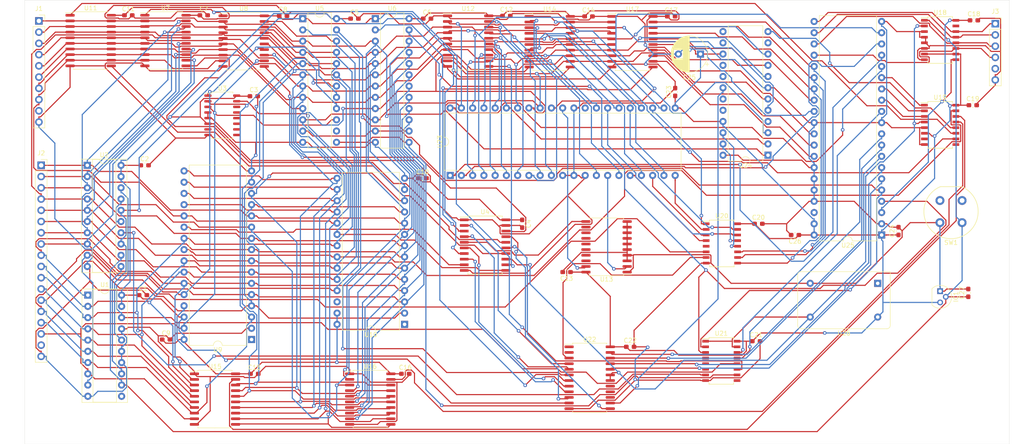
<source format=kicad_pcb>
(kicad_pcb (version 20171130) (host pcbnew 5.1.5+dfsg1-2~bpo10+1)
  (layers (0 F.Cu signal) (31 B.Cu signal) (34 B.Paste user) (35 F.Paste user) (36 B.SilkS user) (37 F.SilkS user) (38 B.Mask user) (39 F.Mask user) (44 Edge.Cuts user))
  (net 0 "")
  (net 1 Clk)
  (net 2 Lo)
  (net 3 adr8)
  (net 4 adr15)
  (net 5 adr9)
  (net 6 adr14)
  (net 7 adr10)
  (net 8 adr13)
  (net 9 adr11)
  (net 10 adr12)
  (net 11 ~PCread)
  (net 12 ~PCwrite)
  (net 13 ~Clkbar)
  (net 14 ~PCincr)
  (net 15 adr0)
  (net 16 adr7)
  (net 17 adr1)
  (net 18 adr6)
  (net 19 adr2)
  (net 20 adr5)
  (net 21 adr3)
  (net 22 adr4)
  (net 23 ~RAMena)
  (net 24 ~SPwrite)
  (net 25 ~SPhiread)
  (net 26 d0)
  (net 27 d1)
  (net 28 d2)
  (net 29 d3)
  (net 30 d4)
  (net 31 d5)
  (net 32 d6)
  (net 33 d7)
  (net 34 StkOp0)
  (net 35 ~SPcarry)
  (net 36 ~SPloread)
  (net 37 StkOp1)
  (net 38 ~ARwrite)
  (net 39 ~MEMwrite)
  (net 40 ~MEMread)
  (net 41 ~Awrite)
  (net 42 /Data/b0)
  (net 43 /Data/b1)
  (net 44 /Data/b2)
  (net 45 /Data/b3)
  (net 46 /Data/b4)
  (net 47 /Data/b5)
  (net 48 /Data/b6)
  (net 49 /Data/b7)
  (net 50 Cout)
  (net 51 Cin)
  (net 52 ~Owrite)
  (net 53 /Data/alu0)
  (net 54 /Data/alu1)
  (net 55 /Data/alu2)
  (net 56 /Data/alu3)
  (net 57 /Data/alu4)
  (net 58 /Data/alu5)
  (net 59 /Data/alu6)
  (net 60 /Data/alu7)
  (net 61 ~ADhiwrite)
  (net 62 ~ADlowrite)
  (net 63 /Control/ir0)
  (net 64 /Control/ir1)
  (net 65 /Control/ir2)
  (net 66 /Control/ir3)
  (net 67 /Control/ir4)
  (net 68 /Control/ir5)
  (net 69 /Control/ir6)
  (net 70 /Control/ir7)
  (net 71 ~uSreset)
  (net 72 ~UARTwrite)
  (net 73 DbWr2)
  (net 74 DbWr1)
  (net 75 DbWr0)
  (net 76 NorZout)
  (net 77 NotZout)
  (net 78 Nout)
  (net 79 Zout)
  (net 80 ~Jmpena)
  (net 81 ~TXready)
  (net 82 ~RXready)
  (net 83 NNNZout)
  (net 84 ZNNout)
  (net 85 AbWr1)
  (net 86 AbWr0)
  (net 87 ~UARTread)
  (net 88 DbRd3)
  (net 89 DbRd2)
  (net 90 DbRd1)
  (net 91 DbRd0)
  (net 92 ALUop2)
  (net 93 ALUop1)
  (net 94 ALUop0)
  (net 95 ALUop3)
  (net 96 Hi)
  (net 97 seq0)
  (net 98 seq1)
  (net 99 seq2)
  (net 100 seq3)
  (net 101 ~Reset)
  (net 102 "Net-(U1-Pad13)")
  (net 103 RAMena)
  (net 104 "Net-(U22-Pad4)")
  (net 105 IRread)
  (net 106 "Net-(U22-Pad5)")
  (net 107 Carryread)
  (net 108 "Net-(U22-Pad8)")
  (net 109 "Net-(U22-Pad9)")
  (net 110 Bread)
  (net 111 Aread)
  (net 112 "Net-(U22-Pad13)")
  (net 113 ARloread)
  (net 114 "Net-(U22-Pad10)")
  (net 115 ARhiread)
  (module Package_SO:SOIC-16_4.55x10.3mm_P1.27mm (layer F.Cu) (at 63.627 42.545)
    (fp_text reference U3 (at 0 -6.1) (layer F.SilkS))
    (fp_text value 74HCT138)
    (pad 1 smd roundrect (at -3.25 -4.445) (size 1.6 0.55) (layers F.Cu F.Paste F.Mask) (net 8 adr13))
    (pad 2 smd roundrect (at -3.25 -3.175) (size 1.6 0.55) (layers F.Cu F.Paste F.Mask) (net 6 adr14))
    (pad 3 smd roundrect (at -3.25 -1.905) (size 1.6 0.55) (layers F.Cu F.Paste F.Mask) (net 4 adr15))
    (pad 4 smd roundrect (at -3.25 -0.635) (size 1.6 0.55) (layers F.Cu F.Paste F.Mask) (net 2 Lo))
    (pad 5 smd roundrect (at -3.25 0.635) (size 1.6 0.55) (layers F.Cu F.Paste F.Mask) (net 2 Lo))
    (pad 6 smd roundrect (at -3.25 1.905) (size 1.6 0.55) (layers F.Cu F.Paste F.Mask) (net 96 Hi))
    (pad 7 smd roundrect (at -3.25 3.175) (size 1.6 0.55) (layers F.Cu F.Paste F.Mask))
    (pad 8 smd roundrect (at -3.25 4.445) (size 1.6 0.55) (layers F.Cu F.Paste F.Mask) (net 2 Lo))
    (pad 9 smd roundrect (at 3.25 4.445) (size 1.6 0.55) (layers F.Cu F.Paste F.Mask))
    (pad 10 smd roundrect (at 3.25 3.175) (size 1.6 0.55) (layers F.Cu F.Paste F.Mask))
    (pad 11 smd roundrect (at 3.25 1.905) (size 1.6 0.55) (layers F.Cu F.Paste F.Mask))
    (pad 12 smd roundrect (at 3.25 0.635) (size 1.6 0.55) (layers F.Cu F.Paste F.Mask))
    (pad 13 smd roundrect (at 3.25 -0.635) (size 1.6 0.55) (layers F.Cu F.Paste F.Mask))
    (pad 14 smd roundrect (at 3.25 -1.905) (size 1.6 0.55) (layers F.Cu F.Paste F.Mask))
    (pad 15 smd roundrect (at 3.25 -3.175) (size 1.6 0.55) (layers F.Cu F.Paste F.Mask) (net 103 RAMena))
    (pad 16 smd roundrect (at 3.25 -4.445) (size 1.6 0.55) (layers F.Cu F.Paste F.Mask) (net 96 Hi))
  )
  (module Package_DIP:DIP-24_W7.62mm (layer F.Cu) (at 81.788 20.701)
    (fp_text reference U5 (at 3.81 -2.33) (layer F.SilkS))
    (fp_text value 74LS469)
    (pad 1 thru_hole rect (at 0 0) (size 1.6 1.6) (drill 0.8) (layers *.Cu *.Mask) (net 13 ~Clkbar))
    (pad 13 thru_hole oval (at 7.62 27.94) (size 1.6 1.6) (drill 0.8) (layers *.Cu *.Mask) (net 24 ~SPwrite))
    (pad 2 thru_hole oval (at 0 2.54) (size 1.6 1.6) (drill 0.8) (layers *.Cu *.Mask) (net 25 ~SPhiread))
    (pad 14 thru_hole oval (at 7.62 25.4) (size 1.6 1.6) (drill 0.8) (layers *.Cu *.Mask))
    (pad 3 thru_hole oval (at 0 5.08) (size 1.6 1.6) (drill 0.8) (layers *.Cu *.Mask) (net 26 d0))
    (pad 15 thru_hole oval (at 7.62 22.86) (size 1.6 1.6) (drill 0.8) (layers *.Cu *.Mask) (net 4 adr15))
    (pad 4 thru_hole oval (at 0 7.62) (size 1.6 1.6) (drill 0.8) (layers *.Cu *.Mask) (net 27 d1))
    (pad 16 thru_hole oval (at 7.62 20.32) (size 1.6 1.6) (drill 0.8) (layers *.Cu *.Mask) (net 6 adr14))
    (pad 5 thru_hole oval (at 0 10.16) (size 1.6 1.6) (drill 0.8) (layers *.Cu *.Mask) (net 28 d2))
    (pad 17 thru_hole oval (at 7.62 17.78) (size 1.6 1.6) (drill 0.8) (layers *.Cu *.Mask) (net 8 adr13))
    (pad 6 thru_hole oval (at 0 12.7) (size 1.6 1.6) (drill 0.8) (layers *.Cu *.Mask) (net 29 d3))
    (pad 18 thru_hole oval (at 7.62 15.24) (size 1.6 1.6) (drill 0.8) (layers *.Cu *.Mask) (net 10 adr12))
    (pad 7 thru_hole oval (at 0 15.24) (size 1.6 1.6) (drill 0.8) (layers *.Cu *.Mask) (net 30 d4))
    (pad 19 thru_hole oval (at 7.62 12.7) (size 1.6 1.6) (drill 0.8) (layers *.Cu *.Mask) (net 9 adr11))
    (pad 8 thru_hole oval (at 0 17.78) (size 1.6 1.6) (drill 0.8) (layers *.Cu *.Mask) (net 31 d5))
    (pad 20 thru_hole oval (at 7.62 10.16) (size 1.6 1.6) (drill 0.8) (layers *.Cu *.Mask) (net 7 adr10))
    (pad 9 thru_hole oval (at 0 20.32) (size 1.6 1.6) (drill 0.8) (layers *.Cu *.Mask) (net 32 d6))
    (pad 21 thru_hole oval (at 7.62 7.62) (size 1.6 1.6) (drill 0.8) (layers *.Cu *.Mask) (net 5 adr9))
    (pad 10 thru_hole oval (at 0 22.86) (size 1.6 1.6) (drill 0.8) (layers *.Cu *.Mask) (net 33 d7))
    (pad 22 thru_hole oval (at 7.62 5.08) (size 1.6 1.6) (drill 0.8) (layers *.Cu *.Mask) (net 3 adr8))
    (pad 11 thru_hole oval (at 0 25.4) (size 1.6 1.6) (drill 0.8) (layers *.Cu *.Mask) (net 34 StkOp0))
    (pad 23 thru_hole oval (at 7.62 2.54) (size 1.6 1.6) (drill 0.8) (layers *.Cu *.Mask) (net 35 ~SPcarry))
    (pad 12 thru_hole oval (at 0 27.94) (size 1.6 1.6) (drill 0.8) (layers *.Cu *.Mask) (net 2 Lo))
    (pad 24 thru_hole oval (at 7.62 0) (size 1.6 1.6) (drill 0.8) (layers *.Cu *.Mask) (net 96 Hi))
  )
  (module Package_DIP:DIP-24_W7.62mm (layer F.Cu) (at 98.171 20.701)
    (fp_text reference U6 (at 3.81 -2.33) (layer F.SilkS))
    (fp_text value 74LS469)
    (pad 1 thru_hole rect (at 0 0) (size 1.6 1.6) (drill 0.8) (layers *.Cu *.Mask) (net 13 ~Clkbar))
    (pad 13 thru_hole oval (at 7.62 27.94) (size 1.6 1.6) (drill 0.8) (layers *.Cu *.Mask) (net 24 ~SPwrite))
    (pad 2 thru_hole oval (at 0 2.54) (size 1.6 1.6) (drill 0.8) (layers *.Cu *.Mask) (net 36 ~SPloread))
    (pad 14 thru_hole oval (at 7.62 25.4) (size 1.6 1.6) (drill 0.8) (layers *.Cu *.Mask) (net 35 ~SPcarry))
    (pad 3 thru_hole oval (at 0 5.08) (size 1.6 1.6) (drill 0.8) (layers *.Cu *.Mask) (net 26 d0))
    (pad 15 thru_hole oval (at 7.62 22.86) (size 1.6 1.6) (drill 0.8) (layers *.Cu *.Mask) (net 16 adr7))
    (pad 4 thru_hole oval (at 0 7.62) (size 1.6 1.6) (drill 0.8) (layers *.Cu *.Mask) (net 27 d1))
    (pad 16 thru_hole oval (at 7.62 20.32) (size 1.6 1.6) (drill 0.8) (layers *.Cu *.Mask) (net 18 adr6))
    (pad 5 thru_hole oval (at 0 10.16) (size 1.6 1.6) (drill 0.8) (layers *.Cu *.Mask) (net 28 d2))
    (pad 17 thru_hole oval (at 7.62 17.78) (size 1.6 1.6) (drill 0.8) (layers *.Cu *.Mask) (net 20 adr5))
    (pad 6 thru_hole oval (at 0 12.7) (size 1.6 1.6) (drill 0.8) (layers *.Cu *.Mask) (net 29 d3))
    (pad 18 thru_hole oval (at 7.62 15.24) (size 1.6 1.6) (drill 0.8) (layers *.Cu *.Mask) (net 22 adr4))
    (pad 7 thru_hole oval (at 0 15.24) (size 1.6 1.6) (drill 0.8) (layers *.Cu *.Mask) (net 30 d4))
    (pad 19 thru_hole oval (at 7.62 12.7) (size 1.6 1.6) (drill 0.8) (layers *.Cu *.Mask) (net 21 adr3))
    (pad 8 thru_hole oval (at 0 17.78) (size 1.6 1.6) (drill 0.8) (layers *.Cu *.Mask) (net 31 d5))
    (pad 20 thru_hole oval (at 7.62 10.16) (size 1.6 1.6) (drill 0.8) (layers *.Cu *.Mask) (net 19 adr2))
    (pad 9 thru_hole oval (at 0 20.32) (size 1.6 1.6) (drill 0.8) (layers *.Cu *.Mask) (net 32 d6))
    (pad 21 thru_hole oval (at 7.62 7.62) (size 1.6 1.6) (drill 0.8) (layers *.Cu *.Mask) (net 17 adr1))
    (pad 10 thru_hole oval (at 0 22.86) (size 1.6 1.6) (drill 0.8) (layers *.Cu *.Mask) (net 33 d7))
    (pad 22 thru_hole oval (at 7.62 5.08) (size 1.6 1.6) (drill 0.8) (layers *.Cu *.Mask) (net 15 adr0))
    (pad 11 thru_hole oval (at 0 25.4) (size 1.6 1.6) (drill 0.8) (layers *.Cu *.Mask) (net 34 StkOp0))
    (pad 23 thru_hole oval (at 7.62 2.54) (size 1.6 1.6) (drill 0.8) (layers *.Cu *.Mask) (net 37 StkOp1))
    (pad 12 thru_hole oval (at 0 27.94) (size 1.6 1.6) (drill 0.8) (layers *.Cu *.Mask) (net 2 Lo))
    (pad 24 thru_hole oval (at 7.62 0) (size 1.6 1.6) (drill 0.8) (layers *.Cu *.Mask) (net 96 Hi))
  )
  (module Package_SO:SOIC-20W_7.5x12.8mm_P1.27mm (layer F.Cu) (at 50.8 25.654)
    (fp_text reference U7 (at 0 -7.35) (layer F.SilkS))
    (fp_text value 74HCT574)
    (pad 1 smd roundrect (at -4.65 -5.715) (size 2.05 0.6) (layers F.Cu F.Paste F.Mask) (net 38 ~ARwrite))
    (pad 2 smd roundrect (at -4.65 -4.445) (size 2.05 0.6) (layers F.Cu F.Paste F.Mask) (net 26 d0))
    (pad 3 smd roundrect (at -4.65 -3.175) (size 2.05 0.6) (layers F.Cu F.Paste F.Mask) (net 27 d1))
    (pad 4 smd roundrect (at -4.65 -1.905) (size 2.05 0.6) (layers F.Cu F.Paste F.Mask) (net 28 d2))
    (pad 5 smd roundrect (at -4.65 -0.635) (size 2.05 0.6) (layers F.Cu F.Paste F.Mask) (net 29 d3))
    (pad 6 smd roundrect (at -4.65 0.635) (size 2.05 0.6) (layers F.Cu F.Paste F.Mask) (net 30 d4))
    (pad 7 smd roundrect (at -4.65 1.905) (size 2.05 0.6) (layers F.Cu F.Paste F.Mask) (net 31 d5))
    (pad 8 smd roundrect (at -4.65 3.175) (size 2.05 0.6) (layers F.Cu F.Paste F.Mask) (net 32 d6))
    (pad 9 smd roundrect (at -4.65 4.445) (size 2.05 0.6) (layers F.Cu F.Paste F.Mask) (net 33 d7))
    (pad 10 smd roundrect (at -4.65 5.715) (size 2.05 0.6) (layers F.Cu F.Paste F.Mask) (net 2 Lo))
    (pad 11 smd roundrect (at 4.65 5.715) (size 2.05 0.6) (layers F.Cu F.Paste F.Mask) (net 113 ARloread))
    (pad 12 smd roundrect (at 4.65 4.445) (size 2.05 0.6) (layers F.Cu F.Paste F.Mask) (net 16 adr7))
    (pad 13 smd roundrect (at 4.65 3.175) (size 2.05 0.6) (layers F.Cu F.Paste F.Mask) (net 18 adr6))
    (pad 14 smd roundrect (at 4.65 1.905) (size 2.05 0.6) (layers F.Cu F.Paste F.Mask) (net 20 adr5))
    (pad 15 smd roundrect (at 4.65 0.635) (size 2.05 0.6) (layers F.Cu F.Paste F.Mask) (net 22 adr4))
    (pad 16 smd roundrect (at 4.65 -0.635) (size 2.05 0.6) (layers F.Cu F.Paste F.Mask) (net 21 adr3))
    (pad 17 smd roundrect (at 4.65 -1.905) (size 2.05 0.6) (layers F.Cu F.Paste F.Mask) (net 19 adr2))
    (pad 18 smd roundrect (at 4.65 -3.175) (size 2.05 0.6) (layers F.Cu F.Paste F.Mask) (net 17 adr1))
    (pad 19 smd roundrect (at 4.65 -4.445) (size 2.05 0.6) (layers F.Cu F.Paste F.Mask) (net 15 adr0))
    (pad 20 smd roundrect (at 4.65 -5.715) (size 2.05 0.6) (layers F.Cu F.Paste F.Mask) (net 96 Hi))
  )
  (module Package_SO:SOIC-20W_7.5x12.8mm_P1.27mm (layer F.Cu) (at 68.453 25.781)
    (fp_text reference U8 (at 0 -7.35) (layer F.SilkS))
    (fp_text value 74HCT574)
    (pad 20 smd roundrect (at 4.65 -5.715) (size 2.05 0.6) (layers F.Cu F.Paste F.Mask) (net 96 Hi))
    (pad 19 smd roundrect (at 4.65 -4.445) (size 2.05 0.6) (layers F.Cu F.Paste F.Mask) (net 3 adr8))
    (pad 18 smd roundrect (at 4.65 -3.175) (size 2.05 0.6) (layers F.Cu F.Paste F.Mask) (net 5 adr9))
    (pad 17 smd roundrect (at 4.65 -1.905) (size 2.05 0.6) (layers F.Cu F.Paste F.Mask) (net 7 adr10))
    (pad 16 smd roundrect (at 4.65 -0.635) (size 2.05 0.6) (layers F.Cu F.Paste F.Mask) (net 9 adr11))
    (pad 15 smd roundrect (at 4.65 0.635) (size 2.05 0.6) (layers F.Cu F.Paste F.Mask) (net 10 adr12))
    (pad 14 smd roundrect (at 4.65 1.905) (size 2.05 0.6) (layers F.Cu F.Paste F.Mask) (net 8 adr13))
    (pad 13 smd roundrect (at 4.65 3.175) (size 2.05 0.6) (layers F.Cu F.Paste F.Mask) (net 6 adr14))
    (pad 12 smd roundrect (at 4.65 4.445) (size 2.05 0.6) (layers F.Cu F.Paste F.Mask) (net 4 adr15))
    (pad 11 smd roundrect (at 4.65 5.715) (size 2.05 0.6) (layers F.Cu F.Paste F.Mask) (net 115 ARhiread))
    (pad 10 smd roundrect (at -4.65 5.715) (size 2.05 0.6) (layers F.Cu F.Paste F.Mask) (net 2 Lo))
    (pad 9 smd roundrect (at -4.65 4.445) (size 2.05 0.6) (layers F.Cu F.Paste F.Mask) (net 33 d7))
    (pad 8 smd roundrect (at -4.65 3.175) (size 2.05 0.6) (layers F.Cu F.Paste F.Mask) (net 32 d6))
    (pad 7 smd roundrect (at -4.65 1.905) (size 2.05 0.6) (layers F.Cu F.Paste F.Mask) (net 31 d5))
    (pad 6 smd roundrect (at -4.65 0.635) (size 2.05 0.6) (layers F.Cu F.Paste F.Mask) (net 30 d4))
    (pad 5 smd roundrect (at -4.65 -0.635) (size 2.05 0.6) (layers F.Cu F.Paste F.Mask) (net 29 d3))
    (pad 4 smd roundrect (at -4.65 -1.905) (size 2.05 0.6) (layers F.Cu F.Paste F.Mask) (net 28 d2))
    (pad 3 smd roundrect (at -4.65 -3.175) (size 2.05 0.6) (layers F.Cu F.Paste F.Mask) (net 27 d1))
    (pad 2 smd roundrect (at -4.65 -4.445) (size 2.05 0.6) (layers F.Cu F.Paste F.Mask) (net 26 d0))
    (pad 1 smd roundrect (at -4.65 -5.715) (size 2.05 0.6) (layers F.Cu F.Paste F.Mask) (net 38 ~ARwrite))
  )
  (module Package_DIP:DIP-32_W15.24mm (layer F.Cu) (at 70.231 93.218 180)
    (fp_text reference U9 (at 7.62 -2.33) (layer F.SilkS))
    (fp_text value CY628128E)
    (pad 1 thru_hole rect (at 0 0 180) (size 1.6 1.6) (drill 0.8) (layers *.Cu *.Mask))
    (pad 17 thru_hole oval (at 15.24 38.1 180) (size 1.6 1.6) (drill 0.8) (layers *.Cu *.Mask) (net 29 d3))
    (pad 2 thru_hole oval (at 0 2.54 180) (size 1.6 1.6) (drill 0.8) (layers *.Cu *.Mask) (net 2 Lo))
    (pad 18 thru_hole oval (at 15.24 35.56 180) (size 1.6 1.6) (drill 0.8) (layers *.Cu *.Mask) (net 30 d4))
    (pad 3 thru_hole oval (at 0 5.08 180) (size 1.6 1.6) (drill 0.8) (layers *.Cu *.Mask) (net 6 adr14))
    (pad 19 thru_hole oval (at 15.24 33.02 180) (size 1.6 1.6) (drill 0.8) (layers *.Cu *.Mask) (net 31 d5))
    (pad 4 thru_hole oval (at 0 7.62 180) (size 1.6 1.6) (drill 0.8) (layers *.Cu *.Mask) (net 10 adr12))
    (pad 20 thru_hole oval (at 15.24 30.48 180) (size 1.6 1.6) (drill 0.8) (layers *.Cu *.Mask) (net 32 d6))
    (pad 5 thru_hole oval (at 0 10.16 180) (size 1.6 1.6) (drill 0.8) (layers *.Cu *.Mask) (net 16 adr7))
    (pad 21 thru_hole oval (at 15.24 27.94 180) (size 1.6 1.6) (drill 0.8) (layers *.Cu *.Mask) (net 33 d7))
    (pad 6 thru_hole oval (at 0 12.7 180) (size 1.6 1.6) (drill 0.8) (layers *.Cu *.Mask) (net 18 adr6))
    (pad 22 thru_hole oval (at 15.24 25.4 180) (size 1.6 1.6) (drill 0.8) (layers *.Cu *.Mask) (net 23 ~RAMena))
    (pad 7 thru_hole oval (at 0 15.24 180) (size 1.6 1.6) (drill 0.8) (layers *.Cu *.Mask) (net 20 adr5))
    (pad 23 thru_hole oval (at 15.24 22.86 180) (size 1.6 1.6) (drill 0.8) (layers *.Cu *.Mask) (net 7 adr10))
    (pad 8 thru_hole oval (at 0 17.78 180) (size 1.6 1.6) (drill 0.8) (layers *.Cu *.Mask) (net 22 adr4))
    (pad 24 thru_hole oval (at 15.24 20.32 180) (size 1.6 1.6) (drill 0.8) (layers *.Cu *.Mask) (net 39 ~MEMwrite))
    (pad 9 thru_hole oval (at 0 20.32 180) (size 1.6 1.6) (drill 0.8) (layers *.Cu *.Mask) (net 21 adr3))
    (pad 25 thru_hole oval (at 15.24 17.78 180) (size 1.6 1.6) (drill 0.8) (layers *.Cu *.Mask) (net 9 adr11))
    (pad 10 thru_hole oval (at 0 22.86 180) (size 1.6 1.6) (drill 0.8) (layers *.Cu *.Mask) (net 19 adr2))
    (pad 26 thru_hole oval (at 15.24 15.24 180) (size 1.6 1.6) (drill 0.8) (layers *.Cu *.Mask) (net 5 adr9))
    (pad 11 thru_hole oval (at 0 25.4 180) (size 1.6 1.6) (drill 0.8) (layers *.Cu *.Mask) (net 17 adr1))
    (pad 27 thru_hole oval (at 15.24 12.7 180) (size 1.6 1.6) (drill 0.8) (layers *.Cu *.Mask) (net 3 adr8))
    (pad 12 thru_hole oval (at 0 27.94 180) (size 1.6 1.6) (drill 0.8) (layers *.Cu *.Mask) (net 15 adr0))
    (pad 28 thru_hole oval (at 15.24 10.16 180) (size 1.6 1.6) (drill 0.8) (layers *.Cu *.Mask) (net 8 adr13))
    (pad 13 thru_hole oval (at 0 30.48 180) (size 1.6 1.6) (drill 0.8) (layers *.Cu *.Mask) (net 26 d0))
    (pad 29 thru_hole oval (at 15.24 7.62 180) (size 1.6 1.6) (drill 0.8) (layers *.Cu *.Mask) (net 40 ~MEMread))
    (pad 14 thru_hole oval (at 0 33.02 180) (size 1.6 1.6) (drill 0.8) (layers *.Cu *.Mask) (net 27 d1))
    (pad 30 thru_hole oval (at 15.24 5.08 180) (size 1.6 1.6) (drill 0.8) (layers *.Cu *.Mask) (net 96 Hi))
    (pad 15 thru_hole oval (at 0 35.56 180) (size 1.6 1.6) (drill 0.8) (layers *.Cu *.Mask) (net 28 d2))
    (pad 31 thru_hole oval (at 15.24 2.54 180) (size 1.6 1.6) (drill 0.8) (layers *.Cu *.Mask) (net 4 adr15))
    (pad 16 thru_hole oval (at 0 38.1 180) (size 1.6 1.6) (drill 0.8) (layers *.Cu *.Mask) (net 2 Lo))
    (pad 32 thru_hole oval (at 15.24 0 180) (size 1.6 1.6) (drill 0.8) (layers *.Cu *.Mask) (net 96 Hi))
  )
  (module Package_DIP:DIP-28_W15.24mm (layer F.Cu) (at 104.775 89.789 180)
    (fp_text reference U10 (at 7.62 -2.33) (layer F.SilkS))
    (fp_text value AT28C64B)
    (pad 1 thru_hole rect (at 0 0 180) (size 1.6 1.6) (drill 0.8) (layers *.Cu *.Mask))
    (pad 15 thru_hole oval (at 15.24 33.02 180) (size 1.6 1.6) (drill 0.8) (layers *.Cu *.Mask) (net 29 d3))
    (pad 2 thru_hole oval (at 0 2.54 180) (size 1.6 1.6) (drill 0.8) (layers *.Cu *.Mask) (net 10 adr12))
    (pad 16 thru_hole oval (at 15.24 30.48 180) (size 1.6 1.6) (drill 0.8) (layers *.Cu *.Mask) (net 30 d4))
    (pad 3 thru_hole oval (at 0 5.08 180) (size 1.6 1.6) (drill 0.8) (layers *.Cu *.Mask) (net 16 adr7))
    (pad 17 thru_hole oval (at 15.24 27.94 180) (size 1.6 1.6) (drill 0.8) (layers *.Cu *.Mask) (net 31 d5))
    (pad 4 thru_hole oval (at 0 7.62 180) (size 1.6 1.6) (drill 0.8) (layers *.Cu *.Mask) (net 18 adr6))
    (pad 18 thru_hole oval (at 15.24 25.4 180) (size 1.6 1.6) (drill 0.8) (layers *.Cu *.Mask) (net 32 d6))
    (pad 5 thru_hole oval (at 0 10.16 180) (size 1.6 1.6) (drill 0.8) (layers *.Cu *.Mask) (net 20 adr5))
    (pad 19 thru_hole oval (at 15.24 22.86 180) (size 1.6 1.6) (drill 0.8) (layers *.Cu *.Mask) (net 33 d7))
    (pad 6 thru_hole oval (at 0 12.7 180) (size 1.6 1.6) (drill 0.8) (layers *.Cu *.Mask) (net 22 adr4))
    (pad 20 thru_hole oval (at 15.24 20.32 180) (size 1.6 1.6) (drill 0.8) (layers *.Cu *.Mask) (net 103 RAMena))
    (pad 7 thru_hole oval (at 0 15.24 180) (size 1.6 1.6) (drill 0.8) (layers *.Cu *.Mask) (net 21 adr3))
    (pad 21 thru_hole oval (at 15.24 17.78 180) (size 1.6 1.6) (drill 0.8) (layers *.Cu *.Mask) (net 7 adr10))
    (pad 8 thru_hole oval (at 0 17.78 180) (size 1.6 1.6) (drill 0.8) (layers *.Cu *.Mask) (net 19 adr2))
    (pad 22 thru_hole oval (at 15.24 15.24 180) (size 1.6 1.6) (drill 0.8) (layers *.Cu *.Mask) (net 39 ~MEMwrite))
    (pad 9 thru_hole oval (at 0 20.32 180) (size 1.6 1.6) (drill 0.8) (layers *.Cu *.Mask) (net 17 adr1))
    (pad 23 thru_hole oval (at 15.24 12.7 180) (size 1.6 1.6) (drill 0.8) (layers *.Cu *.Mask) (net 9 adr11))
    (pad 10 thru_hole oval (at 0 22.86 180) (size 1.6 1.6) (drill 0.8) (layers *.Cu *.Mask) (net 15 adr0))
    (pad 24 thru_hole oval (at 15.24 10.16 180) (size 1.6 1.6) (drill 0.8) (layers *.Cu *.Mask) (net 5 adr9))
    (pad 11 thru_hole oval (at 0 25.4 180) (size 1.6 1.6) (drill 0.8) (layers *.Cu *.Mask) (net 26 d0))
    (pad 25 thru_hole oval (at 15.24 7.62 180) (size 1.6 1.6) (drill 0.8) (layers *.Cu *.Mask) (net 3 adr8))
    (pad 12 thru_hole oval (at 0 27.94 180) (size 1.6 1.6) (drill 0.8) (layers *.Cu *.Mask) (net 27 d1))
    (pad 26 thru_hole oval (at 15.24 5.08 180) (size 1.6 1.6) (drill 0.8) (layers *.Cu *.Mask))
    (pad 13 thru_hole oval (at 0 30.48 180) (size 1.6 1.6) (drill 0.8) (layers *.Cu *.Mask) (net 28 d2))
    (pad 27 thru_hole oval (at 15.24 2.54 180) (size 1.6 1.6) (drill 0.8) (layers *.Cu *.Mask) (net 96 Hi))
    (pad 14 thru_hole oval (at 0 33.02 180) (size 1.6 1.6) (drill 0.8) (layers *.Cu *.Mask) (net 2 Lo))
    (pad 28 thru_hole oval (at 15.24 0 180) (size 1.6 1.6) (drill 0.8) (layers *.Cu *.Mask) (net 96 Hi))
  )
  (module Package_SO:SOIC-20W_7.5x12.8mm_P1.27mm (layer F.Cu) (at 33.909 25.654)
    (fp_text reference U11 (at 0 -7.35) (layer F.SilkS))
    (fp_text value 74HCT574)
    (pad 1 smd roundrect (at -4.65 -5.715) (size 2.05 0.6) (layers F.Cu F.Paste F.Mask) (net 41 ~Awrite))
    (pad 2 smd roundrect (at -4.65 -4.445) (size 2.05 0.6) (layers F.Cu F.Paste F.Mask) (net 26 d0))
    (pad 3 smd roundrect (at -4.65 -3.175) (size 2.05 0.6) (layers F.Cu F.Paste F.Mask) (net 27 d1))
    (pad 4 smd roundrect (at -4.65 -1.905) (size 2.05 0.6) (layers F.Cu F.Paste F.Mask) (net 28 d2))
    (pad 5 smd roundrect (at -4.65 -0.635) (size 2.05 0.6) (layers F.Cu F.Paste F.Mask) (net 29 d3))
    (pad 6 smd roundrect (at -4.65 0.635) (size 2.05 0.6) (layers F.Cu F.Paste F.Mask) (net 30 d4))
    (pad 7 smd roundrect (at -4.65 1.905) (size 2.05 0.6) (layers F.Cu F.Paste F.Mask) (net 31 d5))
    (pad 8 smd roundrect (at -4.65 3.175) (size 2.05 0.6) (layers F.Cu F.Paste F.Mask) (net 32 d6))
    (pad 9 smd roundrect (at -4.65 4.445) (size 2.05 0.6) (layers F.Cu F.Paste F.Mask) (net 33 d7))
    (pad 10 smd roundrect (at -4.65 5.715) (size 2.05 0.6) (layers F.Cu F.Paste F.Mask) (net 2 Lo))
    (pad 11 smd roundrect (at 4.65 5.715) (size 2.05 0.6) (layers F.Cu F.Paste F.Mask) (net 111 Aread))
    (pad 12 smd roundrect (at 4.65 4.445) (size 2.05 0.6) (layers F.Cu F.Paste F.Mask) (net 33 d7))
    (pad 13 smd roundrect (at 4.65 3.175) (size 2.05 0.6) (layers F.Cu F.Paste F.Mask) (net 32 d6))
    (pad 14 smd roundrect (at 4.65 1.905) (size 2.05 0.6) (layers F.Cu F.Paste F.Mask) (net 31 d5))
    (pad 15 smd roundrect (at 4.65 0.635) (size 2.05 0.6) (layers F.Cu F.Paste F.Mask) (net 30 d4))
    (pad 16 smd roundrect (at 4.65 -0.635) (size 2.05 0.6) (layers F.Cu F.Paste F.Mask) (net 29 d3))
    (pad 17 smd roundrect (at 4.65 -1.905) (size 2.05 0.6) (layers F.Cu F.Paste F.Mask) (net 28 d2))
    (pad 18 smd roundrect (at 4.65 -3.175) (size 2.05 0.6) (layers F.Cu F.Paste F.Mask) (net 27 d1))
    (pad 19 smd roundrect (at 4.65 -4.445) (size 2.05 0.6) (layers F.Cu F.Paste F.Mask) (net 26 d0))
    (pad 20 smd roundrect (at 4.65 -5.715) (size 2.05 0.6) (layers F.Cu F.Paste F.Mask) (net 96 Hi))
  )
  (module Package_SO:SOIC-20W_7.5x12.8mm_P1.27mm (layer F.Cu) (at 119.126 25.781)
    (fp_text reference U12 (at 0 -7.35) (layer F.SilkS))
    (fp_text value 74HCT574)
    (pad 20 smd roundrect (at 4.65 -5.715) (size 2.05 0.6) (layers F.Cu F.Paste F.Mask) (net 96 Hi))
    (pad 19 smd roundrect (at 4.65 -4.445) (size 2.05 0.6) (layers F.Cu F.Paste F.Mask) (net 42 /Data/b0))
    (pad 18 smd roundrect (at 4.65 -3.175) (size 2.05 0.6) (layers F.Cu F.Paste F.Mask) (net 43 /Data/b1))
    (pad 17 smd roundrect (at 4.65 -1.905) (size 2.05 0.6) (layers F.Cu F.Paste F.Mask) (net 44 /Data/b2))
    (pad 16 smd roundrect (at 4.65 -0.635) (size 2.05 0.6) (layers F.Cu F.Paste F.Mask) (net 45 /Data/b3))
    (pad 15 smd roundrect (at 4.65 0.635) (size 2.05 0.6) (layers F.Cu F.Paste F.Mask) (net 46 /Data/b4))
    (pad 14 smd roundrect (at 4.65 1.905) (size 2.05 0.6) (layers F.Cu F.Paste F.Mask) (net 47 /Data/b5))
    (pad 13 smd roundrect (at 4.65 3.175) (size 2.05 0.6) (layers F.Cu F.Paste F.Mask) (net 48 /Data/b6))
    (pad 12 smd roundrect (at 4.65 4.445) (size 2.05 0.6) (layers F.Cu F.Paste F.Mask) (net 49 /Data/b7))
    (pad 11 smd roundrect (at 4.65 5.715) (size 2.05 0.6) (layers F.Cu F.Paste F.Mask) (net 110 Bread))
    (pad 10 smd roundrect (at -4.65 5.715) (size 2.05 0.6) (layers F.Cu F.Paste F.Mask) (net 2 Lo))
    (pad 9 smd roundrect (at -4.65 4.445) (size 2.05 0.6) (layers F.Cu F.Paste F.Mask) (net 33 d7))
    (pad 8 smd roundrect (at -4.65 3.175) (size 2.05 0.6) (layers F.Cu F.Paste F.Mask) (net 32 d6))
    (pad 7 smd roundrect (at -4.65 1.905) (size 2.05 0.6) (layers F.Cu F.Paste F.Mask) (net 31 d5))
    (pad 6 smd roundrect (at -4.65 0.635) (size 2.05 0.6) (layers F.Cu F.Paste F.Mask) (net 30 d4))
    (pad 5 smd roundrect (at -4.65 -0.635) (size 2.05 0.6) (layers F.Cu F.Paste F.Mask) (net 29 d3))
    (pad 4 smd roundrect (at -4.65 -1.905) (size 2.05 0.6) (layers F.Cu F.Paste F.Mask) (net 28 d2))
    (pad 3 smd roundrect (at -4.65 -3.175) (size 2.05 0.6) (layers F.Cu F.Paste F.Mask) (net 27 d1))
    (pad 2 smd roundrect (at -4.65 -4.445) (size 2.05 0.6) (layers F.Cu F.Paste F.Mask) (net 26 d0))
    (pad 1 smd roundrect (at -4.65 -5.715) (size 2.05 0.6) (layers F.Cu F.Paste F.Mask) (net 2 Lo))
  )
  (module Package_SO:SOIC-20W_7.5x12.8mm_P1.27mm (layer F.Cu) (at 150.368 72.263 180)
    (fp_text reference U13 (at 0 -7.35) (layer F.SilkS))
    (fp_text value 74HCT574)
    (pad 1 smd roundrect (at -4.65 -5.715 180) (size 2.05 0.6) (layers F.Cu F.Paste F.Mask) (net 2 Lo))
    (pad 2 smd roundrect (at -4.65 -4.445 180) (size 2.05 0.6) (layers F.Cu F.Paste F.Mask) (net 50 Cout))
    (pad 3 smd roundrect (at -4.65 -3.175 180) (size 2.05 0.6) (layers F.Cu F.Paste F.Mask) (net 2 Lo))
    (pad 4 smd roundrect (at -4.65 -1.905 180) (size 2.05 0.6) (layers F.Cu F.Paste F.Mask) (net 2 Lo))
    (pad 5 smd roundrect (at -4.65 -0.635 180) (size 2.05 0.6) (layers F.Cu F.Paste F.Mask) (net 2 Lo))
    (pad 6 smd roundrect (at -4.65 0.635 180) (size 2.05 0.6) (layers F.Cu F.Paste F.Mask) (net 2 Lo))
    (pad 7 smd roundrect (at -4.65 1.905 180) (size 2.05 0.6) (layers F.Cu F.Paste F.Mask) (net 2 Lo))
    (pad 8 smd roundrect (at -4.65 3.175 180) (size 2.05 0.6) (layers F.Cu F.Paste F.Mask) (net 2 Lo))
    (pad 9 smd roundrect (at -4.65 4.445 180) (size 2.05 0.6) (layers F.Cu F.Paste F.Mask) (net 2 Lo))
    (pad 10 smd roundrect (at -4.65 5.715 180) (size 2.05 0.6) (layers F.Cu F.Paste F.Mask) (net 2 Lo))
    (pad 11 smd roundrect (at 4.65 5.715 180) (size 2.05 0.6) (layers F.Cu F.Paste F.Mask) (net 107 Carryread))
    (pad 12 smd roundrect (at 4.65 4.445 180) (size 2.05 0.6) (layers F.Cu F.Paste F.Mask))
    (pad 13 smd roundrect (at 4.65 3.175 180) (size 2.05 0.6) (layers F.Cu F.Paste F.Mask))
    (pad 14 smd roundrect (at 4.65 1.905 180) (size 2.05 0.6) (layers F.Cu F.Paste F.Mask))
    (pad 15 smd roundrect (at 4.65 0.635 180) (size 2.05 0.6) (layers F.Cu F.Paste F.Mask))
    (pad 16 smd roundrect (at 4.65 -0.635 180) (size 2.05 0.6) (layers F.Cu F.Paste F.Mask))
    (pad 17 smd roundrect (at 4.65 -1.905 180) (size 2.05 0.6) (layers F.Cu F.Paste F.Mask))
    (pad 18 smd roundrect (at 4.65 -3.175 180) (size 2.05 0.6) (layers F.Cu F.Paste F.Mask))
    (pad 19 smd roundrect (at 4.65 -4.445 180) (size 2.05 0.6) (layers F.Cu F.Paste F.Mask) (net 51 Cin))
    (pad 20 smd roundrect (at 4.65 -5.715 180) (size 2.05 0.6) (layers F.Cu F.Paste F.Mask) (net 96 Hi))
  )
  (module Package_SO:SOIC-20W_7.5x12.8mm_P1.27mm (layer F.Cu) (at 137.541 25.908)
    (fp_text reference U14 (at 0 -7.35) (layer F.SilkS))
    (fp_text value 74HCT574)
    (pad 1 smd roundrect (at -4.65 -5.715) (size 2.05 0.6) (layers F.Cu F.Paste F.Mask) (net 52 ~Owrite))
    (pad 2 smd roundrect (at -4.65 -4.445) (size 2.05 0.6) (layers F.Cu F.Paste F.Mask) (net 53 /Data/alu0))
    (pad 3 smd roundrect (at -4.65 -3.175) (size 2.05 0.6) (layers F.Cu F.Paste F.Mask) (net 54 /Data/alu1))
    (pad 4 smd roundrect (at -4.65 -1.905) (size 2.05 0.6) (layers F.Cu F.Paste F.Mask) (net 55 /Data/alu2))
    (pad 5 smd roundrect (at -4.65 -0.635) (size 2.05 0.6) (layers F.Cu F.Paste F.Mask) (net 56 /Data/alu3))
    (pad 6 smd roundrect (at -4.65 0.635) (size 2.05 0.6) (layers F.Cu F.Paste F.Mask) (net 57 /Data/alu4))
    (pad 7 smd roundrect (at -4.65 1.905) (size 2.05 0.6) (layers F.Cu F.Paste F.Mask) (net 58 /Data/alu5))
    (pad 8 smd roundrect (at -4.65 3.175) (size 2.05 0.6) (layers F.Cu F.Paste F.Mask) (net 59 /Data/alu6))
    (pad 9 smd roundrect (at -4.65 4.445) (size 2.05 0.6) (layers F.Cu F.Paste F.Mask) (net 60 /Data/alu7))
    (pad 10 smd roundrect (at -4.65 5.715) (size 2.05 0.6) (layers F.Cu F.Paste F.Mask) (net 2 Lo))
    (pad 11 smd roundrect (at 4.65 5.715) (size 2.05 0.6) (layers F.Cu F.Paste F.Mask) (net 13 ~Clkbar))
    (pad 12 smd roundrect (at 4.65 4.445) (size 2.05 0.6) (layers F.Cu F.Paste F.Mask) (net 33 d7))
    (pad 13 smd roundrect (at 4.65 3.175) (size 2.05 0.6) (layers F.Cu F.Paste F.Mask) (net 32 d6))
    (pad 14 smd roundrect (at 4.65 1.905) (size 2.05 0.6) (layers F.Cu F.Paste F.Mask) (net 31 d5))
    (pad 15 smd roundrect (at 4.65 0.635) (size 2.05 0.6) (layers F.Cu F.Paste F.Mask) (net 30 d4))
    (pad 16 smd roundrect (at 4.65 -0.635) (size 2.05 0.6) (layers F.Cu F.Paste F.Mask) (net 29 d3))
    (pad 17 smd roundrect (at 4.65 -1.905) (size 2.05 0.6) (layers F.Cu F.Paste F.Mask) (net 28 d2))
    (pad 18 smd roundrect (at 4.65 -3.175) (size 2.05 0.6) (layers F.Cu F.Paste F.Mask) (net 27 d1))
    (pad 19 smd roundrect (at 4.65 -4.445) (size 2.05 0.6) (layers F.Cu F.Paste F.Mask) (net 26 d0))
    (pad 20 smd roundrect (at 4.65 -5.715) (size 2.05 0.6) (layers F.Cu F.Paste F.Mask) (net 96 Hi))
  )
  (module Package_SO:SOIC-20W_7.5x12.8mm_P1.27mm (layer F.Cu) (at 61.976 106.68)
    (fp_text reference U15 (at 0 -7.35) (layer F.SilkS))
    (fp_text value 74HCT541)
    (pad 1 smd roundrect (at -4.65 -5.715) (size 2.05 0.6) (layers F.Cu F.Paste F.Mask) (net 2 Lo))
    (pad 2 smd roundrect (at -4.65 -4.445) (size 2.05 0.6) (layers F.Cu F.Paste F.Mask) (net 3 adr8))
    (pad 3 smd roundrect (at -4.65 -3.175) (size 2.05 0.6) (layers F.Cu F.Paste F.Mask) (net 5 adr9))
    (pad 4 smd roundrect (at -4.65 -1.905) (size 2.05 0.6) (layers F.Cu F.Paste F.Mask) (net 7 adr10))
    (pad 5 smd roundrect (at -4.65 -0.635) (size 2.05 0.6) (layers F.Cu F.Paste F.Mask) (net 9 adr11))
    (pad 6 smd roundrect (at -4.65 0.635) (size 2.05 0.6) (layers F.Cu F.Paste F.Mask) (net 10 adr12))
    (pad 7 smd roundrect (at -4.65 1.905) (size 2.05 0.6) (layers F.Cu F.Paste F.Mask) (net 8 adr13))
    (pad 8 smd roundrect (at -4.65 3.175) (size 2.05 0.6) (layers F.Cu F.Paste F.Mask) (net 6 adr14))
    (pad 9 smd roundrect (at -4.65 4.445) (size 2.05 0.6) (layers F.Cu F.Paste F.Mask) (net 4 adr15))
    (pad 10 smd roundrect (at -4.65 5.715) (size 2.05 0.6) (layers F.Cu F.Paste F.Mask) (net 2 Lo))
    (pad 11 smd roundrect (at 4.65 5.715) (size 2.05 0.6) (layers F.Cu F.Paste F.Mask) (net 33 d7))
    (pad 12 smd roundrect (at 4.65 4.445) (size 2.05 0.6) (layers F.Cu F.Paste F.Mask) (net 32 d6))
    (pad 13 smd roundrect (at 4.65 3.175) (size 2.05 0.6) (layers F.Cu F.Paste F.Mask) (net 31 d5))
    (pad 14 smd roundrect (at 4.65 1.905) (size 2.05 0.6) (layers F.Cu F.Paste F.Mask) (net 30 d4))
    (pad 15 smd roundrect (at 4.65 0.635) (size 2.05 0.6) (layers F.Cu F.Paste F.Mask) (net 29 d3))
    (pad 16 smd roundrect (at 4.65 -0.635) (size 2.05 0.6) (layers F.Cu F.Paste F.Mask) (net 28 d2))
    (pad 17 smd roundrect (at 4.65 -1.905) (size 2.05 0.6) (layers F.Cu F.Paste F.Mask) (net 27 d1))
    (pad 18 smd roundrect (at 4.65 -3.175) (size 2.05 0.6) (layers F.Cu F.Paste F.Mask) (net 26 d0))
    (pad 19 smd roundrect (at 4.65 -4.445) (size 2.05 0.6) (layers F.Cu F.Paste F.Mask) (net 61 ~ADhiwrite))
    (pad 20 smd roundrect (at 4.65 -5.715) (size 2.05 0.6) (layers F.Cu F.Paste F.Mask) (net 96 Hi))
  )
  (module Package_SO:SOIC-20W_7.5x12.8mm_P1.27mm (layer F.Cu) (at 97.028 106.68)
    (fp_text reference U16 (at 0 -7.35) (layer F.SilkS))
    (fp_text value 74HCT541)
    (pad 20 smd roundrect (at 4.65 -5.715) (size 2.05 0.6) (layers F.Cu F.Paste F.Mask) (net 96 Hi))
    (pad 19 smd roundrect (at 4.65 -4.445) (size 2.05 0.6) (layers F.Cu F.Paste F.Mask) (net 62 ~ADlowrite))
    (pad 18 smd roundrect (at 4.65 -3.175) (size 2.05 0.6) (layers F.Cu F.Paste F.Mask) (net 26 d0))
    (pad 17 smd roundrect (at 4.65 -1.905) (size 2.05 0.6) (layers F.Cu F.Paste F.Mask) (net 27 d1))
    (pad 16 smd roundrect (at 4.65 -0.635) (size 2.05 0.6) (layers F.Cu F.Paste F.Mask) (net 28 d2))
    (pad 15 smd roundrect (at 4.65 0.635) (size 2.05 0.6) (layers F.Cu F.Paste F.Mask) (net 29 d3))
    (pad 14 smd roundrect (at 4.65 1.905) (size 2.05 0.6) (layers F.Cu F.Paste F.Mask) (net 30 d4))
    (pad 13 smd roundrect (at 4.65 3.175) (size 2.05 0.6) (layers F.Cu F.Paste F.Mask) (net 31 d5))
    (pad 12 smd roundrect (at 4.65 4.445) (size 2.05 0.6) (layers F.Cu F.Paste F.Mask) (net 32 d6))
    (pad 11 smd roundrect (at 4.65 5.715) (size 2.05 0.6) (layers F.Cu F.Paste F.Mask) (net 33 d7))
    (pad 10 smd roundrect (at -4.65 5.715) (size 2.05 0.6) (layers F.Cu F.Paste F.Mask) (net 2 Lo))
    (pad 9 smd roundrect (at -4.65 4.445) (size 2.05 0.6) (layers F.Cu F.Paste F.Mask) (net 16 adr7))
    (pad 8 smd roundrect (at -4.65 3.175) (size 2.05 0.6) (layers F.Cu F.Paste F.Mask) (net 18 adr6))
    (pad 7 smd roundrect (at -4.65 1.905) (size 2.05 0.6) (layers F.Cu F.Paste F.Mask) (net 20 adr5))
    (pad 6 smd roundrect (at -4.65 0.635) (size 2.05 0.6) (layers F.Cu F.Paste F.Mask) (net 22 adr4))
    (pad 5 smd roundrect (at -4.65 -0.635) (size 2.05 0.6) (layers F.Cu F.Paste F.Mask) (net 21 adr3))
    (pad 4 smd roundrect (at -4.65 -1.905) (size 2.05 0.6) (layers F.Cu F.Paste F.Mask) (net 19 adr2))
    (pad 3 smd roundrect (at -4.65 -3.175) (size 2.05 0.6) (layers F.Cu F.Paste F.Mask) (net 17 adr1))
    (pad 2 smd roundrect (at -4.65 -4.445) (size 2.05 0.6) (layers F.Cu F.Paste F.Mask) (net 15 adr0))
    (pad 1 smd roundrect (at -4.65 -5.715) (size 2.05 0.6) (layers F.Cu F.Paste F.Mask) (net 2 Lo))
  )
  (module Package_SO:SOIC-20W_7.5x12.8mm_P1.27mm (layer F.Cu) (at 156.21 25.908)
    (fp_text reference U17 (at 0 -7.35) (layer F.SilkS))
    (fp_text value 74HCT574)
    (pad 20 smd roundrect (at 4.65 -5.715) (size 2.05 0.6) (layers F.Cu F.Paste F.Mask) (net 96 Hi))
    (pad 19 smd roundrect (at 4.65 -4.445) (size 2.05 0.6) (layers F.Cu F.Paste F.Mask) (net 63 /Control/ir0))
    (pad 18 smd roundrect (at 4.65 -3.175) (size 2.05 0.6) (layers F.Cu F.Paste F.Mask) (net 64 /Control/ir1))
    (pad 17 smd roundrect (at 4.65 -1.905) (size 2.05 0.6) (layers F.Cu F.Paste F.Mask) (net 65 /Control/ir2))
    (pad 16 smd roundrect (at 4.65 -0.635) (size 2.05 0.6) (layers F.Cu F.Paste F.Mask) (net 66 /Control/ir3))
    (pad 15 smd roundrect (at 4.65 0.635) (size 2.05 0.6) (layers F.Cu F.Paste F.Mask) (net 67 /Control/ir4))
    (pad 14 smd roundrect (at 4.65 1.905) (size 2.05 0.6) (layers F.Cu F.Paste F.Mask) (net 68 /Control/ir5))
    (pad 13 smd roundrect (at 4.65 3.175) (size 2.05 0.6) (layers F.Cu F.Paste F.Mask) (net 69 /Control/ir6))
    (pad 12 smd roundrect (at 4.65 4.445) (size 2.05 0.6) (layers F.Cu F.Paste F.Mask) (net 70 /Control/ir7))
    (pad 11 smd roundrect (at 4.65 5.715) (size 2.05 0.6) (layers F.Cu F.Paste F.Mask) (net 105 IRread))
    (pad 10 smd roundrect (at -4.65 5.715) (size 2.05 0.6) (layers F.Cu F.Paste F.Mask) (net 2 Lo))
    (pad 9 smd roundrect (at -4.65 4.445) (size 2.05 0.6) (layers F.Cu F.Paste F.Mask) (net 33 d7))
    (pad 8 smd roundrect (at -4.65 3.175) (size 2.05 0.6) (layers F.Cu F.Paste F.Mask) (net 32 d6))
    (pad 7 smd roundrect (at -4.65 1.905) (size 2.05 0.6) (layers F.Cu F.Paste F.Mask) (net 31 d5))
    (pad 6 smd roundrect (at -4.65 0.635) (size 2.05 0.6) (layers F.Cu F.Paste F.Mask) (net 30 d4))
    (pad 5 smd roundrect (at -4.65 -0.635) (size 2.05 0.6) (layers F.Cu F.Paste F.Mask) (net 29 d3))
    (pad 4 smd roundrect (at -4.65 -1.905) (size 2.05 0.6) (layers F.Cu F.Paste F.Mask) (net 28 d2))
    (pad 3 smd roundrect (at -4.65 -3.175) (size 2.05 0.6) (layers F.Cu F.Paste F.Mask) (net 27 d1))
    (pad 2 smd roundrect (at -4.65 -4.445) (size 2.05 0.6) (layers F.Cu F.Paste F.Mask) (net 26 d0))
    (pad 1 smd roundrect (at -4.65 -5.715) (size 2.05 0.6) (layers F.Cu F.Paste F.Mask) (net 2 Lo))
  )
  (module Package_SO:SOIC-16W_5.3x10.2mm_P1.27mm (layer F.Cu) (at 225.679 25.527)
    (fp_text reference U18 (at 0 -6.2) (layer F.SilkS))
    (fp_text value 74HCT161)
    (pad 16 smd rect (at 3.55 -4.445) (size 1.5 0.6) (layers F.Cu F.Paste F.Mask) (net 96 Hi))
    (pad 15 smd rect (at 3.55 -3.175) (size 1.5 0.6) (layers F.Cu F.Paste F.Mask))
    (pad 14 smd rect (at 3.55 -1.905) (size 1.5 0.6) (layers F.Cu F.Paste F.Mask) (net 97 seq0))
    (pad 13 smd rect (at 3.55 -0.635) (size 1.5 0.6) (layers F.Cu F.Paste F.Mask) (net 98 seq1))
    (pad 12 smd rect (at 3.55 0.635) (size 1.5 0.6) (layers F.Cu F.Paste F.Mask) (net 99 seq2))
    (pad 11 smd rect (at 3.55 1.905) (size 1.5 0.6) (layers F.Cu F.Paste F.Mask) (net 100 seq3))
    (pad 10 smd rect (at 3.55 3.175) (size 1.5 0.6) (layers F.Cu F.Paste F.Mask) (net 96 Hi))
    (pad 9 smd rect (at 3.55 4.445) (size 1.5 0.6) (layers F.Cu F.Paste F.Mask) (net 71 ~uSreset))
    (pad 8 smd rect (at -3.55 4.445) (size 1.5 0.6) (layers F.Cu F.Paste F.Mask) (net 2 Lo))
    (pad 7 smd rect (at -3.55 3.175) (size 1.5 0.6) (layers F.Cu F.Paste F.Mask) (net 96 Hi))
    (pad 6 smd rect (at -3.55 1.905) (size 1.5 0.6) (layers F.Cu F.Paste F.Mask) (net 2 Lo))
    (pad 5 smd rect (at -3.55 0.635) (size 1.5 0.6) (layers F.Cu F.Paste F.Mask) (net 2 Lo))
    (pad 4 smd rect (at -3.55 -0.635) (size 1.5 0.6) (layers F.Cu F.Paste F.Mask) (net 2 Lo))
    (pad 3 smd rect (at -3.55 -1.905) (size 1.5 0.6) (layers F.Cu F.Paste F.Mask) (net 2 Lo))
    (pad 2 smd rect (at -3.55 -3.175) (size 1.5 0.6) (layers F.Cu F.Paste F.Mask) (net 1 Clk))
    (pad 1 smd rect (at -3.55 -4.445) (size 1.5 0.6) (layers F.Cu F.Paste F.Mask) (net 101 ~Reset))
  )
  (module Package_SO:SOIC-16W_5.3x10.2mm_P1.27mm (layer F.Cu) (at 225.679 44.704)
    (fp_text reference U19 (at 0 -6.2) (layer F.SilkS))
    (fp_text value 74HCT138)
    (pad 16 smd rect (at 3.55 -4.445) (size 1.5 0.6) (layers F.Cu F.Paste F.Mask) (net 96 Hi))
    (pad 15 smd rect (at 3.55 -3.175) (size 1.5 0.6) (layers F.Cu F.Paste F.Mask) (net 39 ~MEMwrite))
    (pad 14 smd rect (at 3.55 -1.905) (size 1.5 0.6) (layers F.Cu F.Paste F.Mask) (net 61 ~ADhiwrite))
    (pad 13 smd rect (at 3.55 -0.635) (size 1.5 0.6) (layers F.Cu F.Paste F.Mask) (net 62 ~ADlowrite))
    (pad 12 smd rect (at 3.55 0.635) (size 1.5 0.6) (layers F.Cu F.Paste F.Mask) (net 72 ~UARTwrite))
    (pad 11 smd rect (at 3.55 1.905) (size 1.5 0.6) (layers F.Cu F.Paste F.Mask) (net 41 ~Awrite))
    (pad 10 smd rect (at 3.55 3.175) (size 1.5 0.6) (layers F.Cu F.Paste F.Mask) (net 52 ~Owrite))
    (pad 9 smd rect (at 3.55 4.445) (size 1.5 0.6) (layers F.Cu F.Paste F.Mask))
    (pad 8 smd rect (at -3.55 4.445) (size 1.5 0.6) (layers F.Cu F.Paste F.Mask) (net 2 Lo))
    (pad 7 smd rect (at -3.55 3.175) (size 1.5 0.6) (layers F.Cu F.Paste F.Mask))
    (pad 6 smd rect (at -3.55 1.905) (size 1.5 0.6) (layers F.Cu F.Paste F.Mask) (net 96 Hi))
    (pad 5 smd rect (at -3.55 0.635) (size 1.5 0.6) (layers F.Cu F.Paste F.Mask) (net 2 Lo))
    (pad 4 smd rect (at -3.55 -0.635) (size 1.5 0.6) (layers F.Cu F.Paste F.Mask) (net 1 Clk))
    (pad 3 smd rect (at -3.55 -1.905) (size 1.5 0.6) (layers F.Cu F.Paste F.Mask) (net 73 DbWr2))
    (pad 2 smd rect (at -3.55 -3.175) (size 1.5 0.6) (layers F.Cu F.Paste F.Mask) (net 74 DbWr1))
    (pad 1 smd rect (at -3.55 -4.445) (size 1.5 0.6) (layers F.Cu F.Paste F.Mask) (net 75 DbWr0))
  )
  (module Package_SO:SOIC-16W_5.3x10.2mm_P1.27mm (layer F.Cu) (at 176.403 71.501)
    (fp_text reference U20 (at 0 -6.2) (layer F.SilkS))
    (fp_text value 74HCT151)
    (pad 1 smd rect (at -3.55 -4.445) (size 1.5 0.6) (layers F.Cu F.Paste F.Mask) (net 76 NorZout))
    (pad 2 smd rect (at -3.55 -3.175) (size 1.5 0.6) (layers F.Cu F.Paste F.Mask) (net 77 NotZout))
    (pad 3 smd rect (at -3.55 -1.905) (size 1.5 0.6) (layers F.Cu F.Paste F.Mask) (net 78 Nout))
    (pad 4 smd rect (at -3.55 -0.635) (size 1.5 0.6) (layers F.Cu F.Paste F.Mask) (net 79 Zout))
    (pad 5 smd rect (at -3.55 0.635) (size 1.5 0.6) (layers F.Cu F.Paste F.Mask))
    (pad 6 smd rect (at -3.55 1.905) (size 1.5 0.6) (layers F.Cu F.Paste F.Mask) (net 11 ~PCread))
    (pad 7 smd rect (at -3.55 3.175) (size 1.5 0.6) (layers F.Cu F.Paste F.Mask) (net 80 ~Jmpena))
    (pad 8 smd rect (at -3.55 4.445) (size 1.5 0.6) (layers F.Cu F.Paste F.Mask) (net 2 Lo))
    (pad 9 smd rect (at 3.55 4.445) (size 1.5 0.6) (layers F.Cu F.Paste F.Mask) (net 65 /Control/ir2))
    (pad 10 smd rect (at 3.55 3.175) (size 1.5 0.6) (layers F.Cu F.Paste F.Mask) (net 64 /Control/ir1))
    (pad 11 smd rect (at 3.55 1.905) (size 1.5 0.6) (layers F.Cu F.Paste F.Mask) (net 63 /Control/ir0))
    (pad 12 smd rect (at 3.55 0.635) (size 1.5 0.6) (layers F.Cu F.Paste F.Mask) (net 81 ~TXready))
    (pad 13 smd rect (at 3.55 -0.635) (size 1.5 0.6) (layers F.Cu F.Paste F.Mask) (net 82 ~RXready))
    (pad 14 smd rect (at 3.55 -1.905) (size 1.5 0.6) (layers F.Cu F.Paste F.Mask) (net 83 NNNZout))
    (pad 15 smd rect (at 3.55 -3.175) (size 1.5 0.6) (layers F.Cu F.Paste F.Mask) (net 84 ZNNout))
    (pad 16 smd rect (at 3.55 -4.445) (size 1.5 0.6) (layers F.Cu F.Paste F.Mask) (net 96 Hi))
  )
  (module Package_SO:SOIC-24W_7.5x15.4mm_P1.27mm (layer F.Cu) (at 146.558 101.854)
    (fp_text reference U22 (at 0 -8.65) (layer F.SilkS))
    (fp_text value 74HCT154)
    (pad 1 smd roundrect (at -4.65 -6.985) (size 2.05 0.6) (layers F.Cu F.Paste F.Mask))
    (pad 2 smd roundrect (at -4.65 -5.715) (size 2.05 0.6) (layers F.Cu F.Paste F.Mask))
    (pad 3 smd roundrect (at -4.65 -4.445) (size 2.05 0.6) (layers F.Cu F.Paste F.Mask) (net 80 ~Jmpena))
    (pad 4 smd roundrect (at -4.65 -3.175) (size 2.05 0.6) (layers F.Cu F.Paste F.Mask) (net 104 "Net-(U22-Pad4)"))
    (pad 5 smd roundrect (at -4.65 -1.905) (size 2.05 0.6) (layers F.Cu F.Paste F.Mask) (net 106 "Net-(U22-Pad5)"))
    (pad 6 smd roundrect (at -4.65 -0.635) (size 2.05 0.6) (layers F.Cu F.Paste F.Mask) (net 25 ~SPhiread))
    (pad 7 smd roundrect (at -4.65 0.635) (size 2.05 0.6) (layers F.Cu F.Paste F.Mask) (net 36 ~SPloread))
    (pad 8 smd roundrect (at -4.65 1.905) (size 2.05 0.6) (layers F.Cu F.Paste F.Mask) (net 108 "Net-(U22-Pad8)"))
    (pad 9 smd roundrect (at -4.65 3.175) (size 2.05 0.6) (layers F.Cu F.Paste F.Mask) (net 109 "Net-(U22-Pad9)"))
    (pad 10 smd roundrect (at -4.65 4.445) (size 2.05 0.6) (layers F.Cu F.Paste F.Mask) (net 114 "Net-(U22-Pad10)"))
    (pad 11 smd roundrect (at -4.65 5.715) (size 2.05 0.6) (layers F.Cu F.Paste F.Mask) (net 40 ~MEMread))
    (pad 12 smd roundrect (at -4.65 6.985) (size 2.05 0.6) (layers F.Cu F.Paste F.Mask) (net 2 Lo))
    (pad 13 smd roundrect (at 4.65 6.985) (size 2.05 0.6) (layers F.Cu F.Paste F.Mask) (net 112 "Net-(U22-Pad13)"))
    (pad 14 smd roundrect (at 4.65 5.715) (size 2.05 0.6) (layers F.Cu F.Paste F.Mask) (net 87 ~UARTread))
    (pad 15 smd roundrect (at 4.65 4.445) (size 2.05 0.6) (layers F.Cu F.Paste F.Mask))
    (pad 16 smd roundrect (at 4.65 3.175) (size 2.05 0.6) (layers F.Cu F.Paste F.Mask))
    (pad 17 smd roundrect (at 4.65 1.905) (size 2.05 0.6) (layers F.Cu F.Paste F.Mask))
    (pad 18 smd roundrect (at 4.65 0.635) (size 2.05 0.6) (layers F.Cu F.Paste F.Mask) (net 1 Clk))
    (pad 19 smd roundrect (at 4.65 -0.635) (size 2.05 0.6) (layers F.Cu F.Paste F.Mask) (net 1 Clk))
    (pad 20 smd roundrect (at 4.65 -1.905) (size 2.05 0.6) (layers F.Cu F.Paste F.Mask) (net 88 DbRd3))
    (pad 21 smd roundrect (at 4.65 -3.175) (size 2.05 0.6) (layers F.Cu F.Paste F.Mask) (net 89 DbRd2))
    (pad 22 smd roundrect (at 4.65 -4.445) (size 2.05 0.6) (layers F.Cu F.Paste F.Mask) (net 90 DbRd1))
    (pad 23 smd roundrect (at 4.65 -5.715) (size 2.05 0.6) (layers F.Cu F.Paste F.Mask) (net 91 DbRd0))
    (pad 24 smd roundrect (at 4.65 -6.985) (size 2.05 0.6) (layers F.Cu F.Paste F.Mask) (net 96 Hi))
  )
  (module Package_DIP:DIP-42_W15.24mm (layer F.Cu) (at 115.062 56.134 90)
    (fp_text reference U23 (at 7.62 -2.33 90) (layer F.SilkS))
    (fp_text value M27C322-100F1)
    (pad 1 thru_hole rect (at 0 0 90) (size 1.6 1.6) (drill 0.8) (layers *.Cu *.Mask) (net 92 ALUop2))
    (pad 22 thru_hole oval (at 15.24 50.8 90) (size 1.6 1.6) (drill 0.8) (layers *.Cu *.Mask) (net 96 Hi))
    (pad 2 thru_hole oval (at 0 2.54 90) (size 1.6 1.6) (drill 0.8) (layers *.Cu *.Mask) (net 93 ALUop1))
    (pad 23 thru_hole oval (at 15.24 48.26 90) (size 1.6 1.6) (drill 0.8) (layers *.Cu *.Mask) (net 57 /Data/alu4))
    (pad 3 thru_hole oval (at 0 5.08 90) (size 1.6 1.6) (drill 0.8) (layers *.Cu *.Mask) (net 49 /Data/b7))
    (pad 24 thru_hole oval (at 15.24 45.72 90) (size 1.6 1.6) (drill 0.8) (layers *.Cu *.Mask) (net 76 NorZout))
    (pad 4 thru_hole oval (at 0 7.62 90) (size 1.6 1.6) (drill 0.8) (layers *.Cu *.Mask) (net 48 /Data/b6))
    (pad 25 thru_hole oval (at 15.24 43.18 90) (size 1.6 1.6) (drill 0.8) (layers *.Cu *.Mask) (net 58 /Data/alu5))
    (pad 5 thru_hole oval (at 0 10.16 90) (size 1.6 1.6) (drill 0.8) (layers *.Cu *.Mask) (net 47 /Data/b5))
    (pad 26 thru_hole oval (at 15.24 40.64 90) (size 1.6 1.6) (drill 0.8) (layers *.Cu *.Mask) (net 84 ZNNout))
    (pad 6 thru_hole oval (at 0 12.7 90) (size 1.6 1.6) (drill 0.8) (layers *.Cu *.Mask) (net 46 /Data/b4))
    (pad 27 thru_hole oval (at 15.24 38.1 90) (size 1.6 1.6) (drill 0.8) (layers *.Cu *.Mask) (net 59 /Data/alu6))
    (pad 7 thru_hole oval (at 0 15.24 90) (size 1.6 1.6) (drill 0.8) (layers *.Cu *.Mask) (net 45 /Data/b3))
    (pad 28 thru_hole oval (at 15.24 35.56 90) (size 1.6 1.6) (drill 0.8) (layers *.Cu *.Mask) (net 83 NNNZout))
    (pad 8 thru_hole oval (at 0 17.78 90) (size 1.6 1.6) (drill 0.8) (layers *.Cu *.Mask) (net 44 /Data/b2))
    (pad 29 thru_hole oval (at 15.24 33.02 90) (size 1.6 1.6) (drill 0.8) (layers *.Cu *.Mask) (net 60 /Data/alu7))
    (pad 9 thru_hole oval (at 0 20.32 90) (size 1.6 1.6) (drill 0.8) (layers *.Cu *.Mask) (net 43 /Data/b1))
    (pad 30 thru_hole oval (at 15.24 30.48 90) (size 1.6 1.6) (drill 0.8) (layers *.Cu *.Mask))
    (pad 10 thru_hole oval (at 0 22.86 90) (size 1.6 1.6) (drill 0.8) (layers *.Cu *.Mask) (net 42 /Data/b0))
    (pad 31 thru_hole oval (at 15.24 27.94 90) (size 1.6 1.6) (drill 0.8) (layers *.Cu *.Mask) (net 2 Lo))
    (pad 11 thru_hole oval (at 0 25.4 90) (size 1.6 1.6) (drill 0.8) (layers *.Cu *.Mask) (net 2 Lo))
    (pad 32 thru_hole oval (at 15.24 25.4 90) (size 1.6 1.6) (drill 0.8) (layers *.Cu *.Mask) (net 51 Cin))
    (pad 12 thru_hole oval (at 0 27.94 90) (size 1.6 1.6) (drill 0.8) (layers *.Cu *.Mask) (net 2 Lo))
    (pad 33 thru_hole oval (at 15.24 22.86 90) (size 1.6 1.6) (drill 0.8) (layers *.Cu *.Mask) (net 94 ALUop0))
    (pad 13 thru_hole oval (at 0 30.48 90) (size 1.6 1.6) (drill 0.8) (layers *.Cu *.Mask) (net 2 Lo))
    (pad 34 thru_hole oval (at 15.24 20.32 90) (size 1.6 1.6) (drill 0.8) (layers *.Cu *.Mask) (net 33 d7))
    (pad 14 thru_hole oval (at 0 33.02 90) (size 1.6 1.6) (drill 0.8) (layers *.Cu *.Mask) (net 53 /Data/alu0))
    (pad 35 thru_hole oval (at 15.24 17.78 90) (size 1.6 1.6) (drill 0.8) (layers *.Cu *.Mask) (net 32 d6))
    (pad 15 thru_hole oval (at 0 35.56 90) (size 1.6 1.6) (drill 0.8) (layers *.Cu *.Mask) (net 50 Cout))
    (pad 36 thru_hole oval (at 15.24 15.24 90) (size 1.6 1.6) (drill 0.8) (layers *.Cu *.Mask) (net 31 d5))
    (pad 16 thru_hole oval (at 0 38.1 90) (size 1.6 1.6) (drill 0.8) (layers *.Cu *.Mask) (net 54 /Data/alu1))
    (pad 37 thru_hole oval (at 15.24 12.7 90) (size 1.6 1.6) (drill 0.8) (layers *.Cu *.Mask) (net 30 d4))
    (pad 17 thru_hole oval (at 0 40.64 90) (size 1.6 1.6) (drill 0.8) (layers *.Cu *.Mask) (net 79 Zout))
    (pad 38 thru_hole oval (at 15.24 10.16 90) (size 1.6 1.6) (drill 0.8) (layers *.Cu *.Mask) (net 29 d3))
    (pad 18 thru_hole oval (at 0 43.18 90) (size 1.6 1.6) (drill 0.8) (layers *.Cu *.Mask) (net 55 /Data/alu2))
    (pad 39 thru_hole oval (at 15.24 7.62 90) (size 1.6 1.6) (drill 0.8) (layers *.Cu *.Mask) (net 28 d2))
    (pad 19 thru_hole oval (at 0 45.72 90) (size 1.6 1.6) (drill 0.8) (layers *.Cu *.Mask) (net 78 Nout))
    (pad 40 thru_hole oval (at 15.24 5.08 90) (size 1.6 1.6) (drill 0.8) (layers *.Cu *.Mask) (net 27 d1))
    (pad 20 thru_hole oval (at 0 48.26 90) (size 1.6 1.6) (drill 0.8) (layers *.Cu *.Mask) (net 56 /Data/alu3))
    (pad 41 thru_hole oval (at 15.24 2.54 90) (size 1.6 1.6) (drill 0.8) (layers *.Cu *.Mask) (net 26 d0))
    (pad 21 thru_hole oval (at 0 50.8 90) (size 1.6 1.6) (drill 0.8) (layers *.Cu *.Mask) (net 77 NotZout))
    (pad 42 thru_hole oval (at 15.24 0 90) (size 1.6 1.6) (drill 0.8) (layers *.Cu *.Mask) (net 95 ALUop3))
  )
  (module Package_DIP:DIP-24_W10.16mm (layer F.Cu) (at 186.817 51.562 180)
    (fp_text reference U24 (at 5.08 -2.33) (layer F.SilkS))
    (fp_text value UM245R)
    (pad 1 thru_hole rect (at 0 0 180) (size 1.6 1.6) (drill 0.8) (layers *.Cu *.Mask) (net 26 d0))
    (pad 13 thru_hole oval (at 10.16 27.94 180) (size 1.6 1.6) (drill 0.8) (layers *.Cu *.Mask))
    (pad 2 thru_hole oval (at 0 2.54 180) (size 1.6 1.6) (drill 0.8) (layers *.Cu *.Mask) (net 30 d4))
    (pad 14 thru_hole oval (at 10.16 25.4 180) (size 1.6 1.6) (drill 0.8) (layers *.Cu *.Mask))
    (pad 3 thru_hole oval (at 0 5.08 180) (size 1.6 1.6) (drill 0.8) (layers *.Cu *.Mask) (net 28 d2))
    (pad 15 thru_hole oval (at 10.16 22.86 180) (size 1.6 1.6) (drill 0.8) (layers *.Cu *.Mask) (net 96 Hi))
    (pad 4 thru_hole oval (at 0 7.62 180) (size 1.6 1.6) (drill 0.8) (layers *.Cu *.Mask))
    (pad 16 thru_hole oval (at 10.16 20.32 180) (size 1.6 1.6) (drill 0.8) (layers *.Cu *.Mask))
    (pad 5 thru_hole oval (at 0 10.16 180) (size 1.6 1.6) (drill 0.8) (layers *.Cu *.Mask) (net 27 d1))
    (pad 17 thru_hole oval (at 10.16 17.78 180) (size 1.6 1.6) (drill 0.8) (layers *.Cu *.Mask))
    (pad 6 thru_hole oval (at 0 12.7 180) (size 1.6 1.6) (drill 0.8) (layers *.Cu *.Mask) (net 33 d7))
    (pad 18 thru_hole oval (at 10.16 15.24 180) (size 1.6 1.6) (drill 0.8) (layers *.Cu *.Mask) (net 87 ~UARTread))
    (pad 7 thru_hole oval (at 0 15.24 180) (size 1.6 1.6) (drill 0.8) (layers *.Cu *.Mask) (net 2 Lo))
    (pad 19 thru_hole oval (at 10.16 12.7 180) (size 1.6 1.6) (drill 0.8) (layers *.Cu *.Mask))
    (pad 8 thru_hole oval (at 0 17.78 180) (size 1.6 1.6) (drill 0.8) (layers *.Cu *.Mask) (net 31 d5))
    (pad 20 thru_hole oval (at 10.16 10.16 180) (size 1.6 1.6) (drill 0.8) (layers *.Cu *.Mask))
    (pad 9 thru_hole oval (at 0 20.32 180) (size 1.6 1.6) (drill 0.8) (layers *.Cu *.Mask) (net 32 d6))
    (pad 21 thru_hole oval (at 10.16 7.62 180) (size 1.6 1.6) (drill 0.8) (layers *.Cu *.Mask) (net 96 Hi))
    (pad 10 thru_hole oval (at 0 22.86 180) (size 1.6 1.6) (drill 0.8) (layers *.Cu *.Mask) (net 29 d3))
    (pad 22 thru_hole oval (at 10.16 5.08 180) (size 1.6 1.6) (drill 0.8) (layers *.Cu *.Mask) (net 81 ~TXready))
    (pad 11 thru_hole oval (at 0 25.4 180) (size 1.6 1.6) (drill 0.8) (layers *.Cu *.Mask))
    (pad 23 thru_hole oval (at 10.16 2.54 180) (size 1.6 1.6) (drill 0.8) (layers *.Cu *.Mask) (net 82 ~RXready))
    (pad 12 thru_hole oval (at 0 27.94 180) (size 1.6 1.6) (drill 0.8) (layers *.Cu *.Mask) (net 72 ~UARTwrite))
    (pad 24 thru_hole oval (at 10.16 0 180) (size 1.6 1.6) (drill 0.8) (layers *.Cu *.Mask) (net 2 Lo))
  )
  (module Package_DIP:DIP-40_W15.24mm (layer F.Cu) (at 212.471 69.596 180)
    (fp_text reference U25 (at 7.62 -2.33) (layer F.SilkS))
    (fp_text value AT27C1024-70PU)
    (pad 1 thru_hole rect (at 0 0 180) (size 1.6 1.6) (drill 0.8) (layers *.Cu *.Mask) (net 96 Hi))
    (pad 21 thru_hole oval (at 15.24 48.26 180) (size 1.6 1.6) (drill 0.8) (layers *.Cu *.Mask) (net 97 seq0))
    (pad 2 thru_hole oval (at 0 2.54 180) (size 1.6 1.6) (drill 0.8) (layers *.Cu *.Mask) (net 2 Lo))
    (pad 22 thru_hole oval (at 15.24 45.72 180) (size 1.6 1.6) (drill 0.8) (layers *.Cu *.Mask) (net 98 seq1))
    (pad 3 thru_hole oval (at 0 5.08 180) (size 1.6 1.6) (drill 0.8) (layers *.Cu *.Mask) (net 71 ~uSreset))
    (pad 23 thru_hole oval (at 15.24 43.18 180) (size 1.6 1.6) (drill 0.8) (layers *.Cu *.Mask) (net 99 seq2))
    (pad 4 thru_hole oval (at 0 7.62 180) (size 1.6 1.6) (drill 0.8) (layers *.Cu *.Mask) (net 37 StkOp1))
    (pad 24 thru_hole oval (at 15.24 40.64 180) (size 1.6 1.6) (drill 0.8) (layers *.Cu *.Mask) (net 100 seq3))
    (pad 5 thru_hole oval (at 0 10.16 180) (size 1.6 1.6) (drill 0.8) (layers *.Cu *.Mask) (net 34 StkOp0))
    (pad 25 thru_hole oval (at 15.24 38.1 180) (size 1.6 1.6) (drill 0.8) (layers *.Cu *.Mask) (net 63 /Control/ir0))
    (pad 6 thru_hole oval (at 0 12.7 180) (size 1.6 1.6) (drill 0.8) (layers *.Cu *.Mask) (net 88 DbRd3))
    (pad 26 thru_hole oval (at 15.24 35.56 180) (size 1.6 1.6) (drill 0.8) (layers *.Cu *.Mask) (net 64 /Control/ir1))
    (pad 7 thru_hole oval (at 0 15.24 180) (size 1.6 1.6) (drill 0.8) (layers *.Cu *.Mask) (net 89 DbRd2))
    (pad 27 thru_hole oval (at 15.24 33.02 180) (size 1.6 1.6) (drill 0.8) (layers *.Cu *.Mask) (net 65 /Control/ir2))
    (pad 8 thru_hole oval (at 0 17.78 180) (size 1.6 1.6) (drill 0.8) (layers *.Cu *.Mask) (net 90 DbRd1))
    (pad 28 thru_hole oval (at 15.24 30.48 180) (size 1.6 1.6) (drill 0.8) (layers *.Cu *.Mask) (net 66 /Control/ir3))
    (pad 9 thru_hole oval (at 0 20.32 180) (size 1.6 1.6) (drill 0.8) (layers *.Cu *.Mask) (net 91 DbRd0))
    (pad 29 thru_hole oval (at 15.24 27.94 180) (size 1.6 1.6) (drill 0.8) (layers *.Cu *.Mask) (net 67 /Control/ir4))
    (pad 10 thru_hole oval (at 0 22.86 180) (size 1.6 1.6) (drill 0.8) (layers *.Cu *.Mask) (net 85 AbWr1))
    (pad 30 thru_hole oval (at 15.24 25.4 180) (size 1.6 1.6) (drill 0.8) (layers *.Cu *.Mask) (net 2 Lo))
    (pad 11 thru_hole oval (at 0 25.4 180) (size 1.6 1.6) (drill 0.8) (layers *.Cu *.Mask) (net 2 Lo))
    (pad 31 thru_hole oval (at 15.24 22.86 180) (size 1.6 1.6) (drill 0.8) (layers *.Cu *.Mask) (net 68 /Control/ir5))
    (pad 12 thru_hole oval (at 0 27.94 180) (size 1.6 1.6) (drill 0.8) (layers *.Cu *.Mask) (net 86 AbWr0))
    (pad 32 thru_hole oval (at 15.24 20.32 180) (size 1.6 1.6) (drill 0.8) (layers *.Cu *.Mask) (net 69 /Control/ir6))
    (pad 13 thru_hole oval (at 0 30.48 180) (size 1.6 1.6) (drill 0.8) (layers *.Cu *.Mask) (net 73 DbWr2))
    (pad 33 thru_hole oval (at 15.24 17.78 180) (size 1.6 1.6) (drill 0.8) (layers *.Cu *.Mask) (net 70 /Control/ir7))
    (pad 14 thru_hole oval (at 0 33.02 180) (size 1.6 1.6) (drill 0.8) (layers *.Cu *.Mask) (net 74 DbWr1))
    (pad 34 thru_hole oval (at 15.24 15.24 180) (size 1.6 1.6) (drill 0.8) (layers *.Cu *.Mask) (net 2 Lo))
    (pad 15 thru_hole oval (at 0 35.56 180) (size 1.6 1.6) (drill 0.8) (layers *.Cu *.Mask) (net 75 DbWr0))
    (pad 35 thru_hole oval (at 15.24 12.7 180) (size 1.6 1.6) (drill 0.8) (layers *.Cu *.Mask) (net 2 Lo))
    (pad 16 thru_hole oval (at 0 38.1 180) (size 1.6 1.6) (drill 0.8) (layers *.Cu *.Mask) (net 95 ALUop3))
    (pad 36 thru_hole oval (at 15.24 10.16 180) (size 1.6 1.6) (drill 0.8) (layers *.Cu *.Mask) (net 2 Lo))
    (pad 17 thru_hole oval (at 0 40.64 180) (size 1.6 1.6) (drill 0.8) (layers *.Cu *.Mask) (net 92 ALUop2))
    (pad 37 thru_hole oval (at 15.24 7.62 180) (size 1.6 1.6) (drill 0.8) (layers *.Cu *.Mask) (net 2 Lo))
    (pad 18 thru_hole oval (at 0 43.18 180) (size 1.6 1.6) (drill 0.8) (layers *.Cu *.Mask) (net 93 ALUop1))
    (pad 38 thru_hole oval (at 15.24 5.08 180) (size 1.6 1.6) (drill 0.8) (layers *.Cu *.Mask))
    (pad 19 thru_hole oval (at 0 45.72 180) (size 1.6 1.6) (drill 0.8) (layers *.Cu *.Mask) (net 94 ALUop0))
    (pad 39 thru_hole oval (at 15.24 2.54 180) (size 1.6 1.6) (drill 0.8) (layers *.Cu *.Mask) (net 96 Hi))
    (pad 20 thru_hole oval (at 0 48.26 180) (size 1.6 1.6) (drill 0.8) (layers *.Cu *.Mask) (net 2 Lo))
    (pad 40 thru_hole oval (at 15.24 0 180) (size 1.6 1.6) (drill 0.8) (layers *.Cu *.Mask) (net 96 Hi))
  )
  (module Capacitor_THT:CP_Radial_D8.0mm_P5.00mm (layer F.Cu) (at 171.577 28.702 180)
    (fp_text reference C25 (at 2.5 -5.25) (layer F.SilkS))
    (fp_text value 220uF)
    (pad 1 thru_hole rect (at 0 0 180) (size 1.6 1.6) (drill 0.8) (layers *.Cu *.Mask) (net 96 Hi))
    (pad 2 thru_hole circle (at 5 0 180) (size 1.6 1.6) (drill 0.8) (layers *.Cu *.Mask) (net 2 Lo))
  )
  (module Connector_PinSocket_2.54mm:PinSocket_1x10_P2.54mm_Vertical (layer F.Cu) (at 22.225 21.209)
    (fp_text reference J1 (at 0 -2.77) (layer F.SilkS))
    (fp_text value "Data Bus Pin Header")
    (pad 1 thru_hole rect (at 0 0) (size 1.7 1.7) (drill 1) (layers *.Cu *.Mask) (net 26 d0))
    (pad 2 thru_hole oval (at 0 2.54) (size 1.7 1.7) (drill 1) (layers *.Cu *.Mask) (net 27 d1))
    (pad 3 thru_hole oval (at 0 5.08) (size 1.7 1.7) (drill 1) (layers *.Cu *.Mask) (net 28 d2))
    (pad 4 thru_hole oval (at 0 7.62) (size 1.7 1.7) (drill 1) (layers *.Cu *.Mask) (net 29 d3))
    (pad 5 thru_hole oval (at 0 10.16) (size 1.7 1.7) (drill 1) (layers *.Cu *.Mask) (net 30 d4))
    (pad 6 thru_hole oval (at 0 12.7) (size 1.7 1.7) (drill 1) (layers *.Cu *.Mask) (net 31 d5))
    (pad 7 thru_hole oval (at 0 15.24) (size 1.7 1.7) (drill 1) (layers *.Cu *.Mask) (net 32 d6))
    (pad 8 thru_hole oval (at 0 17.78) (size 1.7 1.7) (drill 1) (layers *.Cu *.Mask) (net 33 d7))
    (pad 9 thru_hole oval (at 0 20.32) (size 1.7 1.7) (drill 1) (layers *.Cu *.Mask))
    (pad 10 thru_hole oval (at 0 22.86) (size 1.7 1.7) (drill 1) (layers *.Cu *.Mask) (net 2 Lo))
  )
  (module Connector_PinSocket_2.54mm:PinSocket_1x18_P2.54mm_Vertical (layer F.Cu) (at 22.733 53.848)
    (fp_text reference J2 (at 0 -2.77) (layer F.SilkS))
    (fp_text value "Address Bus Pin Header")
    (pad 1 thru_hole rect (at 0 0) (size 1.7 1.7) (drill 1) (layers *.Cu *.Mask) (net 15 adr0))
    (pad 2 thru_hole oval (at 0 2.54) (size 1.7 1.7) (drill 1) (layers *.Cu *.Mask) (net 17 adr1))
    (pad 3 thru_hole oval (at 0 5.08) (size 1.7 1.7) (drill 1) (layers *.Cu *.Mask) (net 19 adr2))
    (pad 4 thru_hole oval (at 0 7.62) (size 1.7 1.7) (drill 1) (layers *.Cu *.Mask) (net 21 adr3))
    (pad 5 thru_hole oval (at 0 10.16) (size 1.7 1.7) (drill 1) (layers *.Cu *.Mask) (net 22 adr4))
    (pad 6 thru_hole oval (at 0 12.7) (size 1.7 1.7) (drill 1) (layers *.Cu *.Mask) (net 20 adr5))
    (pad 7 thru_hole oval (at 0 15.24) (size 1.7 1.7) (drill 1) (layers *.Cu *.Mask) (net 18 adr6))
    (pad 8 thru_hole oval (at 0 17.78) (size 1.7 1.7) (drill 1) (layers *.Cu *.Mask) (net 16 adr7))
    (pad 9 thru_hole oval (at 0 20.32) (size 1.7 1.7) (drill 1) (layers *.Cu *.Mask) (net 3 adr8))
    (pad 10 thru_hole oval (at 0 22.86) (size 1.7 1.7) (drill 1) (layers *.Cu *.Mask) (net 5 adr9))
    (pad 11 thru_hole oval (at 0 25.4) (size 1.7 1.7) (drill 1) (layers *.Cu *.Mask) (net 7 adr10))
    (pad 12 thru_hole oval (at 0 27.94) (size 1.7 1.7) (drill 1) (layers *.Cu *.Mask) (net 9 adr11))
    (pad 13 thru_hole oval (at 0 30.48) (size 1.7 1.7) (drill 1) (layers *.Cu *.Mask) (net 10 adr12))
    (pad 14 thru_hole oval (at 0 33.02) (size 1.7 1.7) (drill 1) (layers *.Cu *.Mask) (net 8 adr13))
    (pad 15 thru_hole oval (at 0 35.56) (size 1.7 1.7) (drill 1) (layers *.Cu *.Mask) (net 6 adr14))
    (pad 16 thru_hole oval (at 0 38.1) (size 1.7 1.7) (drill 1) (layers *.Cu *.Mask) (net 4 adr15))
    (pad 17 thru_hole oval (at 0 40.64) (size 1.7 1.7) (drill 1) (layers *.Cu *.Mask))
    (pad 18 thru_hole oval (at 0 43.18) (size 1.7 1.7) (drill 1) (layers *.Cu *.Mask) (net 2 Lo))
  )
  (module Connector_PinSocket_2.54mm:PinSocket_1x06_P2.54mm_Vertical (layer F.Cu) (at 238.125 21.844)
    (fp_text reference J3 (at 0 -2.77) (layer F.SilkS))
    (fp_text value "uSeq Pin Header")
    (pad 1 thru_hole rect (at 0 0) (size 1.7 1.7) (drill 1) (layers *.Cu *.Mask) (net 97 seq0))
    (pad 2 thru_hole oval (at 0 2.54) (size 1.7 1.7) (drill 1) (layers *.Cu *.Mask) (net 98 seq1))
    (pad 3 thru_hole oval (at 0 5.08) (size 1.7 1.7) (drill 1) (layers *.Cu *.Mask) (net 99 seq2))
    (pad 4 thru_hole oval (at 0 7.62) (size 1.7 1.7) (drill 1) (layers *.Cu *.Mask) (net 100 seq3))
    (pad 5 thru_hole oval (at 0 10.16) (size 1.7 1.7) (drill 1) (layers *.Cu *.Mask))
    (pad 6 thru_hole oval (at 0 12.7) (size 1.7 1.7) (drill 1) (layers *.Cu *.Mask) (net 2 Lo))
  )
  (module Package_DIP:DIP-20_W7.62mm_Socket (layer F.Cu) (at 33.274 83.185)
    (fp_text reference U1 (at 3.81 -2.33) (layer F.SilkS))
    (fp_text value 74LS593)
    (pad 1 thru_hole rect (at 0 0) (size 1.6 1.6) (drill 0.8) (layers *.Cu *.Mask) (net 3 adr8))
    (pad 11 thru_hole oval (at 7.62 22.86) (size 1.6 1.6) (drill 0.8) (layers *.Cu *.Mask))
    (pad 2 thru_hole oval (at 0 2.54) (size 1.6 1.6) (drill 0.8) (layers *.Cu *.Mask) (net 5 adr9))
    (pad 12 thru_hole oval (at 7.62 20.32) (size 1.6 1.6) (drill 0.8) (layers *.Cu *.Mask) (net 101 ~Reset))
    (pad 3 thru_hole oval (at 0 5.08) (size 1.6 1.6) (drill 0.8) (layers *.Cu *.Mask) (net 7 adr10))
    (pad 13 thru_hole oval (at 7.62 17.78) (size 1.6 1.6) (drill 0.8) (layers *.Cu *.Mask) (net 102 "Net-(U1-Pad13)"))
    (pad 4 thru_hole oval (at 0 7.62) (size 1.6 1.6) (drill 0.8) (layers *.Cu *.Mask) (net 9 adr11))
    (pad 14 thru_hole oval (at 7.62 15.24) (size 1.6 1.6) (drill 0.8) (layers *.Cu *.Mask) (net 2 Lo))
    (pad 5 thru_hole oval (at 0 10.16) (size 1.6 1.6) (drill 0.8) (layers *.Cu *.Mask) (net 10 adr12))
    (pad 15 thru_hole oval (at 7.62 12.7) (size 1.6 1.6) (drill 0.8) (layers *.Cu *.Mask) (net 2 Lo))
    (pad 6 thru_hole oval (at 0 12.7) (size 1.6 1.6) (drill 0.8) (layers *.Cu *.Mask) (net 8 adr13))
    (pad 16 thru_hole oval (at 7.62 10.16) (size 1.6 1.6) (drill 0.8) (layers *.Cu *.Mask) (net 13 ~Clkbar))
    (pad 7 thru_hole oval (at 0 15.24) (size 1.6 1.6) (drill 0.8) (layers *.Cu *.Mask) (net 6 adr14))
    (pad 17 thru_hole oval (at 7.62 7.62) (size 1.6 1.6) (drill 0.8) (layers *.Cu *.Mask) (net 2 Lo))
    (pad 8 thru_hole oval (at 0 17.78) (size 1.6 1.6) (drill 0.8) (layers *.Cu *.Mask) (net 4 adr15))
    (pad 18 thru_hole oval (at 7.62 5.08) (size 1.6 1.6) (drill 0.8) (layers *.Cu *.Mask) (net 12 ~PCwrite))
    (pad 9 thru_hole oval (at 0 20.32) (size 1.6 1.6) (drill 0.8) (layers *.Cu *.Mask) (net 11 ~PCread))
    (pad 19 thru_hole oval (at 7.62 2.54) (size 1.6 1.6) (drill 0.8) (layers *.Cu *.Mask) (net 96 Hi))
    (pad 10 thru_hole oval (at 0 22.86) (size 1.6 1.6) (drill 0.8) (layers *.Cu *.Mask) (net 2 Lo))
    (pad 20 thru_hole oval (at 7.62 0) (size 1.6 1.6) (drill 0.8) (layers *.Cu *.Mask) (net 96 Hi))
  )
  (module Package_DIP:DIP-20_W7.62mm_Socket (layer F.Cu) (at 33.147 53.848)
    (fp_text reference U2 (at 3.81 -2.33) (layer F.SilkS))
    (fp_text value 74LS593)
    (pad 20 thru_hole oval (at 7.62 0) (size 1.6 1.6) (drill 0.8) (layers *.Cu *.Mask) (net 96 Hi))
    (pad 10 thru_hole oval (at 0 22.86) (size 1.6 1.6) (drill 0.8) (layers *.Cu *.Mask) (net 2 Lo))
    (pad 19 thru_hole oval (at 7.62 2.54) (size 1.6 1.6) (drill 0.8) (layers *.Cu *.Mask) (net 96 Hi))
    (pad 9 thru_hole oval (at 0 20.32) (size 1.6 1.6) (drill 0.8) (layers *.Cu *.Mask) (net 11 ~PCread))
    (pad 18 thru_hole oval (at 7.62 5.08) (size 1.6 1.6) (drill 0.8) (layers *.Cu *.Mask) (net 12 ~PCwrite))
    (pad 8 thru_hole oval (at 0 17.78) (size 1.6 1.6) (drill 0.8) (layers *.Cu *.Mask) (net 16 adr7))
    (pad 17 thru_hole oval (at 7.62 7.62) (size 1.6 1.6) (drill 0.8) (layers *.Cu *.Mask) (net 2 Lo))
    (pad 7 thru_hole oval (at 0 15.24) (size 1.6 1.6) (drill 0.8) (layers *.Cu *.Mask) (net 18 adr6))
    (pad 16 thru_hole oval (at 7.62 10.16) (size 1.6 1.6) (drill 0.8) (layers *.Cu *.Mask) (net 13 ~Clkbar))
    (pad 6 thru_hole oval (at 0 12.7) (size 1.6 1.6) (drill 0.8) (layers *.Cu *.Mask) (net 20 adr5))
    (pad 15 thru_hole oval (at 7.62 12.7) (size 1.6 1.6) (drill 0.8) (layers *.Cu *.Mask) (net 2 Lo))
    (pad 5 thru_hole oval (at 0 10.16) (size 1.6 1.6) (drill 0.8) (layers *.Cu *.Mask) (net 22 adr4))
    (pad 14 thru_hole oval (at 7.62 15.24) (size 1.6 1.6) (drill 0.8) (layers *.Cu *.Mask) (net 14 ~PCincr))
    (pad 4 thru_hole oval (at 0 7.62) (size 1.6 1.6) (drill 0.8) (layers *.Cu *.Mask) (net 21 adr3))
    (pad 13 thru_hole oval (at 7.62 17.78) (size 1.6 1.6) (drill 0.8) (layers *.Cu *.Mask) (net 13 ~Clkbar))
    (pad 3 thru_hole oval (at 0 5.08) (size 1.6 1.6) (drill 0.8) (layers *.Cu *.Mask) (net 19 adr2))
    (pad 12 thru_hole oval (at 7.62 20.32) (size 1.6 1.6) (drill 0.8) (layers *.Cu *.Mask) (net 101 ~Reset))
    (pad 2 thru_hole oval (at 0 2.54) (size 1.6 1.6) (drill 0.8) (layers *.Cu *.Mask) (net 17 adr1))
    (pad 11 thru_hole oval (at 7.62 22.86) (size 1.6 1.6) (drill 0.8) (layers *.Cu *.Mask) (net 102 "Net-(U1-Pad13)"))
    (pad 1 thru_hole rect (at 0 0) (size 1.6 1.6) (drill 0.8) (layers *.Cu *.Mask) (net 15 adr0))
  )
  (module Package_SO:SOIC-20W_7.5x12.8mm_P1.27mm (layer F.Cu) (at 122.936 71.882)
    (fp_text reference U4 (at 0 -7.5) (layer F.SilkS))
    (fp_text value 74HCT240)
    (pad 1 smd rect (at -4.7 -5.715) (size 1.95 0.6) (layers F.Cu F.Paste F.Mask) (net 2 Lo))
    (pad 2 smd rect (at -4.7 -4.445) (size 1.95 0.6) (layers F.Cu F.Paste F.Mask) (net 104 "Net-(U22-Pad4)"))
    (pad 3 smd rect (at -4.7 -3.175) (size 1.95 0.6) (layers F.Cu F.Paste F.Mask) (net 105 IRread))
    (pad 4 smd rect (at -4.7 -1.905) (size 1.95 0.6) (layers F.Cu F.Paste F.Mask) (net 106 "Net-(U22-Pad5)"))
    (pad 5 smd rect (at -4.7 -0.635) (size 1.95 0.6) (layers F.Cu F.Paste F.Mask) (net 107 Carryread))
    (pad 6 smd rect (at -4.7 0.635) (size 1.95 0.6) (layers F.Cu F.Paste F.Mask) (net 108 "Net-(U22-Pad8)"))
    (pad 7 smd rect (at -4.7 1.905) (size 1.95 0.6) (layers F.Cu F.Paste F.Mask) (net 13 ~Clkbar))
    (pad 8 smd rect (at -4.7 3.175) (size 1.95 0.6) (layers F.Cu F.Paste F.Mask) (net 109 "Net-(U22-Pad9)"))
    (pad 9 smd rect (at -4.7 4.445) (size 1.95 0.6) (layers F.Cu F.Paste F.Mask) (net 23 ~RAMena))
    (pad 10 smd rect (at -4.7 5.715) (size 1.95 0.6) (layers F.Cu F.Paste F.Mask) (net 2 Lo))
    (pad 11 smd rect (at 4.7 5.715) (size 1.95 0.6) (layers F.Cu F.Paste F.Mask) (net 103 RAMena))
    (pad 12 smd rect (at 4.7 4.445) (size 1.95 0.6) (layers F.Cu F.Paste F.Mask) (net 110 Bread))
    (pad 13 smd rect (at 4.7 3.175) (size 1.95 0.6) (layers F.Cu F.Paste F.Mask) (net 1 Clk))
    (pad 14 smd rect (at 4.7 1.905) (size 1.95 0.6) (layers F.Cu F.Paste F.Mask) (net 111 Aread))
    (pad 15 smd rect (at 4.7 0.635) (size 1.95 0.6) (layers F.Cu F.Paste F.Mask) (net 112 "Net-(U22-Pad13)"))
    (pad 16 smd rect (at 4.7 -0.635) (size 1.95 0.6) (layers F.Cu F.Paste F.Mask) (net 113 ARloread))
    (pad 17 smd rect (at 4.7 -1.905) (size 1.95 0.6) (layers F.Cu F.Paste F.Mask) (net 114 "Net-(U22-Pad10)"))
    (pad 18 smd rect (at 4.7 -3.175) (size 1.95 0.6) (layers F.Cu F.Paste F.Mask) (net 115 ARhiread))
    (pad 19 smd rect (at 4.7 -4.445) (size 1.95 0.6) (layers F.Cu F.Paste F.Mask) (net 2 Lo))
    (pad 20 smd rect (at 4.7 -5.715) (size 1.95 0.6) (layers F.Cu F.Paste F.Mask) (net 96 Hi))
  )
  (module Oscillator:Oscillator_DIP-14 (layer F.Cu) (at 211.582 80.518 180)
    (fp_text reference U26 (at 7.62 -11.26) (layer F.SilkS))
    (fp_text value ECS-100AX-035)
    (pad 1 thru_hole rect (at 0 0 180) (size 1.6 1.6) (drill 0.8) (layers *.Cu *.Mask))
    (pad 14 thru_hole circle (at 0 -7.62 180) (size 1.6 1.6) (drill 0.8) (layers *.Cu *.Mask) (net 96 Hi))
    (pad 8 thru_hole circle (at 15.24 -7.62 180) (size 1.6 1.6) (drill 0.8) (layers *.Cu *.Mask) (net 1 Clk))
    (pad 7 thru_hole circle (at 15.24 0 180) (size 1.6 1.6) (drill 0.8) (layers *.Cu *.Mask) (net 2 Lo))
  )
  (module Package_SO:SOIC-16W_5.3x10.2mm_P1.27mm (layer F.Cu) (at 176.276 98.044)
    (fp_text reference U21 (at 0 -6.2) (layer F.SilkS))
    (fp_text value 74HCT139)
    (pad 1 smd rect (at -3.55 -4.445) (size 1.5 0.6) (layers F.Cu F.Paste F.Mask) (net 1 Clk))
    (pad 2 smd rect (at -3.55 -3.175) (size 1.5 0.6) (layers F.Cu F.Paste F.Mask) (net 34 StkOp0))
    (pad 3 smd rect (at -3.55 -1.905) (size 1.5 0.6) (layers F.Cu F.Paste F.Mask) (net 37 StkOp1))
    (pad 4 smd rect (at -3.55 -0.635) (size 1.5 0.6) (layers F.Cu F.Paste F.Mask))
    (pad 5 smd rect (at -3.55 0.635) (size 1.5 0.6) (layers F.Cu F.Paste F.Mask))
    (pad 6 smd rect (at -3.55 1.905) (size 1.5 0.6) (layers F.Cu F.Paste F.Mask))
    (pad 7 smd rect (at -3.55 3.175) (size 1.5 0.6) (layers F.Cu F.Paste F.Mask) (net 14 ~PCincr))
    (pad 8 smd rect (at -3.55 4.445) (size 1.5 0.6) (layers F.Cu F.Paste F.Mask) (net 2 Lo))
    (pad 9 smd rect (at 3.55 4.445) (size 1.5 0.6) (layers F.Cu F.Paste F.Mask))
    (pad 10 smd rect (at 3.55 3.175) (size 1.5 0.6) (layers F.Cu F.Paste F.Mask) (net 24 ~SPwrite))
    (pad 11 smd rect (at 3.55 1.905) (size 1.5 0.6) (layers F.Cu F.Paste F.Mask) (net 38 ~ARwrite))
    (pad 12 smd rect (at 3.55 0.635) (size 1.5 0.6) (layers F.Cu F.Paste F.Mask) (net 12 ~PCwrite))
    (pad 13 smd rect (at 3.55 -0.635) (size 1.5 0.6) (layers F.Cu F.Paste F.Mask) (net 85 AbWr1))
    (pad 14 smd rect (at 3.55 -1.905) (size 1.5 0.6) (layers F.Cu F.Paste F.Mask) (net 86 AbWr0))
    (pad 15 smd rect (at 3.55 -3.175) (size 1.5 0.6) (layers F.Cu F.Paste F.Mask) (net 1 Clk))
    (pad 16 smd rect (at 3.55 -4.445) (size 1.5 0.6) (layers F.Cu F.Paste F.Mask) (net 96 Hi))
  )
  (module Button_Switch_THT:Push_E-Switch_KS01Q01 (layer F.Cu) (at 230.632 66.802 180)
    (fp_text reference SW1 (at 2.5 -4.5) (layer F.SilkS))
    (fp_text value SW_Push)
    (pad 1 thru_hole circle (at 0 0 180) (size 2 2) (drill 1.1) (layers *.Cu *.Mask) (net 101 ~Reset))
    (pad 2 thru_hole circle (at 5 0 180) (size 2 2) (drill 1.1) (layers *.Cu *.Mask) (net 2 Lo))
    (pad 4 thru_hole circle (at 5 5 180) (size 2 2) (drill 1.1) (layers *.Cu *.Mask))
    (pad 3 thru_hole circle (at 0 5 180) (size 2 2) (drill 1.1) (layers *.Cu *.Mask))
  )
  (module Capacitor_SMD:C_0603_1608Metric_Pad1.05x0.95mm_HandSolder (layer F.Cu) (at 45.72 83.185)
    (fp_text reference C1 (at 0 -1.43) (layer F.SilkS))
    (fp_text value 0.1uF)
    (pad 1 smd roundrect (at -0.875 0) (size 1.05 0.95) (layers F.Cu F.Paste F.Mask) (net 96 Hi))
    (pad 2 smd roundrect (at 0.875 0) (size 1.05 0.95) (layers F.Cu F.Paste F.Mask) (net 2 Lo))
  )
  (module Capacitor_SMD:C_0603_1608Metric_Pad1.05x0.95mm_HandSolder (layer F.Cu) (at 46.101 53.848)
    (fp_text reference C2 (at 0 -1.43) (layer F.SilkS))
    (fp_text value 0.1uF)
    (pad 1 smd roundrect (at -0.875 0) (size 1.05 0.95) (layers F.Cu F.Paste F.Mask) (net 96 Hi))
    (pad 2 smd roundrect (at 0.875 0) (size 1.05 0.95) (layers F.Cu F.Paste F.Mask) (net 2 Lo))
  )
  (module Capacitor_SMD:C_0603_1608Metric_Pad1.05x0.95mm_HandSolder (layer F.Cu) (at 70.739 38.227)
    (fp_text reference C3 (at 0 -1.43) (layer F.SilkS))
    (fp_text value 0.1uF)
    (pad 1 smd roundrect (at -0.875 0) (size 1.05 0.95) (layers F.Cu F.Paste F.Mask) (net 96 Hi))
    (pad 2 smd roundrect (at 0.875 0) (size 1.05 0.95) (layers F.Cu F.Paste F.Mask) (net 2 Lo))
  )
  (module Capacitor_SMD:C_0603_1608Metric_Pad1.05x0.95mm_HandSolder (layer F.Cu) (at 131.318 67.056 270)
    (fp_text reference C4 (at 0 -1.43 90) (layer F.SilkS))
    (fp_text value 0.1uF)
    (pad 2 smd roundrect (at 0.875 0 270) (size 1.05 0.95) (layers F.Cu F.Paste F.Mask) (net 2 Lo))
    (pad 1 smd roundrect (at -0.875 0 270) (size 1.05 0.95) (layers F.Cu F.Paste F.Mask) (net 96 Hi))
  )
  (module Capacitor_SMD:C_0603_1608Metric_Pad1.05x0.95mm_HandSolder (layer F.Cu) (at 93.472 20.701)
    (fp_text reference C5 (at 0 -1.43) (layer F.SilkS))
    (fp_text value 0.1uF)
    (pad 2 smd roundrect (at 0.875 0) (size 1.05 0.95) (layers F.Cu F.Paste F.Mask) (net 2 Lo))
    (pad 1 smd roundrect (at -0.875 0) (size 1.05 0.95) (layers F.Cu F.Paste F.Mask) (net 96 Hi))
  )
  (module Capacitor_SMD:C_0603_1608Metric_Pad1.05x0.95mm_HandSolder (layer F.Cu) (at 109.855 20.701)
    (fp_text reference C6 (at 0 -1.43) (layer F.SilkS))
    (fp_text value 0.1uF)
    (pad 1 smd roundrect (at -0.875 0) (size 1.05 0.95) (layers F.Cu F.Paste F.Mask) (net 96 Hi))
    (pad 2 smd roundrect (at 0.875 0) (size 1.05 0.95) (layers F.Cu F.Paste F.Mask) (net 2 Lo))
  )
  (module Capacitor_SMD:C_0603_1608Metric_Pad1.05x0.95mm_HandSolder (layer F.Cu) (at 59.436 19.939)
    (fp_text reference C7 (at 0 -1.43) (layer F.SilkS))
    (fp_text value 0.1uF)
    (pad 2 smd roundrect (at 0.875 0) (size 1.05 0.95) (layers F.Cu F.Paste F.Mask) (net 2 Lo))
    (pad 1 smd roundrect (at -0.875 0) (size 1.05 0.95) (layers F.Cu F.Paste F.Mask) (net 96 Hi))
  )
  (module Capacitor_SMD:C_0603_1608Metric_Pad1.05x0.95mm_HandSolder (layer F.Cu) (at 77.343 20.066)
    (fp_text reference C8 (at 0 -1.43) (layer F.SilkS))
    (fp_text value 0.1uF)
    (pad 1 smd roundrect (at -0.875 0) (size 1.05 0.95) (layers F.Cu F.Paste F.Mask) (net 96 Hi))
    (pad 2 smd roundrect (at 0.875 0) (size 1.05 0.95) (layers F.Cu F.Paste F.Mask) (net 2 Lo))
  )
  (module Capacitor_SMD:C_0603_1608Metric_Pad1.05x0.95mm_HandSolder (layer F.Cu) (at 50.927 93.218)
    (fp_text reference C9 (at 0 -1.43) (layer F.SilkS))
    (fp_text value 0.1uF)
    (pad 1 smd roundrect (at -0.875 0) (size 1.05 0.95) (layers F.Cu F.Paste F.Mask) (net 96 Hi))
    (pad 2 smd roundrect (at 0.875 0) (size 1.05 0.95) (layers F.Cu F.Paste F.Mask) (net 2 Lo))
  )
  (module Capacitor_SMD:C_0603_1608Metric_Pad1.05x0.95mm_HandSolder (layer F.Cu) (at 108.839 56.769)
    (fp_text reference C10 (at 0 -1.43) (layer F.SilkS))
    (fp_text value 0.1uF)
    (pad 2 smd roundrect (at 0.875 0) (size 1.05 0.95) (layers F.Cu F.Paste F.Mask) (net 2 Lo))
    (pad 1 smd roundrect (at -0.875 0) (size 1.05 0.95) (layers F.Cu F.Paste F.Mask) (net 96 Hi))
  )
  (module Capacitor_SMD:C_0603_1608Metric_Pad1.05x0.95mm_HandSolder (layer F.Cu) (at 42.418 19.939)
    (fp_text reference C11 (at 0 -1.43) (layer F.SilkS))
    (fp_text value 0.1uF)
    (pad 2 smd roundrect (at 0.875 0) (size 1.05 0.95) (layers F.Cu F.Paste F.Mask) (net 2 Lo))
    (pad 1 smd roundrect (at -0.875 0) (size 1.05 0.95) (layers F.Cu F.Paste F.Mask) (net 96 Hi))
  )
  (module Capacitor_SMD:C_0603_1608Metric_Pad1.05x0.95mm_HandSolder (layer F.Cu) (at 127.762 20.066)
    (fp_text reference C12 (at 0 -1.43) (layer F.SilkS))
    (fp_text value 0.1uF)
    (pad 1 smd roundrect (at -0.875 0) (size 1.05 0.95) (layers F.Cu F.Paste F.Mask) (net 96 Hi))
    (pad 2 smd roundrect (at 0.875 0) (size 1.05 0.95) (layers F.Cu F.Paste F.Mask) (net 2 Lo))
  )
  (module Capacitor_SMD:C_0603_1608Metric_Pad1.05x0.95mm_HandSolder (layer F.Cu) (at 141.351 77.978 180)
    (fp_text reference C13 (at 0 -1.43) (layer F.SilkS))
    (fp_text value 0.1uF)
    (pad 1 smd roundrect (at -0.875 0 180) (size 1.05 0.95) (layers F.Cu F.Paste F.Mask) (net 96 Hi))
    (pad 2 smd roundrect (at 0.875 0 180) (size 1.05 0.95) (layers F.Cu F.Paste F.Mask) (net 2 Lo))
  )
  (module Capacitor_SMD:C_0603_1608Metric_Pad1.05x0.95mm_HandSolder (layer F.Cu) (at 146.304 20.193)
    (fp_text reference C14 (at 0 -1.43) (layer F.SilkS))
    (fp_text value 0.1uF)
    (pad 1 smd roundrect (at -0.875 0) (size 1.05 0.95) (layers F.Cu F.Paste F.Mask) (net 96 Hi))
    (pad 2 smd roundrect (at 0.875 0) (size 1.05 0.95) (layers F.Cu F.Paste F.Mask) (net 2 Lo))
  )
  (module Capacitor_SMD:C_0603_1608Metric_Pad1.05x0.95mm_HandSolder (layer F.Cu) (at 70.866 100.965)
    (fp_text reference C15 (at 0 -1.43) (layer F.SilkS))
    (fp_text value 0.1uF)
    (pad 2 smd roundrect (at 0.875 0) (size 1.05 0.95) (layers F.Cu F.Paste F.Mask) (net 2 Lo))
    (pad 1 smd roundrect (at -0.875 0) (size 1.05 0.95) (layers F.Cu F.Paste F.Mask) (net 96 Hi))
  )
  (module Capacitor_SMD:C_0603_1608Metric_Pad1.05x0.95mm_HandSolder (layer F.Cu) (at 104.938 100.965)
    (fp_text reference C16 (at 0 -1.43) (layer F.SilkS))
    (fp_text value 0.1uF)
    (pad 2 smd roundrect (at 0.875 0) (size 1.05 0.95) (layers F.Cu F.Paste F.Mask) (net 2 Lo))
    (pad 1 smd roundrect (at -0.875 0) (size 1.05 0.95) (layers F.Cu F.Paste F.Mask) (net 96 Hi))
  )
  (module Capacitor_SMD:C_0603_1608Metric_Pad1.05x0.95mm_HandSolder (layer F.Cu) (at 164.973 20.193)
    (fp_text reference C17 (at 0 -1.43) (layer F.SilkS))
    (fp_text value 0.1uF)
    (pad 2 smd roundrect (at 0.875 0) (size 1.05 0.95) (layers F.Cu F.Paste F.Mask) (net 2 Lo))
    (pad 1 smd roundrect (at -0.875 0) (size 1.05 0.95) (layers F.Cu F.Paste F.Mask) (net 96 Hi))
  )
  (module Capacitor_SMD:C_0603_1608Metric_Pad1.05x0.95mm_HandSolder (layer F.Cu) (at 233.299 21.082)
    (fp_text reference C18 (at 0 -1.43) (layer F.SilkS))
    (fp_text value 0.1uF)
    (pad 2 smd roundrect (at 0.875 0) (size 1.05 0.95) (layers F.Cu F.Paste F.Mask) (net 2 Lo))
    (pad 1 smd roundrect (at -0.875 0) (size 1.05 0.95) (layers F.Cu F.Paste F.Mask) (net 96 Hi))
  )
  (module Capacitor_SMD:C_0603_1608Metric_Pad1.05x0.95mm_HandSolder (layer F.Cu) (at 233.045 40.259)
    (fp_text reference C19 (at 0 -1.43) (layer F.SilkS))
    (fp_text value 0.1uF)
    (pad 1 smd roundrect (at -0.875 0) (size 1.05 0.95) (layers F.Cu F.Paste F.Mask) (net 96 Hi))
    (pad 2 smd roundrect (at 0.875 0) (size 1.05 0.95) (layers F.Cu F.Paste F.Mask) (net 2 Lo))
  )
  (module Capacitor_SMD:C_0603_1608Metric_Pad1.05x0.95mm_HandSolder (layer F.Cu) (at 184.658 67.056)
    (fp_text reference C20 (at 0 -1.43) (layer F.SilkS))
    (fp_text value 0.1uF)
    (pad 1 smd roundrect (at -0.875 0) (size 1.05 0.95) (layers F.Cu F.Paste F.Mask) (net 96 Hi))
    (pad 2 smd roundrect (at 0.875 0) (size 1.05 0.95) (layers F.Cu F.Paste F.Mask) (net 2 Lo))
  )
  (module Capacitor_SMD:C_0603_1608Metric_Pad1.05x0.95mm_HandSolder (layer F.Cu) (at 184.15 93.599)
    (fp_text reference C21 (at 0 -1.43) (layer F.SilkS))
    (fp_text value 0.1uF)
    (pad 1 smd roundrect (at -0.875 0) (size 1.05 0.95) (layers F.Cu F.Paste F.Mask) (net 96 Hi))
    (pad 2 smd roundrect (at 0.875 0) (size 1.05 0.95) (layers F.Cu F.Paste F.Mask) (net 2 Lo))
  )
  (module Capacitor_SMD:C_0603_1608Metric_Pad1.05x0.95mm_HandSolder (layer F.Cu) (at 155.702 94.869)
    (fp_text reference C22 (at 0 -1.43) (layer F.SilkS))
    (fp_text value 0.1uF)
    (pad 2 smd roundrect (at 0.875 0) (size 1.05 0.95) (layers F.Cu F.Paste F.Mask) (net 2 Lo))
    (pad 1 smd roundrect (at -0.875 0) (size 1.05 0.95) (layers F.Cu F.Paste F.Mask) (net 96 Hi))
  )
  (module Capacitor_SMD:C_0603_1608Metric_Pad1.05x0.95mm_HandSolder (layer F.Cu) (at 165.862 37.277 90)
    (fp_text reference C23 (at 0 -1.43 90) (layer F.SilkS))
    (fp_text value 0.1uF)
    (pad 2 smd roundrect (at 0.875 0 90) (size 1.05 0.95) (layers F.Cu F.Paste F.Mask) (net 2 Lo))
    (pad 1 smd roundrect (at -0.875 0 90) (size 1.05 0.95) (layers F.Cu F.Paste F.Mask) (net 96 Hi))
  )
  (module Capacitor_SMD:C_0603_1608Metric_Pad1.05x0.95mm_HandSolder (layer F.Cu) (at 216.281 68.707 90)
    (fp_text reference C24 (at 0 -1.43 90) (layer F.SilkS))
    (fp_text value 0.1uF)
    (pad 2 smd roundrect (at 0.875 0 90) (size 1.05 0.95) (layers F.Cu F.Paste F.Mask) (net 2 Lo))
    (pad 1 smd roundrect (at -0.875 0 90) (size 1.05 0.95) (layers F.Cu F.Paste F.Mask) (net 96 Hi))
  )
  (module Capacitor_SMD:C_0603_1608Metric_Pad1.05x0.95mm_HandSolder (layer F.Cu) (at 192.913 69.596 180)
    (fp_text reference C26 (at 0 -1.43) (layer F.SilkS))
    (fp_text value 0.1uF)
    (pad 2 smd roundrect (at 0.875 0 180) (size 1.05 0.95) (layers F.Cu F.Paste F.Mask) (net 2 Lo))
    (pad 1 smd roundrect (at -0.875 0 180) (size 1.05 0.95) (layers F.Cu F.Paste F.Mask) (net 96 Hi))
  )
  (module Capacitor_SMD:C_0603_1608Metric_Pad1.05x0.95mm_HandSolder (layer F.Cu) (at 232.029 82.677 90)
    (fp_text reference C27 (at 0 -1.43 90) (layer F.SilkS))
    (fp_text value 0.01uF)
    (pad 1 smd roundrect (at -0.875 0 90) (size 1.05 0.95) (layers F.Cu F.Paste F.Mask) (net 101 ~Reset))
    (pad 2 smd roundrect (at 0.875 0 90) (size 1.05 0.95) (layers F.Cu F.Paste F.Mask) (net 2 Lo))
  )
  (module Package_TO_SOT_THT:TO-92 (layer F.Cu) (at 225.679 82.296 270)
    (fp_text reference IC1 (at 1.27 -3.56 90) (layer F.SilkS))
    (fp_text value DS1233-10+)
    (pad 2 thru_hole circle (at 1.27 -1.27) (size 1.3 1.3) (drill 0.75) (layers *.Cu *.Mask) (net 101 ~Reset))
    (pad 3 thru_hole circle (at 2.54 0) (size 1.3 1.3) (drill 0.75) (layers *.Cu *.Mask) (net 96 Hi))
    (pad 1 thru_hole rect (at 0 0) (size 1.3 1.3) (drill 0.75) (layers *.Cu *.Mask) (net 2 Lo))
  )
  (gr_line (start 19.05 16.51) (end 19.05 116.84) (layer Edge.Cuts) (width 0.05))
  (gr_line (start 241.3 16.51) (end 19.05 16.51) (layer Edge.Cuts) (width 0.05))
  (gr_line (start 241.3 116.84) (end 19.05 116.84) (layer Edge.Cuts) (width 0.05))
  (gr_line (start 241.3 16.51) (end 241.3 116.84) (layer Edge.Cuts) (width 0.05))
  (segment (start 133.0946 76.3391) (end 130.2184 76.3391) (width 0.25) (layer F.Cu) (net 1))
  (segment (start 130.2184 76.3391) (end 128.9363 75.057) (width 0.25) (layer F.Cu) (net 1))
  (segment (start 153.1226 100.7003) (end 133.0946 80.6723) (width 0.25) (layer B.Cu) (net 1))
  (segment (start 133.0946 80.6723) (end 133.0946 76.3391) (width 0.25) (layer B.Cu) (net 1))
  (segment (start 178.7507 93.599) (end 178.7507 93.1254) (width 0.25) (layer F.Cu) (net 1))
  (segment (start 178.7507 93.1254) (end 183.7381 88.138) (width 0.25) (layer F.Cu) (net 1))
  (segment (start 183.7381 88.138) (end 196.342 88.138) (width 0.25) (layer F.Cu) (net 1))
  (segment (start 219.8632 44.3817) (end 219.8632 46.0614) (width 0.25) (layer B.Cu) (net 1))
  (segment (start 219.8632 46.0614) (end 212.8386 53.086) (width 0.25) (layer B.Cu) (net 1))
  (segment (start 212.8386 53.086) (end 212.1015 53.086) (width 0.25) (layer B.Cu) (net 1))
  (segment (start 212.1015 53.086) (end 208.869 56.3185) (width 0.25) (layer B.Cu) (net 1))
  (segment (start 208.869 56.3185) (end 208.869 75.611) (width 0.25) (layer B.Cu) (net 1))
  (segment (start 208.869 75.611) (end 196.342 88.138) (width 0.25) (layer B.Cu) (net 1))
  (segment (start 153.1226 100.7003) (end 156.8123 104.39) (width 0.25) (layer B.Cu) (net 1))
  (segment (start 156.8123 104.39) (end 161.3588 104.39) (width 0.25) (layer B.Cu) (net 1))
  (segment (start 161.3588 104.39) (end 167.84 97.9088) (width 0.25) (layer B.Cu) (net 1))
  (segment (start 167.84 97.9088) (end 186.5712 97.9088) (width 0.25) (layer B.Cu) (net 1))
  (segment (start 186.5712 97.9088) (end 196.342 88.138) (width 0.25) (layer B.Cu) (net 1))
  (segment (start 127.636 75.057) (end 128.9363 75.057) (width 0.25) (layer F.Cu) (net 1))
  (segment (start 151.208 101.219) (end 151.208 102.489) (width 0.25) (layer F.Cu) (net 1))
  (segment (start 153.1226 100.7003) (end 151.7267 100.7003) (width 0.25) (layer F.Cu) (net 1))
  (segment (start 151.7267 100.7003) (end 151.208 101.219) (width 0.25) (layer F.Cu) (net 1))
  (segment (start 178.7507 93.599) (end 178.7507 94.869) (width 0.25) (layer F.Cu) (net 1))
  (segment (start 178.7507 93.599) (end 173.8013 93.599) (width 0.25) (layer F.Cu) (net 1))
  (segment (start 172.726 93.599) (end 173.8013 93.599) (width 0.25) (layer F.Cu) (net 1))
  (segment (start 179.826 94.869) (end 178.7507 94.869) (width 0.25) (layer F.Cu) (net 1))
  (segment (start 221.0537 22.352) (end 220.5311 22.352) (width 0.25) (layer F.Cu) (net 1))
  (segment (start 219.8632 44.3817) (end 219.8632 23.0199) (width 0.25) (layer B.Cu) (net 1))
  (segment (start 219.8632 23.0199) (end 220.5311 22.352) (width 0.25) (layer B.Cu) (net 1))
  (segment (start 222.129 22.352) (end 221.0537 22.352) (width 0.25) (layer F.Cu) (net 1))
  (segment (start 219.8632 44.3817) (end 220.741 44.3817) (width 0.25) (layer F.Cu) (net 1))
  (segment (start 220.741 44.3817) (end 221.0537 44.069) (width 0.25) (layer F.Cu) (net 1))
  (segment (start 222.129 44.069) (end 221.0537 44.069) (width 0.25) (layer F.Cu) (net 1))
  (via (at 133.0946 76.3391) (size 0.8) (layers F.Cu B.Cu) (net 1))
  (via (at 153.1226 100.7003) (size 0.8) (layers F.Cu B.Cu) (net 1))
  (via (at 220.5311 22.352) (size 0.8) (layers F.Cu B.Cu) (net 1))
  (via (at 219.8632 44.3817) (size 0.8) (layers F.Cu B.Cu) (net 1))
  (segment (start 223.2043 26.9937) (end 223.2043 27.432) (width 0.25) (layer F.Cu) (net 2))
  (segment (start 222.2635 26.162) (end 222.3726 26.162) (width 0.25) (layer F.Cu) (net 2))
  (segment (start 222.3726 26.162) (end 223.2043 26.9937) (width 0.25) (layer F.Cu) (net 2))
  (segment (start 239.3239 28.1073) (end 237.2055 28.1073) (width 0.25) (layer F.Cu) (net 2))
  (segment (start 237.2055 28.1073) (end 235.9048 26.8066) (width 0.25) (layer F.Cu) (net 2))
  (segment (start 235.9048 26.8066) (end 223.3914 26.8066) (width 0.25) (layer F.Cu) (net 2))
  (segment (start 223.3914 26.8066) (end 223.2043 26.9937) (width 0.25) (layer F.Cu) (net 2))
  (segment (start 239.3239 28.1073) (end 239.3239 20.8066) (width 0.25) (layer F.Cu) (net 2))
  (segment (start 239.3239 20.8066) (end 239.141 20.6237) (width 0.25) (layer F.Cu) (net 2))
  (segment (start 239.141 20.6237) (end 234.6323 20.6237) (width 0.25) (layer F.Cu) (net 2))
  (segment (start 234.6323 20.6237) (end 234.174 21.082) (width 0.25) (layer F.Cu) (net 2))
  (segment (start 238.125 33.3687) (end 238.4924 33.3687) (width 0.25) (layer F.Cu) (net 2))
  (segment (start 238.4924 33.3687) (end 239.3239 32.5372) (width 0.25) (layer F.Cu) (net 2))
  (segment (start 239.3239 32.5372) (end 239.3239 28.1073) (width 0.25) (layer F.Cu) (net 2))
  (segment (start 222.129 27.432) (end 223.2043 27.432) (width 0.25) (layer F.Cu) (net 2))
  (segment (start 222.2635 26.162) (end 222.3979 26.162) (width 0.25) (layer F.Cu) (net 2))
  (segment (start 222.129 26.162) (end 222.2635 26.162) (width 0.25) (layer F.Cu) (net 2))
  (segment (start 221.0537 23.622) (end 222.129 23.622) (width 0.25) (layer F.Cu) (net 2))
  (segment (start 213.5963 21.336) (end 215.8823 23.622) (width 0.25) (layer F.Cu) (net 2))
  (segment (start 215.8823 23.622) (end 221.0537 23.622) (width 0.25) (layer F.Cu) (net 2))
  (segment (start 221.0537 23.622) (end 221.0537 24.892) (width 0.25) (layer F.Cu) (net 2))
  (segment (start 222.129 24.892) (end 221.0537 24.892) (width 0.25) (layer F.Cu) (net 2))
  (segment (start 212.471 21.336) (end 213.5963 21.336) (width 0.25) (layer F.Cu) (net 2))
  (segment (start 212.471 21.336) (end 212.471 22.4613) (width 0.25) (layer B.Cu) (net 2))
  (segment (start 212.471 44.196) (end 212.471 43.0707) (width 0.25) (layer B.Cu) (net 2))
  (segment (start 212.471 43.0707) (end 212.7523 43.0707) (width 0.25) (layer B.Cu) (net 2))
  (segment (start 212.7523 43.0707) (end 213.5963 42.2267) (width 0.25) (layer B.Cu) (net 2))
  (segment (start 213.5963 42.2267) (end 213.5963 23.3052) (width 0.25) (layer B.Cu) (net 2))
  (segment (start 213.5963 23.3052) (end 212.7524 22.4613) (width 0.25) (layer B.Cu) (net 2))
  (segment (start 212.7524 22.4613) (end 212.471 22.4613) (width 0.25) (layer B.Cu) (net 2))
  (segment (start 196.342 80.518) (end 178.5003 80.518) (width 0.25) (layer F.Cu) (net 2))
  (segment (start 178.5003 80.518) (end 173.9283 75.946) (width 0.25) (layer F.Cu) (net 2))
  (segment (start 141.5563 60.6823) (end 147.0749 66.2009) (width 0.25) (layer F.Cu) (net 2))
  (segment (start 147.0749 66.2009) (end 147.0749 66.9082) (width 0.25) (layer F.Cu) (net 2))
  (segment (start 147.0749 66.9082) (end 146.8001 67.183) (width 0.25) (layer F.Cu) (net 2))
  (segment (start 146.8001 67.183) (end 143.2767 67.183) (width 0.25) (layer F.Cu) (net 2))
  (segment (start 143.2767 67.183) (end 132.2374 78.2223) (width 0.25) (layer F.Cu) (net 2))
  (segment (start 132.2374 78.2223) (end 120.1616 78.2223) (width 0.25) (layer F.Cu) (net 2))
  (segment (start 120.1616 78.2223) (end 119.5363 77.597) (width 0.25) (layer F.Cu) (net 2))
  (segment (start 141.5563 60.6823) (end 145.542 56.6966) (width 0.25) (layer F.Cu) (net 2))
  (segment (start 126.1104 67.6623) (end 126.3356 67.8876) (width 0.25) (layer F.Cu) (net 2))
  (segment (start 126.3356 67.8876) (end 126.3356 69.2042) (width 0.25) (layer F.Cu) (net 2))
  (segment (start 126.3356 69.2042) (end 126.4638 69.3324) (width 0.25) (layer F.Cu) (net 2))
  (segment (start 126.4638 69.3324) (end 132.9062 69.3324) (width 0.25) (layer F.Cu) (net 2))
  (segment (start 132.9062 69.3324) (end 141.5563 60.6823) (width 0.25) (layer F.Cu) (net 2))
  (segment (start 118.236 77.597) (end 119.5363 77.597) (width 0.25) (layer F.Cu) (net 2))
  (segment (start 155.018 73.533) (end 144.6473 73.533) (width 0.25) (layer F.Cu) (net 2))
  (segment (start 144.6473 73.533) (end 140.476 77.7043) (width 0.25) (layer F.Cu) (net 2))
  (segment (start 140.476 77.7043) (end 140.476 77.978) (width 0.25) (layer F.Cu) (net 2))
  (segment (start 217.0937 68.6447) (end 217.0937 70.1049) (width 0.25) (layer F.Cu) (net 2))
  (segment (start 217.0937 70.1049) (end 206.6806 80.518) (width 0.25) (layer F.Cu) (net 2))
  (segment (start 206.6806 80.518) (end 196.342 80.518) (width 0.25) (layer F.Cu) (net 2))
  (segment (start 172.853 75.946) (end 173.9283 75.946) (width 0.25) (layer F.Cu) (net 2))
  (segment (start 196.1057 54.356) (end 194.437 52.6873) (width 0.25) (layer F.Cu) (net 2))
  (segment (start 194.437 52.6873) (end 181.1755 52.6873) (width 0.25) (layer F.Cu) (net 2))
  (segment (start 181.1755 52.6873) (end 180.0502 51.562) (width 0.25) (layer F.Cu) (net 2))
  (segment (start 180.0502 51.562) (end 177.7823 51.562) (width 0.25) (layer F.Cu) (net 2))
  (segment (start 176.657 51.562) (end 177.7823 51.562) (width 0.25) (layer F.Cu) (net 2))
  (segment (start 156.4008 74.168) (end 156.4008 77.0274) (width 0.25) (layer F.Cu) (net 2))
  (segment (start 156.4008 77.0274) (end 155.4502 77.978) (width 0.25) (layer F.Cu) (net 2))
  (segment (start 155.4502 77.978) (end 155.018 77.978) (width 0.25) (layer F.Cu) (net 2))
  (segment (start 173.9283 75.946) (end 173.9283 74.2412) (width 0.25) (layer F.Cu) (net 2))
  (segment (start 173.9283 74.2412) (end 173.7378 74.0507) (width 0.25) (layer F.Cu) (net 2))
  (segment (start 173.7378 74.0507) (end 156.5181 74.0507) (width 0.25) (layer F.Cu) (net 2))
  (segment (start 156.5181 74.0507) (end 156.4008 74.168) (width 0.25) (layer F.Cu) (net 2))
  (segment (start 156.4008 74.168) (end 155.018 74.168) (width 0.25) (layer F.Cu) (net 2))
  (segment (start 172.853 75.946) (end 171.7777 75.946) (width 0.25) (layer F.Cu) (net 2))
  (segment (start 156.577 94.869) (end 156.577 91.1467) (width 0.25) (layer F.Cu) (net 2))
  (segment (start 156.577 91.1467) (end 171.7777 75.946) (width 0.25) (layer F.Cu) (net 2))
  (segment (start 156.8386 102.394) (end 171.5557 102.394) (width 0.25) (layer F.Cu) (net 2))
  (segment (start 171.5557 102.394) (end 171.6507 102.489) (width 0.25) (layer F.Cu) (net 2))
  (segment (start 141.908 108.839) (end 146.5971 108.839) (width 0.25) (layer F.Cu) (net 2))
  (segment (start 146.5971 108.839) (end 148.5022 106.9339) (width 0.25) (layer F.Cu) (net 2))
  (segment (start 148.5022 106.9339) (end 152.2987 106.9339) (width 0.25) (layer F.Cu) (net 2))
  (segment (start 152.2987 106.9339) (end 156.8386 102.394) (width 0.25) (layer F.Cu) (net 2))
  (segment (start 156.8386 102.394) (end 156.8386 102.228) (width 0.25) (layer F.Cu) (net 2))
  (segment (start 172.726 102.489) (end 171.6507 102.489) (width 0.25) (layer F.Cu) (net 2))
  (segment (start 185.6917 36.322) (end 179.3293 29.9596) (width 0.25) (layer B.Cu) (net 2))
  (segment (start 179.3293 29.9596) (end 176.3094 29.9596) (width 0.25) (layer B.Cu) (net 2))
  (segment (start 176.3094 29.9596) (end 173.3831 27.0333) (width 0.25) (layer B.Cu) (net 2))
  (segment (start 173.3831 27.0333) (end 168.2457 27.0333) (width 0.25) (layer B.Cu) (net 2))
  (segment (start 168.2457 27.0333) (end 166.577 28.702) (width 0.25) (layer B.Cu) (net 2))
  (segment (start 158.2381 21.0743) (end 159.0573 21.8935) (width 0.25) (layer F.Cu) (net 2))
  (segment (start 159.0573 21.8935) (end 159.0573 26.5331) (width 0.25) (layer F.Cu) (net 2))
  (segment (start 159.0573 26.5331) (end 159.1533 26.6291) (width 0.25) (layer F.Cu) (net 2))
  (segment (start 165.848 20.193) (end 165.0459 19.3909) (width 0.25) (layer F.Cu) (net 2))
  (segment (start 165.0459 19.3909) (end 159.9215 19.3909) (width 0.25) (layer F.Cu) (net 2))
  (segment (start 159.9215 19.3909) (end 158.2381 21.0743) (width 0.25) (layer F.Cu) (net 2))
  (segment (start 158.2381 21.0743) (end 157.3568 20.193) (width 0.25) (layer F.Cu) (net 2))
  (segment (start 157.3568 20.193) (end 151.56 20.193) (width 0.25) (layer F.Cu) (net 2))
  (segment (start 161.0378 28.702) (end 159.2298 30.51) (width 0.25) (layer B.Cu) (net 2))
  (segment (start 159.2298 30.51) (end 159.2298 30.988) (width 0.25) (layer B.Cu) (net 2))
  (segment (start 166.577 28.702) (end 161.0378 28.702) (width 0.25) (layer B.Cu) (net 2))
  (segment (start 161.0378 28.702) (end 159.1533 26.8175) (width 0.25) (layer B.Cu) (net 2))
  (segment (start 159.1533 26.8175) (end 159.1533 26.6291) (width 0.25) (layer B.Cu) (net 2))
  (segment (start 155.018 73.533) (end 155.018 74.168) (width 0.25) (layer F.Cu) (net 2))
  (segment (start 155.018 73.533) (end 155.018 72.898) (width 0.25) (layer F.Cu) (net 2))
  (segment (start 155.018 72.898) (end 155.018 71.628) (width 0.25) (layer F.Cu) (net 2))
  (segment (start 128.637 20.066) (end 129.1455 19.5575) (width 0.25) (layer F.Cu) (net 2))
  (segment (start 129.1455 19.5575) (end 139.4418 19.5575) (width 0.25) (layer F.Cu) (net 2))
  (segment (start 139.4418 19.5575) (end 140.7033 20.819) (width 0.25) (layer F.Cu) (net 2))
  (segment (start 140.7033 20.819) (end 143.9292 20.819) (width 0.25) (layer F.Cu) (net 2))
  (segment (start 143.9292 20.819) (end 144.1136 21.0034) (width 0.25) (layer F.Cu) (net 2))
  (segment (start 144.1136 21.0034) (end 146.3686 21.0034) (width 0.25) (layer F.Cu) (net 2))
  (segment (start 146.3686 21.0034) (end 147.179 20.193) (width 0.25) (layer F.Cu) (net 2))
  (segment (start 156.577 94.869) (end 159.557 94.869) (width 0.25) (layer F.Cu) (net 2))
  (segment (start 159.557 94.869) (end 159.657 94.969) (width 0.25) (layer F.Cu) (net 2))
  (segment (start 159.657 94.969) (end 156.8386 97.7874) (width 0.25) (layer B.Cu) (net 2))
  (segment (start 156.8386 97.7874) (end 156.8386 102.228) (width 0.25) (layer B.Cu) (net 2))
  (segment (start 71.1693 51.5759) (end 71.3277 51.4175) (width 0.25) (layer B.Cu) (net 2))
  (segment (start 71.3277 51.4175) (end 71.3277 40.5745) (width 0.25) (layer B.Cu) (net 2))
  (segment (start 70.231 55.118) (end 70.231 52.5142) (width 0.25) (layer B.Cu) (net 2))
  (segment (start 70.231 52.5142) (end 71.1693 51.5759) (width 0.25) (layer B.Cu) (net 2))
  (segment (start 71.1693 48.641) (end 71.1693 51.5759) (width 0.25) (layer F.Cu) (net 2))
  (segment (start 118.236 66.167) (end 124.615 66.167) (width 0.25) (layer F.Cu) (net 2))
  (segment (start 124.615 66.167) (end 126.1104 67.6623) (width 0.25) (layer F.Cu) (net 2))
  (segment (start 126.1104 67.6623) (end 126.3357 67.437) (width 0.25) (layer F.Cu) (net 2))
  (segment (start 127.636 67.437) (end 126.3357 67.437) (width 0.25) (layer F.Cu) (net 2))
  (segment (start 117.5859 66.167) (end 118.236 66.167) (width 0.25) (layer F.Cu) (net 2))
  (segment (start 117.5859 66.167) (end 116.9357 66.167) (width 0.25) (layer F.Cu) (net 2))
  (segment (start 131.318 67.931) (end 130.824 67.437) (width 0.25) (layer F.Cu) (net 2))
  (segment (start 130.824 67.437) (end 128.9363 67.437) (width 0.25) (layer F.Cu) (net 2))
  (segment (start 143.002 56.134) (end 140.462 56.134) (width 0.25) (layer F.Cu) (net 2))
  (segment (start 71.3277 40.5745) (end 71.614 40.2882) (width 0.25) (layer F.Cu) (net 2))
  (segment (start 71.614 40.2882) (end 71.614 38.227) (width 0.25) (layer F.Cu) (net 2))
  (segment (start 53.083 47.6822) (end 59.6848 47.6822) (width 0.25) (layer F.Cu) (net 2))
  (segment (start 59.6848 47.6822) (end 60.377 46.99) (width 0.25) (layer F.Cu) (net 2))
  (segment (start 37.208 31.369) (end 37.208 31.8072) (width 0.25) (layer F.Cu) (net 2))
  (segment (start 37.208 31.8072) (end 53.083 47.6822) (width 0.25) (layer F.Cu) (net 2))
  (segment (start 46.976 53.848) (end 53.083 47.741) (width 0.25) (layer F.Cu) (net 2))
  (segment (start 53.083 47.741) (end 53.083 47.6822) (width 0.25) (layer F.Cu) (net 2))
  (segment (start 114.476 31.496) (end 114.476 32.027) (width 0.25) (layer F.Cu) (net 2))
  (segment (start 114.476 32.027) (end 116.7748 34.3258) (width 0.25) (layer F.Cu) (net 2))
  (segment (start 116.7748 34.3258) (end 148.8572 34.3258) (width 0.25) (layer F.Cu) (net 2))
  (segment (start 148.8572 34.3258) (end 151.56 31.623) (width 0.25) (layer F.Cu) (net 2))
  (segment (start 103.0424 102.87) (end 104.2268 102.87) (width 0.25) (layer F.Cu) (net 2))
  (segment (start 104.2268 102.87) (end 105.813 101.2838) (width 0.25) (layer F.Cu) (net 2))
  (segment (start 105.813 101.2838) (end 105.813 100.965) (width 0.25) (layer F.Cu) (net 2))
  (segment (start 92.378 100.965) (end 95.2509 100.965) (width 0.25) (layer F.Cu) (net 2))
  (segment (start 95.2509 100.965) (end 97.1559 102.87) (width 0.25) (layer F.Cu) (net 2))
  (segment (start 97.1559 102.87) (end 103.0424 102.87) (width 0.25) (layer F.Cu) (net 2))
  (segment (start 103.0424 102.87) (end 103.0424 111.4673) (width 0.25) (layer F.Cu) (net 2))
  (segment (start 103.0424 111.4673) (end 102.7587 111.751) (width 0.25) (layer F.Cu) (net 2))
  (segment (start 102.7587 111.751) (end 99.3059 111.751) (width 0.25) (layer F.Cu) (net 2))
  (segment (start 99.3059 111.751) (end 98.6619 112.395) (width 0.25) (layer F.Cu) (net 2))
  (segment (start 98.6619 112.395) (end 92.378 112.395) (width 0.25) (layer F.Cu) (net 2))
  (segment (start 71.741 100.965) (end 73.4172 99.2888) (width 0.25) (layer F.Cu) (net 2))
  (segment (start 73.4172 99.2888) (end 91.6804 99.2888) (width 0.25) (layer F.Cu) (net 2))
  (segment (start 91.6804 99.2888) (end 92.378 99.9864) (width 0.25) (layer F.Cu) (net 2))
  (segment (start 92.378 99.9864) (end 92.378 100.965) (width 0.25) (layer F.Cu) (net 2))
  (segment (start 145.542 56.6966) (end 144.6899 56.6966) (width 0.25) (layer F.Cu) (net 2))
  (segment (start 144.6899 56.6966) (end 144.1273 56.134) (width 0.25) (layer F.Cu) (net 2))
  (segment (start 165.862 36.402) (end 162.4953 39.7687) (width 0.25) (layer F.Cu) (net 2))
  (segment (start 162.4953 39.7687) (end 145.0598 39.7687) (width 0.25) (layer F.Cu) (net 2))
  (segment (start 145.0598 39.7687) (end 144.1273 40.7012) (width 0.25) (layer F.Cu) (net 2))
  (segment (start 144.1273 40.7012) (end 144.1273 40.894) (width 0.25) (layer F.Cu) (net 2))
  (segment (start 165.862 36.402) (end 165.862 34.8915) (width 0.25) (layer F.Cu) (net 2))
  (segment (start 165.862 34.8915) (end 161.9585 30.988) (width 0.25) (layer F.Cu) (net 2))
  (segment (start 161.9585 30.988) (end 159.2298 30.988) (width 0.25) (layer F.Cu) (net 2))
  (segment (start 143.002 40.894) (end 144.1273 40.894) (width 0.25) (layer F.Cu) (net 2))
  (segment (start 81.788 48.641) (end 82.9133 48.641) (width 0.25) (layer F.Cu) (net 2))
  (segment (start 98.171 48.641) (end 97.0457 48.641) (width 0.25) (layer F.Cu) (net 2))
  (segment (start 97.0457 48.641) (end 95.9204 49.7663) (width 0.25) (layer F.Cu) (net 2))
  (segment (start 95.9204 49.7663) (end 84.0386 49.7663) (width 0.25) (layer F.Cu) (net 2))
  (segment (start 84.0386 49.7663) (end 82.9133 48.641) (width 0.25) (layer F.Cu) (net 2))
  (segment (start 60.8956 101.591) (end 68.4277 101.591) (width 0.25) (layer F.Cu) (net 2))
  (segment (start 68.4277 101.591) (end 68.6529 101.8162) (width 0.25) (layer F.Cu) (net 2))
  (segment (start 68.6529 101.8162) (end 70.8898 101.8162) (width 0.25) (layer F.Cu) (net 2))
  (segment (start 70.8898 101.8162) (end 71.741 100.965) (width 0.25) (layer F.Cu) (net 2))
  (segment (start 57.326 100.965) (end 57.952 101.591) (width 0.25) (layer F.Cu) (net 2))
  (segment (start 57.952 101.591) (end 60.8956 101.591) (width 0.25) (layer F.Cu) (net 2))
  (segment (start 60.8956 101.591) (end 60.8956 109.3455) (width 0.25) (layer F.Cu) (net 2))
  (segment (start 60.8956 109.3455) (end 57.8461 112.395) (width 0.25) (layer F.Cu) (net 2))
  (segment (start 57.8461 112.395) (end 57.326 112.395) (width 0.25) (layer F.Cu) (net 2))
  (segment (start 57.326 100.965) (end 57.326 100.4275) (width 0.25) (layer F.Cu) (net 2))
  (segment (start 57.326 100.4275) (end 54.0709 97.1724) (width 0.25) (layer F.Cu) (net 2))
  (segment (start 54.0709 97.1724) (end 52.6855 97.1724) (width 0.25) (layer F.Cu) (net 2))
  (segment (start 52.6855 97.1724) (end 49.1729 93.6598) (width 0.25) (layer F.Cu) (net 2))
  (segment (start 49.1729 93.6598) (end 49.1729 92.3773) (width 0.25) (layer F.Cu) (net 2))
  (segment (start 71.1693 48.641) (end 66.6503 48.641) (width 0.25) (layer F.Cu) (net 2))
  (segment (start 66.6503 48.641) (end 61.1893 43.18) (width 0.25) (layer F.Cu) (net 2))
  (segment (start 61.1893 43.18) (end 60.377 43.18) (width 0.25) (layer F.Cu) (net 2))
  (segment (start 81.788 48.641) (end 71.1693 48.641) (width 0.25) (layer F.Cu) (net 2))
  (segment (start 46.15 31.369) (end 47.2932 32.5122) (width 0.25) (layer F.Cu) (net 2))
  (segment (start 47.2932 32.5122) (end 62.7868 32.5122) (width 0.25) (layer F.Cu) (net 2))
  (segment (start 62.7868 32.5122) (end 63.803 31.496) (width 0.25) (layer F.Cu) (net 2))
  (segment (start 70.231 90.678) (end 69.1057 90.678) (width 0.25) (layer F.Cu) (net 2))
  (segment (start 69.1057 90.678) (end 67.9804 91.8033) (width 0.25) (layer F.Cu) (net 2))
  (segment (start 67.9804 91.8033) (end 53.2167 91.8033) (width 0.25) (layer F.Cu) (net 2))
  (segment (start 53.2167 91.8033) (end 51.802 93.218) (width 0.25) (layer F.Cu) (net 2))
  (segment (start 49.1729 92.3773) (end 50.9613 92.3773) (width 0.25) (layer F.Cu) (net 2))
  (segment (start 50.9613 92.3773) (end 51.802 93.218) (width 0.25) (layer F.Cu) (net 2))
  (segment (start 37.208 31.369) (end 37.208 30.9721) (width 0.25) (layer F.Cu) (net 2))
  (segment (start 37.208 30.9721) (end 37.4461 30.734) (width 0.25) (layer F.Cu) (net 2))
  (segment (start 37.4461 30.734) (end 45.515 30.734) (width 0.25) (layer F.Cu) (net 2))
  (segment (start 45.515 30.734) (end 46.15 31.369) (width 0.25) (layer F.Cu) (net 2))
  (segment (start 37.208 31.369) (end 29.259 31.369) (width 0.25) (layer F.Cu) (net 2))
  (segment (start 60.377 43.18) (end 60.377 41.91) (width 0.25) (layer F.Cu) (net 2))
  (segment (start 33.7097 80.0955) (end 35.6737 82.0595) (width 0.25) (layer F.Cu) (net 2))
  (segment (start 35.6737 82.0595) (end 45.4695 82.0595) (width 0.25) (layer F.Cu) (net 2))
  (segment (start 45.4695 82.0595) (end 46.595 83.185) (width 0.25) (layer F.Cu) (net 2))
  (segment (start 22.225 44.069) (end 22.225 42.8937) (width 0.25) (layer F.Cu) (net 2))
  (segment (start 29.259 31.369) (end 29.259 36.227) (width 0.25) (layer F.Cu) (net 2))
  (segment (start 29.259 36.227) (end 22.5923 42.8937) (width 0.25) (layer F.Cu) (net 2))
  (segment (start 22.5923 42.8937) (end 22.225 42.8937) (width 0.25) (layer F.Cu) (net 2))
  (segment (start 221.0537 27.432) (end 220.6034 27.8823) (width 0.25) (layer F.Cu) (net 2))
  (segment (start 220.6034 27.8823) (end 220.6034 29.5217) (width 0.25) (layer F.Cu) (net 2))
  (segment (start 220.6034 29.5217) (end 221.0537 29.972) (width 0.25) (layer F.Cu) (net 2))
  (segment (start 222.129 27.432) (end 221.0537 27.432) (width 0.25) (layer F.Cu) (net 2))
  (segment (start 221.0537 45.339) (end 214.7393 45.339) (width 0.25) (layer F.Cu) (net 2))
  (segment (start 214.7393 45.339) (end 213.5963 44.196) (width 0.25) (layer F.Cu) (net 2))
  (segment (start 222.129 45.339) (end 221.0537 45.339) (width 0.25) (layer F.Cu) (net 2))
  (segment (start 221.0537 45.339) (end 221.0537 49.149) (width 0.25) (layer F.Cu) (net 2))
  (segment (start 222.129 49.149) (end 221.0537 49.149) (width 0.25) (layer F.Cu) (net 2))
  (segment (start 212.471 44.196) (end 213.5963 44.196) (width 0.25) (layer F.Cu) (net 2))
  (segment (start 197.231 44.196) (end 212.471 44.196) (width 0.25) (layer F.Cu) (net 2))
  (segment (start 43.293 19.939) (end 42.4917 20.7403) (width 0.25) (layer F.Cu) (net 2))
  (segment (start 42.4917 20.7403) (end 40.3455 20.7403) (width 0.25) (layer F.Cu) (net 2))
  (segment (start 40.3455 20.7403) (end 40.1702 20.565) (width 0.25) (layer F.Cu) (net 2))
  (segment (start 40.1702 20.565) (end 37.473 20.565) (width 0.25) (layer F.Cu) (net 2))
  (segment (start 37.473 20.565) (end 37.1446 20.2366) (width 0.25) (layer F.Cu) (net 2))
  (segment (start 37.1446 20.2366) (end 37.1446 19.6517) (width 0.25) (layer F.Cu) (net 2))
  (segment (start 37.1446 19.6517) (end 39.077 17.7193) (width 0.25) (layer F.Cu) (net 2))
  (segment (start 39.077 17.7193) (end 75.8713 17.7193) (width 0.25) (layer F.Cu) (net 2))
  (segment (start 75.8713 17.7193) (end 78.218 20.066) (width 0.25) (layer F.Cu) (net 2))
  (segment (start 197.231 54.356) (end 196.1057 54.356) (width 0.25) (layer F.Cu) (net 2))
  (segment (start 155.018 74.168) (end 155.018 75.438) (width 0.25) (layer F.Cu) (net 2))
  (segment (start 114.476 20.066) (end 115.111 20.701) (width 0.25) (layer F.Cu) (net 2))
  (segment (start 115.111 20.701) (end 125.2474 20.701) (width 0.25) (layer F.Cu) (net 2))
  (segment (start 125.2474 20.701) (end 125.2772 20.6712) (width 0.25) (layer F.Cu) (net 2))
  (segment (start 125.2772 20.6712) (end 126.0326 20.6712) (width 0.25) (layer F.Cu) (net 2))
  (segment (start 126.0326 20.6712) (end 126.2361 20.8747) (width 0.25) (layer F.Cu) (net 2))
  (segment (start 126.2361 20.8747) (end 127.8283 20.8747) (width 0.25) (layer F.Cu) (net 2))
  (segment (start 127.8283 20.8747) (end 128.637 20.066) (width 0.25) (layer F.Cu) (net 2))
  (segment (start 151.56 20.193) (end 147.179 20.193) (width 0.25) (layer F.Cu) (net 2))
  (segment (start 159.2298 30.988) (end 152.195 30.988) (width 0.25) (layer F.Cu) (net 2))
  (segment (start 152.195 30.988) (end 151.56 31.623) (width 0.25) (layer F.Cu) (net 2))
  (segment (start 116.9357 66.167) (end 116.4855 65.7168) (width 0.25) (layer F.Cu) (net 2))
  (segment (start 116.4855 65.7168) (end 115.4896 65.7168) (width 0.25) (layer F.Cu) (net 2))
  (segment (start 115.4896 65.7168) (end 106.5846 56.8117) (width 0.25) (layer F.Cu) (net 2))
  (segment (start 114.476 31.496) (end 114.0094 31.496) (width 0.25) (layer F.Cu) (net 2))
  (segment (start 114.0094 31.496) (end 113.0856 30.5722) (width 0.25) (layer F.Cu) (net 2))
  (segment (start 113.0856 30.5722) (end 113.0856 29.8493) (width 0.25) (layer F.Cu) (net 2))
  (segment (start 113.0856 29.8493) (end 113.3439 29.591) (width 0.25) (layer F.Cu) (net 2))
  (segment (start 113.3439 29.591) (end 116.0211 29.591) (width 0.25) (layer F.Cu) (net 2))
  (segment (start 116.0211 29.591) (end 119.1088 32.6787) (width 0.25) (layer F.Cu) (net 2))
  (segment (start 119.1088 32.6787) (end 131.8353 32.6787) (width 0.25) (layer F.Cu) (net 2))
  (segment (start 131.8353 32.6787) (end 132.891 31.623) (width 0.25) (layer F.Cu) (net 2))
  (segment (start 106.5846 56.8117) (end 107.4555 55.9408) (width 0.25) (layer F.Cu) (net 2))
  (segment (start 107.4555 55.9408) (end 108.8858 55.9408) (width 0.25) (layer F.Cu) (net 2))
  (segment (start 108.8858 55.9408) (end 109.714 56.769) (width 0.25) (layer F.Cu) (net 2))
  (segment (start 104.775 56.769) (end 106.2929 56.769) (width 0.25) (layer F.Cu) (net 2))
  (segment (start 106.2929 56.769) (end 106.3357 56.8118) (width 0.25) (layer F.Cu) (net 2))
  (segment (start 106.3357 56.8118) (end 106.5845 56.8118) (width 0.25) (layer F.Cu) (net 2))
  (segment (start 106.5845 56.8118) (end 106.5846 56.8117) (width 0.25) (layer F.Cu) (net 2))
  (segment (start 98.171 48.641) (end 98.171 49.7663) (width 0.25) (layer B.Cu) (net 2))
  (segment (start 104.775 56.769) (end 104.775 55.6437) (width 0.25) (layer B.Cu) (net 2))
  (segment (start 104.775 55.6437) (end 98.8976 49.7663) (width 0.25) (layer B.Cu) (net 2))
  (segment (start 98.8976 49.7663) (end 98.171 49.7663) (width 0.25) (layer B.Cu) (net 2))
  (segment (start 40.894 90.805) (end 40.894 91.9303) (width 0.25) (layer B.Cu) (net 2))
  (segment (start 40.767 61.468) (end 40.767 62.5933) (width 0.25) (layer B.Cu) (net 2))
  (segment (start 39.6417 66.548) (end 39.6417 63.4372) (width 0.25) (layer B.Cu) (net 2))
  (segment (start 39.6417 63.4372) (end 40.4856 62.5933) (width 0.25) (layer B.Cu) (net 2))
  (segment (start 40.4856 62.5933) (end 40.767 62.5933) (width 0.25) (layer B.Cu) (net 2))
  (segment (start 39.7543 66.548) (end 39.6417 66.548) (width 0.25) (layer B.Cu) (net 2))
  (segment (start 40.767 66.548) (end 39.7543 66.548) (width 0.25) (layer B.Cu) (net 2))
  (segment (start 34.2723 72.772) (end 39.6417 67.4026) (width 0.25) (layer B.Cu) (net 2))
  (segment (start 39.6417 67.4026) (end 39.6417 66.548) (width 0.25) (layer B.Cu) (net 2))
  (segment (start 22.225 45.2443) (end 25.8219 48.8412) (width 0.25) (layer B.Cu) (net 2))
  (segment (start 25.8219 48.8412) (end 25.8219 65.9026) (width 0.25) (layer B.Cu) (net 2))
  (segment (start 25.8219 65.9026) (end 32.6913 72.772) (width 0.25) (layer B.Cu) (net 2))
  (segment (start 32.6913 72.772) (end 34.2723 72.772) (width 0.25) (layer B.Cu) (net 2))
  (segment (start 34.2723 72.772) (end 34.2723 74.7388) (width 0.25) (layer B.Cu) (net 2))
  (segment (start 34.2723 74.7388) (end 33.4284 75.5827) (width 0.25) (layer B.Cu) (net 2))
  (segment (start 33.4284 75.5827) (end 33.147 75.5827) (width 0.25) (layer B.Cu) (net 2))
  (segment (start 155.018 70.358) (end 155.018 71.628) (width 0.25) (layer F.Cu) (net 2))
  (segment (start 49.1729 92.3773) (end 47.2545 90.4589) (width 0.25) (layer F.Cu) (net 2))
  (segment (start 47.2545 90.4589) (end 42.3654 90.4589) (width 0.25) (layer F.Cu) (net 2))
  (segment (start 42.3654 90.4589) (end 42.0193 90.805) (width 0.25) (layer F.Cu) (net 2))
  (segment (start 186.817 36.322) (end 185.6917 36.322) (width 0.25) (layer B.Cu) (net 2))
  (segment (start 94.347 20.701) (end 92.7696 19.1236) (width 0.25) (layer F.Cu) (net 2))
  (segment (start 92.7696 19.1236) (end 79.1604 19.1236) (width 0.25) (layer F.Cu) (net 2))
  (segment (start 79.1604 19.1236) (end 78.218 20.066) (width 0.25) (layer F.Cu) (net 2))
  (segment (start 216.281 67.832) (end 214.3723 67.832) (width 0.25) (layer F.Cu) (net 2))
  (segment (start 214.3723 67.832) (end 213.5963 67.056) (width 0.25) (layer F.Cu) (net 2))
  (segment (start 217.0937 68.6447) (end 216.281 67.832) (width 0.25) (layer F.Cu) (net 2))
  (segment (start 212.471 67.056) (end 213.5963 67.056) (width 0.25) (layer F.Cu) (net 2))
  (segment (start 191.0257 67.056) (end 185.533 67.056) (width 0.25) (layer F.Cu) (net 2))
  (segment (start 196.1057 61.976) (end 191.0257 67.056) (width 0.25) (layer F.Cu) (net 2))
  (segment (start 192.038 69.596) (end 191.0257 68.5837) (width 0.25) (layer F.Cu) (net 2))
  (segment (start 191.0257 68.5837) (end 191.0257 67.056) (width 0.25) (layer F.Cu) (net 2))
  (segment (start 197.231 61.976) (end 196.1057 61.976) (width 0.25) (layer F.Cu) (net 2))
  (segment (start 211.3457 67.056) (end 206.2657 61.976) (width 0.25) (layer F.Cu) (net 2))
  (segment (start 206.2657 61.976) (end 197.231 61.976) (width 0.25) (layer F.Cu) (net 2))
  (segment (start 22.733 97.028) (end 23.9083 97.028) (width 0.25) (layer B.Cu) (net 2))
  (segment (start 33.274 106.045) (end 32.1487 106.045) (width 0.25) (layer B.Cu) (net 2))
  (segment (start 23.9083 97.028) (end 23.9083 97.8046) (width 0.25) (layer B.Cu) (net 2))
  (segment (start 23.9083 97.8046) (end 32.1487 106.045) (width 0.25) (layer B.Cu) (net 2))
  (segment (start 212.471 67.056) (end 211.3457 67.056) (width 0.25) (layer F.Cu) (net 2))
  (segment (start 33.7097 80.0955) (end 23.1272 90.678) (width 0.25) (layer F.Cu) (net 2))
  (segment (start 23.1272 90.678) (end 22.2442 90.678) (width 0.25) (layer F.Cu) (net 2))
  (segment (start 22.2442 90.678) (end 21.5577 91.3645) (width 0.25) (layer F.Cu) (net 2))
  (segment (start 21.5577 91.3645) (end 21.5577 95.0448) (width 0.25) (layer F.Cu) (net 2))
  (segment (start 21.5577 95.0448) (end 22.3656 95.8527) (width 0.25) (layer F.Cu) (net 2))
  (segment (start 22.3656 95.8527) (end 22.733 95.8527) (width 0.25) (layer F.Cu) (net 2))
  (segment (start 33.7097 76.708) (end 33.7097 80.0955) (width 0.25) (layer F.Cu) (net 2))
  (segment (start 33.274 106.045) (end 34.3993 106.045) (width 0.25) (layer B.Cu) (net 2))
  (segment (start 34.3993 106.045) (end 35.5246 104.9197) (width 0.25) (layer B.Cu) (net 2))
  (segment (start 35.5246 104.9197) (end 41.102 104.9197) (width 0.25) (layer B.Cu) (net 2))
  (segment (start 41.102 104.9197) (end 42.0202 104.0015) (width 0.25) (layer B.Cu) (net 2))
  (segment (start 42.0202 104.0015) (end 42.0202 99.5512) (width 0.25) (layer B.Cu) (net 2))
  (segment (start 42.0202 99.5512) (end 40.894 98.425) (width 0.25) (layer B.Cu) (net 2))
  (segment (start 22.733 97.028) (end 22.733 95.8527) (width 0.25) (layer F.Cu) (net 2))
  (segment (start 33.147 76.708) (end 33.7097 76.708) (width 0.25) (layer F.Cu) (net 2))
  (segment (start 143.002 56.134) (end 144.1273 56.134) (width 0.25) (layer F.Cu) (net 2))
  (segment (start 145.542 56.134) (end 145.542 56.6966) (width 0.25) (layer F.Cu) (net 2))
  (segment (start 127.636 67.437) (end 128.9363 67.437) (width 0.25) (layer F.Cu) (net 2))
  (segment (start 60.311 19.939) (end 59.4821 19.1101) (width 0.25) (layer F.Cu) (net 2))
  (segment (start 59.4821 19.1101) (end 53.4592 19.1101) (width 0.25) (layer F.Cu) (net 2))
  (segment (start 53.4592 19.1101) (end 51.9953 20.574) (width 0.25) (layer F.Cu) (net 2))
  (segment (start 51.9953 20.574) (end 43.928 20.574) (width 0.25) (layer F.Cu) (net 2))
  (segment (start 43.928 20.574) (end 43.293 19.939) (width 0.25) (layer F.Cu) (net 2))
  (segment (start 40.894 95.885) (end 40.894 94.7597) (width 0.25) (layer B.Cu) (net 2))
  (segment (start 40.894 94.7597) (end 41.1753 94.7597) (width 0.25) (layer B.Cu) (net 2))
  (segment (start 41.1753 94.7597) (end 42.0193 93.9157) (width 0.25) (layer B.Cu) (net 2))
  (segment (start 42.0193 93.9157) (end 42.0193 92.7742) (width 0.25) (layer B.Cu) (net 2))
  (segment (start 42.0193 92.7742) (end 41.1754 91.9303) (width 0.25) (layer B.Cu) (net 2))
  (segment (start 41.1754 91.9303) (end 40.894 91.9303) (width 0.25) (layer B.Cu) (net 2))
  (segment (start 40.894 98.425) (end 40.894 95.885) (width 0.25) (layer B.Cu) (net 2))
  (segment (start 222.3979 26.162) (end 222.3979 24.892) (width 0.25) (layer F.Cu) (net 2))
  (segment (start 225.632 66.802) (end 218.9364 66.802) (width 0.25) (layer F.Cu) (net 2))
  (segment (start 218.9364 66.802) (end 217.0937 68.6447) (width 0.25) (layer F.Cu) (net 2))
  (segment (start 222.129 29.972) (end 221.0537 29.972) (width 0.25) (layer F.Cu) (net 2))
  (segment (start 173.8013 102.489) (end 174.4266 101.8637) (width 0.25) (layer F.Cu) (net 2))
  (segment (start 174.4266 101.8637) (end 180.7076 101.8637) (width 0.25) (layer F.Cu) (net 2))
  (segment (start 180.7076 101.8637) (end 185.025 97.5463) (width 0.25) (layer F.Cu) (net 2))
  (segment (start 185.025 97.5463) (end 185.025 93.599) (width 0.25) (layer F.Cu) (net 2))
  (segment (start 110.73 20.701) (end 111.365 20.066) (width 0.25) (layer F.Cu) (net 2))
  (segment (start 111.365 20.066) (end 114.476 20.066) (width 0.25) (layer F.Cu) (net 2))
  (segment (start 94.347 20.701) (end 95.4724 19.5756) (width 0.25) (layer F.Cu) (net 2))
  (segment (start 95.4724 19.5756) (end 101.2619 19.5756) (width 0.25) (layer F.Cu) (net 2))
  (segment (start 101.2619 19.5756) (end 103.5687 21.8824) (width 0.25) (layer F.Cu) (net 2))
  (segment (start 103.5687 21.8824) (end 109.5486 21.8824) (width 0.25) (layer F.Cu) (net 2))
  (segment (start 109.5486 21.8824) (end 110.73 20.701) (width 0.25) (layer F.Cu) (net 2))
  (segment (start 22.225 44.069) (end 22.225 45.2443) (width 0.25) (layer B.Cu) (net 2))
  (segment (start 70.231 55.118) (end 69.1057 55.118) (width 0.25) (layer F.Cu) (net 2))
  (segment (start 69.1057 55.118) (end 60.9777 46.99) (width 0.25) (layer F.Cu) (net 2))
  (segment (start 60.9777 46.99) (end 60.377 46.99) (width 0.25) (layer F.Cu) (net 2))
  (segment (start 33.147 76.708) (end 33.147 75.5827) (width 0.25) (layer B.Cu) (net 2))
  (segment (start 222.129 24.892) (end 222.3979 24.892) (width 0.25) (layer F.Cu) (net 2))
  (segment (start 197.231 45.3213) (end 197.0542 45.3213) (width 0.25) (layer B.Cu) (net 2))
  (segment (start 197.0542 45.3213) (end 196.1057 46.2698) (width 0.25) (layer B.Cu) (net 2))
  (segment (start 196.1057 46.2698) (end 196.1057 52.2822) (width 0.25) (layer B.Cu) (net 2))
  (segment (start 196.1057 52.2822) (end 197.0542 53.2307) (width 0.25) (layer B.Cu) (net 2))
  (segment (start 197.0542 53.2307) (end 197.231 53.2307) (width 0.25) (layer B.Cu) (net 2))
  (segment (start 172.726 102.489) (end 173.8013 102.489) (width 0.25) (layer F.Cu) (net 2))
  (segment (start 40.894 90.805) (end 42.0193 90.805) (width 0.25) (layer F.Cu) (net 2))
  (segment (start 143.002 41.4566) (end 143.002 40.894) (width 0.25) (layer B.Cu) (net 2))
  (segment (start 143.002 41.4566) (end 143.002 42.0193) (width 0.25) (layer B.Cu) (net 2))
  (segment (start 143.002 56.134) (end 143.002 55.0087) (width 0.25) (layer B.Cu) (net 2))
  (segment (start 143.002 42.0193) (end 143.002 55.0087) (width 0.25) (layer B.Cu) (net 2))
  (segment (start 238.125 34.544) (end 238.125 33.3687) (width 0.25) (layer F.Cu) (net 2))
  (segment (start 197.231 44.196) (end 196.1057 44.196) (width 0.25) (layer F.Cu) (net 2))
  (segment (start 196.1057 44.196) (end 188.2317 36.322) (width 0.25) (layer F.Cu) (net 2))
  (segment (start 188.2317 36.322) (end 186.817 36.322) (width 0.25) (layer F.Cu) (net 2))
  (segment (start 238.125 35.7193) (end 233.92 39.9243) (width 0.25) (layer F.Cu) (net 2))
  (segment (start 233.92 39.9243) (end 233.92 40.259) (width 0.25) (layer F.Cu) (net 2))
  (segment (start 155.018 69.088) (end 155.018 70.358) (width 0.25) (layer F.Cu) (net 2))
  (segment (start 155.018 67.818) (end 155.018 69.088) (width 0.25) (layer F.Cu) (net 2))
  (segment (start 155.018 66.548) (end 155.018 67.818) (width 0.25) (layer F.Cu) (net 2))
  (segment (start 197.231 44.196) (end 197.231 45.3213) (width 0.25) (layer B.Cu) (net 2))
  (segment (start 197.231 54.356) (end 197.231 53.2307) (width 0.25) (layer B.Cu) (net 2))
  (segment (start 197.231 56.896) (end 197.231 54.356) (width 0.25) (layer B.Cu) (net 2))
  (segment (start 197.231 59.436) (end 197.231 56.896) (width 0.25) (layer B.Cu) (net 2))
  (segment (start 197.231 61.976) (end 197.231 59.436) (width 0.25) (layer B.Cu) (net 2))
  (segment (start 238.125 34.544) (end 238.125 35.7193) (width 0.25) (layer F.Cu) (net 2))
  (segment (start 225.679 82.296) (end 225.679 81.3207) (width 0.25) (layer B.Cu) (net 2))
  (segment (start 225.679 81.3207) (end 225.632 81.2737) (width 0.25) (layer B.Cu) (net 2))
  (segment (start 225.632 81.2737) (end 225.632 66.802) (width 0.25) (layer B.Cu) (net 2))
  (segment (start 225.679 82.296) (end 226.6543 82.296) (width 0.25) (layer F.Cu) (net 2))
  (segment (start 226.6543 82.296) (end 227.1483 81.802) (width 0.25) (layer F.Cu) (net 2))
  (segment (start 227.1483 81.802) (end 232.029 81.802) (width 0.25) (layer F.Cu) (net 2))
  (via (at 159.1533 26.6291) (size 0.8) (layers F.Cu B.Cu) (net 2))
  (via (at 71.3277 40.5745) (size 0.8) (layers F.Cu B.Cu) (net 2))
  (via (at 156.8386 102.228) (size 0.8) (layers F.Cu B.Cu) (net 2))
  (via (at 159.657 94.969) (size 0.8) (layers F.Cu B.Cu) (net 2))
  (via (at 71.1693 51.5759) (size 0.8) (layers F.Cu B.Cu) (net 2))
  (via (at 159.2298 30.988) (size 0.8) (layers F.Cu B.Cu) (net 2))
  (segment (start 54.991 80.518) (end 50.2708 80.518) (width 0.25) (layer F.Cu) (net 3))
  (segment (start 50.2708 80.518) (end 47.5862 77.8334) (width 0.25) (layer F.Cu) (net 3))
  (segment (start 47.5862 77.8334) (end 40.2706 77.8334) (width 0.25) (layer F.Cu) (net 3))
  (segment (start 40.2706 77.8334) (end 38.2856 75.8484) (width 0.25) (layer F.Cu) (net 3))
  (segment (start 38.2856 75.8484) (end 38.2856 75.1402) (width 0.25) (layer F.Cu) (net 3))
  (segment (start 38.2856 75.1402) (end 33.5798 70.4344) (width 0.25) (layer F.Cu) (net 3))
  (segment (start 33.5798 70.4344) (end 22.251 70.4344) (width 0.25) (layer F.Cu) (net 3))
  (segment (start 22.251 70.4344) (end 21.5502 71.1352) (width 0.25) (layer F.Cu) (net 3))
  (segment (start 21.5502 71.1352) (end 21.5502 72.1772) (width 0.25) (layer F.Cu) (net 3))
  (segment (start 21.5502 72.1772) (end 22.3657 72.9927) (width 0.25) (layer F.Cu) (net 3))
  (segment (start 22.3657 72.9927) (end 22.733 72.9927) (width 0.25) (layer F.Cu) (net 3))
  (segment (start 54.991 80.518) (end 56.1163 80.518) (width 0.25) (layer F.Cu) (net 3))
  (segment (start 56.1163 80.518) (end 57.2416 81.6433) (width 0.25) (layer F.Cu) (net 3))
  (segment (start 57.2416 81.6433) (end 87.884 81.6433) (width 0.25) (layer F.Cu) (net 3))
  (segment (start 87.884 81.6433) (end 88.4097 82.169) (width 0.25) (layer F.Cu) (net 3))
  (segment (start 89.535 82.169) (end 88.4097 82.169) (width 0.25) (layer F.Cu) (net 3))
  (segment (start 89.535 81.0437) (end 89.785 81.0437) (width 0.25) (layer B.Cu) (net 3))
  (segment (start 89.785 81.0437) (end 94.3508 76.4779) (width 0.25) (layer B.Cu) (net 3))
  (segment (start 94.3508 76.4779) (end 94.3508 51.0686) (width 0.25) (layer B.Cu) (net 3))
  (segment (start 94.3508 51.0686) (end 93.5873 50.3051) (width 0.25) (layer B.Cu) (net 3))
  (segment (start 93.5873 50.3051) (end 93.5873 30.8043) (width 0.25) (layer B.Cu) (net 3))
  (segment (start 93.5873 30.8043) (end 89.6893 26.9063) (width 0.25) (layer B.Cu) (net 3))
  (segment (start 89.6893 26.9063) (end 89.408 26.9063) (width 0.25) (layer B.Cu) (net 3))
  (segment (start 22.733 74.168) (end 22.733 72.9927) (width 0.25) (layer F.Cu) (net 3))
  (segment (start 89.408 25.781) (end 89.408 26.9063) (width 0.25) (layer B.Cu) (net 3))
  (segment (start 89.535 82.169) (end 89.535 81.0437) (width 0.25) (layer B.Cu) (net 3))
  (segment (start 57.326 102.235) (end 56.8078 102.235) (width 0.25) (layer F.Cu) (net 3))
  (segment (start 56.8078 102.235) (end 54.052 99.4792) (width 0.25) (layer F.Cu) (net 3))
  (segment (start 54.052 99.4792) (end 54.052 98.1798) (width 0.25) (layer F.Cu) (net 3))
  (segment (start 54.991 81.6433) (end 54.7097 81.6433) (width 0.25) (layer B.Cu) (net 3))
  (segment (start 54.7097 81.6433) (end 52.9542 83.3988) (width 0.25) (layer B.Cu) (net 3))
  (segment (start 52.9542 83.3988) (end 52.9542 97.082) (width 0.25) (layer B.Cu) (net 3))
  (segment (start 52.9542 97.082) (end 54.052 98.1798) (width 0.25) (layer B.Cu) (net 3))
  (segment (start 54.991 80.518) (end 54.991 81.6433) (width 0.25) (layer B.Cu) (net 3))
  (segment (start 89.408 25.781) (end 88.2827 25.781) (width 0.25) (layer F.Cu) (net 3))
  (segment (start 88.2827 25.781) (end 87.1574 24.6557) (width 0.25) (layer F.Cu) (net 3))
  (segment (start 87.1574 24.6557) (end 80.4208 24.6557) (width 0.25) (layer F.Cu) (net 3))
  (segment (start 80.4208 24.6557) (end 77.1011 21.336) (width 0.25) (layer F.Cu) (net 3))
  (segment (start 77.1011 21.336) (end 73.103 21.336) (width 0.25) (layer F.Cu) (net 3))
  (segment (start 22.733 74.168) (end 23.9083 74.168) (width 0.25) (layer B.Cu) (net 3))
  (segment (start 33.274 83.185) (end 32.1487 83.185) (width 0.25) (layer B.Cu) (net 3))
  (segment (start 32.1487 83.185) (end 23.9083 74.9446) (width 0.25) (layer B.Cu) (net 3))
  (segment (start 23.9083 74.9446) (end 23.9083 74.168) (width 0.25) (layer B.Cu) (net 3))
  (via (at 54.052 98.1798) (size 0.8) (layers F.Cu B.Cu) (net 3))
  (segment (start 89.408 43.561) (end 88.2827 43.561) (width 0.25) (layer F.Cu) (net 4))
  (segment (start 31.6982 91.948) (end 31.6982 90.7237) (width 0.25) (layer F.Cu) (net 4))
  (segment (start 31.6982 90.7237) (end 32.7784 89.6435) (width 0.25) (layer F.Cu) (net 4))
  (segment (start 32.7784 89.6435) (end 52.8312 89.6435) (width 0.25) (layer F.Cu) (net 4))
  (segment (start 52.8312 89.6435) (end 53.8657 90.678) (width 0.25) (layer F.Cu) (net 4))
  (segment (start 73.103 30.226) (end 71.4645 30.226) (width 0.25) (layer F.Cu) (net 4))
  (segment (start 71.4645 30.226) (end 71.4436 30.2469) (width 0.25) (layer F.Cu) (net 4))
  (segment (start 61.912 42.0043) (end 61.912 39.7785) (width 0.25) (layer B.Cu) (net 4))
  (segment (start 61.912 39.7785) (end 71.4436 30.2469) (width 0.25) (layer B.Cu) (net 4))
  (segment (start 88.2827 43.561) (end 87.0921 44.7516) (width 0.25) (layer F.Cu) (net 4))
  (segment (start 87.0921 44.7516) (end 72.8872 44.7516) (width 0.25) (layer F.Cu) (net 4))
  (segment (start 72.8872 44.7516) (end 70.6806 42.545) (width 0.25) (layer F.Cu) (net 4))
  (segment (start 70.6806 42.545) (end 62.4527 42.545) (width 0.25) (layer F.Cu) (net 4))
  (segment (start 62.4527 42.545) (end 61.912 42.0043) (width 0.25) (layer F.Cu) (net 4))
  (segment (start 61.912 42.0043) (end 61.912 41.9376) (width 0.25) (layer F.Cu) (net 4))
  (segment (start 61.912 41.9376) (end 60.6144 40.64) (width 0.25) (layer F.Cu) (net 4))
  (segment (start 60.6144 40.64) (end 60.377 40.64) (width 0.25) (layer F.Cu) (net 4))
  (segment (start 54.991 89.5527) (end 55.2723 89.5527) (width 0.25) (layer B.Cu) (net 4))
  (segment (start 55.2723 89.5527) (end 61.912 82.913) (width 0.25) (layer B.Cu) (net 4))
  (segment (start 61.912 82.913) (end 61.912 42.0043) (width 0.25) (layer B.Cu) (net 4))
  (segment (start 33.274 100.5149) (end 34.8495 102.0904) (width 0.25) (layer F.Cu) (net 4))
  (segment (start 34.8495 102.0904) (end 46.0298 102.0904) (width 0.25) (layer F.Cu) (net 4))
  (segment (start 46.0298 102.0904) (end 55.0644 111.125) (width 0.25) (layer F.Cu) (net 4))
  (segment (start 55.0644 111.125) (end 57.326 111.125) (width 0.25) (layer F.Cu) (net 4))
  (segment (start 33.274 100.5149) (end 33.274 99.8397) (width 0.25) (layer F.Cu) (net 4))
  (segment (start 33.274 100.965) (end 33.274 100.5149) (width 0.25) (layer F.Cu) (net 4))
  (segment (start 23.9083 91.948) (end 31.6982 91.948) (width 0.25) (layer F.Cu) (net 4))
  (segment (start 33.274 99.8397) (end 32.9927 99.8397) (width 0.25) (layer F.Cu) (net 4))
  (segment (start 32.9927 99.8397) (end 31.6982 98.5452) (width 0.25) (layer F.Cu) (net 4))
  (segment (start 31.6982 98.5452) (end 31.6982 91.948) (width 0.25) (layer F.Cu) (net 4))
  (segment (start 54.991 90.678) (end 54.991 89.5527) (width 0.25) (layer B.Cu) (net 4))
  (segment (start 22.733 91.948) (end 23.9083 91.948) (width 0.25) (layer F.Cu) (net 4))
  (segment (start 54.991 90.678) (end 53.8657 90.678) (width 0.25) (layer F.Cu) (net 4))
  (via (at 71.4436 30.2469) (size 0.8) (layers F.Cu B.Cu) (net 4))
  (via (at 61.912 42.0043) (size 0.8) (layers F.Cu B.Cu) (net 4))
  (segment (start 89.535 78.5037) (end 89.8163 78.5037) (width 0.25) (layer B.Cu) (net 5))
  (segment (start 89.8163 78.5037) (end 93.8811 74.4389) (width 0.25) (layer B.Cu) (net 5))
  (segment (start 93.8811 74.4389) (end 93.8811 51.3018) (width 0.25) (layer B.Cu) (net 5))
  (segment (start 93.8811 51.3018) (end 92.9119 50.3326) (width 0.25) (layer B.Cu) (net 5))
  (segment (start 92.9119 50.3326) (end 92.9119 32.7456) (width 0.25) (layer B.Cu) (net 5))
  (segment (start 92.9119 32.7456) (end 89.6126 29.4463) (width 0.25) (layer B.Cu) (net 5))
  (segment (start 89.6126 29.4463) (end 89.408 29.4463) (width 0.25) (layer B.Cu) (net 5))
  (segment (start 47.1635 84.8441) (end 52.4734 90.154) (width 0.25) (layer B.Cu) (net 5))
  (segment (start 52.4734 90.154) (end 52.4734 98.2045) (width 0.25) (layer B.Cu) (net 5))
  (segment (start 52.4734 98.2045) (end 52.4734 99.1528) (width 0.25) (layer F.Cu) (net 5))
  (segment (start 52.4734 99.1528) (end 56.8256 103.505) (width 0.25) (layer F.Cu) (net 5))
  (segment (start 56.8256 103.505) (end 57.326 103.505) (width 0.25) (layer F.Cu) (net 5))
  (segment (start 53.8657 77.978) (end 53.8657 78.1419) (width 0.25) (layer B.Cu) (net 5))
  (segment (start 53.8657 78.1419) (end 47.1635 84.8441) (width 0.25) (layer B.Cu) (net 5))
  (segment (start 33.274 85.725) (end 34.3993 85.725) (width 0.25) (layer F.Cu) (net 5))
  (segment (start 34.3993 85.725) (end 35.5465 84.5778) (width 0.25) (layer F.Cu) (net 5))
  (segment (start 35.5465 84.5778) (end 46.8972 84.5778) (width 0.25) (layer F.Cu) (net 5))
  (segment (start 46.8972 84.5778) (end 47.1635 84.8441) (width 0.25) (layer F.Cu) (net 5))
  (segment (start 54.991 77.978) (end 53.8657 77.978) (width 0.25) (layer B.Cu) (net 5))
  (segment (start 89.408 28.321) (end 83.5502 28.321) (width 0.25) (layer F.Cu) (net 5))
  (segment (start 83.5502 28.321) (end 82.1356 26.9064) (width 0.25) (layer F.Cu) (net 5))
  (segment (start 82.1356 26.9064) (end 79.7929 26.9064) (width 0.25) (layer F.Cu) (net 5))
  (segment (start 79.7929 26.9064) (end 75.4925 22.606) (width 0.25) (layer F.Cu) (net 5))
  (segment (start 75.4925 22.606) (end 73.103 22.606) (width 0.25) (layer F.Cu) (net 5))
  (segment (start 89.408 28.321) (end 89.408 29.4463) (width 0.25) (layer B.Cu) (net 5))
  (segment (start 89.535 79.629) (end 89.535 78.5037) (width 0.25) (layer B.Cu) (net 5))
  (segment (start 88.4097 79.629) (end 87.884 79.1033) (width 0.25) (layer F.Cu) (net 5))
  (segment (start 87.884 79.1033) (end 57.2416 79.1033) (width 0.25) (layer F.Cu) (net 5))
  (segment (start 57.2416 79.1033) (end 56.1163 77.978) (width 0.25) (layer F.Cu) (net 5))
  (segment (start 54.991 77.978) (end 56.1163 77.978) (width 0.25) (layer F.Cu) (net 5))
  (segment (start 89.535 79.629) (end 88.4097 79.629) (width 0.25) (layer F.Cu) (net 5))
  (segment (start 22.733 76.708) (end 23.9083 76.708) (width 0.25) (layer B.Cu) (net 5))
  (segment (start 33.274 85.725) (end 32.1487 85.725) (width 0.25) (layer B.Cu) (net 5))
  (segment (start 32.1487 85.725) (end 23.9083 77.4846) (width 0.25) (layer B.Cu) (net 5))
  (segment (start 23.9083 77.4846) (end 23.9083 76.708) (width 0.25) (layer B.Cu) (net 5))
  (via (at 52.4734 98.2045) (size 0.8) (layers F.Cu B.Cu) (net 5))
  (via (at 47.1635 84.8441) (size 0.8) (layers F.Cu B.Cu) (net 5))
  (segment (start 77.9951 31.5012) (end 79.808 29.6883) (width 0.25) (layer B.Cu) (net 6))
  (segment (start 79.808 29.6883) (end 82.2319 29.6883) (width 0.25) (layer B.Cu) (net 6))
  (segment (start 82.2319 29.6883) (end 84.8973 32.3537) (width 0.25) (layer B.Cu) (net 6))
  (segment (start 84.8973 32.3537) (end 84.8973 35.6663) (width 0.25) (layer B.Cu) (net 6))
  (segment (start 84.8973 35.6663) (end 89.1267 39.8957) (width 0.25) (layer B.Cu) (net 6))
  (segment (start 89.1267 39.8957) (end 89.408 39.8957) (width 0.25) (layer B.Cu) (net 6))
  (segment (start 69.1344 40.3619) (end 77.9951 31.5012) (width 0.25) (layer B.Cu) (net 6))
  (segment (start 75.324 28.8301) (end 77.9951 31.5012) (width 0.25) (layer B.Cu) (net 6))
  (segment (start 73.103 28.956) (end 75.1981 28.956) (width 0.25) (layer F.Cu) (net 6))
  (segment (start 75.1981 28.956) (end 75.324 28.8301) (width 0.25) (layer F.Cu) (net 6))
  (segment (start 89.408 41.021) (end 89.408 39.8957) (width 0.25) (layer B.Cu) (net 6))
  (segment (start 70.231 88.138) (end 67.6685 85.5755) (width 0.25) (layer B.Cu) (net 6))
  (segment (start 67.6685 85.5755) (end 67.6685 41.8278) (width 0.25) (layer B.Cu) (net 6))
  (segment (start 67.6685 41.8278) (end 69.1344 40.3619) (width 0.25) (layer B.Cu) (net 6))
  (segment (start 60.377 39.37) (end 61.0462 40.0392) (width 0.25) (layer F.Cu) (net 6))
  (segment (start 61.0462 40.0392) (end 68.8117 40.0392) (width 0.25) (layer F.Cu) (net 6))
  (segment (start 68.8117 40.0392) (end 69.1344 40.3619) (width 0.25) (layer F.Cu) (net 6))
  (segment (start 60.1611 103.7797) (end 60.1611 107.4495) (width 0.25) (layer F.Cu) (net 6))
  (segment (start 60.1611 107.4495) (end 57.7556 109.855) (width 0.25) (layer F.Cu) (net 6))
  (segment (start 57.7556 109.855) (end 57.326 109.855) (width 0.25) (layer F.Cu) (net 6))
  (segment (start 70.231 89.2633) (end 69.9496 89.2633) (width 0.25) (layer B.Cu) (net 6))
  (segment (start 69.9496 89.2633) (end 69.1057 90.1072) (width 0.25) (layer B.Cu) (net 6))
  (segment (start 69.1057 90.1072) (end 69.1057 94.8351) (width 0.25) (layer B.Cu) (net 6))
  (segment (start 69.1057 94.8351) (end 60.1611 103.7797) (width 0.25) (layer B.Cu) (net 6))
  (segment (start 70.231 88.138) (end 70.231 89.2633) (width 0.25) (layer B.Cu) (net 6))
  (segment (start 34.3993 98.425) (end 35.5246 99.5503) (width 0.25) (layer F.Cu) (net 6))
  (segment (start 35.5246 99.5503) (end 46.51 99.5503) (width 0.25) (layer F.Cu) (net 6))
  (segment (start 46.51 99.5503) (end 56.8147 109.855) (width 0.25) (layer F.Cu) (net 6))
  (segment (start 56.8147 109.855) (end 57.326 109.855) (width 0.25) (layer F.Cu) (net 6))
  (segment (start 33.274 98.425) (end 34.3993 98.425) (width 0.25) (layer F.Cu) (net 6))
  (segment (start 33.274 98.425) (end 32.1487 98.425) (width 0.25) (layer B.Cu) (net 6))
  (segment (start 22.733 89.408) (end 23.9083 89.408) (width 0.25) (layer B.Cu) (net 6))
  (segment (start 32.1487 98.425) (end 32.1487 97.6484) (width 0.25) (layer B.Cu) (net 6))
  (segment (start 32.1487 97.6484) (end 23.9083 89.408) (width 0.25) (layer B.Cu) (net 6))
  (via (at 75.324 28.8301) (size 0.8) (layers F.Cu B.Cu) (net 6))
  (via (at 60.1611 103.7797) (size 0.8) (layers F.Cu B.Cu) (net 6))
  (via (at 69.1344 40.3619) (size 0.8) (layers F.Cu B.Cu) (net 6))
  (segment (start 89.408 30.861) (end 83.5502 30.861) (width 0.25) (layer F.Cu) (net 7))
  (segment (start 83.5502 30.861) (end 82.1356 29.4464) (width 0.25) (layer F.Cu) (net 7))
  (segment (start 82.1356 29.4464) (end 80.1428 29.4464) (width 0.25) (layer F.Cu) (net 7))
  (segment (start 80.1428 29.4464) (end 74.5724 23.876) (width 0.25) (layer F.Cu) (net 7))
  (segment (start 74.5724 23.876) (end 73.103 23.876) (width 0.25) (layer F.Cu) (net 7))
  (segment (start 89.535 70.8837) (end 89.8163 70.8837) (width 0.25) (layer B.Cu) (net 7))
  (segment (start 89.8163 70.8837) (end 92.9707 67.7293) (width 0.25) (layer B.Cu) (net 7))
  (segment (start 92.9707 67.7293) (end 92.9707 53.7655) (width 0.25) (layer B.Cu) (net 7))
  (segment (start 92.9707 53.7655) (end 91.6052 52.4) (width 0.25) (layer B.Cu) (net 7))
  (segment (start 91.6052 52.4) (end 91.6052 36.5465) (width 0.25) (layer B.Cu) (net 7))
  (segment (start 91.6052 36.5465) (end 89.7297 34.671) (width 0.25) (layer B.Cu) (net 7))
  (segment (start 89.7297 34.671) (end 89.0862 34.671) (width 0.25) (layer B.Cu) (net 7))
  (segment (start 89.0862 34.671) (end 88.2827 33.8675) (width 0.25) (layer B.Cu) (net 7))
  (segment (start 88.2827 33.8675) (end 88.2827 32.8302) (width 0.25) (layer B.Cu) (net 7))
  (segment (start 88.2827 32.8302) (end 89.1266 31.9863) (width 0.25) (layer B.Cu) (net 7))
  (segment (start 89.1266 31.9863) (end 89.408 31.9863) (width 0.25) (layer B.Cu) (net 7))
  (segment (start 89.408 30.861) (end 89.408 31.9863) (width 0.25) (layer B.Cu) (net 7))
  (segment (start 89.535 72.009) (end 89.535 70.8837) (width 0.25) (layer B.Cu) (net 7))
  (segment (start 44.342 87.1397) (end 44.5652 87.3629) (width 0.25) (layer B.Cu) (net 7))
  (segment (start 44.5652 87.3629) (end 44.5652 91.1842) (width 0.25) (layer B.Cu) (net 7))
  (segment (start 54.991 71.4833) (end 54.7097 71.4833) (width 0.25) (layer B.Cu) (net 7))
  (segment (start 54.7097 71.4833) (end 44.342 81.851) (width 0.25) (layer B.Cu) (net 7))
  (segment (start 44.342 81.851) (end 44.342 87.1397) (width 0.25) (layer B.Cu) (net 7))
  (segment (start 44.5652 91.1842) (end 45.6409 91.1842) (width 0.25) (layer F.Cu) (net 7))
  (segment (start 45.6409 91.1842) (end 51.5193 97.0626) (width 0.25) (layer F.Cu) (net 7))
  (segment (start 51.5193 97.0626) (end 51.5193 99.459) (width 0.25) (layer F.Cu) (net 7))
  (segment (start 51.5193 99.459) (end 56.8353 104.775) (width 0.25) (layer F.Cu) (net 7))
  (segment (start 56.8353 104.775) (end 57.326 104.775) (width 0.25) (layer F.Cu) (net 7))
  (segment (start 54.991 70.358) (end 54.991 71.4833) (width 0.25) (layer B.Cu) (net 7))
  (segment (start 34.3993 88.265) (end 35.5246 87.1397) (width 0.25) (layer F.Cu) (net 7))
  (segment (start 35.5246 87.1397) (end 44.342 87.1397) (width 0.25) (layer F.Cu) (net 7))
  (segment (start 33.274 88.265) (end 34.3993 88.265) (width 0.25) (layer F.Cu) (net 7))
  (segment (start 33.274 88.265) (end 32.1487 88.265) (width 0.25) (layer B.Cu) (net 7))
  (segment (start 22.733 79.248) (end 23.9083 79.248) (width 0.25) (layer B.Cu) (net 7))
  (segment (start 32.1487 88.265) (end 32.1487 87.4884) (width 0.25) (layer B.Cu) (net 7))
  (segment (start 32.1487 87.4884) (end 23.9083 79.248) (width 0.25) (layer B.Cu) (net 7))
  (segment (start 56.1163 70.358) (end 57.433 71.6747) (width 0.25) (layer F.Cu) (net 7))
  (segment (start 57.433 71.6747) (end 88.0754 71.6747) (width 0.25) (layer F.Cu) (net 7))
  (segment (start 88.0754 71.6747) (end 88.4097 72.009) (width 0.25) (layer F.Cu) (net 7))
  (segment (start 54.991 70.358) (end 56.1163 70.358) (width 0.25) (layer F.Cu) (net 7))
  (segment (start 89.535 72.009) (end 88.4097 72.009) (width 0.25) (layer F.Cu) (net 7))
  (via (at 44.5652 91.1842) (size 0.8) (layers F.Cu B.Cu) (net 7))
  (via (at 44.342 87.1397) (size 0.8) (layers F.Cu B.Cu) (net 7))
  (segment (start 22.733 85.6927) (end 22.3657 85.6927) (width 0.25) (layer F.Cu) (net 8))
  (segment (start 22.3657 85.6927) (end 21.5255 84.8525) (width 0.25) (layer F.Cu) (net 8))
  (segment (start 21.5255 84.8525) (end 21.5255 83.8178) (width 0.25) (layer F.Cu) (net 8))
  (segment (start 21.5255 83.8178) (end 22.2853 83.058) (width 0.25) (layer F.Cu) (net 8))
  (segment (start 22.2853 83.058) (end 23.1315 83.058) (width 0.25) (layer F.Cu) (net 8))
  (segment (start 23.1315 83.058) (end 30.7194 75.4701) (width 0.25) (layer F.Cu) (net 8))
  (segment (start 30.7194 75.4701) (end 30.7194 74.9713) (width 0.25) (layer F.Cu) (net 8))
  (segment (start 30.7194 74.9713) (end 32.6601 73.0306) (width 0.25) (layer F.Cu) (net 8))
  (segment (start 32.6601 73.0306) (end 33.9826 73.0306) (width 0.25) (layer F.Cu) (net 8))
  (segment (start 33.9826 73.0306) (end 39.6862 78.7342) (width 0.25) (layer F.Cu) (net 8))
  (segment (start 39.6862 78.7342) (end 46.4703 78.7342) (width 0.25) (layer F.Cu) (net 8))
  (segment (start 46.4703 78.7342) (end 50.2075 82.4714) (width 0.25) (layer F.Cu) (net 8))
  (segment (start 50.2075 82.4714) (end 53.2791 82.4714) (width 0.25) (layer F.Cu) (net 8))
  (segment (start 53.2791 82.4714) (end 53.8657 83.058) (width 0.25) (layer F.Cu) (net 8))
  (segment (start 89.408 37.3557) (end 89.2035 37.3557) (width 0.25) (layer B.Cu) (net 8))
  (segment (start 89.2035 37.3557) (end 85.4388 33.591) (width 0.25) (layer B.Cu) (net 8))
  (segment (start 85.4388 33.591) (end 85.4388 30.3657) (width 0.25) (layer B.Cu) (net 8))
  (segment (start 85.4388 30.3657) (end 82.216 27.1429) (width 0.25) (layer B.Cu) (net 8))
  (segment (start 82.216 27.1429) (end 71.6436 27.1429) (width 0.25) (layer B.Cu) (net 8))
  (segment (start 71.6436 27.1429) (end 71.3677 27.4188) (width 0.25) (layer B.Cu) (net 8))
  (segment (start 89.408 38.481) (end 89.408 37.3557) (width 0.25) (layer B.Cu) (net 8))
  (segment (start 60.7858 37.2242) (end 61.5623 37.2242) (width 0.25) (layer B.Cu) (net 8))
  (segment (start 61.5623 37.2242) (end 71.3677 27.4188) (width 0.25) (layer B.Cu) (net 8))
  (segment (start 54.991 83.058) (end 60.7858 77.2632) (width 0.25) (layer B.Cu) (net 8))
  (segment (start 60.7858 77.2632) (end 60.7858 37.2242) (width 0.25) (layer B.Cu) (net 8))
  (segment (start 71.3677 27.4188) (end 72.8358 27.4188) (width 0.25) (layer F.Cu) (net 8))
  (segment (start 72.8358 27.4188) (end 73.103 27.686) (width 0.25) (layer F.Cu) (net 8))
  (segment (start 54.991 83.058) (end 53.8657 83.058) (width 0.25) (layer F.Cu) (net 8))
  (segment (start 22.733 86.868) (end 22.733 85.6927) (width 0.25) (layer F.Cu) (net 8))
  (segment (start 60.7858 37.2242) (end 60.377 37.633) (width 0.25) (layer F.Cu) (net 8))
  (segment (start 60.377 37.633) (end 60.377 38.1) (width 0.25) (layer F.Cu) (net 8))
  (segment (start 33.274 95.885) (end 34.3993 95.885) (width 0.25) (layer F.Cu) (net 8))
  (segment (start 34.3993 95.885) (end 35.5246 97.0103) (width 0.25) (layer F.Cu) (net 8))
  (segment (start 35.5246 97.0103) (end 45.268 97.0103) (width 0.25) (layer F.Cu) (net 8))
  (segment (start 45.268 97.0103) (end 56.8427 108.585) (width 0.25) (layer F.Cu) (net 8))
  (segment (start 56.8427 108.585) (end 57.326 108.585) (width 0.25) (layer F.Cu) (net 8))
  (segment (start 22.733 86.868) (end 23.9083 86.868) (width 0.25) (layer B.Cu) (net 8))
  (segment (start 33.274 95.885) (end 32.1487 95.885) (width 0.25) (layer B.Cu) (net 8))
  (segment (start 32.1487 95.885) (end 23.9083 87.6446) (width 0.25) (layer B.Cu) (net 8))
  (segment (start 23.9083 87.6446) (end 23.9083 86.868) (width 0.25) (layer B.Cu) (net 8))
  (via (at 71.3677 27.4188) (size 0.8) (layers F.Cu B.Cu) (net 8))
  (via (at 60.7858 37.2242) (size 0.8) (layers F.Cu B.Cu) (net 8))
  (segment (start 73.103 25.146) (end 74.0985 25.146) (width 0.25) (layer F.Cu) (net 9))
  (segment (start 74.0985 25.146) (end 81.2281 32.2756) (width 0.25) (layer F.Cu) (net 9))
  (segment (start 81.2281 32.2756) (end 85.6524 32.2756) (width 0.25) (layer F.Cu) (net 9))
  (segment (start 85.6524 32.2756) (end 86.7778 33.401) (width 0.25) (layer F.Cu) (net 9))
  (segment (start 86.7778 33.401) (end 89.408 33.401) (width 0.25) (layer F.Cu) (net 9))
  (segment (start 89.535 75.9637) (end 89.8163 75.9637) (width 0.25) (layer B.Cu) (net 9))
  (segment (start 89.8163 75.9637) (end 93.4307 72.3493) (width 0.25) (layer B.Cu) (net 9))
  (segment (start 93.4307 72.3493) (end 93.4307 51.5259) (width 0.25) (layer B.Cu) (net 9))
  (segment (start 93.4307 51.5259) (end 92.4615 50.5567) (width 0.25) (layer B.Cu) (net 9))
  (segment (start 92.4615 50.5567) (end 92.4615 36.4545) (width 0.25) (layer B.Cu) (net 9))
  (segment (start 92.4615 36.4545) (end 89.408 33.401) (width 0.25) (layer B.Cu) (net 9))
  (segment (start 54.991 76.5633) (end 54.409 76.5633) (width 0.25) (layer B.Cu) (net 9))
  (segment (start 54.409 76.5633) (end 45.4777 85.4946) (width 0.25) (layer B.Cu) (net 9))
  (segment (start 45.4777 85.4946) (end 45.4777 92.075) (width 0.25) (layer B.Cu) (net 9))
  (segment (start 89.535 77.089) (end 89.535 75.9637) (width 0.25) (layer B.Cu) (net 9))
  (segment (start 45.4777 92.075) (end 45.4777 94.6485) (width 0.25) (layer F.Cu) (net 9))
  (segment (start 45.4777 94.6485) (end 56.8742 106.045) (width 0.25) (layer F.Cu) (net 9))
  (segment (start 56.8742 106.045) (end 57.326 106.045) (width 0.25) (layer F.Cu) (net 9))
  (segment (start 34.3993 90.805) (end 35.6693 92.075) (width 0.25) (layer F.Cu) (net 9))
  (segment (start 35.6693 92.075) (end 45.4777 92.075) (width 0.25) (layer F.Cu) (net 9))
  (segment (start 54.991 75.438) (end 54.991 76.5633) (width 0.25) (layer B.Cu) (net 9))
  (segment (start 33.274 90.805) (end 34.3993 90.805) (width 0.25) (layer F.Cu) (net 9))
  (segment (start 88.4097 77.089) (end 87.884 76.5633) (width 0.25) (layer F.Cu) (net 9))
  (segment (start 87.884 76.5633) (end 58.5156 76.5633) (width 0.25) (layer F.Cu) (net 9))
  (segment (start 58.5156 76.5633) (end 57.3903 75.438) (width 0.25) (layer F.Cu) (net 9))
  (segment (start 57.3903 75.438) (end 56.1163 75.438) (width 0.25) (layer F.Cu) (net 9))
  (segment (start 55.5537 75.438) (end 54.991 75.438) (width 0.25) (layer F.Cu) (net 9))
  (segment (start 55.5537 75.438) (end 56.1163 75.438) (width 0.25) (layer F.Cu) (net 9))
  (segment (start 89.535 77.089) (end 88.4097 77.089) (width 0.25) (layer F.Cu) (net 9))
  (segment (start 22.733 81.788) (end 23.9083 81.788) (width 0.25) (layer B.Cu) (net 9))
  (segment (start 33.274 90.805) (end 32.1487 90.805) (width 0.25) (layer B.Cu) (net 9))
  (segment (start 32.1487 90.805) (end 23.9083 82.5646) (width 0.25) (layer B.Cu) (net 9))
  (segment (start 23.9083 82.5646) (end 23.9083 81.788) (width 0.25) (layer B.Cu) (net 9))
  (via (at 45.4777 92.075) (size 0.8) (layers F.Cu B.Cu) (net 9))
  (segment (start 23.9083 84.328) (end 32.7135 75.5228) (width 0.25) (layer F.Cu) (net 10))
  (segment (start 32.7135 75.5228) (end 34.3572 75.5228) (width 0.25) (layer F.Cu) (net 10))
  (segment (start 34.3572 75.5228) (end 40.4382 81.6038) (width 0.25) (layer F.Cu) (net 10))
  (segment (start 40.4382 81.6038) (end 46.7269 81.6038) (width 0.25) (layer F.Cu) (net 10))
  (segment (start 46.7269 81.6038) (end 48.6028 83.4797) (width 0.25) (layer F.Cu) (net 10))
  (segment (start 48.6028 83.4797) (end 50.3374 83.4797) (width 0.25) (layer F.Cu) (net 10))
  (segment (start 50.3374 83.4797) (end 53.581 86.7233) (width 0.25) (layer F.Cu) (net 10))
  (segment (start 53.581 86.7233) (end 67.9804 86.7233) (width 0.25) (layer F.Cu) (net 10))
  (segment (start 67.9804 86.7233) (end 69.1057 85.598) (width 0.25) (layer F.Cu) (net 10))
  (segment (start 104.775 87.249) (end 103.6497 87.249) (width 0.25) (layer F.Cu) (net 10))
  (segment (start 79.9489 32.5602) (end 79.9489 32.4292) (width 0.25) (layer F.Cu) (net 10))
  (segment (start 79.9489 32.4292) (end 73.9357 26.416) (width 0.25) (layer F.Cu) (net 10))
  (segment (start 73.9357 26.416) (end 73.103 26.416) (width 0.25) (layer F.Cu) (net 10))
  (segment (start 79.9489 32.5602) (end 80.312 32.1971) (width 0.25) (layer B.Cu) (net 10))
  (segment (start 80.312 32.1971) (end 82.2112 32.1971) (width 0.25) (layer B.Cu) (net 10))
  (segment (start 82.2112 32.1971) (end 84.1719 34.1578) (width 0.25) (layer B.Cu) (net 10))
  (segment (start 84.1719 34.1578) (end 84.1719 35.2156) (width 0.25) (layer B.Cu) (net 10))
  (segment (start 88.2827 35.941) (end 87.5573 35.2156) (width 0.25) (layer F.Cu) (net 10))
  (segment (start 87.5573 35.2156) (end 84.1719 35.2156) (width 0.25) (layer F.Cu) (net 10))
  (segment (start 70.231 84.4727) (end 69.9497 84.4727) (width 0.25) (layer B.Cu) (net 10))
  (segment (start 69.9497 84.4727) (end 68.6442 83.1672) (width 0.25) (layer B.Cu) (net 10))
  (segment (start 68.6442 83.1672) (end 68.6442 60.1448) (width 0.25) (layer B.Cu) (net 10))
  (segment (start 68.6442 60.1448) (end 69.7198 59.0692) (width 0.25) (layer B.Cu) (net 10))
  (segment (start 69.7198 59.0692) (end 70.4197 59.0692) (width 0.25) (layer B.Cu) (net 10))
  (segment (start 70.4197 59.0692) (end 72.8615 56.6274) (width 0.25) (layer B.Cu) (net 10))
  (segment (start 72.8615 56.6274) (end 72.8615 39.6476) (width 0.25) (layer B.Cu) (net 10))
  (segment (start 72.8615 39.6476) (end 79.9489 32.5602) (width 0.25) (layer B.Cu) (net 10))
  (segment (start 89.408 35.941) (end 88.2827 35.941) (width 0.25) (layer F.Cu) (net 10))
  (segment (start 70.231 85.598) (end 70.231 84.4727) (width 0.25) (layer B.Cu) (net 10))
  (segment (start 70.231 85.598) (end 69.1057 85.598) (width 0.25) (layer F.Cu) (net 10))
  (segment (start 70.231 85.598) (end 71.3563 85.598) (width 0.25) (layer F.Cu) (net 10))
  (segment (start 71.3563 85.598) (end 74.1326 88.3743) (width 0.25) (layer F.Cu) (net 10))
  (segment (start 74.1326 88.3743) (end 102.5244 88.3743) (width 0.25) (layer F.Cu) (net 10))
  (segment (start 102.5244 88.3743) (end 103.6497 87.249) (width 0.25) (layer F.Cu) (net 10))
  (segment (start 22.733 84.328) (end 23.9083 84.328) (width 0.25) (layer F.Cu) (net 10))
  (segment (start 34.3993 93.345) (end 35.5246 94.4703) (width 0.25) (layer F.Cu) (net 10))
  (segment (start 35.5246 94.4703) (end 43.7654 94.4703) (width 0.25) (layer F.Cu) (net 10))
  (segment (start 43.7654 94.4703) (end 56.6101 107.315) (width 0.25) (layer F.Cu) (net 10))
  (segment (start 56.6101 107.315) (end 57.326 107.315) (width 0.25) (layer F.Cu) (net 10))
  (segment (start 33.274 93.345) (end 34.3993 93.345) (width 0.25) (layer F.Cu) (net 10))
  (segment (start 22.733 84.328) (end 23.9083 84.328) (width 0.25) (layer B.Cu) (net 10))
  (segment (start 33.274 93.345) (end 32.1487 93.345) (width 0.25) (layer B.Cu) (net 10))
  (segment (start 32.1487 93.345) (end 23.9083 85.1046) (width 0.25) (layer B.Cu) (net 10))
  (segment (start 23.9083 85.1046) (end 23.9083 84.328) (width 0.25) (layer B.Cu) (net 10))
  (via (at 84.1719 35.2156) (size 0.8) (layers F.Cu B.Cu) (net 10))
  (via (at 79.9489 32.5602) (size 0.8) (layers F.Cu B.Cu) (net 10))
  (segment (start 33.147 74.168) (end 34.2723 74.168) (width 0.25) (layer F.Cu) (net 11))
  (segment (start 34.2723 74.168) (end 39.8649 79.7606) (width 0.25) (layer F.Cu) (net 11))
  (segment (start 39.8649 79.7606) (end 45.5974 79.7606) (width 0.25) (layer F.Cu) (net 11))
  (segment (start 45.5974 79.7606) (end 48.7586 82.9218) (width 0.25) (layer F.Cu) (net 11))
  (segment (start 48.7586 82.9218) (end 51.6145 82.9218) (width 0.25) (layer F.Cu) (net 11))
  (segment (start 51.6145 82.9218) (end 52.8761 84.1834) (width 0.25) (layer F.Cu) (net 11))
  (segment (start 52.8761 84.1834) (end 85.1576 84.1834) (width 0.25) (layer F.Cu) (net 11))
  (segment (start 85.1576 84.1834) (end 86.841 85.8668) (width 0.25) (layer F.Cu) (net 11))
  (segment (start 86.841 85.8668) (end 127.5168 85.8668) (width 0.25) (layer F.Cu) (net 11))
  (segment (start 127.5168 85.8668) (end 142.3816 71.002) (width 0.25) (layer F.Cu) (net 11))
  (segment (start 142.3816 71.002) (end 147.7532 71.002) (width 0.25) (layer F.Cu) (net 11))
  (segment (start 147.7532 71.002) (end 152.8402 65.915) (width 0.25) (layer F.Cu) (net 11))
  (segment (start 152.8402 65.915) (end 157.2133 65.915) (width 0.25) (layer F.Cu) (net 11))
  (segment (start 157.2133 65.915) (end 164.7043 73.406) (width 0.25) (layer F.Cu) (net 11))
  (segment (start 164.7043 73.406) (end 172.853 73.406) (width 0.25) (layer F.Cu) (net 11))
  (segment (start 33.274 103.505) (end 33.274 102.3797) (width 0.25) (layer B.Cu) (net 11))
  (segment (start 33.147 74.168) (end 32.012 75.303) (width 0.25) (layer B.Cu) (net 11))
  (segment (start 32.012 75.303) (end 32.012 78.0024) (width 0.25) (layer B.Cu) (net 11))
  (segment (start 32.012 78.0024) (end 34.3993 80.3897) (width 0.25) (layer B.Cu) (net 11))
  (segment (start 34.3993 80.3897) (end 34.3993 101.5358) (width 0.25) (layer B.Cu) (net 11))
  (segment (start 34.3993 101.5358) (end 33.5554 102.3797) (width 0.25) (layer B.Cu) (net 11))
  (segment (start 33.5554 102.3797) (end 33.274 102.3797) (width 0.25) (layer B.Cu) (net 11))
  (segment (start 179.826 98.679) (end 176.0957 98.679) (width 0.25) (layer F.Cu) (net 12))
  (segment (start 176.0957 98.679) (end 174.2003 100.5744) (width 0.25) (layer F.Cu) (net 12))
  (segment (start 174.2003 100.5744) (end 155.1086 100.5744) (width 0.25) (layer F.Cu) (net 12))
  (segment (start 155.1086 100.5744) (end 152.559 103.124) (width 0.25) (layer F.Cu) (net 12))
  (segment (start 152.559 103.124) (end 148.2904 103.124) (width 0.25) (layer F.Cu) (net 12))
  (segment (start 148.2904 103.124) (end 145.7504 100.584) (width 0.25) (layer F.Cu) (net 12))
  (segment (start 145.7504 100.584) (end 140.1084 100.584) (width 0.25) (layer F.Cu) (net 12))
  (segment (start 140.1084 100.584) (end 139.3559 99.8315) (width 0.25) (layer F.Cu) (net 12))
  (segment (start 139.3559 99.8315) (end 131.4159 99.8315) (width 0.25) (layer F.Cu) (net 12))
  (segment (start 131.4159 99.8315) (end 122.4988 90.9144) (width 0.25) (layer F.Cu) (net 12))
  (segment (start 122.4988 90.9144) (end 87.4769 90.9144) (width 0.25) (layer F.Cu) (net 12))
  (segment (start 87.4769 90.9144) (end 85.9705 89.408) (width 0.25) (layer F.Cu) (net 12))
  (segment (start 85.9705 89.408) (end 53.2326 89.408) (width 0.25) (layer F.Cu) (net 12))
  (segment (start 53.2326 89.408) (end 52.0896 88.265) (width 0.25) (layer F.Cu) (net 12))
  (segment (start 52.0896 88.265) (end 40.894 88.265) (width 0.25) (layer F.Cu) (net 12))
  (segment (start 40.767 60.0533) (end 41.0483 60.0533) (width 0.25) (layer B.Cu) (net 12))
  (segment (start 41.0483 60.0533) (end 42.3487 61.3537) (width 0.25) (layer B.Cu) (net 12))
  (segment (start 42.3487 61.3537) (end 42.3487 78.5105) (width 0.25) (layer B.Cu) (net 12))
  (segment (start 42.3487 78.5105) (end 39.7687 81.0905) (width 0.25) (layer B.Cu) (net 12))
  (segment (start 39.7687 81.0905) (end 39.7687 86.2958) (width 0.25) (layer B.Cu) (net 12))
  (segment (start 39.7687 86.2958) (end 40.6126 87.1397) (width 0.25) (layer B.Cu) (net 12))
  (segment (start 40.6126 87.1397) (end 40.894 87.1397) (width 0.25) (layer B.Cu) (net 12))
  (segment (start 40.894 88.265) (end 40.894 87.1397) (width 0.25) (layer B.Cu) (net 12))
  (segment (start 40.767 58.928) (end 40.767 60.0533) (width 0.25) (layer B.Cu) (net 12))
  (segment (start 115.8265 32.3518) (end 115.8265 29.0826) (width 0.25) (layer B.Cu) (net 13))
  (segment (start 115.8265 29.0826) (end 106.3195 19.5756) (width 0.25) (layer B.Cu) (net 13))
  (segment (start 106.3195 19.5756) (end 100.4217 19.5756) (width 0.25) (layer B.Cu) (net 13))
  (segment (start 100.4217 19.5756) (end 99.2963 20.701) (width 0.25) (layer B.Cu) (net 13))
  (segment (start 118.236 73.787) (end 116.9357 73.787) (width 0.25) (layer F.Cu) (net 13))
  (segment (start 115.6657 72.433) (end 116.316 71.7827) (width 0.25) (layer B.Cu) (net 13))
  (segment (start 116.316 71.7827) (end 116.316 66.8205) (width 0.25) (layer B.Cu) (net 13))
  (segment (start 116.316 66.8205) (end 113.882 64.3865) (width 0.25) (layer B.Cu) (net 13))
  (segment (start 113.882 64.3865) (end 113.882 37.4612) (width 0.25) (layer B.Cu) (net 13))
  (segment (start 113.882 37.4612) (end 115.8265 35.5167) (width 0.25) (layer B.Cu) (net 13))
  (segment (start 115.8265 35.5167) (end 115.8265 32.3518) (width 0.25) (layer B.Cu) (net 13))
  (segment (start 116.9357 73.787) (end 116.9357 73.703) (width 0.25) (layer F.Cu) (net 13))
  (segment (start 116.9357 73.703) (end 115.6657 72.433) (width 0.25) (layer F.Cu) (net 13))
  (segment (start 115.8265 32.3518) (end 117.3256 33.8509) (width 0.25) (layer F.Cu) (net 13))
  (segment (start 117.3256 33.8509) (end 139.9632 33.8509) (width 0.25) (layer F.Cu) (net 13))
  (segment (start 139.9632 33.8509) (end 139.9632 33.8508) (width 0.25) (layer F.Cu) (net 13))
  (segment (start 139.9632 33.8508) (end 142.191 31.623) (width 0.25) (layer F.Cu) (net 13))
  (segment (start 98.171 20.701) (end 99.2963 20.701) (width 0.25) (layer B.Cu) (net 13))
  (segment (start 81.788 20.701) (end 82.9133 20.701) (width 0.25) (layer F.Cu) (net 13))
  (segment (start 98.171 20.701) (end 97.0457 20.701) (width 0.25) (layer F.Cu) (net 13))
  (segment (start 97.0457 20.701) (end 95.9204 21.8263) (width 0.25) (layer F.Cu) (net 13))
  (segment (start 95.9204 21.8263) (end 84.0386 21.8263) (width 0.25) (layer F.Cu) (net 13))
  (segment (start 84.0386 21.8263) (end 82.9133 20.701) (width 0.25) (layer F.Cu) (net 13))
  (segment (start 44.8601 64.008) (end 44.8601 52.1176) (width 0.25) (layer B.Cu) (net 13))
  (segment (start 44.8601 52.1176) (end 76.2767 20.701) (width 0.25) (layer B.Cu) (net 13))
  (segment (start 76.2767 20.701) (end 81.788 20.701) (width 0.25) (layer B.Cu) (net 13))
  (segment (start 40.767 71.0653) (end 41.8983 72.1966) (width 0.25) (layer B.Cu) (net 13))
  (segment (start 41.8983 72.1966) (end 41.8983 77.7834) (width 0.25) (layer B.Cu) (net 13))
  (segment (start 41.8983 77.7834) (end 39.3151 80.3666) (width 0.25) (layer B.Cu) (net 13))
  (segment (start 39.3151 80.3666) (end 39.3151 91.7661) (width 0.25) (layer B.Cu) (net 13))
  (segment (start 39.3151 91.7661) (end 40.894 93.345) (width 0.25) (layer B.Cu) (net 13))
  (segment (start 40.767 71.0653) (end 40.767 70.5027) (width 0.25) (layer B.Cu) (net 13))
  (segment (start 40.767 71.628) (end 40.767 71.0653) (width 0.25) (layer B.Cu) (net 13))
  (segment (start 40.767 64.008) (end 40.767 65.1333) (width 0.25) (layer B.Cu) (net 13))
  (segment (start 40.767 65.1333) (end 41.0483 65.1333) (width 0.25) (layer B.Cu) (net 13))
  (segment (start 41.0483 65.1333) (end 41.8923 65.9773) (width 0.25) (layer B.Cu) (net 13))
  (segment (start 41.8923 65.9773) (end 41.8923 69.6588) (width 0.25) (layer B.Cu) (net 13))
  (segment (start 41.8923 69.6588) (end 41.0484 70.5027) (width 0.25) (layer B.Cu) (net 13))
  (segment (start 41.0484 70.5027) (end 40.767 70.5027) (width 0.25) (layer B.Cu) (net 13))
  (segment (start 44.8601 64.008) (end 40.767 64.008) (width 0.25) (layer F.Cu) (net 13))
  (via (at 115.6657 72.433) (size 0.8) (layers F.Cu B.Cu) (net 13))
  (via (at 115.8265 32.3518) (size 0.8) (layers F.Cu B.Cu) (net 13))
  (via (at 44.8601 64.008) (size 0.8) (layers F.Cu B.Cu) (net 13))
  (segment (start 171.6507 101.219) (end 171.4841 101.0524) (width 0.25) (layer F.Cu) (net 14))
  (segment (start 171.4841 101.0524) (end 156.3516 101.0524) (width 0.25) (layer F.Cu) (net 14))
  (segment (start 156.3516 101.0524) (end 153.01 104.394) (width 0.25) (layer F.Cu) (net 14))
  (segment (start 153.01 104.394) (end 148.7649 104.394) (width 0.25) (layer F.Cu) (net 14))
  (segment (start 148.7649 104.394) (end 147.4949 105.664) (width 0.25) (layer F.Cu) (net 14))
  (segment (start 147.4949 105.664) (end 116.5307 105.664) (width 0.25) (layer F.Cu) (net 14))
  (segment (start 116.5307 105.664) (end 107.8215 96.9548) (width 0.25) (layer F.Cu) (net 14))
  (segment (start 107.8215 96.9548) (end 61.7746 96.9548) (width 0.25) (layer F.Cu) (net 14))
  (segment (start 61.7746 96.9548) (end 59.7996 98.9298) (width 0.25) (layer B.Cu) (net 14))
  (segment (start 59.7996 98.9298) (end 51.2307 98.9298) (width 0.25) (layer B.Cu) (net 14))
  (segment (start 51.2307 98.9298) (end 43.6111 91.3102) (width 0.25) (layer B.Cu) (net 14))
  (segment (start 43.6111 91.3102) (end 43.6111 69.088) (width 0.25) (layer B.Cu) (net 14))
  (segment (start 40.767 69.088) (end 43.6111 69.088) (width 0.25) (layer F.Cu) (net 14))
  (segment (start 172.726 101.219) (end 171.6507 101.219) (width 0.25) (layer F.Cu) (net 14))
  (via (at 61.7746 96.9548) (size 0.8) (layers F.Cu B.Cu) (net 14))
  (via (at 43.6111 69.088) (size 0.8) (layers F.Cu B.Cu) (net 14))
  (segment (start 105.791 26.9063) (end 105.5097 26.9063) (width 0.25) (layer B.Cu) (net 15))
  (segment (start 105.5097 26.9063) (end 101.4932 30.9228) (width 0.25) (layer B.Cu) (net 15))
  (segment (start 101.4932 30.9228) (end 101.4932 51.3179) (width 0.25) (layer B.Cu) (net 15))
  (segment (start 101.4932 51.3179) (end 105.9546 55.7793) (width 0.25) (layer B.Cu) (net 15))
  (segment (start 105.9546 55.7793) (end 105.9546 64.8704) (width 0.25) (layer B.Cu) (net 15))
  (segment (start 105.9546 64.8704) (end 105.0213 65.8037) (width 0.25) (layer B.Cu) (net 15))
  (segment (start 105.0213 65.8037) (end 104.775 65.8037) (width 0.25) (layer B.Cu) (net 15))
  (segment (start 91.3152 100.0379) (end 91.7655 99.5876) (width 0.25) (layer B.Cu) (net 15))
  (segment (start 91.7655 99.5876) (end 91.7655 80.7825) (width 0.25) (layer B.Cu) (net 15))
  (segment (start 91.7655 80.7825) (end 104.4937 68.0543) (width 0.25) (layer B.Cu) (net 15))
  (segment (start 104.4937 68.0543) (end 104.775 68.0543) (width 0.25) (layer B.Cu) (net 15))
  (segment (start 34.2723 53.848) (end 35.6585 55.2342) (width 0.25) (layer F.Cu) (net 15))
  (segment (start 35.6585 55.2342) (end 43.1815 55.2342) (width 0.25) (layer F.Cu) (net 15))
  (segment (start 43.1815 55.2342) (end 51.9134 63.9661) (width 0.25) (layer F.Cu) (net 15))
  (segment (start 51.9134 63.9661) (end 67.7938 63.9661) (width 0.25) (layer F.Cu) (net 15))
  (segment (start 67.7938 63.9661) (end 69.1057 65.278) (width 0.25) (layer F.Cu) (net 15))
  (segment (start 55.45 21.209) (end 53.9775 21.209) (width 0.25) (layer F.Cu) (net 15))
  (segment (start 53.9775 21.209) (end 53.7874 21.3991) (width 0.25) (layer F.Cu) (net 15))
  (segment (start 33.147 52.7227) (end 51.3488 34.5209) (width 0.25) (layer B.Cu) (net 15))
  (segment (start 51.3488 34.5209) (end 51.3488 23.8377) (width 0.25) (layer B.Cu) (net 15))
  (segment (start 51.3488 23.8377) (end 53.7874 21.3991) (width 0.25) (layer B.Cu) (net 15))
  (segment (start 105.791 25.781) (end 105.791 26.9063) (width 0.25) (layer B.Cu) (net 15))
  (segment (start 104.775 66.929) (end 104.775 65.8037) (width 0.25) (layer B.Cu) (net 15))
  (segment (start 104.775 67.4916) (end 104.775 66.929) (width 0.25) (layer B.Cu) (net 15))
  (segment (start 92.378 102.235) (end 91.8963 102.235) (width 0.25) (layer F.Cu) (net 15))
  (segment (start 91.8963 102.235) (end 91.027 101.3657) (width 0.25) (layer F.Cu) (net 15))
  (segment (start 91.027 101.3657) (end 91.027 100.3261) (width 0.25) (layer F.Cu) (net 15))
  (segment (start 91.027 100.3261) (end 91.3152 100.0379) (width 0.25) (layer F.Cu) (net 15))
  (segment (start 33.147 53.848) (end 33.147 52.7227) (width 0.25) (layer B.Cu) (net 15))
  (segment (start 33.147 53.848) (end 34.2723 53.848) (width 0.25) (layer F.Cu) (net 15))
  (segment (start 70.231 65.278) (end 69.1057 65.278) (width 0.25) (layer F.Cu) (net 15))
  (segment (start 70.7937 65.278) (end 70.231 65.278) (width 0.25) (layer F.Cu) (net 15))
  (segment (start 70.7937 65.278) (end 71.3563 65.278) (width 0.25) (layer F.Cu) (net 15))
  (segment (start 71.3563 65.278) (end 71.8383 65.76) (width 0.25) (layer F.Cu) (net 15))
  (segment (start 71.8383 65.76) (end 102.4807 65.76) (width 0.25) (layer F.Cu) (net 15))
  (segment (start 102.4807 65.76) (end 103.6497 66.929) (width 0.25) (layer F.Cu) (net 15))
  (segment (start 104.775 67.4916) (end 104.775 68.0543) (width 0.25) (layer B.Cu) (net 15))
  (segment (start 104.775 66.929) (end 103.6497 66.929) (width 0.25) (layer F.Cu) (net 15))
  (segment (start 33.147 53.848) (end 22.733 53.848) (width 0.25) (layer F.Cu) (net 15))
  (via (at 53.7874 21.3991) (size 0.8) (layers F.Cu B.Cu) (net 15))
  (via (at 91.3152 100.0379) (size 0.8) (layers F.Cu B.Cu) (net 15))
  (segment (start 104.775 85.1672) (end 109.1353 80.8069) (width 0.25) (layer B.Cu) (net 16))
  (segment (start 109.1353 80.8069) (end 109.1353 53.9444) (width 0.25) (layer B.Cu) (net 16))
  (segment (start 109.1353 53.9444) (end 104.6645 49.4736) (width 0.25) (layer B.Cu) (net 16))
  (segment (start 104.6645 49.4736) (end 104.6645 45.6194) (width 0.25) (layer B.Cu) (net 16))
  (segment (start 104.6645 45.6194) (end 105.5976 44.6863) (width 0.25) (layer B.Cu) (net 16))
  (segment (start 105.5976 44.6863) (end 105.791 44.6863) (width 0.25) (layer B.Cu) (net 16))
  (segment (start 33.147 71.628) (end 33.2169 71.628) (width 0.25) (layer F.Cu) (net 16))
  (segment (start 33.2169 71.628) (end 39.8727 78.2838) (width 0.25) (layer F.Cu) (net 16))
  (segment (start 39.8727 78.2838) (end 46.7336 78.2838) (width 0.25) (layer F.Cu) (net 16))
  (segment (start 46.7336 78.2838) (end 50.2378 81.788) (width 0.25) (layer F.Cu) (net 16))
  (segment (start 50.2378 81.788) (end 55.8107 81.788) (width 0.25) (layer F.Cu) (net 16))
  (segment (start 55.8107 81.788) (end 57.0807 83.058) (width 0.25) (layer F.Cu) (net 16))
  (segment (start 57.0807 83.058) (end 70.231 83.058) (width 0.25) (layer F.Cu) (net 16))
  (segment (start 22.733 71.628) (end 33.147 71.628) (width 0.25) (layer F.Cu) (net 16))
  (segment (start 104.775 85.8343) (end 104.4937 85.8343) (width 0.25) (layer B.Cu) (net 16))
  (segment (start 104.4937 85.8343) (end 97.4433 92.8847) (width 0.25) (layer B.Cu) (net 16))
  (segment (start 97.4433 92.8847) (end 97.4433 107.7528) (width 0.25) (layer B.Cu) (net 16))
  (segment (start 97.4433 107.7528) (end 94.1667 111.0294) (width 0.25) (layer B.Cu) (net 16))
  (segment (start 94.1667 111.0294) (end 94.0524 111.0294) (width 0.25) (layer B.Cu) (net 16))
  (segment (start 104.775 84.709) (end 103.6497 84.709) (width 0.25) (layer F.Cu) (net 16))
  (segment (start 70.231 83.058) (end 71.3563 83.058) (width 0.25) (layer F.Cu) (net 16))
  (segment (start 71.3563 83.058) (end 71.882 83.5837) (width 0.25) (layer F.Cu) (net 16))
  (segment (start 71.882 83.5837) (end 102.5244 83.5837) (width 0.25) (layer F.Cu) (net 16))
  (segment (start 102.5244 83.5837) (end 103.6497 84.709) (width 0.25) (layer F.Cu) (net 16))
  (segment (start 57.2721 30.099) (end 57.2721 35.2367) (width 0.25) (layer B.Cu) (net 16))
  (segment (start 57.2721 35.2367) (end 38.9267 53.5821) (width 0.25) (layer B.Cu) (net 16))
  (segment (start 38.9267 53.5821) (end 38.9267 65.0043) (width 0.25) (layer B.Cu) (net 16))
  (segment (start 38.9267 65.0043) (end 33.4283 70.5027) (width 0.25) (layer B.Cu) (net 16))
  (segment (start 33.4283 70.5027) (end 33.147 70.5027) (width 0.25) (layer B.Cu) (net 16))
  (segment (start 105.791 43.561) (end 105.791 44.6863) (width 0.25) (layer B.Cu) (net 16))
  (segment (start 104.775 84.709) (end 104.775 85.1672) (width 0.25) (layer B.Cu) (net 16))
  (segment (start 104.775 85.2716) (end 104.775 85.8343) (width 0.25) (layer B.Cu) (net 16))
  (segment (start 104.775 85.2716) (end 104.775 85.1672) (width 0.25) (layer B.Cu) (net 16))
  (segment (start 55.45 30.099) (end 57.2721 30.099) (width 0.25) (layer F.Cu) (net 16))
  (segment (start 33.147 71.628) (end 33.147 70.5027) (width 0.25) (layer B.Cu) (net 16))
  (segment (start 92.378 111.125) (end 93.9568 111.125) (width 0.25) (layer F.Cu) (net 16))
  (segment (start 93.9568 111.125) (end 94.0524 111.0294) (width 0.25) (layer F.Cu) (net 16))
  (via (at 57.2721 30.099) (size 0.8) (layers F.Cu B.Cu) (net 16))
  (via (at 94.0524 111.0294) (size 0.8) (layers F.Cu B.Cu) (net 16))
  (segment (start 105.791 28.321) (end 105.791 29.4463) (width 0.25) (layer B.Cu) (net 17))
  (segment (start 104.775 69.469) (end 106.4335 67.8105) (width 0.25) (layer B.Cu) (net 17))
  (segment (start 106.4335 67.8105) (end 106.4335 55.5829) (width 0.25) (layer B.Cu) (net 17))
  (segment (start 106.4335 55.5829) (end 101.9435 51.0929) (width 0.25) (layer B.Cu) (net 17))
  (segment (start 101.9435 51.0929) (end 101.9435 33.0124) (width 0.25) (layer B.Cu) (net 17))
  (segment (start 101.9435 33.0124) (end 105.5096 29.4463) (width 0.25) (layer B.Cu) (net 17))
  (segment (start 105.5096 29.4463) (end 105.791 29.4463) (width 0.25) (layer B.Cu) (net 17))
  (segment (start 89.4485 103.5915) (end 92.2159 100.8241) (width 0.25) (layer B.Cu) (net 17))
  (segment (start 92.2159 100.8241) (end 92.2159 82.0281) (width 0.25) (layer B.Cu) (net 17))
  (segment (start 92.2159 82.0281) (end 104.775 69.469) (width 0.25) (layer B.Cu) (net 17))
  (segment (start 70.231 68.9433) (end 70.5123 68.9433) (width 0.25) (layer B.Cu) (net 17))
  (segment (start 70.5123 68.9433) (end 79.4246 77.8556) (width 0.25) (layer B.Cu) (net 17))
  (segment (start 79.4246 77.8556) (end 79.4246 106.4558) (width 0.25) (layer B.Cu) (net 17))
  (segment (start 79.4246 106.4558) (end 83.8482 110.8794) (width 0.25) (layer B.Cu) (net 17))
  (segment (start 83.8482 110.8794) (end 87.8281 110.8794) (width 0.25) (layer B.Cu) (net 17))
  (segment (start 87.8281 110.8794) (end 89.4485 109.259) (width 0.25) (layer B.Cu) (net 17))
  (segment (start 89.4485 109.259) (end 89.4485 103.5915) (width 0.25) (layer B.Cu) (net 17))
  (segment (start 70.231 67.818) (end 70.231 68.9433) (width 0.25) (layer B.Cu) (net 17))
  (segment (start 34.2723 56.388) (end 34.2723 56.6693) (width 0.25) (layer F.Cu) (net 17))
  (segment (start 34.2723 56.6693) (end 40.341 62.738) (width 0.25) (layer F.Cu) (net 17))
  (segment (start 40.341 62.738) (end 48.644 62.738) (width 0.25) (layer F.Cu) (net 17))
  (segment (start 48.644 62.738) (end 52.5781 66.6721) (width 0.25) (layer F.Cu) (net 17))
  (segment (start 52.5781 66.6721) (end 57.1921 66.6721) (width 0.25) (layer F.Cu) (net 17))
  (segment (start 57.1921 66.6721) (end 58.338 67.818) (width 0.25) (layer F.Cu) (net 17))
  (segment (start 58.338 67.818) (end 70.231 67.818) (width 0.25) (layer F.Cu) (net 17))
  (segment (start 92.378 103.505) (end 89.535 103.505) (width 0.25) (layer F.Cu) (net 17))
  (segment (start 89.535 103.505) (end 89.4485 103.5915) (width 0.25) (layer F.Cu) (net 17))
  (segment (start 53.7341 23.04) (end 52.1592 24.6149) (width 0.25) (layer B.Cu) (net 17))
  (segment (start 52.1592 24.6149) (end 52.1592 36.9122) (width 0.25) (layer B.Cu) (net 17))
  (segment (start 52.1592 36.9122) (end 33.8087 55.2627) (width 0.25) (layer B.Cu) (net 17))
  (segment (start 33.8087 55.2627) (end 33.147 55.2627) (width 0.25) (layer B.Cu) (net 17))
  (segment (start 55.45 22.479) (end 54.889 23.04) (width 0.25) (layer F.Cu) (net 17))
  (segment (start 54.889 23.04) (end 53.7341 23.04) (width 0.25) (layer F.Cu) (net 17))
  (segment (start 33.147 56.388) (end 33.147 55.2627) (width 0.25) (layer B.Cu) (net 17))
  (segment (start 33.147 56.388) (end 34.2723 56.388) (width 0.25) (layer F.Cu) (net 17))
  (segment (start 33.147 56.388) (end 22.733 56.388) (width 0.25) (layer F.Cu) (net 17))
  (via (at 89.4485 103.5915) (size 0.8) (layers F.Cu B.Cu) (net 17))
  (via (at 53.7341 23.04) (size 0.8) (layers F.Cu B.Cu) (net 17))
  (segment (start 104.775 82.169) (end 108.685 78.259) (width 0.25) (layer B.Cu) (net 18))
  (segment (start 108.685 78.259) (end 108.685 54.3875) (width 0.25) (layer B.Cu) (net 18))
  (segment (start 108.685 54.3875) (end 104.2142 49.9167) (width 0.25) (layer B.Cu) (net 18))
  (segment (start 104.2142 49.9167) (end 104.2142 43.5297) (width 0.25) (layer B.Cu) (net 18))
  (segment (start 104.2142 43.5297) (end 105.5976 42.1463) (width 0.25) (layer B.Cu) (net 18))
  (segment (start 105.5976 42.1463) (end 105.791 42.1463) (width 0.25) (layer B.Cu) (net 18))
  (segment (start 70.231 80.518) (end 56.7532 80.518) (width 0.25) (layer F.Cu) (net 18))
  (segment (start 56.7532 80.518) (end 55.3386 79.1034) (width 0.25) (layer F.Cu) (net 18))
  (segment (start 55.3386 79.1034) (end 49.6525 79.1034) (width 0.25) (layer F.Cu) (net 18))
  (segment (start 49.6525 79.1034) (end 45.9871 75.438) (width 0.25) (layer F.Cu) (net 18))
  (segment (start 45.9871 75.438) (end 40.341 75.438) (width 0.25) (layer F.Cu) (net 18))
  (segment (start 40.341 75.438) (end 34.2723 69.3693) (width 0.25) (layer F.Cu) (net 18))
  (segment (start 34.2723 69.3693) (end 34.2723 69.088) (width 0.25) (layer F.Cu) (net 18))
  (segment (start 104.775 83.2943) (end 104.4937 83.2943) (width 0.25) (layer B.Cu) (net 18))
  (segment (start 104.4937 83.2943) (end 96.785 91.003) (width 0.25) (layer B.Cu) (net 18))
  (segment (start 96.785 91.003) (end 96.785 107.4637) (width 0.25) (layer B.Cu) (net 18))
  (segment (start 96.785 107.4637) (end 94.67 109.5787) (width 0.25) (layer B.Cu) (net 18))
  (segment (start 94.67 109.5787) (end 94.5557 109.5787) (width 0.25) (layer B.Cu) (net 18))
  (segment (start 33.147 69.088) (end 34.2723 69.088) (width 0.25) (layer F.Cu) (net 18))
  (segment (start 22.733 69.088) (end 33.147 69.088) (width 0.25) (layer F.Cu) (net 18))
  (segment (start 33.147 69.088) (end 33.147 67.9627) (width 0.25) (layer B.Cu) (net 18))
  (segment (start 53.1403 28.8334) (end 55.4456 28.8334) (width 0.25) (layer F.Cu) (net 18))
  (segment (start 55.4456 28.8334) (end 55.45 28.829) (width 0.25) (layer F.Cu) (net 18))
  (segment (start 33.147 67.9627) (end 32.8657 67.9627) (width 0.25) (layer B.Cu) (net 18))
  (segment (start 32.8657 67.9627) (end 32.0077 67.1047) (width 0.25) (layer B.Cu) (net 18))
  (segment (start 32.0077 67.1047) (end 32.0077 61.0124) (width 0.25) (layer B.Cu) (net 18))
  (segment (start 32.0077 61.0124) (end 32.8221 60.198) (width 0.25) (layer B.Cu) (net 18))
  (segment (start 32.8221 60.198) (end 33.5473 60.198) (width 0.25) (layer B.Cu) (net 18))
  (segment (start 33.5473 60.198) (end 34.2724 59.4729) (width 0.25) (layer B.Cu) (net 18))
  (segment (start 34.2724 59.4729) (end 34.2724 56.0149) (width 0.25) (layer B.Cu) (net 18))
  (segment (start 34.2724 56.0149) (end 53.1403 37.147) (width 0.25) (layer B.Cu) (net 18))
  (segment (start 53.1403 37.147) (end 53.1403 28.8334) (width 0.25) (layer B.Cu) (net 18))
  (segment (start 92.378 109.855) (end 92.54 109.693) (width 0.25) (layer F.Cu) (net 18))
  (segment (start 92.54 109.693) (end 94.4414 109.693) (width 0.25) (layer F.Cu) (net 18))
  (segment (start 94.4414 109.693) (end 94.5557 109.5787) (width 0.25) (layer F.Cu) (net 18))
  (segment (start 70.231 80.518) (end 71.3563 80.518) (width 0.25) (layer F.Cu) (net 18))
  (segment (start 71.3563 80.518) (end 71.8383 81) (width 0.25) (layer F.Cu) (net 18))
  (segment (start 71.8383 81) (end 102.4807 81) (width 0.25) (layer F.Cu) (net 18))
  (segment (start 102.4807 81) (end 103.6497 82.169) (width 0.25) (layer F.Cu) (net 18))
  (segment (start 104.775 82.169) (end 103.6497 82.169) (width 0.25) (layer F.Cu) (net 18))
  (segment (start 104.775 82.169) (end 104.775 83.2943) (width 0.25) (layer B.Cu) (net 18))
  (segment (start 105.791 41.021) (end 105.791 42.1463) (width 0.25) (layer B.Cu) (net 18))
  (via (at 53.1403 28.8334) (size 0.8) (layers F.Cu B.Cu) (net 18))
  (via (at 94.5557 109.5787) (size 0.8) (layers F.Cu B.Cu) (net 18))
  (segment (start 34.2723 58.928) (end 34.2723 59.2006) (width 0.25) (layer F.Cu) (net 19))
  (segment (start 34.2723 59.2006) (end 40.3497 65.278) (width 0.25) (layer F.Cu) (net 19))
  (segment (start 40.3497 65.278) (end 48.7984 65.278) (width 0.25) (layer F.Cu) (net 19))
  (segment (start 48.7984 65.278) (end 52.7531 69.2327) (width 0.25) (layer F.Cu) (net 19))
  (segment (start 52.7531 69.2327) (end 66.7066 69.2327) (width 0.25) (layer F.Cu) (net 19))
  (segment (start 66.7066 69.2327) (end 67.8319 70.358) (width 0.25) (layer F.Cu) (net 19))
  (segment (start 67.8319 70.358) (end 69.1057 70.358) (width 0.25) (layer F.Cu) (net 19))
  (segment (start 104.775 70.8837) (end 105.0132 70.8837) (width 0.25) (layer B.Cu) (net 19))
  (segment (start 105.0132 70.8837) (end 106.8838 69.0131) (width 0.25) (layer B.Cu) (net 19))
  (segment (start 106.8838 69.0131) (end 106.8838 55.2715) (width 0.25) (layer B.Cu) (net 19))
  (segment (start 106.8838 55.2715) (end 102.406 50.7937) (width 0.25) (layer B.Cu) (net 19))
  (segment (start 102.406 50.7937) (end 102.406 35.09) (width 0.25) (layer B.Cu) (net 19))
  (segment (start 102.406 35.09) (end 105.5097 31.9863) (width 0.25) (layer B.Cu) (net 19))
  (segment (start 105.5097 31.9863) (end 105.791 31.9863) (width 0.25) (layer B.Cu) (net 19))
  (segment (start 94.2335 103.818) (end 94.2335 82.5505) (width 0.25) (layer B.Cu) (net 19))
  (segment (start 94.2335 82.5505) (end 104.775 72.009) (width 0.25) (layer B.Cu) (net 19))
  (segment (start 105.791 30.861) (end 105.791 31.9863) (width 0.25) (layer B.Cu) (net 19))
  (segment (start 104.775 72.009) (end 104.775 70.8837) (width 0.25) (layer B.Cu) (net 19))
  (segment (start 94.2335 103.818) (end 93.2765 104.775) (width 0.25) (layer F.Cu) (net 19))
  (segment (start 93.2765 104.775) (end 92.378 104.775) (width 0.25) (layer F.Cu) (net 19))
  (segment (start 71.3563 70.358) (end 71.882 70.8837) (width 0.25) (layer F.Cu) (net 19))
  (segment (start 71.882 70.8837) (end 102.5244 70.8837) (width 0.25) (layer F.Cu) (net 19))
  (segment (start 102.5244 70.8837) (end 103.6497 72.009) (width 0.25) (layer F.Cu) (net 19))
  (segment (start 104.775 72.009) (end 103.6497 72.009) (width 0.25) (layer F.Cu) (net 19))
  (segment (start 55.45 23.749) (end 55.4337 23.7653) (width 0.25) (layer F.Cu) (net 19))
  (segment (start 55.4337 23.7653) (end 50.6234 23.7653) (width 0.25) (layer F.Cu) (net 19))
  (segment (start 33.147 57.8027) (end 32.8657 57.8027) (width 0.25) (layer B.Cu) (net 19))
  (segment (start 32.8657 57.8027) (end 32.0128 56.9498) (width 0.25) (layer B.Cu) (net 19))
  (segment (start 32.0128 56.9498) (end 32.0128 42.3759) (width 0.25) (layer B.Cu) (net 19))
  (segment (start 32.0128 42.3759) (end 50.6234 23.7653) (width 0.25) (layer B.Cu) (net 19))
  (segment (start 33.147 58.928) (end 33.147 57.8027) (width 0.25) (layer B.Cu) (net 19))
  (segment (start 33.147 58.928) (end 34.2723 58.928) (width 0.25) (layer F.Cu) (net 19))
  (segment (start 33.147 58.928) (end 22.733 58.928) (width 0.25) (layer F.Cu) (net 19))
  (segment (start 70.231 70.358) (end 69.1057 70.358) (width 0.25) (layer F.Cu) (net 19))
  (segment (start 70.231 70.358) (end 71.3563 70.358) (width 0.25) (layer F.Cu) (net 19))
  (via (at 94.2335 103.818) (size 0.8) (layers F.Cu B.Cu) (net 19))
  (via (at 50.6234 23.7653) (size 0.8) (layers F.Cu B.Cu) (net 19))
  (segment (start 104.775 78.5037) (end 105.0036 78.5037) (width 0.25) (layer B.Cu) (net 20))
  (segment (start 105.0036 78.5037) (end 108.2347 75.2726) (width 0.25) (layer B.Cu) (net 20))
  (segment (start 108.2347 75.2726) (end 108.2347 54.5741) (width 0.25) (layer B.Cu) (net 20))
  (segment (start 108.2347 54.5741) (end 103.7639 50.1033) (width 0.25) (layer B.Cu) (net 20))
  (segment (start 103.7639 50.1033) (end 103.7639 41.4015) (width 0.25) (layer B.Cu) (net 20))
  (segment (start 103.7639 41.4015) (end 105.5591 39.6063) (width 0.25) (layer B.Cu) (net 20))
  (segment (start 105.5591 39.6063) (end 105.791 39.6063) (width 0.25) (layer B.Cu) (net 20))
  (segment (start 33.147 65.4227) (end 33.4074 65.4227) (width 0.25) (layer B.Cu) (net 20))
  (segment (start 33.4074 65.4227) (end 38.2127 60.6174) (width 0.25) (layer B.Cu) (net 20))
  (segment (start 38.2127 60.6174) (end 38.2127 53.4768) (width 0.25) (layer B.Cu) (net 20))
  (segment (start 38.2127 53.4768) (end 56.5468 35.1427) (width 0.25) (layer B.Cu) (net 20))
  (segment (start 56.5468 35.1427) (end 56.5468 28.2583) (width 0.25) (layer B.Cu) (net 20))
  (segment (start 56.5468 28.2583) (end 57.0764 27.7287) (width 0.25) (layer B.Cu) (net 20))
  (segment (start 95.0918 108.128) (end 94.8167 108.4031) (width 0.25) (layer F.Cu) (net 20))
  (segment (start 94.8167 108.4031) (end 92.5599 108.4031) (width 0.25) (layer F.Cu) (net 20))
  (segment (start 92.5599 108.4031) (end 92.378 108.585) (width 0.25) (layer F.Cu) (net 20))
  (segment (start 104.775 80.7543) (end 104.4937 80.7543) (width 0.25) (layer B.Cu) (net 20))
  (segment (start 104.4937 80.7543) (end 96.3306 88.9174) (width 0.25) (layer B.Cu) (net 20))
  (segment (start 96.3306 88.9174) (end 96.3306 106.8892) (width 0.25) (layer B.Cu) (net 20))
  (segment (start 96.3306 106.8892) (end 95.0918 108.128) (width 0.25) (layer B.Cu) (net 20))
  (segment (start 104.775 79.629) (end 104.775 80.7543) (width 0.25) (layer B.Cu) (net 20))
  (segment (start 105.791 38.481) (end 105.791 39.6063) (width 0.25) (layer B.Cu) (net 20))
  (segment (start 104.775 79.629) (end 104.775 78.5037) (width 0.25) (layer B.Cu) (net 20))
  (segment (start 33.147 66.548) (end 33.147 65.4227) (width 0.25) (layer B.Cu) (net 20))
  (segment (start 57.0764 27.7287) (end 55.6197 27.7287) (width 0.25) (layer F.Cu) (net 20))
  (segment (start 55.6197 27.7287) (end 55.45 27.559) (width 0.25) (layer F.Cu) (net 20))
  (segment (start 33.147 66.548) (end 34.2723 66.548) (width 0.25) (layer F.Cu) (net 20))
  (segment (start 34.2723 66.548) (end 34.2723 66.8293) (width 0.25) (layer F.Cu) (net 20))
  (segment (start 34.2723 66.8293) (end 40.341 72.898) (width 0.25) (layer F.Cu) (net 20))
  (segment (start 40.341 72.898) (end 44.1432 72.898) (width 0.25) (layer F.Cu) (net 20))
  (segment (start 44.1432 72.898) (end 48.0336 76.7884) (width 0.25) (layer F.Cu) (net 20))
  (segment (start 48.0336 76.7884) (end 57.7854 76.7884) (width 0.25) (layer F.Cu) (net 20))
  (segment (start 57.7854 76.7884) (end 58.975 77.978) (width 0.25) (layer F.Cu) (net 20))
  (segment (start 58.975 77.978) (end 69.1057 77.978) (width 0.25) (layer F.Cu) (net 20))
  (segment (start 33.147 66.548) (end 22.733 66.548) (width 0.25) (layer F.Cu) (net 20))
  (segment (start 70.231 77.978) (end 69.1057 77.978) (width 0.25) (layer F.Cu) (net 20))
  (segment (start 70.231 77.978) (end 71.3563 77.978) (width 0.25) (layer F.Cu) (net 20))
  (segment (start 104.775 79.629) (end 103.6497 79.629) (width 0.25) (layer F.Cu) (net 20))
  (segment (start 103.6497 79.629) (end 102.4807 78.46) (width 0.25) (layer F.Cu) (net 20))
  (segment (start 102.4807 78.46) (end 71.8383 78.46) (width 0.25) (layer F.Cu) (net 20))
  (segment (start 71.8383 78.46) (end 71.3563 77.978) (width 0.25) (layer F.Cu) (net 20))
  (via (at 95.0918 108.128) (size 0.8) (layers F.Cu B.Cu) (net 20))
  (via (at 57.0764 27.7287) (size 0.8) (layers F.Cu B.Cu) (net 20))
  (segment (start 104.775 73.4237) (end 105.0563 73.4237) (width 0.25) (layer B.Cu) (net 21))
  (segment (start 105.0563 73.4237) (end 107.3341 71.1459) (width 0.25) (layer B.Cu) (net 21))
  (segment (start 107.3341 71.1459) (end 107.3341 55.0555) (width 0.25) (layer B.Cu) (net 21))
  (segment (start 107.3341 55.0555) (end 102.8632 50.5846) (width 0.25) (layer B.Cu) (net 21))
  (segment (start 102.8632 50.5846) (end 102.8632 37.2215) (width 0.25) (layer B.Cu) (net 21))
  (segment (start 102.8632 37.2215) (end 105.5584 34.5263) (width 0.25) (layer B.Cu) (net 21))
  (segment (start 105.5584 34.5263) (end 105.791 34.5263) (width 0.25) (layer B.Cu) (net 21))
  (segment (start 94.2329 105.6877) (end 95.2719 104.6487) (width 0.25) (layer B.Cu) (net 21))
  (segment (start 95.2719 104.6487) (end 95.2719 84.8961) (width 0.25) (layer B.Cu) (net 21))
  (segment (start 95.2719 84.8961) (end 104.4937 75.6743) (width 0.25) (layer B.Cu) (net 21))
  (segment (start 104.4937 75.6743) (end 104.775 75.6743) (width 0.25) (layer B.Cu) (net 21))
  (segment (start 104.775 74.549) (end 104.775 73.4237) (width 0.25) (layer B.Cu) (net 21))
  (segment (start 69.1057 72.898) (end 56.7912 72.898) (width 0.25) (layer F.Cu) (net 21))
  (segment (start 56.7912 72.898) (end 55.5212 71.628) (width 0.25) (layer F.Cu) (net 21))
  (segment (start 55.5212 71.628) (end 47.7074 71.628) (width 0.25) (layer F.Cu) (net 21))
  (segment (start 47.7074 71.628) (end 43.8974 67.818) (width 0.25) (layer F.Cu) (net 21))
  (segment (start 43.8974 67.818) (end 40.341 67.818) (width 0.25) (layer F.Cu) (net 21))
  (segment (start 40.341 67.818) (end 34.2723 61.7493) (width 0.25) (layer F.Cu) (net 21))
  (segment (start 34.2723 61.7493) (end 34.2723 61.468) (width 0.25) (layer F.Cu) (net 21))
  (segment (start 94.2329 105.6877) (end 94.0602 105.8604) (width 0.25) (layer F.Cu) (net 21))
  (segment (start 94.0602 105.8604) (end 92.5626 105.8604) (width 0.25) (layer F.Cu) (net 21))
  (segment (start 92.5626 105.8604) (end 92.378 106.045) (width 0.25) (layer F.Cu) (net 21))
  (segment (start 104.775 74.549) (end 104.775 75.6743) (width 0.25) (layer B.Cu) (net 21))
  (segment (start 22.733 60.2927) (end 22.3657 60.2927) (width 0.25) (layer F.Cu) (net 21))
  (segment (start 22.3657 60.2927) (end 20.5904 58.5174) (width 0.25) (layer F.Cu) (net 21))
  (segment (start 20.5904 58.5174) (end 20.5904 28.7334) (width 0.25) (layer F.Cu) (net 21))
  (segment (start 20.5904 28.7334) (end 21.6702 27.6536) (width 0.25) (layer F.Cu) (net 21))
  (segment (start 21.6702 27.6536) (end 22.6726 27.6536) (width 0.25) (layer F.Cu) (net 21))
  (segment (start 22.6726 27.6536) (end 25.9422 24.384) (width 0.25) (layer F.Cu) (net 21))
  (segment (start 25.9422 24.384) (end 47.841 24.384) (width 0.25) (layer F.Cu) (net 21))
  (segment (start 47.841 24.384) (end 48.476 25.019) (width 0.25) (layer F.Cu) (net 21))
  (segment (start 48.476 25.019) (end 55.45 25.019) (width 0.25) (layer F.Cu) (net 21))
  (segment (start 22.733 61.468) (end 22.733 60.2927) (width 0.25) (layer F.Cu) (net 21))
  (segment (start 33.147 61.468) (end 22.733 61.468) (width 0.25) (layer F.Cu) (net 21))
  (segment (start 105.791 33.401) (end 105.791 34.5263) (width 0.25) (layer B.Cu) (net 21))
  (segment (start 70.231 72.898) (end 69.1057 72.898) (width 0.25) (layer F.Cu) (net 21))
  (segment (start 33.147 61.468) (end 34.2723 61.468) (width 0.25) (layer F.Cu) (net 21))
  (segment (start 70.7937 72.898) (end 70.231 72.898) (width 0.25) (layer F.Cu) (net 21))
  (segment (start 70.7937 72.898) (end 71.3563 72.898) (width 0.25) (layer F.Cu) (net 21))
  (segment (start 104.775 74.549) (end 103.6497 74.549) (width 0.25) (layer F.Cu) (net 21))
  (segment (start 103.6497 74.549) (end 102.4807 73.38) (width 0.25) (layer F.Cu) (net 21))
  (segment (start 102.4807 73.38) (end 71.8383 73.38) (width 0.25) (layer F.Cu) (net 21))
  (segment (start 71.8383 73.38) (end 71.3563 72.898) (width 0.25) (layer F.Cu) (net 21))
  (via (at 94.2329 105.6877) (size 0.8) (layers F.Cu B.Cu) (net 21))
  (segment (start 71.3563 75.438) (end 71.8383 75.92) (width 0.25) (layer F.Cu) (net 22))
  (segment (start 71.8383 75.92) (end 101.8438 75.92) (width 0.25) (layer F.Cu) (net 22))
  (segment (start 101.8438 75.92) (end 103.0128 77.089) (width 0.25) (layer F.Cu) (net 22))
  (segment (start 103.0128 77.089) (end 103.6497 77.089) (width 0.25) (layer F.Cu) (net 22))
  (segment (start 104.775 77.089) (end 107.7844 74.0796) (width 0.25) (layer B.Cu) (net 22))
  (segment (start 107.7844 74.0796) (end 107.7844 54.7607) (width 0.25) (layer B.Cu) (net 22))
  (segment (start 107.7844 54.7607) (end 103.3136 50.2899) (width 0.25) (layer B.Cu) (net 22))
  (segment (start 103.3136 50.2899) (end 103.3136 39.3626) (width 0.25) (layer B.Cu) (net 22))
  (segment (start 103.3136 39.3626) (end 105.6099 37.0663) (width 0.25) (layer B.Cu) (net 22))
  (segment (start 105.6099 37.0663) (end 105.791 37.0663) (width 0.25) (layer B.Cu) (net 22))
  (segment (start 33.147 64.008) (end 34.2723 64.008) (width 0.25) (layer F.Cu) (net 22))
  (segment (start 34.2723 64.008) (end 34.2723 64.2893) (width 0.25) (layer F.Cu) (net 22))
  (segment (start 34.2723 64.2893) (end 40.341 70.358) (width 0.25) (layer F.Cu) (net 22))
  (segment (start 40.341 70.358) (end 44.7085 70.358) (width 0.25) (layer F.Cu) (net 22))
  (segment (start 44.7085 70.358) (end 48.5185 74.168) (width 0.25) (layer F.Cu) (net 22))
  (segment (start 48.5185 74.168) (end 56.7572 74.168) (width 0.25) (layer F.Cu) (net 22))
  (segment (start 56.7572 74.168) (end 58.0272 75.438) (width 0.25) (layer F.Cu) (net 22))
  (segment (start 58.0272 75.438) (end 70.231 75.438) (width 0.25) (layer F.Cu) (net 22))
  (segment (start 22.733 64.008) (end 33.147 64.008) (width 0.25) (layer F.Cu) (net 22))
  (segment (start 55.45 26.289) (end 55.3537 26.3853) (width 0.25) (layer F.Cu) (net 22))
  (segment (start 55.3537 26.3853) (end 53.7318 26.3853) (width 0.25) (layer F.Cu) (net 22))
  (segment (start 53.7318 26.3853) (end 53.7318 26.3854) (width 0.25) (layer F.Cu) (net 22))
  (segment (start 33.147 62.8827) (end 33.4283 62.8827) (width 0.25) (layer B.Cu) (net 22))
  (segment (start 33.4283 62.8827) (end 34.7228 61.5882) (width 0.25) (layer B.Cu) (net 22))
  (segment (start 34.7228 61.5882) (end 34.7228 56.3298) (width 0.25) (layer B.Cu) (net 22))
  (segment (start 34.7228 56.3298) (end 53.8693 37.1833) (width 0.25) (layer B.Cu) (net 22))
  (segment (start 53.8693 37.1833) (end 53.8693 26.5229) (width 0.25) (layer B.Cu) (net 22))
  (segment (start 53.8693 26.5229) (end 53.7318 26.3854) (width 0.25) (layer B.Cu) (net 22))
  (segment (start 33.147 64.008) (end 33.147 62.8827) (width 0.25) (layer B.Cu) (net 22))
  (segment (start 105.791 35.941) (end 105.791 37.0663) (width 0.25) (layer B.Cu) (net 22))
  (segment (start 94.0291 107.139) (end 95.8399 105.3282) (width 0.25) (layer B.Cu) (net 22))
  (segment (start 95.8399 105.3282) (end 95.8399 86.0241) (width 0.25) (layer B.Cu) (net 22))
  (segment (start 95.8399 86.0241) (end 104.775 77.089) (width 0.25) (layer B.Cu) (net 22))
  (segment (start 92.378 107.315) (end 93.8531 107.315) (width 0.25) (layer F.Cu) (net 22))
  (segment (start 93.8531 107.315) (end 94.0291 107.139) (width 0.25) (layer F.Cu) (net 22))
  (segment (start 70.231 75.438) (end 71.3563 75.438) (width 0.25) (layer F.Cu) (net 22))
  (segment (start 104.775 77.089) (end 103.6497 77.089) (width 0.25) (layer F.Cu) (net 22))
  (via (at 53.7318 26.3854) (size 0.8) (layers F.Cu B.Cu) (net 22))
  (via (at 94.0291 107.139) (size 0.8) (layers F.Cu B.Cu) (net 22))
  (segment (start 118.236 76.327) (end 114.7904 76.327) (width 0.25) (layer F.Cu) (net 23))
  (segment (start 114.7904 76.327) (end 106.7695 68.3061) (width 0.25) (layer F.Cu) (net 23))
  (segment (start 106.7695 68.3061) (end 80.304 68.3061) (width 0.25) (layer F.Cu) (net 23))
  (segment (start 80.304 68.3061) (end 79.6588 68.9513) (width 0.25) (layer F.Cu) (net 23))
  (segment (start 79.6588 68.9513) (end 67.3804 68.9513) (width 0.25) (layer F.Cu) (net 23))
  (segment (start 67.3804 68.9513) (end 66.8167 68.3876) (width 0.25) (layer F.Cu) (net 23))
  (segment (start 66.8167 68.3876) (end 56.6859 68.3876) (width 0.25) (layer F.Cu) (net 23))
  (segment (start 56.6859 68.3876) (end 56.1163 67.818) (width 0.25) (layer F.Cu) (net 23))
  (segment (start 54.991 67.818) (end 56.1163 67.818) (width 0.25) (layer F.Cu) (net 23))
  (segment (start 113.1514 108.0899) (end 109.5856 104.5241) (width 0.25) (layer B.Cu) (net 24))
  (segment (start 109.5856 104.5241) (end 109.5856 53.5609) (width 0.25) (layer B.Cu) (net 24))
  (segment (start 109.5856 53.5609) (end 105.791 49.7663) (width 0.25) (layer B.Cu) (net 24))
  (segment (start 179.826 101.219) (end 174.4344 101.219) (width 0.25) (layer F.Cu) (net 24))
  (segment (start 174.4344 101.219) (end 173.809 101.8444) (width 0.25) (layer F.Cu) (net 24))
  (segment (start 173.809 101.8444) (end 157.4808 101.8444) (width 0.25) (layer F.Cu) (net 24))
  (segment (start 157.4808 101.8444) (end 157.1391 101.5027) (width 0.25) (layer F.Cu) (net 24))
  (segment (start 157.1391 101.5027) (end 156.5382 101.5027) (width 0.25) (layer F.Cu) (net 24))
  (segment (start 156.5382 101.5027) (end 152.3769 105.664) (width 0.25) (layer F.Cu) (net 24))
  (segment (start 152.3769 105.664) (end 148.8757 105.664) (width 0.25) (layer F.Cu) (net 24))
  (segment (start 148.8757 105.664) (end 146.3357 108.204) (width 0.25) (layer F.Cu) (net 24))
  (segment (start 146.3357 108.204) (end 113.2655 108.204) (width 0.25) (layer F.Cu) (net 24))
  (segment (start 113.2655 108.204) (end 113.1514 108.0899) (width 0.25) (layer F.Cu) (net 24))
  (segment (start 105.791 48.641) (end 104.6657 48.641) (width 0.25) (layer F.Cu) (net 24))
  (segment (start 104.6657 48.641) (end 103.5325 47.5078) (width 0.25) (layer F.Cu) (net 24))
  (segment (start 103.5325 47.5078) (end 97.542 47.5078) (width 0.25) (layer F.Cu) (net 24))
  (segment (start 97.542 47.5078) (end 96.4088 48.641) (width 0.25) (layer F.Cu) (net 24))
  (segment (start 96.4088 48.641) (end 89.408 48.641) (width 0.25) (layer F.Cu) (net 24))
  (segment (start 105.791 48.641) (end 105.791 49.7663) (width 0.25) (layer B.Cu) (net 24))
  (via (at 113.1514 108.0899) (size 0.8) (layers F.Cu B.Cu) (net 24))
  (segment (start 141.908 101.219) (end 140.1065 101.219) (width 0.25) (layer F.Cu) (net 25))
  (segment (start 140.1065 101.219) (end 139.5632 100.6757) (width 0.25) (layer F.Cu) (net 25))
  (segment (start 139.5632 100.6757) (end 114.2994 100.6757) (width 0.25) (layer F.Cu) (net 25))
  (segment (start 114.2994 100.6757) (end 108.9088 95.2851) (width 0.25) (layer F.Cu) (net 25))
  (segment (start 108.9088 95.2851) (end 90.8217 95.2851) (width 0.25) (layer F.Cu) (net 25))
  (segment (start 82.9133 23.241) (end 84.0386 24.3663) (width 0.25) (layer B.Cu) (net 25))
  (segment (start 84.0386 24.3663) (end 89.5858 24.3663) (width 0.25) (layer B.Cu) (net 25))
  (segment (start 89.5858 24.3663) (end 94.5726 29.3531) (width 0.25) (layer B.Cu) (net 25))
  (segment (start 94.5726 29.3531) (end 94.5726 43.9813) (width 0.25) (layer B.Cu) (net 25))
  (segment (start 94.5726 43.9813) (end 94.8511 44.2598) (width 0.25) (layer B.Cu) (net 25))
  (segment (start 94.8511 44.2598) (end 94.8511 77.06) (width 0.25) (layer B.Cu) (net 25))
  (segment (start 94.8511 77.06) (end 90.8217 81.0894) (width 0.25) (layer B.Cu) (net 25))
  (segment (start 90.8217 81.0894) (end 90.8217 95.2851) (width 0.25) (layer B.Cu) (net 25))
  (segment (start 81.788 23.241) (end 82.9133 23.241) (width 0.25) (layer B.Cu) (net 25))
  (via (at 90.8217 95.2851) (size 0.8) (layers F.Cu B.Cu) (net 25))
  (segment (start 116.7678 21.8665) (end 116.8633 21.962) (width 0.25) (layer F.Cu) (net 26))
  (segment (start 116.8633 21.962) (end 125.1111 21.962) (width 0.25) (layer F.Cu) (net 26))
  (segment (start 125.1111 21.962) (end 125.2741 22.125) (width 0.25) (layer F.Cu) (net 26))
  (segment (start 125.2741 22.125) (end 125.9246 22.125) (width 0.25) (layer F.Cu) (net 26))
  (segment (start 125.9246 22.125) (end 126.075 21.9746) (width 0.25) (layer F.Cu) (net 26))
  (segment (start 126.075 21.9746) (end 126.6759 21.9746) (width 0.25) (layer F.Cu) (net 26))
  (segment (start 126.6759 21.9746) (end 126.8016 22.1003) (width 0.25) (layer F.Cu) (net 26))
  (segment (start 126.8016 22.1003) (end 134.4343 22.1003) (width 0.25) (layer F.Cu) (net 26))
  (segment (start 134.4343 22.1003) (end 134.4561 22.0785) (width 0.25) (layer F.Cu) (net 26))
  (segment (start 134.4561 22.0785) (end 138.4962 22.0785) (width 0.25) (layer F.Cu) (net 26))
  (segment (start 138.4962 22.0785) (end 138.5917 22.174) (width 0.25) (layer F.Cu) (net 26))
  (segment (start 138.5917 22.174) (end 139.1926 22.174) (width 0.25) (layer F.Cu) (net 26))
  (segment (start 139.1926 22.174) (end 139.9036 21.463) (width 0.25) (layer F.Cu) (net 26))
  (segment (start 139.9036 21.463) (end 142.191 21.463) (width 0.25) (layer F.Cu) (net 26))
  (segment (start 185.6917 51.562) (end 184.2771 50.1474) (width 0.25) (layer F.Cu) (net 26))
  (segment (start 184.2771 50.1474) (end 169.5253 50.1474) (width 0.25) (layer F.Cu) (net 26))
  (segment (start 169.5253 50.1474) (end 169.5096 50.1317) (width 0.25) (layer F.Cu) (net 26))
  (segment (start 169.5096 50.1317) (end 122.7082 50.1317) (width 0.25) (layer F.Cu) (net 26))
  (segment (start 122.7082 50.1317) (end 113.9367 41.3602) (width 0.25) (layer F.Cu) (net 26))
  (segment (start 100.7445 42.7417) (end 101.1952 42.291) (width 0.25) (layer F.Cu) (net 26))
  (segment (start 101.1952 42.291) (end 113.0059 42.291) (width 0.25) (layer F.Cu) (net 26))
  (segment (start 113.0059 42.291) (end 113.9367 41.3602) (width 0.25) (layer F.Cu) (net 26))
  (segment (start 98.171 26.3436) (end 100.7444 28.917) (width 0.25) (layer B.Cu) (net 26))
  (segment (start 100.7444 28.917) (end 100.7444 42.7417) (width 0.25) (layer B.Cu) (net 26))
  (segment (start 100.7444 42.7417) (end 100.7445 42.7417) (width 0.25) (layer B.Cu) (net 26))
  (segment (start 117.602 40.894) (end 116.4486 39.7406) (width 0.25) (layer F.Cu) (net 26))
  (segment (start 116.4486 39.7406) (end 114.6239 39.7406) (width 0.25) (layer F.Cu) (net 26))
  (segment (start 114.6239 39.7406) (end 113.9367 40.4278) (width 0.25) (layer F.Cu) (net 26))
  (segment (start 113.9367 40.4278) (end 113.9367 41.3602) (width 0.25) (layer F.Cu) (net 26))
  (segment (start 98.171 26.3436) (end 98.171 26.9063) (width 0.25) (layer B.Cu) (net 26))
  (segment (start 98.171 25.781) (end 98.171 26.3436) (width 0.25) (layer B.Cu) (net 26))
  (segment (start 71.1384 103.1869) (end 71.4643 102.861) (width 0.25) (layer F.Cu) (net 26))
  (segment (start 71.4643 102.861) (end 95.8731 102.861) (width 0.25) (layer F.Cu) (net 26))
  (segment (start 95.8731 102.861) (end 96.5171 103.505) (width 0.25) (layer F.Cu) (net 26))
  (segment (start 96.5171 103.505) (end 101.678 103.505) (width 0.25) (layer F.Cu) (net 26))
  (segment (start 98.171 25.781) (end 97.0457 25.781) (width 0.25) (layer F.Cu) (net 26))
  (segment (start 81.788 25.781) (end 82.9133 25.781) (width 0.25) (layer F.Cu) (net 26))
  (segment (start 82.9133 25.781) (end 84.0386 26.9063) (width 0.25) (layer F.Cu) (net 26))
  (segment (start 84.0386 26.9063) (end 95.9204 26.9063) (width 0.25) (layer F.Cu) (net 26))
  (segment (start 95.9204 26.9063) (end 97.0457 25.781) (width 0.25) (layer F.Cu) (net 26))
  (segment (start 63.803 21.336) (end 64.438 21.971) (width 0.25) (layer F.Cu) (net 26))
  (segment (start 64.438 21.971) (end 75.5712 21.971) (width 0.25) (layer F.Cu) (net 26))
  (segment (start 75.5712 21.971) (end 79.3812 25.781) (width 0.25) (layer F.Cu) (net 26))
  (segment (start 79.3812 25.781) (end 81.788 25.781) (width 0.25) (layer F.Cu) (net 26))
  (segment (start 117.602 39.7687) (end 117.602 22.7007) (width 0.25) (layer B.Cu) (net 26))
  (segment (start 117.602 22.7007) (end 116.7678 21.8665) (width 0.25) (layer B.Cu) (net 26))
  (segment (start 104.775 63.8263) (end 96.1418 55.1931) (width 0.25) (layer B.Cu) (net 26))
  (segment (start 96.1418 55.1931) (end 96.1418 28.6838) (width 0.25) (layer B.Cu) (net 26))
  (segment (start 96.1418 28.6838) (end 97.9193 26.9063) (width 0.25) (layer B.Cu) (net 26))
  (segment (start 97.9193 26.9063) (end 98.171 26.9063) (width 0.25) (layer B.Cu) (net 26))
  (segment (start 70.231 63.8633) (end 69.9497 63.8633) (width 0.25) (layer B.Cu) (net 26))
  (segment (start 69.9497 63.8633) (end 69.0946 64.7184) (width 0.25) (layer B.Cu) (net 26))
  (segment (start 69.0946 64.7184) (end 69.0946 70.8473) (width 0.25) (layer B.Cu) (net 26))
  (segment (start 69.0946 70.8473) (end 69.8753 71.628) (width 0.25) (layer B.Cu) (net 26))
  (segment (start 69.8753 71.628) (end 70.5817 71.628) (width 0.25) (layer B.Cu) (net 26))
  (segment (start 70.5817 71.628) (end 71.8678 72.9141) (width 0.25) (layer B.Cu) (net 26))
  (segment (start 71.8678 72.9141) (end 71.8678 102.4575) (width 0.25) (layer B.Cu) (net 26))
  (segment (start 71.8678 102.4575) (end 71.1384 103.1869) (width 0.25) (layer B.Cu) (net 26))
  (segment (start 70.231 62.738) (end 71.3563 62.738) (width 0.25) (layer F.Cu) (net 26))
  (segment (start 104.775 64.389) (end 103.6497 64.389) (width 0.25) (layer F.Cu) (net 26))
  (segment (start 103.6497 64.389) (end 102.4807 63.22) (width 0.25) (layer F.Cu) (net 26))
  (segment (start 102.4807 63.22) (end 71.8383 63.22) (width 0.25) (layer F.Cu) (net 26))
  (segment (start 71.8383 63.22) (end 71.3563 62.738) (width 0.25) (layer F.Cu) (net 26))
  (segment (start 142.191 21.463) (end 151.56 21.463) (width 0.25) (layer F.Cu) (net 26))
  (segment (start 70.231 62.738) (end 70.231 63.8633) (width 0.25) (layer B.Cu) (net 26))
  (segment (start 71.1384 103.1869) (end 66.9441 103.1869) (width 0.25) (layer F.Cu) (net 26))
  (segment (start 66.9441 103.1869) (end 66.626 103.505) (width 0.25) (layer F.Cu) (net 26))
  (segment (start 186.817 51.562) (end 185.6917 51.562) (width 0.25) (layer F.Cu) (net 26))
  (segment (start 114.476 21.336) (end 115.0065 21.8665) (width 0.25) (layer F.Cu) (net 26))
  (segment (start 115.0065 21.8665) (end 116.7678 21.8665) (width 0.25) (layer F.Cu) (net 26))
  (segment (start 117.602 40.894) (end 117.602 39.7687) (width 0.25) (layer B.Cu) (net 26))
  (segment (start 46.15 21.209) (end 52.7605 21.209) (width 0.25) (layer F.Cu) (net 26))
  (segment (start 52.7605 21.209) (end 53.4045 20.565) (width 0.25) (layer F.Cu) (net 26))
  (segment (start 53.4045 20.565) (end 57.2702 20.565) (width 0.25) (layer F.Cu) (net 26))
  (segment (start 57.2702 20.565) (end 58.0412 21.336) (width 0.25) (layer F.Cu) (net 26))
  (segment (start 58.0412 21.336) (end 63.803 21.336) (width 0.25) (layer F.Cu) (net 26))
  (segment (start 38.559 21.209) (end 46.15 21.209) (width 0.25) (layer F.Cu) (net 26))
  (segment (start 29.259 21.209) (end 38.559 21.209) (width 0.25) (layer F.Cu) (net 26))
  (segment (start 104.775 64.389) (end 104.775 63.8263) (width 0.25) (layer B.Cu) (net 26))
  (segment (start 22.225 21.209) (end 29.259 21.209) (width 0.25) (layer F.Cu) (net 26))
  (via (at 100.7445 42.7417) (size 0.8) (layers F.Cu B.Cu) (net 26))
  (via (at 71.1384 103.1869) (size 0.8) (layers F.Cu B.Cu) (net 26))
  (via (at 116.7678 21.8665) (size 0.8) (layers F.Cu B.Cu) (net 26))
  (segment (start 186.817 40.2767) (end 187.0983 40.2767) (width 0.25) (layer B.Cu) (net 27))
  (segment (start 187.0983 40.2767) (end 187.9678 39.4072) (width 0.25) (layer B.Cu) (net 27))
  (segment (start 187.9678 39.4072) (end 187.9678 35.8432) (width 0.25) (layer B.Cu) (net 27))
  (segment (start 187.9678 35.8432) (end 187.1766 35.052) (width 0.25) (layer B.Cu) (net 27))
  (segment (start 187.1766 35.052) (end 186.2868 35.052) (width 0.25) (layer B.Cu) (net 27))
  (segment (start 186.2868 35.052) (end 178.5411 27.3063) (width 0.25) (layer B.Cu) (net 27))
  (segment (start 178.5411 27.3063) (end 174.6763 27.3063) (width 0.25) (layer B.Cu) (net 27))
  (segment (start 174.6763 27.3063) (end 173.2738 25.9038) (width 0.25) (layer B.Cu) (net 27))
  (segment (start 173.2738 25.9038) (end 157.5203 25.9038) (width 0.25) (layer B.Cu) (net 27))
  (segment (start 157.5203 25.9038) (end 154.3495 22.733) (width 0.25) (layer B.Cu) (net 27))
  (segment (start 74.2426 56.3365) (end 74.9839 55.5952) (width 0.25) (layer F.Cu) (net 27))
  (segment (start 74.9839 55.5952) (end 97.3959 55.5952) (width 0.25) (layer F.Cu) (net 27))
  (segment (start 97.3959 55.5952) (end 103.6497 61.849) (width 0.25) (layer F.Cu) (net 27))
  (segment (start 120.6816 23.2447) (end 125.8945 23.2447) (width 0.25) (layer F.Cu) (net 27))
  (segment (start 125.8945 23.2447) (end 126.1232 23.4734) (width 0.25) (layer F.Cu) (net 27))
  (segment (start 126.1232 23.4734) (end 127.2149 23.4734) (width 0.25) (layer F.Cu) (net 27))
  (segment (start 127.2149 23.4734) (end 127.3203 23.368) (width 0.25) (layer F.Cu) (net 27))
  (segment (start 127.3203 23.368) (end 134.295 23.368) (width 0.25) (layer F.Cu) (net 27))
  (segment (start 134.295 23.368) (end 134.4561 23.5291) (width 0.25) (layer F.Cu) (net 27))
  (segment (start 134.4561 23.5291) (end 138.0076 23.5291) (width 0.25) (layer F.Cu) (net 27))
  (segment (start 138.0076 23.5291) (end 138.8037 22.733) (width 0.25) (layer F.Cu) (net 27))
  (segment (start 138.8037 22.733) (end 142.191 22.733) (width 0.25) (layer F.Cu) (net 27))
  (segment (start 98.171 28.321) (end 99.2963 28.321) (width 0.25) (layer F.Cu) (net 27))
  (segment (start 99.2963 28.321) (end 102.9616 24.6557) (width 0.25) (layer F.Cu) (net 27))
  (segment (start 102.9616 24.6557) (end 109.0739 24.6557) (width 0.25) (layer F.Cu) (net 27))
  (segment (start 109.0739 24.6557) (end 111.1236 22.606) (width 0.25) (layer F.Cu) (net 27))
  (segment (start 111.1236 22.606) (end 114.476 22.606) (width 0.25) (layer F.Cu) (net 27))
  (segment (start 97.6084 28.321) (end 98.171 28.321) (width 0.25) (layer F.Cu) (net 27))
  (segment (start 97.6084 28.321) (end 97.0457 28.321) (width 0.25) (layer F.Cu) (net 27))
  (segment (start 80.4491 104.1631) (end 81.696 105.41) (width 0.25) (layer F.Cu) (net 27))
  (segment (start 81.696 105.41) (end 93.4801 105.41) (width 0.25) (layer F.Cu) (net 27))
  (segment (start 93.4801 105.41) (end 94.1151 104.775) (width 0.25) (layer F.Cu) (net 27))
  (segment (start 94.1151 104.775) (end 101.678 104.775) (width 0.25) (layer F.Cu) (net 27))
  (segment (start 71.3563 60.198) (end 71.3563 59.2228) (width 0.25) (layer B.Cu) (net 27))
  (segment (start 71.3563 59.2228) (end 74.2426 56.3365) (width 0.25) (layer B.Cu) (net 27))
  (segment (start 70.231 60.198) (end 71.3563 60.198) (width 0.25) (layer B.Cu) (net 27))
  (segment (start 104.775 61.849) (end 103.6497 61.849) (width 0.25) (layer F.Cu) (net 27))
  (segment (start 22.225 23.749) (end 23.4003 23.749) (width 0.25) (layer F.Cu) (net 27))
  (segment (start 23.4003 23.749) (end 24.6703 22.479) (width 0.25) (layer F.Cu) (net 27))
  (segment (start 24.6703 22.479) (end 29.259 22.479) (width 0.25) (layer F.Cu) (net 27))
  (segment (start 151.56 22.733) (end 154.3495 22.733) (width 0.25) (layer F.Cu) (net 27))
  (segment (start 104.775 61.849) (end 104.775 60.7237) (width 0.25) (layer B.Cu) (net 27))
  (segment (start 98.171 28.321) (end 98.171 29.4463) (width 0.25) (layer B.Cu) (net 27))
  (segment (start 98.171 29.4463) (end 97.8896 29.4463) (width 0.25) (layer B.Cu) (net 27))
  (segment (start 97.8896 29.4463) (end 96.5921 30.7438) (width 0.25) (layer B.Cu) (net 27))
  (segment (start 96.5921 30.7438) (end 96.5921 52.8222) (width 0.25) (layer B.Cu) (net 27))
  (segment (start 96.5921 52.8222) (end 104.4936 60.7237) (width 0.25) (layer B.Cu) (net 27))
  (segment (start 104.4936 60.7237) (end 104.775 60.7237) (width 0.25) (layer B.Cu) (net 27))
  (segment (start 29.259 22.479) (end 38.559 22.479) (width 0.25) (layer F.Cu) (net 27))
  (segment (start 120.6816 23.2447) (end 120.6816 24.5255) (width 0.25) (layer F.Cu) (net 27))
  (segment (start 120.142 39.7687) (end 120.6816 39.2291) (width 0.25) (layer B.Cu) (net 27))
  (segment (start 120.6816 39.2291) (end 120.6816 24.5255) (width 0.25) (layer B.Cu) (net 27))
  (segment (start 80.4491 104.1631) (end 80.3377 104.0517) (width 0.25) (layer F.Cu) (net 27))
  (segment (start 80.3377 104.0517) (end 68.8581 104.0517) (width 0.25) (layer F.Cu) (net 27))
  (segment (start 68.8581 104.0517) (end 68.1348 104.775) (width 0.25) (layer F.Cu) (net 27))
  (segment (start 68.1348 104.775) (end 66.626 104.775) (width 0.25) (layer F.Cu) (net 27))
  (segment (start 186.817 41.402) (end 186.817 40.2767) (width 0.25) (layer B.Cu) (net 27))
  (segment (start 142.191 22.733) (end 151.56 22.733) (width 0.25) (layer F.Cu) (net 27))
  (segment (start 70.231 60.198) (end 70.231 61.3233) (width 0.25) (layer B.Cu) (net 27))
  (segment (start 70.231 61.3233) (end 70.5123 61.3233) (width 0.25) (layer B.Cu) (net 27))
  (segment (start 70.5123 61.3233) (end 80.4491 71.2601) (width 0.25) (layer B.Cu) (net 27))
  (segment (start 80.4491 71.2601) (end 80.4491 104.1631) (width 0.25) (layer B.Cu) (net 27))
  (segment (start 81.788 28.321) (end 80.274 28.321) (width 0.25) (layer F.Cu) (net 27))
  (segment (start 80.274 28.321) (end 75.2031 23.2501) (width 0.25) (layer F.Cu) (net 27))
  (segment (start 75.2031 23.2501) (end 64.4471 23.2501) (width 0.25) (layer F.Cu) (net 27))
  (segment (start 64.4471 23.2501) (end 63.803 22.606) (width 0.25) (layer F.Cu) (net 27))
  (segment (start 46.15 22.479) (end 46.3144 22.3146) (width 0.25) (layer F.Cu) (net 27))
  (segment (start 46.3144 22.3146) (end 53.8978 22.3146) (width 0.25) (layer F.Cu) (net 27))
  (segment (start 53.8978 22.3146) (end 54.3684 21.844) (width 0.25) (layer F.Cu) (net 27))
  (segment (start 54.3684 21.844) (end 56.683 21.844) (width 0.25) (layer F.Cu) (net 27))
  (segment (start 56.683 21.844) (end 57.445 22.606) (width 0.25) (layer F.Cu) (net 27))
  (segment (start 57.445 22.606) (end 63.803 22.606) (width 0.25) (layer F.Cu) (net 27))
  (segment (start 38.559 22.479) (end 46.15 22.479) (width 0.25) (layer F.Cu) (net 27))
  (segment (start 120.142 40.894) (end 120.142 39.7687) (width 0.25) (layer B.Cu) (net 27))
  (segment (start 114.476 22.606) (end 120.0429 22.606) (width 0.25) (layer F.Cu) (net 27))
  (segment (start 120.0429 22.606) (end 120.6816 23.2447) (width 0.25) (layer F.Cu) (net 27))
  (segment (start 81.788 28.321) (end 82.9133 28.321) (width 0.25) (layer F.Cu) (net 27))
  (segment (start 82.9133 28.321) (end 84.0386 29.4463) (width 0.25) (layer F.Cu) (net 27))
  (segment (start 84.0386 29.4463) (end 95.9204 29.4463) (width 0.25) (layer F.Cu) (net 27))
  (segment (start 95.9204 29.4463) (end 97.0457 28.321) (width 0.25) (layer F.Cu) (net 27))
  (via (at 74.2426 56.3365) (size 0.8) (layers F.Cu B.Cu) (net 27))
  (via (at 154.3495 22.733) (size 0.8) (layers F.Cu B.Cu) (net 27))
  (via (at 80.4491 104.1631) (size 0.8) (layers F.Cu B.Cu) (net 27))
  (via (at 120.6816 24.5255) (size 0.8) (layers F.Cu B.Cu) (net 27))
  (segment (start 70.231 56.5327) (end 70.4234 56.5327) (width 0.25) (layer B.Cu) (net 28))
  (segment (start 70.4234 56.5327) (end 72.053 54.9031) (width 0.25) (layer B.Cu) (net 28))
  (segment (start 72.053 54.9031) (end 72.053 39.4301) (width 0.25) (layer B.Cu) (net 28))
  (segment (start 72.053 39.4301) (end 80.6221 30.861) (width 0.25) (layer B.Cu) (net 28))
  (segment (start 80.6221 30.861) (end 80.6627 30.861) (width 0.25) (layer B.Cu) (net 28))
  (segment (start 98.171 30.861) (end 99.2963 30.861) (width 0.25) (layer F.Cu) (net 28))
  (segment (start 99.2963 30.861) (end 102.9616 27.1957) (width 0.25) (layer F.Cu) (net 28))
  (segment (start 102.9616 27.1957) (end 108.9136 27.1957) (width 0.25) (layer F.Cu) (net 28))
  (segment (start 108.9136 27.1957) (end 112.2333 23.876) (width 0.25) (layer F.Cu) (net 28))
  (segment (start 112.2333 23.876) (end 114.476 23.876) (width 0.25) (layer F.Cu) (net 28))
  (segment (start 97.6084 30.861) (end 98.171 30.861) (width 0.25) (layer F.Cu) (net 28))
  (segment (start 97.6084 30.861) (end 97.0457 30.861) (width 0.25) (layer F.Cu) (net 28))
  (segment (start 121.5696 24.3766) (end 122.9224 25.7295) (width 0.25) (layer B.Cu) (net 28))
  (segment (start 122.9224 25.7295) (end 122.9224 39.5283) (width 0.25) (layer B.Cu) (net 28))
  (segment (start 122.9224 39.5283) (end 122.682 39.7687) (width 0.25) (layer B.Cu) (net 28))
  (segment (start 119.1256 23.4363) (end 120.6292 23.4363) (width 0.25) (layer B.Cu) (net 28))
  (segment (start 120.6292 23.4363) (end 121.5696 24.3766) (width 0.25) (layer B.Cu) (net 28))
  (segment (start 143.788 23.4998) (end 140.6917 20.4035) (width 0.25) (layer B.Cu) (net 28))
  (segment (start 140.6917 20.4035) (end 125.5427 20.4035) (width 0.25) (layer B.Cu) (net 28))
  (segment (start 125.5427 20.4035) (end 121.5696 24.3766) (width 0.25) (layer B.Cu) (net 28))
  (segment (start 81.788 30.861) (end 82.9133 30.861) (width 0.25) (layer F.Cu) (net 28))
  (segment (start 82.9133 30.861) (end 83.3637 31.3114) (width 0.25) (layer F.Cu) (net 28))
  (segment (start 83.3637 31.3114) (end 85.4021 31.3114) (width 0.25) (layer F.Cu) (net 28))
  (segment (start 85.4021 31.3114) (end 86.077 31.9863) (width 0.25) (layer F.Cu) (net 28))
  (segment (start 86.077 31.9863) (end 95.9204 31.9863) (width 0.25) (layer F.Cu) (net 28))
  (segment (start 95.9204 31.9863) (end 97.0457 30.861) (width 0.25) (layer F.Cu) (net 28))
  (segment (start 63.803 24.1031) (end 64.2109 24.511) (width 0.25) (layer F.Cu) (net 28))
  (segment (start 64.2109 24.511) (end 74.218 24.511) (width 0.25) (layer F.Cu) (net 28))
  (segment (start 74.218 24.511) (end 80.568 30.861) (width 0.25) (layer F.Cu) (net 28))
  (segment (start 80.568 30.861) (end 81.788 30.861) (width 0.25) (layer F.Cu) (net 28))
  (segment (start 98.171 30.861) (end 98.171 31.9863) (width 0.25) (layer B.Cu) (net 28))
  (segment (start 98.171 31.9863) (end 97.8897 31.9863) (width 0.25) (layer B.Cu) (net 28))
  (segment (start 97.8897 31.9863) (end 97.0424 32.8336) (width 0.25) (layer B.Cu) (net 28))
  (segment (start 97.0424 32.8336) (end 97.0424 50.7325) (width 0.25) (layer B.Cu) (net 28))
  (segment (start 97.0424 50.7325) (end 104.4936 58.1837) (width 0.25) (layer B.Cu) (net 28))
  (segment (start 104.4936 58.1837) (end 104.775 58.1837) (width 0.25) (layer B.Cu) (net 28))
  (segment (start 63.803 24.1031) (end 63.803 23.876) (width 0.25) (layer F.Cu) (net 28))
  (segment (start 46.15 23.749) (end 48.4868 23.749) (width 0.25) (layer F.Cu) (net 28))
  (segment (start 48.4868 23.749) (end 49.2678 24.53) (width 0.25) (layer F.Cu) (net 28))
  (segment (start 49.2678 24.53) (end 52.3378 24.53) (width 0.25) (layer F.Cu) (net 28))
  (segment (start 52.3378 24.53) (end 52.4838 24.384) (width 0.25) (layer F.Cu) (net 28))
  (segment (start 52.4838 24.384) (end 63.5221 24.384) (width 0.25) (layer F.Cu) (net 28))
  (segment (start 63.5221 24.384) (end 63.803 24.1031) (width 0.25) (layer F.Cu) (net 28))
  (segment (start 38.559 23.749) (end 46.15 23.749) (width 0.25) (layer F.Cu) (net 28))
  (segment (start 143.788 23.4998) (end 147.2237 23.4998) (width 0.25) (layer B.Cu) (net 28))
  (segment (start 147.2237 23.4998) (end 160.9233 37.1994) (width 0.25) (layer B.Cu) (net 28))
  (segment (start 160.9233 37.1994) (end 161.2838 37.1994) (width 0.25) (layer B.Cu) (net 28))
  (segment (start 161.2838 37.1994) (end 164.6659 40.5815) (width 0.25) (layer B.Cu) (net 28))
  (segment (start 164.6659 40.5815) (end 164.6659 41.3572) (width 0.25) (layer B.Cu) (net 28))
  (segment (start 164.6659 41.3572) (end 165.3745 42.0658) (width 0.25) (layer B.Cu) (net 28))
  (segment (start 165.3745 42.0658) (end 168.0188 42.0658) (width 0.25) (layer B.Cu) (net 28))
  (segment (start 168.0188 42.0658) (end 174.9387 35.1459) (width 0.25) (layer B.Cu) (net 28))
  (segment (start 174.9387 35.1459) (end 177.1385 35.1459) (width 0.25) (layer B.Cu) (net 28))
  (segment (start 177.1385 35.1459) (end 185.6917 43.6991) (width 0.25) (layer B.Cu) (net 28))
  (segment (start 185.6917 43.6991) (end 185.6917 46.482) (width 0.25) (layer B.Cu) (net 28))
  (segment (start 104.775 59.309) (end 104.775 58.1837) (width 0.25) (layer B.Cu) (net 28))
  (segment (start 101.678 106.045) (end 101.3093 106.4137) (width 0.25) (layer F.Cu) (net 28))
  (segment (start 101.3093 106.4137) (end 93.7287 106.4137) (width 0.25) (layer F.Cu) (net 28))
  (segment (start 93.7287 106.4137) (end 93.4624 106.68) (width 0.25) (layer F.Cu) (net 28))
  (segment (start 93.4624 106.68) (end 81.9402 106.68) (width 0.25) (layer F.Cu) (net 28))
  (segment (start 81.9402 106.68) (end 80.0372 104.777) (width 0.25) (layer F.Cu) (net 28))
  (segment (start 80.0372 104.777) (end 69.732 104.777) (width 0.25) (layer F.Cu) (net 28))
  (segment (start 122.682 40.894) (end 122.682 39.7687) (width 0.25) (layer B.Cu) (net 28))
  (segment (start 119.1256 23.4363) (end 114.9157 23.4363) (width 0.25) (layer F.Cu) (net 28))
  (segment (start 114.9157 23.4363) (end 114.476 23.876) (width 0.25) (layer F.Cu) (net 28))
  (segment (start 69.732 104.777) (end 68.464 106.045) (width 0.25) (layer F.Cu) (net 28))
  (segment (start 68.464 106.045) (end 66.626 106.045) (width 0.25) (layer F.Cu) (net 28))
  (segment (start 70.231 57.0953) (end 68.1545 59.1718) (width 0.25) (layer B.Cu) (net 28))
  (segment (start 68.1545 59.1718) (end 68.1545 85.119) (width 0.25) (layer B.Cu) (net 28))
  (segment (start 68.1545 85.119) (end 69.9035 86.868) (width 0.25) (layer B.Cu) (net 28))
  (segment (start 69.9035 86.868) (end 70.5863 86.868) (width 0.25) (layer B.Cu) (net 28))
  (segment (start 70.5863 86.868) (end 71.4048 87.6865) (width 0.25) (layer B.Cu) (net 28))
  (segment (start 71.4048 87.6865) (end 71.4048 95.4544) (width 0.25) (layer B.Cu) (net 28))
  (segment (start 71.4048 95.4544) (end 69.732 97.1272) (width 0.25) (layer B.Cu) (net 28))
  (segment (start 69.732 97.1272) (end 69.732 104.777) (width 0.25) (layer B.Cu) (net 28))
  (segment (start 70.231 57.0953) (end 70.231 56.5327) (width 0.25) (layer B.Cu) (net 28))
  (segment (start 70.231 57.658) (end 70.231 57.0953) (width 0.25) (layer B.Cu) (net 28))
  (segment (start 81.788 30.861) (end 80.6627 30.861) (width 0.25) (layer B.Cu) (net 28))
  (segment (start 143.788 23.4998) (end 151.0568 23.4998) (width 0.25) (layer F.Cu) (net 28))
  (segment (start 151.0568 23.4998) (end 151.56 24.003) (width 0.25) (layer F.Cu) (net 28))
  (segment (start 142.191 24.003) (end 142.6942 23.4998) (width 0.25) (layer F.Cu) (net 28))
  (segment (start 142.6942 23.4998) (end 143.788 23.4998) (width 0.25) (layer F.Cu) (net 28))
  (segment (start 186.817 46.482) (end 185.6917 46.482) (width 0.25) (layer B.Cu) (net 28))
  (segment (start 29.259 23.749) (end 38.559 23.749) (width 0.25) (layer F.Cu) (net 28))
  (segment (start 23.4003 26.289) (end 25.9403 23.749) (width 0.25) (layer F.Cu) (net 28))
  (segment (start 25.9403 23.749) (end 29.259 23.749) (width 0.25) (layer F.Cu) (net 28))
  (segment (start 22.225 26.289) (end 23.4003 26.289) (width 0.25) (layer F.Cu) (net 28))
  (via (at 119.1256 23.4363) (size 0.8) (layers F.Cu B.Cu) (net 28))
  (via (at 69.732 104.777) (size 0.8) (layers F.Cu B.Cu) (net 28))
  (via (at 143.788 23.4998) (size 0.8) (layers F.Cu B.Cu) (net 28))
  (segment (start 88.6888 57.9608) (end 82.029 51.301) (width 0.25) (layer B.Cu) (net 29))
  (segment (start 82.029 51.301) (end 81.5306 51.301) (width 0.25) (layer B.Cu) (net 29))
  (segment (start 81.5306 51.301) (end 79.2864 49.0568) (width 0.25) (layer B.Cu) (net 29))
  (segment (start 79.2864 49.0568) (end 79.2864 38.8411) (width 0.25) (layer B.Cu) (net 29))
  (segment (start 79.2864 38.8411) (end 79.574 38.5535) (width 0.25) (layer B.Cu) (net 29))
  (segment (start 79.574 38.5535) (end 79.574 36.459) (width 0.25) (layer B.Cu) (net 29))
  (segment (start 79.574 36.459) (end 81.5067 34.5263) (width 0.25) (layer B.Cu) (net 29))
  (segment (start 81.5067 34.5263) (end 81.788 34.5263) (width 0.25) (layer B.Cu) (net 29))
  (segment (start 81.2562 107.2591) (end 81.2562 65.3934) (width 0.25) (layer B.Cu) (net 29))
  (segment (start 81.2562 65.3934) (end 88.6888 57.9608) (width 0.25) (layer B.Cu) (net 29))
  (segment (start 88.6888 57.9608) (end 89.4685 57.9608) (width 0.25) (layer B.Cu) (net 29))
  (segment (start 89.4685 57.9608) (end 89.535 57.8943) (width 0.25) (layer B.Cu) (net 29))
  (segment (start 81.788 33.401) (end 81.788 34.5263) (width 0.25) (layer B.Cu) (net 29))
  (segment (start 125.4186 25.8711) (end 125.4555 25.908) (width 0.25) (layer F.Cu) (net 29))
  (segment (start 125.4555 25.908) (end 135.9129 25.908) (width 0.25) (layer F.Cu) (net 29))
  (segment (start 135.9129 25.908) (end 136.0409 26.036) (width 0.25) (layer F.Cu) (net 29))
  (segment (start 136.0409 26.036) (end 138.2223 26.036) (width 0.25) (layer F.Cu) (net 29))
  (segment (start 138.2223 26.036) (end 138.9853 25.273) (width 0.25) (layer F.Cu) (net 29))
  (segment (start 138.9853 25.273) (end 142.191 25.273) (width 0.25) (layer F.Cu) (net 29))
  (segment (start 101.678 107.315) (end 94.8791 107.315) (width 0.25) (layer F.Cu) (net 29))
  (segment (start 94.8791 107.315) (end 94.2481 107.946) (width 0.25) (layer F.Cu) (net 29))
  (segment (start 94.2481 107.946) (end 88.3776 107.946) (width 0.25) (layer F.Cu) (net 29))
  (segment (start 88.3776 107.946) (end 87.6228 107.1912) (width 0.25) (layer F.Cu) (net 29))
  (segment (start 87.6228 107.1912) (end 81.3241 107.1912) (width 0.25) (layer F.Cu) (net 29))
  (segment (start 81.3241 107.1912) (end 81.2562 107.2591) (width 0.25) (layer F.Cu) (net 29))
  (segment (start 63.803 25.4) (end 67.6644 25.4) (width 0.25) (layer F.Cu) (net 29))
  (segment (start 67.6644 25.4) (end 71.8553 29.5909) (width 0.25) (layer F.Cu) (net 29))
  (segment (start 71.8553 29.5909) (end 75.2264 29.5909) (width 0.25) (layer F.Cu) (net 29))
  (segment (start 75.2264 29.5909) (end 79.0365 33.401) (width 0.25) (layer F.Cu) (net 29))
  (segment (start 79.0365 33.401) (end 81.788 33.401) (width 0.25) (layer F.Cu) (net 29))
  (segment (start 46.15 25.019) (end 46.785 25.654) (width 0.25) (layer F.Cu) (net 29))
  (segment (start 46.785 25.654) (end 63.549 25.654) (width 0.25) (layer F.Cu) (net 29))
  (segment (start 63.549 25.654) (end 63.803 25.4) (width 0.25) (layer F.Cu) (net 29))
  (segment (start 63.803 25.4) (end 63.803 25.146) (width 0.25) (layer F.Cu) (net 29))
  (segment (start 97.0457 33.401) (end 95.9204 34.5263) (width 0.25) (layer F.Cu) (net 29))
  (segment (start 95.9204 34.5263) (end 84.5084 34.5263) (width 0.25) (layer F.Cu) (net 29))
  (segment (start 84.5084 34.5263) (end 83.3831 33.401) (width 0.25) (layer F.Cu) (net 29))
  (segment (start 83.3831 33.401) (end 82.9133 33.401) (width 0.25) (layer F.Cu) (net 29))
  (segment (start 54.991 55.118) (end 56.1163 55.118) (width 0.25) (layer F.Cu) (net 29))
  (segment (start 89.535 56.769) (end 88.4097 56.769) (width 0.25) (layer F.Cu) (net 29))
  (segment (start 88.4097 56.769) (end 88.1168 57.0619) (width 0.25) (layer F.Cu) (net 29))
  (segment (start 88.1168 57.0619) (end 72.7293 57.0619) (width 0.25) (layer F.Cu) (net 29))
  (segment (start 72.7293 57.0619) (end 71.9107 56.2433) (width 0.25) (layer F.Cu) (net 29))
  (segment (start 71.9107 56.2433) (end 57.2416 56.2433) (width 0.25) (layer F.Cu) (net 29))
  (segment (start 57.2416 56.2433) (end 56.1163 55.118) (width 0.25) (layer F.Cu) (net 29))
  (segment (start 81.788 33.401) (end 82.9133 33.401) (width 0.25) (layer F.Cu) (net 29))
  (segment (start 156.9397 24.2822) (end 155.9489 25.273) (width 0.25) (layer F.Cu) (net 29))
  (segment (start 155.9489 25.273) (end 151.56 25.273) (width 0.25) (layer F.Cu) (net 29))
  (segment (start 185.6917 28.702) (end 179.4856 22.4959) (width 0.25) (layer B.Cu) (net 29))
  (segment (start 179.4856 22.4959) (end 158.726 22.4959) (width 0.25) (layer B.Cu) (net 29))
  (segment (start 158.726 22.4959) (end 156.9397 24.2822) (width 0.25) (layer B.Cu) (net 29))
  (segment (start 66.626 107.315) (end 66.6819 107.2591) (width 0.25) (layer F.Cu) (net 29))
  (segment (start 66.6819 107.2591) (end 81.2562 107.2591) (width 0.25) (layer F.Cu) (net 29))
  (segment (start 98.171 33.401) (end 97.0457 33.401) (width 0.25) (layer F.Cu) (net 29))
  (segment (start 142.191 25.273) (end 142.3803 25.0837) (width 0.25) (layer F.Cu) (net 29))
  (segment (start 142.3803 25.0837) (end 151.3707 25.0837) (width 0.25) (layer F.Cu) (net 29))
  (segment (start 151.3707 25.0837) (end 151.56 25.273) (width 0.25) (layer F.Cu) (net 29))
  (segment (start 186.817 28.702) (end 185.6917 28.702) (width 0.25) (layer B.Cu) (net 29))
  (segment (start 125.4186 25.8711) (end 125.1574 26.1323) (width 0.25) (layer B.Cu) (net 29))
  (segment (start 125.1574 26.1323) (end 125.1574 27.8541) (width 0.25) (layer B.Cu) (net 29))
  (segment (start 125.1574 27.8541) (end 126.1552 28.8519) (width 0.25) (layer B.Cu) (net 29))
  (segment (start 126.1552 28.8519) (end 126.1552 38.8355) (width 0.25) (layer B.Cu) (net 29))
  (segment (start 126.1552 38.8355) (end 125.222 39.7687) (width 0.25) (layer B.Cu) (net 29))
  (segment (start 89.535 56.769) (end 89.535 57.8943) (width 0.25) (layer B.Cu) (net 29))
  (segment (start 114.476 25.146) (end 115.111 25.781) (width 0.25) (layer F.Cu) (net 29))
  (segment (start 115.111 25.781) (end 125.3285 25.781) (width 0.25) (layer F.Cu) (net 29))
  (segment (start 125.3285 25.781) (end 125.4186 25.8711) (width 0.25) (layer F.Cu) (net 29))
  (segment (start 23.4003 28.829) (end 27.2103 25.019) (width 0.25) (layer F.Cu) (net 29))
  (segment (start 27.2103 25.019) (end 29.259 25.019) (width 0.25) (layer F.Cu) (net 29))
  (segment (start 98.171 33.401) (end 99.2963 33.401) (width 0.25) (layer F.Cu) (net 29))
  (segment (start 99.2963 33.401) (end 103.1063 29.591) (width 0.25) (layer F.Cu) (net 29))
  (segment (start 103.1063 29.591) (end 108.152 29.591) (width 0.25) (layer F.Cu) (net 29))
  (segment (start 108.152 29.591) (end 112.597 25.146) (width 0.25) (layer F.Cu) (net 29))
  (segment (start 112.597 25.146) (end 114.476 25.146) (width 0.25) (layer F.Cu) (net 29))
  (segment (start 125.222 40.894) (end 125.222 39.7687) (width 0.25) (layer B.Cu) (net 29))
  (segment (start 46.15 25.019) (end 38.559 25.019) (width 0.25) (layer F.Cu) (net 29))
  (segment (start 29.259 25.019) (end 38.559 25.019) (width 0.25) (layer F.Cu) (net 29))
  (segment (start 22.225 28.829) (end 23.4003 28.829) (width 0.25) (layer F.Cu) (net 29))
  (via (at 156.9397 24.2822) (size 0.8) (layers F.Cu B.Cu) (net 29))
  (via (at 81.2562 107.2591) (size 0.8) (layers F.Cu B.Cu) (net 29))
  (via (at 125.4186 25.8711) (size 0.8) (layers F.Cu B.Cu) (net 29))
  (segment (start 89.535 59.309) (end 90.6603 58.1837) (width 0.25) (layer B.Cu) (net 30))
  (segment (start 90.6603 58.1837) (end 90.6603 56.2691) (width 0.25) (layer B.Cu) (net 30))
  (segment (start 90.6603 56.2691) (end 85.2419 50.8507) (width 0.25) (layer B.Cu) (net 30))
  (segment (start 85.2419 50.8507) (end 81.7689 50.8507) (width 0.25) (layer B.Cu) (net 30))
  (segment (start 81.7689 50.8507) (end 79.7474 48.8292) (width 0.25) (layer B.Cu) (net 30))
  (segment (start 79.7474 48.8292) (end 79.7474 39.017) (width 0.25) (layer B.Cu) (net 30))
  (segment (start 79.7474 39.017) (end 80.0243 38.7401) (width 0.25) (layer B.Cu) (net 30))
  (segment (start 80.0243 38.7401) (end 80.0243 38.6444) (width 0.25) (layer B.Cu) (net 30))
  (segment (start 80.0243 38.6444) (end 81.6024 37.0663) (width 0.25) (layer B.Cu) (net 30))
  (segment (start 81.6024 37.0663) (end 81.788 37.0663) (width 0.25) (layer B.Cu) (net 30))
  (segment (start 101.678 108.585) (end 101.4096 108.8534) (width 0.25) (layer F.Cu) (net 30))
  (segment (start 101.4096 108.8534) (end 94.2553 108.8534) (width 0.25) (layer F.Cu) (net 30))
  (segment (start 94.2553 108.8534) (end 93.8977 109.211) (width 0.25) (layer F.Cu) (net 30))
  (segment (start 93.8977 109.211) (end 89.0057 109.211) (width 0.25) (layer F.Cu) (net 30))
  (segment (start 89.0057 109.211) (end 87.4362 107.6415) (width 0.25) (layer F.Cu) (net 30))
  (segment (start 87.4362 107.6415) (end 84.8703 107.6415) (width 0.25) (layer F.Cu) (net 30))
  (segment (start 84.8703 107.6415) (end 84.3044 108.2074) (width 0.25) (layer F.Cu) (net 30))
  (segment (start 89.535 59.309) (end 89.535 60.4343) (width 0.25) (layer B.Cu) (net 30))
  (segment (start 63.803 26.416) (end 66.1496 26.416) (width 0.25) (layer F.Cu) (net 30))
  (segment (start 66.1496 26.416) (end 70.7363 31.0027) (width 0.25) (layer F.Cu) (net 30))
  (segment (start 70.7363 31.0027) (end 71.7137 31.0027) (width 0.25) (layer F.Cu) (net 30))
  (segment (start 71.7137 31.0027) (end 71.8554 30.861) (width 0.25) (layer F.Cu) (net 30))
  (segment (start 71.8554 30.861) (end 75.5827 30.861) (width 0.25) (layer F.Cu) (net 30))
  (segment (start 75.5827 30.861) (end 80.6627 35.941) (width 0.25) (layer F.Cu) (net 30))
  (segment (start 98.171 35.941) (end 97.0457 35.941) (width 0.25) (layer F.Cu) (net 30))
  (segment (start 81.788 35.941) (end 82.9133 35.941) (width 0.25) (layer F.Cu) (net 30))
  (segment (start 82.9133 35.941) (end 84.0386 37.0663) (width 0.25) (layer F.Cu) (net 30))
  (segment (start 84.0386 37.0663) (end 95.9204 37.0663) (width 0.25) (layer F.Cu) (net 30))
  (segment (start 95.9204 37.0663) (end 97.0457 35.941) (width 0.25) (layer F.Cu) (net 30))
  (segment (start 81.2254 35.941) (end 81.788 35.941) (width 0.25) (layer F.Cu) (net 30))
  (segment (start 81.2254 35.941) (end 80.6627 35.941) (width 0.25) (layer F.Cu) (net 30))
  (segment (start 84.3044 108.2074) (end 83.9268 108.585) (width 0.25) (layer F.Cu) (net 30))
  (segment (start 83.9268 108.585) (end 66.626 108.585) (width 0.25) (layer F.Cu) (net 30))
  (segment (start 89.535 60.4343) (end 89.2537 60.4343) (width 0.25) (layer B.Cu) (net 30))
  (segment (start 89.2537 60.4343) (end 84.3044 65.3836) (width 0.25) (layer B.Cu) (net 30))
  (segment (start 84.3044 65.3836) (end 84.3044 108.2074) (width 0.25) (layer B.Cu) (net 30))
  (segment (start 46.15 26.289) (end 52.2586 26.289) (width 0.25) (layer F.Cu) (net 30))
  (segment (start 52.2586 26.289) (end 53.0804 27.1108) (width 0.25) (layer F.Cu) (net 30))
  (segment (start 53.0804 27.1108) (end 54.0323 27.1108) (width 0.25) (layer F.Cu) (net 30))
  (segment (start 54.0323 27.1108) (end 54.2211 26.922) (width 0.25) (layer F.Cu) (net 30))
  (segment (start 54.2211 26.922) (end 63.297 26.922) (width 0.25) (layer F.Cu) (net 30))
  (segment (start 63.297 26.922) (end 63.803 26.416) (width 0.25) (layer F.Cu) (net 30))
  (segment (start 38.559 26.289) (end 46.15 26.289) (width 0.25) (layer F.Cu) (net 30))
  (segment (start 98.7337 35.941) (end 98.171 35.941) (width 0.25) (layer F.Cu) (net 30))
  (segment (start 98.7337 35.941) (end 99.2963 35.941) (width 0.25) (layer F.Cu) (net 30))
  (segment (start 81.788 35.941) (end 81.788 37.0663) (width 0.25) (layer B.Cu) (net 30))
  (segment (start 127.3891 29.1006) (end 128.0416 28.4481) (width 0.25) (layer F.Cu) (net 30))
  (segment (start 128.0416 28.4481) (end 135.8028 28.4481) (width 0.25) (layer F.Cu) (net 30))
  (segment (start 135.8028 28.4481) (end 136.9517 27.2992) (width 0.25) (layer F.Cu) (net 30))
  (segment (start 136.9517 27.2992) (end 138.2329 27.2992) (width 0.25) (layer F.Cu) (net 30))
  (segment (start 138.2329 27.2992) (end 138.9891 26.543) (width 0.25) (layer F.Cu) (net 30))
  (segment (start 138.9891 26.543) (end 142.191 26.543) (width 0.25) (layer F.Cu) (net 30))
  (segment (start 186.817 49.022) (end 185.6917 49.022) (width 0.25) (layer F.Cu) (net 30))
  (segment (start 127.762 40.894) (end 128.8873 40.894) (width 0.25) (layer F.Cu) (net 30))
  (segment (start 128.8873 40.894) (end 128.8873 41.1753) (width 0.25) (layer F.Cu) (net 30))
  (segment (start 128.8873 41.1753) (end 135.6087 47.8967) (width 0.25) (layer F.Cu) (net 30))
  (segment (start 135.6087 47.8967) (end 184.5664 47.8967) (width 0.25) (layer F.Cu) (net 30))
  (segment (start 184.5664 47.8967) (end 185.6917 49.022) (width 0.25) (layer F.Cu) (net 30))
  (segment (start 114.476 26.416) (end 115.1201 27.0601) (width 0.25) (layer F.Cu) (net 30))
  (segment (start 115.1201 27.0601) (end 124.8557 27.0601) (width 0.25) (layer F.Cu) (net 30))
  (segment (start 124.8557 27.0601) (end 126.8962 29.1006) (width 0.25) (layer F.Cu) (net 30))
  (segment (start 126.8962 29.1006) (end 127.3891 29.1006) (width 0.25) (layer F.Cu) (net 30))
  (segment (start 127.762 40.894) (end 127.762 39.7687) (width 0.25) (layer B.Cu) (net 30))
  (segment (start 127.762 39.7687) (end 127.3891 39.3958) (width 0.25) (layer B.Cu) (net 30))
  (segment (start 127.3891 39.3958) (end 127.3891 29.1006) (width 0.25) (layer B.Cu) (net 30))
  (segment (start 99.2963 35.941) (end 103.1063 32.131) (width 0.25) (layer F.Cu) (net 30))
  (segment (start 103.1063 32.131) (end 107.7203 32.131) (width 0.25) (layer F.Cu) (net 30))
  (segment (start 107.7203 32.131) (end 113.4353 26.416) (width 0.25) (layer F.Cu) (net 30))
  (segment (start 113.4353 26.416) (end 114.476 26.416) (width 0.25) (layer F.Cu) (net 30))
  (segment (start 151.56 26.543) (end 142.191 26.543) (width 0.25) (layer F.Cu) (net 30))
  (segment (start 29.259 26.289) (end 38.559 26.289) (width 0.25) (layer F.Cu) (net 30))
  (segment (start 23.4003 31.369) (end 28.4803 26.289) (width 0.25) (layer F.Cu) (net 30))
  (segment (start 28.4803 26.289) (end 29.259 26.289) (width 0.25) (layer F.Cu) (net 30))
  (segment (start 54.991 57.658) (end 56.1163 57.658) (width 0.25) (layer F.Cu) (net 30))
  (segment (start 89.535 59.309) (end 88.4097 59.309) (width 0.25) (layer F.Cu) (net 30))
  (segment (start 88.4097 59.309) (end 87.884 58.7833) (width 0.25) (layer F.Cu) (net 30))
  (segment (start 87.884 58.7833) (end 57.2416 58.7833) (width 0.25) (layer F.Cu) (net 30))
  (segment (start 57.2416 58.7833) (end 56.1163 57.658) (width 0.25) (layer F.Cu) (net 30))
  (segment (start 22.225 31.369) (end 23.4003 31.369) (width 0.25) (layer F.Cu) (net 30))
  (via (at 84.3044 108.2074) (size 0.8) (layers F.Cu B.Cu) (net 30))
  (via (at 127.3891 29.1006) (size 0.8) (layers F.Cu B.Cu) (net 30))
  (segment (start 157.9486 25.0924) (end 155.228 27.813) (width 0.25) (layer F.Cu) (net 31))
  (segment (start 155.228 27.813) (end 151.56 27.813) (width 0.25) (layer F.Cu) (net 31))
  (segment (start 186.817 33.782) (end 185.6917 33.782) (width 0.25) (layer B.Cu) (net 31))
  (segment (start 157.9486 25.0924) (end 158.0488 24.9922) (width 0.25) (layer B.Cu) (net 31))
  (segment (start 158.0488 24.9922) (end 177.1832 24.9922) (width 0.25) (layer B.Cu) (net 31))
  (segment (start 177.1832 24.9922) (end 185.6917 33.5007) (width 0.25) (layer B.Cu) (net 31))
  (segment (start 185.6917 33.5007) (end 185.6917 33.782) (width 0.25) (layer B.Cu) (net 31))
  (segment (start 142.191 27.813) (end 151.56 27.813) (width 0.25) (layer F.Cu) (net 31))
  (segment (start 63.803 27.686) (end 66.7541 27.686) (width 0.25) (layer F.Cu) (net 31))
  (segment (start 66.7541 27.686) (end 78.0464 38.9783) (width 0.25) (layer F.Cu) (net 31))
  (segment (start 78.0464 38.9783) (end 79.1492 38.9783) (width 0.25) (layer F.Cu) (net 31))
  (segment (start 79.1492 38.9783) (end 79.6464 38.4811) (width 0.25) (layer F.Cu) (net 31))
  (segment (start 79.6464 38.4811) (end 79.6464 38.481) (width 0.25) (layer F.Cu) (net 31))
  (segment (start 79.6464 38.481) (end 81.788 38.481) (width 0.25) (layer F.Cu) (net 31))
  (segment (start 81.788 38.481) (end 82.9133 38.481) (width 0.25) (layer F.Cu) (net 31))
  (segment (start 98.171 38.481) (end 97.0457 38.481) (width 0.25) (layer F.Cu) (net 31))
  (segment (start 97.0457 38.481) (end 95.9204 39.6063) (width 0.25) (layer F.Cu) (net 31))
  (segment (start 95.9204 39.6063) (end 84.0386 39.6063) (width 0.25) (layer F.Cu) (net 31))
  (segment (start 84.0386 39.6063) (end 82.9133 38.481) (width 0.25) (layer F.Cu) (net 31))
  (segment (start 98.7337 38.481) (end 98.171 38.481) (width 0.25) (layer F.Cu) (net 31))
  (segment (start 98.7337 38.481) (end 99.2963 38.481) (width 0.25) (layer F.Cu) (net 31))
  (segment (start 46.15 27.559) (end 52.8917 27.559) (width 0.25) (layer F.Cu) (net 31))
  (segment (start 52.8917 27.559) (end 53.5267 28.194) (width 0.25) (layer F.Cu) (net 31))
  (segment (start 53.5267 28.194) (end 56.5126 28.194) (width 0.25) (layer F.Cu) (net 31))
  (segment (start 56.5126 28.194) (end 56.8084 28.4898) (width 0.25) (layer F.Cu) (net 31))
  (segment (start 56.8084 28.4898) (end 57.642 28.4898) (width 0.25) (layer F.Cu) (net 31))
  (segment (start 57.642 28.4898) (end 58.4458 27.686) (width 0.25) (layer F.Cu) (net 31))
  (segment (start 58.4458 27.686) (end 63.803 27.686) (width 0.25) (layer F.Cu) (net 31))
  (segment (start 101.678 109.855) (end 101.2289 110.3041) (width 0.25) (layer F.Cu) (net 31))
  (segment (start 101.2289 110.3041) (end 93.7311 110.3041) (width 0.25) (layer F.Cu) (net 31))
  (segment (start 93.7311 110.3041) (end 93.5453 110.4899) (width 0.25) (layer F.Cu) (net 31))
  (segment (start 93.5453 110.4899) (end 89.6477 110.4899) (width 0.25) (layer F.Cu) (net 31))
  (segment (start 89.6477 110.4899) (end 87.2496 108.0918) (width 0.25) (layer F.Cu) (net 31))
  (segment (start 87.2496 108.0918) (end 86.1267 108.0918) (width 0.25) (layer F.Cu) (net 31))
  (segment (start 86.1267 108.0918) (end 85.5926 108.6259) (width 0.25) (layer F.Cu) (net 31))
  (segment (start 66.626 109.855) (end 84.3635 109.855) (width 0.25) (layer F.Cu) (net 31))
  (segment (start 84.3635 109.855) (end 85.5926 108.6259) (width 0.25) (layer F.Cu) (net 31))
  (segment (start 89.535 61.849) (end 85.5926 65.7914) (width 0.25) (layer B.Cu) (net 31))
  (segment (start 85.5926 65.7914) (end 85.5926 108.6259) (width 0.25) (layer B.Cu) (net 31))
  (segment (start 81.788 39.6063) (end 81.5066 39.6063) (width 0.25) (layer B.Cu) (net 31))
  (segment (start 81.5066 39.6063) (end 80.1978 40.9151) (width 0.25) (layer B.Cu) (net 31))
  (segment (start 80.1978 40.9151) (end 80.1978 48.6427) (width 0.25) (layer B.Cu) (net 31))
  (segment (start 80.1978 48.6427) (end 81.3215 49.7664) (width 0.25) (layer B.Cu) (net 31))
  (segment (start 81.3215 49.7664) (end 84.8288 49.7664) (width 0.25) (layer B.Cu) (net 31))
  (segment (start 84.8288 49.7664) (end 91.1387 56.0763) (width 0.25) (layer B.Cu) (net 31))
  (segment (start 91.1387 56.0763) (end 91.1387 60.2453) (width 0.25) (layer B.Cu) (net 31))
  (segment (start 91.1387 60.2453) (end 89.535 61.849) (width 0.25) (layer B.Cu) (net 31))
  (segment (start 81.788 38.481) (end 81.788 39.6063) (width 0.25) (layer B.Cu) (net 31))
  (segment (start 99.2963 38.481) (end 103.0404 34.7369) (width 0.25) (layer F.Cu) (net 31))
  (segment (start 103.0404 34.7369) (end 106.1541 34.7369) (width 0.25) (layer F.Cu) (net 31))
  (segment (start 106.1541 34.7369) (end 113.205 27.686) (width 0.25) (layer F.Cu) (net 31))
  (segment (start 113.205 27.686) (end 114.476 27.686) (width 0.25) (layer F.Cu) (net 31))
  (segment (start 130.302 40.894) (end 130.302 39.7687) (width 0.25) (layer B.Cu) (net 31))
  (segment (start 129.9497 31.0699) (end 129.9497 39.4164) (width 0.25) (layer B.Cu) (net 31))
  (segment (start 129.9497 39.4164) (end 130.302 39.7687) (width 0.25) (layer B.Cu) (net 31))
  (segment (start 38.559 27.559) (end 46.15 27.559) (width 0.25) (layer F.Cu) (net 31))
  (segment (start 129.9497 31.0699) (end 131.3016 29.718) (width 0.25) (layer F.Cu) (net 31))
  (segment (start 131.3016 29.718) (end 136.0555 29.718) (width 0.25) (layer F.Cu) (net 31))
  (segment (start 136.0555 29.718) (end 136.0974 29.7599) (width 0.25) (layer F.Cu) (net 31))
  (segment (start 136.0974 29.7599) (end 136.8907 29.7599) (width 0.25) (layer F.Cu) (net 31))
  (segment (start 136.8907 29.7599) (end 138.8376 27.813) (width 0.25) (layer F.Cu) (net 31))
  (segment (start 138.8376 27.813) (end 142.191 27.813) (width 0.25) (layer F.Cu) (net 31))
  (segment (start 114.476 27.686) (end 119.0268 27.686) (width 0.25) (layer F.Cu) (net 31))
  (segment (start 119.0268 27.686) (end 120.9932 29.6524) (width 0.25) (layer F.Cu) (net 31))
  (segment (start 120.9932 29.6524) (end 122.4115 29.6524) (width 0.25) (layer F.Cu) (net 31))
  (segment (start 122.4115 29.6524) (end 122.4819 29.582) (width 0.25) (layer F.Cu) (net 31))
  (segment (start 122.4819 29.582) (end 124.8336 29.582) (width 0.25) (layer F.Cu) (net 31))
  (segment (start 124.8336 29.582) (end 125.134 29.8824) (width 0.25) (layer F.Cu) (net 31))
  (segment (start 125.134 29.8824) (end 128.7622 29.8824) (width 0.25) (layer F.Cu) (net 31))
  (segment (start 128.7622 29.8824) (end 129.9497 31.0699) (width 0.25) (layer F.Cu) (net 31))
  (segment (start 29.259 27.559) (end 38.559 27.559) (width 0.25) (layer F.Cu) (net 31))
  (segment (start 22.225 33.909) (end 28.575 27.559) (width 0.25) (layer F.Cu) (net 31))
  (segment (start 28.575 27.559) (end 29.259 27.559) (width 0.25) (layer F.Cu) (net 31))
  (segment (start 54.991 60.198) (end 56.1163 60.198) (width 0.25) (layer F.Cu) (net 31))
  (segment (start 89.535 61.849) (end 88.4097 61.849) (width 0.25) (layer F.Cu) (net 31))
  (segment (start 88.4097 61.849) (end 87.884 61.3233) (width 0.25) (layer F.Cu) (net 31))
  (segment (start 87.884 61.3233) (end 57.2416 61.3233) (width 0.25) (layer F.Cu) (net 31))
  (segment (start 57.2416 61.3233) (end 56.1163 60.198) (width 0.25) (layer F.Cu) (net 31))
  (via (at 157.9486 25.0924) (size 0.8) (layers F.Cu B.Cu) (net 31))
  (via (at 85.5926 108.6259) (size 0.8) (layers F.Cu B.Cu) (net 31))
  (via (at 129.9497 31.0699) (size 0.8) (layers F.Cu B.Cu) (net 31))
  (segment (start 151.56 29.083) (end 155.5682 29.083) (width 0.25) (layer F.Cu) (net 32))
  (segment (start 155.5682 29.083) (end 156.6536 27.9976) (width 0.25) (layer F.Cu) (net 32))
  (segment (start 156.6536 27.9976) (end 158.8107 27.9976) (width 0.25) (layer F.Cu) (net 32))
  (segment (start 158.8107 27.9976) (end 159.6303 27.178) (width 0.25) (layer F.Cu) (net 32))
  (segment (start 159.6303 27.178) (end 163.4615 27.178) (width 0.25) (layer F.Cu) (net 32))
  (segment (start 163.4615 27.178) (end 166.2555 29.972) (width 0.25) (layer F.Cu) (net 32))
  (segment (start 166.2555 29.972) (end 178.7085 29.972) (width 0.25) (layer F.Cu) (net 32))
  (segment (start 178.7085 29.972) (end 179.9785 31.242) (width 0.25) (layer F.Cu) (net 32))
  (segment (start 179.9785 31.242) (end 186.817 31.242) (width 0.25) (layer F.Cu) (net 32))
  (segment (start 142.191 29.083) (end 151.56 29.083) (width 0.25) (layer F.Cu) (net 32))
  (segment (start 63.803 28.956) (end 67.3104 28.956) (width 0.25) (layer F.Cu) (net 32))
  (segment (start 67.3104 28.956) (end 79.3754 41.021) (width 0.25) (layer F.Cu) (net 32))
  (segment (start 79.3754 41.021) (end 80.6627 41.021) (width 0.25) (layer F.Cu) (net 32))
  (segment (start 111.8603 37.1391) (end 133.241 37.1391) (width 0.25) (layer F.Cu) (net 32))
  (segment (start 133.241 37.1391) (end 136.5134 40.4115) (width 0.25) (layer F.Cu) (net 32))
  (segment (start 136.5134 40.4115) (end 136.5134 41.4495) (width 0.25) (layer F.Cu) (net 32))
  (segment (start 136.5134 41.4495) (end 135.9436 42.0193) (width 0.25) (layer F.Cu) (net 32))
  (segment (start 135.9436 42.0193) (end 134.8112 42.0193) (width 0.25) (layer F.Cu) (net 32))
  (segment (start 134.8112 42.0193) (end 133.9673 41.1754) (width 0.25) (layer F.Cu) (net 32))
  (segment (start 133.9673 41.1754) (end 133.9673 40.894) (width 0.25) (layer F.Cu) (net 32))
  (segment (start 99.2963 41.021) (end 103.1782 37.1391) (width 0.25) (layer F.Cu) (net 32))
  (segment (start 103.1782 37.1391) (end 111.8603 37.1391) (width 0.25) (layer F.Cu) (net 32))
  (segment (start 114.476 28.956) (end 113.2692 28.956) (width 0.25) (layer F.Cu) (net 32))
  (segment (start 113.2692 28.956) (end 111.8603 30.3649) (width 0.25) (layer F.Cu) (net 32))
  (segment (start 111.8603 30.3649) (end 111.8603 37.1391) (width 0.25) (layer F.Cu) (net 32))
  (segment (start 86.9491 109.4093) (end 86.9491 108.8171) (width 0.25) (layer F.Cu) (net 32))
  (segment (start 66.626 111.125) (end 85.2334 111.125) (width 0.25) (layer F.Cu) (net 32))
  (segment (start 85.2334 111.125) (end 86.9491 109.4093) (width 0.25) (layer F.Cu) (net 32))
  (segment (start 101.678 111.125) (end 97.6471 111.125) (width 0.25) (layer F.Cu) (net 32))
  (segment (start 97.6471 111.125) (end 97.0173 111.7548) (width 0.25) (layer F.Cu) (net 32))
  (segment (start 97.0173 111.7548) (end 90.1931 111.7548) (width 0.25) (layer F.Cu) (net 32))
  (segment (start 90.1931 111.7548) (end 87.8476 109.4093) (width 0.25) (layer F.Cu) (net 32))
  (segment (start 87.8476 109.4093) (end 86.9491 109.4093) (width 0.25) (layer F.Cu) (net 32))
  (segment (start 89.535 64.389) (end 86.9492 66.9748) (width 0.25) (layer B.Cu) (net 32))
  (segment (start 86.9492 66.9748) (end 86.9492 108.8171) (width 0.25) (layer B.Cu) (net 32))
  (segment (start 86.9492 108.8171) (end 86.9491 108.8171) (width 0.25) (layer B.Cu) (net 32))
  (segment (start 90.8799 41.021) (end 90.8799 43.6844) (width 0.25) (layer B.Cu) (net 32))
  (segment (start 90.8799 43.6844) (end 89.8199 44.7444) (width 0.25) (layer B.Cu) (net 32))
  (segment (start 89.8199 44.7444) (end 86.2014 44.7444) (width 0.25) (layer B.Cu) (net 32))
  (segment (start 86.2014 44.7444) (end 83.4068 41.9498) (width 0.25) (layer B.Cu) (net 32))
  (segment (start 83.4068 41.9498) (end 82.6714 41.9498) (width 0.25) (layer B.Cu) (net 32))
  (segment (start 82.6714 41.9498) (end 82.4749 42.1463) (width 0.25) (layer B.Cu) (net 32))
  (segment (start 82.4749 42.1463) (end 81.788 42.1463) (width 0.25) (layer B.Cu) (net 32))
  (segment (start 89.535 64.389) (end 89.535 63.2637) (width 0.25) (layer B.Cu) (net 32))
  (segment (start 22.225 36.449) (end 22.225 35.2737) (width 0.25) (layer F.Cu) (net 32))
  (segment (start 22.225 35.2737) (end 22.5494 35.2737) (width 0.25) (layer F.Cu) (net 32))
  (segment (start 22.5494 35.2737) (end 23.4003 34.4228) (width 0.25) (layer F.Cu) (net 32))
  (segment (start 23.4003 34.4228) (end 23.4003 34.2099) (width 0.25) (layer F.Cu) (net 32))
  (segment (start 23.4003 34.2099) (end 28.7812 28.829) (width 0.25) (layer F.Cu) (net 32))
  (segment (start 28.7812 28.829) (end 29.259 28.829) (width 0.25) (layer F.Cu) (net 32))
  (segment (start 132.842 40.894) (end 133.9673 40.894) (width 0.25) (layer F.Cu) (net 32))
  (segment (start 98.171 41.021) (end 99.2963 41.021) (width 0.25) (layer F.Cu) (net 32))
  (segment (start 90.8799 41.021) (end 98.171 41.021) (width 0.25) (layer F.Cu) (net 32))
  (segment (start 114.476 28.956) (end 116.606 28.956) (width 0.25) (layer F.Cu) (net 32))
  (segment (start 116.606 28.956) (end 119.8439 32.1939) (width 0.25) (layer F.Cu) (net 32))
  (segment (start 119.8439 32.1939) (end 130.5986 32.1939) (width 0.25) (layer F.Cu) (net 32))
  (segment (start 130.5986 32.1939) (end 131.8024 30.9901) (width 0.25) (layer F.Cu) (net 32))
  (segment (start 131.8024 30.9901) (end 138.7505 30.9901) (width 0.25) (layer F.Cu) (net 32))
  (segment (start 138.7505 30.9901) (end 140.6576 29.083) (width 0.25) (layer F.Cu) (net 32))
  (segment (start 140.6576 29.083) (end 142.191 29.083) (width 0.25) (layer F.Cu) (net 32))
  (segment (start 89.535 63.2637) (end 89.8163 63.2637) (width 0.25) (layer B.Cu) (net 32))
  (segment (start 89.8163 63.2637) (end 91.5891 61.4909) (width 0.25) (layer B.Cu) (net 32))
  (segment (start 91.5891 61.4909) (end 91.5891 55.8167) (width 0.25) (layer B.Cu) (net 32))
  (segment (start 91.5891 55.8167) (end 83.1434 47.371) (width 0.25) (layer B.Cu) (net 32))
  (segment (start 83.1434 47.371) (end 81.4314 47.371) (width 0.25) (layer B.Cu) (net 32))
  (segment (start 81.4314 47.371) (end 80.6497 46.5893) (width 0.25) (layer B.Cu) (net 32))
  (segment (start 80.6497 46.5893) (end 80.6497 43.0033) (width 0.25) (layer B.Cu) (net 32))
  (segment (start 80.6497 43.0033) (end 81.5067 42.1463) (width 0.25) (layer B.Cu) (net 32))
  (segment (start 81.5067 42.1463) (end 81.788 42.1463) (width 0.25) (layer B.Cu) (net 32))
  (segment (start 81.788 41.021) (end 81.788 42.1463) (width 0.25) (layer B.Cu) (net 32))
  (segment (start 54.991 62.738) (end 67.8773 62.738) (width 0.25) (layer F.Cu) (net 32))
  (segment (start 67.8773 62.738) (end 69.1056 63.9663) (width 0.25) (layer F.Cu) (net 32))
  (segment (start 69.1056 63.9663) (end 87.987 63.9663) (width 0.25) (layer F.Cu) (net 32))
  (segment (start 87.987 63.9663) (end 88.4097 64.389) (width 0.25) (layer F.Cu) (net 32))
  (segment (start 63.803 28.956) (end 57.2545 28.956) (width 0.25) (layer F.Cu) (net 32))
  (segment (start 57.2545 28.956) (end 56.7376 29.4729) (width 0.25) (layer F.Cu) (net 32))
  (segment (start 56.7376 29.4729) (end 53.5266 29.4729) (width 0.25) (layer F.Cu) (net 32))
  (segment (start 53.5266 29.4729) (end 53.4408 29.5587) (width 0.25) (layer F.Cu) (net 32))
  (segment (start 53.4408 29.5587) (end 52.8399 29.5587) (width 0.25) (layer F.Cu) (net 32))
  (segment (start 52.8399 29.5587) (end 52.1102 28.829) (width 0.25) (layer F.Cu) (net 32))
  (segment (start 52.1102 28.829) (end 46.15 28.829) (width 0.25) (layer F.Cu) (net 32))
  (segment (start 38.559 28.829) (end 46.15 28.829) (width 0.25) (layer F.Cu) (net 32))
  (segment (start 81.2254 41.021) (end 81.788 41.021) (width 0.25) (layer F.Cu) (net 32))
  (segment (start 89.535 64.389) (end 88.4097 64.389) (width 0.25) (layer F.Cu) (net 32))
  (segment (start 81.2254 41.021) (end 80.6627 41.021) (width 0.25) (layer F.Cu) (net 32))
  (segment (start 29.259 28.829) (end 38.559 28.829) (width 0.25) (layer F.Cu) (net 32))
  (via (at 90.8799 41.021) (size 0.8) (layers F.Cu B.Cu) (net 32))
  (via (at 86.9491 108.8171) (size 0.8) (layers F.Cu B.Cu) (net 32))
  (segment (start 101.678 112.395) (end 101.0016 113.0714) (width 0.25) (layer F.Cu) (net 33))
  (segment (start 101.0016 113.0714) (end 88.32 113.0714) (width 0.25) (layer F.Cu) (net 33))
  (segment (start 88.32 113.0714) (end 87.5471 112.2985) (width 0.25) (layer F.Cu) (net 33))
  (segment (start 151.56 30.353) (end 156.359 30.353) (width 0.25) (layer F.Cu) (net 33))
  (segment (start 156.359 30.353) (end 158.264 28.448) (width 0.25) (layer F.Cu) (net 33))
  (segment (start 158.264 28.448) (end 163.4577 28.448) (width 0.25) (layer F.Cu) (net 33))
  (segment (start 163.4577 28.448) (end 170.0617 35.052) (width 0.25) (layer F.Cu) (net 33))
  (segment (start 170.0617 35.052) (end 181.8817 35.052) (width 0.25) (layer F.Cu) (net 33))
  (segment (start 181.8817 35.052) (end 185.6917 38.862) (width 0.25) (layer F.Cu) (net 33))
  (segment (start 97.0457 43.561) (end 95.7577 42.273) (width 0.25) (layer F.Cu) (net 33))
  (segment (start 95.7577 42.273) (end 88.2175 42.273) (width 0.25) (layer F.Cu) (net 33))
  (segment (start 88.2175 42.273) (end 86.9295 43.561) (width 0.25) (layer F.Cu) (net 33))
  (segment (start 86.9295 43.561) (end 81.788 43.561) (width 0.25) (layer F.Cu) (net 33))
  (segment (start 98.171 43.561) (end 97.0457 43.561) (width 0.25) (layer F.Cu) (net 33))
  (segment (start 46.15 30.099) (end 50.6274 30.099) (width 0.25) (layer F.Cu) (net 33))
  (segment (start 50.6274 30.099) (end 52.5298 32.0014) (width 0.25) (layer F.Cu) (net 33))
  (segment (start 52.5298 32.0014) (end 60.3432 32.0014) (width 0.25) (layer F.Cu) (net 33))
  (segment (start 60.3432 32.0014) (end 62.1186 30.226) (width 0.25) (layer F.Cu) (net 33))
  (segment (start 62.1186 30.226) (end 63.803 30.226) (width 0.25) (layer F.Cu) (net 33))
  (segment (start 134.6159 33.1256) (end 134.585 33.1565) (width 0.25) (layer F.Cu) (net 33))
  (segment (start 134.585 33.1565) (end 118.6171 33.1565) (width 0.25) (layer F.Cu) (net 33))
  (segment (start 118.6171 33.1565) (end 115.6866 30.226) (width 0.25) (layer F.Cu) (net 33))
  (segment (start 115.6866 30.226) (end 114.476 30.226) (width 0.25) (layer F.Cu) (net 33))
  (segment (start 142.191 30.353) (end 140.6688 30.353) (width 0.25) (layer F.Cu) (net 33))
  (segment (start 140.6688 30.353) (end 137.8962 33.1256) (width 0.25) (layer F.Cu) (net 33))
  (segment (start 137.8962 33.1256) (end 134.6159 33.1256) (width 0.25) (layer F.Cu) (net 33))
  (segment (start 135.382 39.7687) (end 135.382 33.8917) (width 0.25) (layer B.Cu) (net 33))
  (segment (start 135.382 33.8917) (end 134.6159 33.1256) (width 0.25) (layer B.Cu) (net 33))
  (segment (start 135.382 40.894) (end 133.7368 39.2488) (width 0.25) (layer F.Cu) (net 33))
  (segment (start 133.7368 39.2488) (end 114.4788 39.2488) (width 0.25) (layer F.Cu) (net 33))
  (segment (start 114.4788 39.2488) (end 113.959 39.7686) (width 0.25) (layer F.Cu) (net 33))
  (segment (start 113.959 39.7686) (end 102.6919 39.7686) (width 0.25) (layer F.Cu) (net 33))
  (segment (start 102.6919 39.7686) (end 99.2963 43.1642) (width 0.25) (layer F.Cu) (net 33))
  (segment (start 99.2963 43.1642) (end 99.2963 43.561) (width 0.25) (layer F.Cu) (net 33))
  (segment (start 87.5471 112.2985) (end 66.7225 112.2985) (width 0.25) (layer F.Cu) (net 33))
  (segment (start 66.7225 112.2985) (end 66.626 112.395) (width 0.25) (layer F.Cu) (net 33))
  (segment (start 87.5471 110.1346) (end 87.5471 112.2985) (width 0.25) (layer F.Cu) (net 33))
  (segment (start 89.535 66.4516) (end 87.8704 68.1162) (width 0.25) (layer B.Cu) (net 33))
  (segment (start 87.8704 68.1162) (end 87.8704 109.8113) (width 0.25) (layer B.Cu) (net 33))
  (segment (start 87.8704 109.8113) (end 87.5471 110.1346) (width 0.25) (layer B.Cu) (net 33))
  (segment (start 89.535 66.3663) (end 89.535 65.8037) (width 0.25) (layer B.Cu) (net 33))
  (segment (start 89.535 66.929) (end 89.535 66.4516) (width 0.25) (layer B.Cu) (net 33))
  (segment (start 89.535 66.3663) (end 89.535 66.4516) (width 0.25) (layer B.Cu) (net 33))
  (segment (start 38.559 30.099) (end 46.15 30.099) (width 0.25) (layer F.Cu) (net 33))
  (segment (start 22.225 37.8137) (end 22.5924 37.8137) (width 0.25) (layer F.Cu) (net 33))
  (segment (start 22.5924 37.8137) (end 23.5869 36.8192) (width 0.25) (layer F.Cu) (net 33))
  (segment (start 23.5869 36.8192) (end 23.5869 35.2858) (width 0.25) (layer F.Cu) (net 33))
  (segment (start 23.5869 35.2858) (end 28.7737 30.099) (width 0.25) (layer F.Cu) (net 33))
  (segment (start 28.7737 30.099) (end 29.259 30.099) (width 0.25) (layer F.Cu) (net 33))
  (segment (start 135.382 40.894) (end 135.382 39.7687) (width 0.25) (layer B.Cu) (net 33))
  (segment (start 142.191 30.353) (end 151.56 30.353) (width 0.25) (layer F.Cu) (net 33))
  (segment (start 186.817 38.862) (end 185.6917 38.862) (width 0.25) (layer F.Cu) (net 33))
  (segment (start 98.171 43.561) (end 99.2963 43.561) (width 0.25) (layer F.Cu) (net 33))
  (segment (start 89.535 65.8037) (end 89.7251 65.8037) (width 0.25) (layer B.Cu) (net 33))
  (segment (start 89.7251 65.8037) (end 92.0676 63.4612) (width 0.25) (layer B.Cu) (net 33))
  (segment (start 92.0676 63.4612) (end 92.0676 54.7585) (width 0.25) (layer B.Cu) (net 33))
  (segment (start 92.0676 54.7585) (end 81.9954 44.6863) (width 0.25) (layer B.Cu) (net 33))
  (segment (start 81.9954 44.6863) (end 81.788 44.6863) (width 0.25) (layer B.Cu) (net 33))
  (segment (start 29.259 30.099) (end 38.559 30.099) (width 0.25) (layer F.Cu) (net 33))
  (segment (start 22.225 38.989) (end 22.225 40.1643) (width 0.25) (layer F.Cu) (net 33))
  (segment (start 54.991 65.278) (end 52.5884 65.278) (width 0.25) (layer F.Cu) (net 33))
  (segment (start 52.5884 65.278) (end 44.9684 57.658) (width 0.25) (layer F.Cu) (net 33))
  (segment (start 44.9684 57.658) (end 36.2172 57.658) (width 0.25) (layer F.Cu) (net 33))
  (segment (start 36.2172 57.658) (end 33.5826 55.0234) (width 0.25) (layer F.Cu) (net 33))
  (segment (start 33.5826 55.0234) (end 21.6904 55.0234) (width 0.25) (layer F.Cu) (net 33))
  (segment (start 21.6904 55.0234) (end 21.0497 54.3827) (width 0.25) (layer F.Cu) (net 33))
  (segment (start 21.0497 54.3827) (end 21.0497 40.9722) (width 0.25) (layer F.Cu) (net 33))
  (segment (start 21.0497 40.9722) (end 21.8576 40.1643) (width 0.25) (layer F.Cu) (net 33))
  (segment (start 21.8576 40.1643) (end 22.225 40.1643) (width 0.25) (layer F.Cu) (net 33))
  (segment (start 55.5537 65.278) (end 54.991 65.278) (width 0.25) (layer F.Cu) (net 33))
  (segment (start 55.5537 65.278) (end 56.1163 65.278) (width 0.25) (layer F.Cu) (net 33))
  (segment (start 22.225 38.989) (end 22.225 37.8137) (width 0.25) (layer F.Cu) (net 33))
  (segment (start 88.4097 66.929) (end 87.9277 66.447) (width 0.25) (layer F.Cu) (net 33))
  (segment (start 87.9277 66.447) (end 57.9222 66.447) (width 0.25) (layer F.Cu) (net 33))
  (segment (start 57.9222 66.447) (end 56.7532 65.278) (width 0.25) (layer F.Cu) (net 33))
  (segment (start 56.7532 65.278) (end 56.1163 65.278) (width 0.25) (layer F.Cu) (net 33))
  (segment (start 89.535 66.929) (end 88.4097 66.929) (width 0.25) (layer F.Cu) (net 33))
  (segment (start 81.788 43.561) (end 81.788 44.6863) (width 0.25) (layer B.Cu) (net 33))
  (via (at 87.5471 110.1346) (size 0.8) (layers F.Cu B.Cu) (net 33))
  (via (at 134.6159 33.1256) (size 0.8) (layers F.Cu B.Cu) (net 33))
  (segment (start 171.6507 94.869) (end 171.6507 93.1127) (width 0.25) (layer F.Cu) (net 34))
  (segment (start 171.6507 93.1127) (end 182.6149 82.1485) (width 0.25) (layer F.Cu) (net 34))
  (segment (start 182.6149 82.1485) (end 205.1908 82.1485) (width 0.25) (layer F.Cu) (net 34))
  (segment (start 205.1908 82.1485) (end 205.3774 81.9619) (width 0.25) (layer F.Cu) (net 34))
  (segment (start 211.3457 59.436) (end 210.2204 58.3107) (width 0.25) (layer F.Cu) (net 34))
  (segment (start 210.2204 58.3107) (end 171.288 58.3107) (width 0.25) (layer F.Cu) (net 34))
  (segment (start 171.288 58.3107) (end 167.5288 54.5515) (width 0.25) (layer F.Cu) (net 34))
  (segment (start 167.5288 54.5515) (end 140.4368 54.5515) (width 0.25) (layer F.Cu) (net 34))
  (segment (start 140.4368 54.5515) (end 139.192 55.7963) (width 0.25) (layer F.Cu) (net 34))
  (segment (start 139.192 55.7963) (end 139.192 56.5279) (width 0.25) (layer F.Cu) (net 34))
  (segment (start 139.192 56.5279) (end 138.4605 57.2594) (width 0.25) (layer F.Cu) (net 34))
  (segment (start 138.4605 57.2594) (end 114.0575 57.2594) (width 0.25) (layer F.Cu) (net 34))
  (segment (start 114.0575 57.2594) (end 108.1567 51.3586) (width 0.25) (layer F.Cu) (net 34))
  (segment (start 108.1567 51.3586) (end 108.1567 49.3695) (width 0.25) (layer F.Cu) (net 34))
  (segment (start 108.1567 49.3695) (end 106.3028 47.5156) (width 0.25) (layer F.Cu) (net 34))
  (segment (start 106.3028 47.5156) (end 105.4434 47.5156) (width 0.25) (layer F.Cu) (net 34))
  (segment (start 105.4434 47.5156) (end 104.0288 46.101) (width 0.25) (layer F.Cu) (net 34))
  (segment (start 104.0288 46.101) (end 98.171 46.101) (width 0.25) (layer F.Cu) (net 34))
  (segment (start 212.471 59.436) (end 211.3457 59.436) (width 0.25) (layer F.Cu) (net 34))
  (segment (start 97.6084 46.101) (end 98.171 46.101) (width 0.25) (layer F.Cu) (net 34))
  (segment (start 97.6084 46.101) (end 97.0457 46.101) (width 0.25) (layer F.Cu) (net 34))
  (segment (start 212.471 59.436) (end 212.471 60.5613) (width 0.25) (layer B.Cu) (net 34))
  (segment (start 172.726 94.869) (end 171.6507 94.869) (width 0.25) (layer F.Cu) (net 34))
  (segment (start 212.471 60.5613) (end 212.1896 60.5613) (width 0.25) (layer B.Cu) (net 34))
  (segment (start 212.1896 60.5613) (end 211.3457 61.4052) (width 0.25) (layer B.Cu) (net 34))
  (segment (start 211.3457 61.4052) (end 211.3457 75.9936) (width 0.25) (layer B.Cu) (net 34))
  (segment (start 211.3457 75.9936) (end 205.3774 81.9619) (width 0.25) (layer B.Cu) (net 34))
  (segment (start 81.788 46.101) (end 82.9133 46.101) (width 0.25) (layer F.Cu) (net 34))
  (segment (start 97.0457 46.101) (end 95.9204 47.2263) (width 0.25) (layer F.Cu) (net 34))
  (segment (start 95.9204 47.2263) (end 84.0386 47.2263) (width 0.25) (layer F.Cu) (net 34))
  (segment (start 84.0386 47.2263) (end 82.9133 46.101) (width 0.25) (layer F.Cu) (net 34))
  (via (at 205.3774 81.9619) (size 0.8) (layers F.Cu B.Cu) (net 34))
  (segment (start 105.791 46.101) (end 104.6657 46.101) (width 0.25) (layer F.Cu) (net 35))
  (segment (start 95.2979 42.9983) (end 95.2979 29.1309) (width 0.25) (layer B.Cu) (net 35))
  (segment (start 95.2979 29.1309) (end 89.408 23.241) (width 0.25) (layer B.Cu) (net 35))
  (segment (start 104.6657 46.101) (end 103.5404 44.9757) (width 0.25) (layer F.Cu) (net 35))
  (segment (start 103.5404 44.9757) (end 97.2753 44.9757) (width 0.25) (layer F.Cu) (net 35))
  (segment (start 97.2753 44.9757) (end 95.2979 42.9983) (width 0.25) (layer F.Cu) (net 35))
  (via (at 95.2979 42.9983) (size 0.8) (layers F.Cu B.Cu) (net 35))
  (segment (start 141.908 102.489) (end 140.7396 102.489) (width 0.25) (layer F.Cu) (net 36))
  (segment (start 140.7396 102.489) (end 139.3766 101.126) (width 0.25) (layer F.Cu) (net 36))
  (segment (start 139.3766 101.126) (end 134.4443 101.126) (width 0.25) (layer F.Cu) (net 36))
  (segment (start 134.4443 101.126) (end 131.9996 103.5707) (width 0.25) (layer F.Cu) (net 36))
  (segment (start 98.171 23.241) (end 99.2963 23.241) (width 0.25) (layer B.Cu) (net 36))
  (segment (start 131.9996 103.5707) (end 112.7342 84.3053) (width 0.25) (layer B.Cu) (net 36))
  (segment (start 112.7342 84.3053) (end 112.7342 34.589) (width 0.25) (layer B.Cu) (net 36))
  (segment (start 112.7342 34.589) (end 113.346 33.9772) (width 0.25) (layer B.Cu) (net 36))
  (segment (start 113.346 33.9772) (end 113.346 29.158) (width 0.25) (layer B.Cu) (net 36))
  (segment (start 113.346 29.158) (end 106.3037 22.1157) (width 0.25) (layer B.Cu) (net 36))
  (segment (start 106.3037 22.1157) (end 100.4216 22.1157) (width 0.25) (layer B.Cu) (net 36))
  (segment (start 100.4216 22.1157) (end 99.2963 23.241) (width 0.25) (layer B.Cu) (net 36))
  (via (at 131.9996 103.5707) (size 0.8) (layers F.Cu B.Cu) (net 36))
  (segment (start 212.471 61.976) (end 222.7036 61.976) (width 0.25) (layer F.Cu) (net 37))
  (segment (start 222.7036 61.976) (end 226.9755 66.2479) (width 0.25) (layer F.Cu) (net 37))
  (segment (start 226.9755 66.2479) (end 226.9755 67.333) (width 0.25) (layer F.Cu) (net 37))
  (segment (start 226.9755 67.333) (end 216.0821 78.2264) (width 0.25) (layer F.Cu) (net 37))
  (segment (start 216.0821 78.2264) (end 211.4699 78.2264) (width 0.25) (layer F.Cu) (net 37))
  (segment (start 211.4699 78.2264) (end 208.7279 80.9684) (width 0.25) (layer F.Cu) (net 37))
  (segment (start 208.7279 80.9684) (end 199.3209 80.9684) (width 0.25) (layer F.Cu) (net 37))
  (segment (start 199.3209 80.9684) (end 198.6088 81.6805) (width 0.25) (layer F.Cu) (net 37))
  (segment (start 198.6088 81.6805) (end 176.9771 81.6805) (width 0.25) (layer F.Cu) (net 37))
  (segment (start 176.9771 81.6805) (end 172.8101 77.5135) (width 0.25) (layer F.Cu) (net 37))
  (segment (start 171.6507 96.139) (end 171.1943 95.6826) (width 0.25) (layer F.Cu) (net 37))
  (segment (start 171.1943 95.6826) (end 171.1943 79.1293) (width 0.25) (layer F.Cu) (net 37))
  (segment (start 171.1943 79.1293) (end 172.8101 77.5135) (width 0.25) (layer F.Cu) (net 37))
  (segment (start 146.5277 35.997) (end 115.218 35.997) (width 0.25) (layer F.Cu) (net 37))
  (segment (start 115.218 35.997) (end 112.5856 33.3646) (width 0.25) (layer F.Cu) (net 37))
  (segment (start 105.791 24.3663) (end 106.0724 24.3663) (width 0.25) (layer B.Cu) (net 37))
  (segment (start 106.0724 24.3663) (end 112.5856 30.8795) (width 0.25) (layer B.Cu) (net 37))
  (segment (start 112.5856 30.8795) (end 112.5856 33.3646) (width 0.25) (layer B.Cu) (net 37))
  (segment (start 105.791 23.241) (end 105.791 24.3663) (width 0.25) (layer B.Cu) (net 37))
  (segment (start 172.8101 77.5135) (end 154.432 59.1354) (width 0.25) (layer B.Cu) (net 37))
  (segment (start 154.432 59.1354) (end 154.432 54.6441) (width 0.25) (layer B.Cu) (net 37))
  (segment (start 154.432 54.6441) (end 149.2781 49.4902) (width 0.25) (layer B.Cu) (net 37))
  (segment (start 149.2781 49.4902) (end 149.2781 38.7474) (width 0.25) (layer B.Cu) (net 37))
  (segment (start 149.2781 38.7474) (end 146.5277 35.997) (width 0.25) (layer B.Cu) (net 37))
  (segment (start 172.726 96.139) (end 171.6507 96.139) (width 0.25) (layer F.Cu) (net 37))
  (via (at 112.5856 33.3646) (size 0.8) (layers F.Cu B.Cu) (net 37))
  (via (at 146.5277 35.997) (size 0.8) (layers F.Cu B.Cu) (net 37))
  (via (at 172.8101 77.5135) (size 0.8) (layers F.Cu B.Cu) (net 37))
  (segment (start 179.826 99.949) (end 180.9013 99.949) (width 0.25) (layer F.Cu) (net 38))
  (segment (start 61.7417 19.2848) (end 63.0218 19.2848) (width 0.25) (layer F.Cu) (net 38))
  (segment (start 63.0218 19.2848) (end 63.803 20.066) (width 0.25) (layer F.Cu) (net 38))
  (segment (start 46.15 19.939) (end 47.4611 18.6279) (width 0.25) (layer F.Cu) (net 38))
  (segment (start 47.4611 18.6279) (end 61.0848 18.6279) (width 0.25) (layer F.Cu) (net 38))
  (segment (start 61.0848 18.6279) (end 61.7417 19.2848) (width 0.25) (layer F.Cu) (net 38))
  (segment (start 131.3281 90.4478) (end 128.4236 87.5433) (width 0.25) (layer B.Cu) (net 38))
  (segment (start 128.4236 87.5433) (end 128.4236 74.5235) (width 0.25) (layer B.Cu) (net 38))
  (segment (start 128.4236 74.5235) (end 116.4619 62.5618) (width 0.25) (layer B.Cu) (net 38))
  (segment (start 116.4619 62.5618) (end 116.4619 33.0596) (width 0.25) (layer B.Cu) (net 38))
  (segment (start 116.4619 33.0596) (end 116.5992 32.9223) (width 0.25) (layer B.Cu) (net 38))
  (segment (start 116.5992 32.9223) (end 116.5992 29.1307) (width 0.25) (layer B.Cu) (net 38))
  (segment (start 116.5992 29.1307) (end 106.5704 19.1019) (width 0.25) (layer B.Cu) (net 38))
  (segment (start 106.5704 19.1019) (end 61.9246 19.1019) (width 0.25) (layer B.Cu) (net 38))
  (segment (start 61.9246 19.1019) (end 61.7417 19.2848) (width 0.25) (layer B.Cu) (net 38))
  (segment (start 180.9013 99.949) (end 180.9013 98.1896) (width 0.25) (layer F.Cu) (net 38))
  (segment (start 180.9013 98.1896) (end 180.7653 98.0536) (width 0.25) (layer F.Cu) (net 38))
  (segment (start 180.7653 98.0536) (end 167.1262 98.0536) (width 0.25) (layer F.Cu) (net 38))
  (segment (start 167.1262 98.0536) (end 166.9841 98.1957) (width 0.25) (layer F.Cu) (net 38))
  (segment (start 166.9841 98.1957) (end 164.0346 98.1957) (width 0.25) (layer F.Cu) (net 38))
  (segment (start 164.0346 98.1957) (end 163.8919 98.053) (width 0.25) (layer F.Cu) (net 38))
  (segment (start 163.8919 98.053) (end 138.9333 98.053) (width 0.25) (layer F.Cu) (net 38))
  (segment (start 138.9333 98.053) (end 131.3281 90.4478) (width 0.25) (layer F.Cu) (net 38))
  (via (at 61.7417 19.2848) (size 0.8) (layers F.Cu B.Cu) (net 38))
  (via (at 131.3281 90.4478) (size 0.8) (layers F.Cu B.Cu) (net 38))
  (segment (start 229.229 41.529) (end 228.1537 41.529) (width 0.25) (layer F.Cu) (net 39))
  (segment (start 228.1537 41.529) (end 228.1537 44.5742) (width 0.25) (layer F.Cu) (net 39))
  (segment (start 228.1537 44.5742) (end 228.2855 44.706) (width 0.25) (layer F.Cu) (net 39))
  (segment (start 228.2855 44.706) (end 230.1782 44.706) (width 0.25) (layer F.Cu) (net 39))
  (segment (start 230.1782 44.706) (end 230.3044 44.8322) (width 0.25) (layer F.Cu) (net 39))
  (segment (start 230.3044 44.8322) (end 230.3044 48.3841) (width 0.25) (layer F.Cu) (net 39))
  (segment (start 230.3044 48.3841) (end 230.1841 48.5044) (width 0.25) (layer F.Cu) (net 39))
  (segment (start 230.1841 48.5044) (end 228.3578 48.5044) (width 0.25) (layer F.Cu) (net 39))
  (segment (start 228.3578 48.5044) (end 216.2511 60.6111) (width 0.25) (layer F.Cu) (net 39))
  (segment (start 216.2511 60.6111) (end 172.913 60.6111) (width 0.25) (layer F.Cu) (net 39))
  (segment (start 172.913 60.6111) (end 167.3037 55.0018) (width 0.25) (layer F.Cu) (net 39))
  (segment (start 167.3037 55.0018) (end 155.2314 55.0018) (width 0.25) (layer F.Cu) (net 39))
  (segment (start 155.2314 55.0018) (end 154.432 55.8012) (width 0.25) (layer F.Cu) (net 39))
  (segment (start 154.432 55.8012) (end 154.432 60.8411) (width 0.25) (layer F.Cu) (net 39))
  (segment (start 154.432 60.8411) (end 146.8201 68.453) (width 0.25) (layer F.Cu) (net 39))
  (segment (start 146.8201 68.453) (end 144.2937 68.453) (width 0.25) (layer F.Cu) (net 39))
  (segment (start 144.2937 68.453) (end 134.003 78.7437) (width 0.25) (layer F.Cu) (net 39))
  (segment (start 134.003 78.7437) (end 109.7911 78.7437) (width 0.25) (layer F.Cu) (net 39))
  (segment (start 109.7911 78.7437) (end 106.7423 75.6949) (width 0.25) (layer F.Cu) (net 39))
  (segment (start 106.7423 75.6949) (end 102.5739 75.6949) (width 0.25) (layer F.Cu) (net 39))
  (segment (start 102.5739 75.6949) (end 101.428 74.549) (width 0.25) (layer F.Cu) (net 39))
  (segment (start 101.428 74.549) (end 89.535 74.549) (width 0.25) (layer F.Cu) (net 39))
  (segment (start 88.9724 74.549) (end 89.535 74.549) (width 0.25) (layer F.Cu) (net 39))
  (segment (start 88.9724 74.549) (end 88.4097 74.549) (width 0.25) (layer F.Cu) (net 39))
  (segment (start 54.991 72.898) (end 56.1163 72.898) (width 0.25) (layer F.Cu) (net 39))
  (segment (start 88.4097 74.549) (end 88.0287 74.168) (width 0.25) (layer F.Cu) (net 39))
  (segment (start 88.0287 74.168) (end 57.6378 74.168) (width 0.25) (layer F.Cu) (net 39))
  (segment (start 57.6378 74.168) (end 56.9114 73.4416) (width 0.25) (layer F.Cu) (net 39))
  (segment (start 56.9114 73.4416) (end 56.6599 73.4416) (width 0.25) (layer F.Cu) (net 39))
  (segment (start 56.6599 73.4416) (end 56.1163 72.898) (width 0.25) (layer F.Cu) (net 39))
  (segment (start 141.908 107.569) (end 115.2858 107.569) (width 0.25) (layer F.Cu) (net 40))
  (segment (start 115.2858 107.569) (end 105.3588 97.642) (width 0.25) (layer F.Cu) (net 40))
  (segment (start 105.3588 97.642) (end 64.7296 97.642) (width 0.25) (layer F.Cu) (net 40))
  (segment (start 64.7296 97.642) (end 64.4565 97.9151) (width 0.25) (layer F.Cu) (net 40))
  (segment (start 54.991 86.7233) (end 54.7097 86.7233) (width 0.25) (layer B.Cu) (net 40))
  (segment (start 54.7097 86.7233) (end 53.4075 88.0255) (width 0.25) (layer B.Cu) (net 40))
  (segment (start 53.4075 88.0255) (end 53.4075 93.235) (width 0.25) (layer B.Cu) (net 40))
  (segment (start 53.4075 93.235) (end 55.8078 95.6353) (width 0.25) (layer B.Cu) (net 40))
  (segment (start 55.8078 95.6353) (end 62.1767 95.6353) (width 0.25) (layer B.Cu) (net 40))
  (segment (start 62.1767 95.6353) (end 64.4565 97.9151) (width 0.25) (layer B.Cu) (net 40))
  (segment (start 54.991 85.598) (end 54.991 86.7233) (width 0.25) (layer B.Cu) (net 40))
  (via (at 64.4565 97.9151) (size 0.8) (layers F.Cu B.Cu) (net 40))
  (segment (start 229.229 46.609) (end 228.1537 46.609) (width 0.25) (layer F.Cu) (net 41))
  (segment (start 228.1537 46.609) (end 224.9883 43.4436) (width 0.25) (layer F.Cu) (net 41))
  (segment (start 224.9883 43.4436) (end 216.7939 43.4436) (width 0.25) (layer F.Cu) (net 41))
  (segment (start 216.7939 43.4436) (end 213.7363 40.386) (width 0.25) (layer F.Cu) (net 41))
  (segment (start 213.7363 40.386) (end 209.1494 40.386) (width 0.25) (layer F.Cu) (net 41))
  (segment (start 209.1494 40.386) (end 198.9894 30.226) (width 0.25) (layer F.Cu) (net 41))
  (segment (start 198.9894 30.226) (end 196.8268 30.226) (width 0.25) (layer F.Cu) (net 41))
  (segment (start 196.8268 30.226) (end 183.8697 17.2689) (width 0.25) (layer F.Cu) (net 41))
  (segment (start 183.8697 17.2689) (end 31.9291 17.2689) (width 0.25) (layer F.Cu) (net 41))
  (segment (start 31.9291 17.2689) (end 29.259 19.939) (width 0.25) (layer F.Cu) (net 41))
  (segment (start 125.5745 21.3997) (end 125.5745 21.3998) (width 0.25) (layer B.Cu) (net 42))
  (segment (start 125.5745 21.3998) (end 126.1038 21.3998) (width 0.25) (layer B.Cu) (net 42))
  (segment (start 126.1038 21.3998) (end 128.8564 24.1524) (width 0.25) (layer B.Cu) (net 42))
  (segment (start 128.8564 24.1524) (end 128.8564 25.7032) (width 0.25) (layer B.Cu) (net 42))
  (segment (start 128.8564 25.7032) (end 136.6101 33.4569) (width 0.25) (layer B.Cu) (net 42))
  (segment (start 136.6101 33.4569) (end 136.6101 53.6968) (width 0.25) (layer B.Cu) (net 42))
  (segment (start 136.6101 53.6968) (end 137.922 55.0087) (width 0.25) (layer B.Cu) (net 42))
  (segment (start 137.922 56.134) (end 137.922 55.0087) (width 0.25) (layer B.Cu) (net 42))
  (segment (start 125.5745 21.3997) (end 123.8397 21.3997) (width 0.25) (layer F.Cu) (net 42))
  (segment (start 123.8397 21.3997) (end 123.776 21.336) (width 0.25) (layer F.Cu) (net 42))
  (via (at 125.5745 21.3997) (size 0.8) (layers F.Cu B.Cu) (net 42))
  (segment (start 135.382 56.134) (end 135.382 55.0087) (width 0.25) (layer B.Cu) (net 43))
  (segment (start 126.3754 22.6999) (end 123.8699 22.6999) (width 0.25) (layer F.Cu) (net 43))
  (segment (start 123.8699 22.6999) (end 123.776 22.606) (width 0.25) (layer F.Cu) (net 43))
  (segment (start 135.382 55.0087) (end 134.2567 53.8834) (width 0.25) (layer B.Cu) (net 43))
  (segment (start 134.2567 53.8834) (end 134.2567 34.7487) (width 0.25) (layer B.Cu) (net 43))
  (segment (start 134.2567 34.7487) (end 133.1628 33.6548) (width 0.25) (layer B.Cu) (net 43))
  (segment (start 133.1628 33.6548) (end 133.1628 30.7415) (width 0.25) (layer B.Cu) (net 43))
  (segment (start 133.1628 30.7415) (end 126.3754 23.9541) (width 0.25) (layer B.Cu) (net 43))
  (segment (start 126.3754 23.9541) (end 126.3754 22.6999) (width 0.25) (layer B.Cu) (net 43))
  (via (at 126.3754 22.6999) (size 0.8) (layers F.Cu B.Cu) (net 43))
  (segment (start 132.842 56.134) (end 133.9673 56.134) (width 0.25) (layer B.Cu) (net 44))
  (segment (start 129.5817 24.8989) (end 128.8282 24.1454) (width 0.25) (layer F.Cu) (net 44))
  (segment (start 128.8282 24.1454) (end 124.0454 24.1454) (width 0.25) (layer F.Cu) (net 44))
  (segment (start 124.0454 24.1454) (end 123.776 23.876) (width 0.25) (layer F.Cu) (net 44))
  (segment (start 133.9673 56.134) (end 133.9673 56.4153) (width 0.25) (layer B.Cu) (net 44))
  (segment (start 133.9673 56.4153) (end 134.8278 57.2758) (width 0.25) (layer B.Cu) (net 44))
  (segment (start 134.8278 57.2758) (end 138.3798 57.2758) (width 0.25) (layer B.Cu) (net 44))
  (segment (start 138.3798 57.2758) (end 139.0905 56.5651) (width 0.25) (layer B.Cu) (net 44))
  (segment (start 139.0905 56.5651) (end 139.0905 34.4077) (width 0.25) (layer B.Cu) (net 44))
  (segment (start 139.0905 34.4077) (end 129.5817 24.8989) (width 0.25) (layer B.Cu) (net 44))
  (via (at 129.5817 24.8989) (size 0.8) (layers F.Cu B.Cu) (net 44))
  (segment (start 123.776 25.146) (end 123.8809 25.0411) (width 0.25) (layer F.Cu) (net 45))
  (segment (start 123.8809 25.0411) (end 126.4365 25.0411) (width 0.25) (layer F.Cu) (net 45))
  (segment (start 130.302 55.0087) (end 131.4926 53.8181) (width 0.25) (layer B.Cu) (net 45))
  (segment (start 131.4926 53.8181) (end 131.4926 30.0972) (width 0.25) (layer B.Cu) (net 45))
  (segment (start 131.4926 30.0972) (end 126.4365 25.0411) (width 0.25) (layer B.Cu) (net 45))
  (segment (start 130.302 56.134) (end 130.302 55.0087) (width 0.25) (layer B.Cu) (net 45))
  (via (at 126.4365 25.0411) (size 0.8) (layers F.Cu B.Cu) (net 45))
  (segment (start 127.762 56.134) (end 127.762 55.0087) (width 0.25) (layer B.Cu) (net 46))
  (segment (start 125.8827 27.0612) (end 125.4245 26.603) (width 0.25) (layer F.Cu) (net 46))
  (segment (start 125.4245 26.603) (end 123.963 26.603) (width 0.25) (layer F.Cu) (net 46))
  (segment (start 123.963 26.603) (end 123.776 26.416) (width 0.25) (layer F.Cu) (net 46))
  (segment (start 127.762 55.0087) (end 126.6367 53.8834) (width 0.25) (layer B.Cu) (net 46))
  (segment (start 126.6367 53.8834) (end 126.6367 27.8152) (width 0.25) (layer B.Cu) (net 46))
  (segment (start 126.6367 27.8152) (end 125.8827 27.0612) (width 0.25) (layer B.Cu) (net 46))
  (via (at 125.8827 27.0612) (size 0.8) (layers F.Cu B.Cu) (net 46))
  (segment (start 125.222 55.0087) (end 124.0941 53.8808) (width 0.25) (layer B.Cu) (net 47))
  (segment (start 124.0941 53.8808) (end 124.0941 30.4834) (width 0.25) (layer B.Cu) (net 47))
  (segment (start 124.0941 30.4834) (end 125.4275 29.15) (width 0.25) (layer B.Cu) (net 47))
  (segment (start 123.776 27.686) (end 124.2225 27.686) (width 0.25) (layer F.Cu) (net 47))
  (segment (start 124.2225 27.686) (end 125.4275 28.891) (width 0.25) (layer F.Cu) (net 47))
  (segment (start 125.4275 28.891) (end 125.4275 29.15) (width 0.25) (layer F.Cu) (net 47))
  (segment (start 125.222 56.134) (end 125.222 55.0087) (width 0.25) (layer B.Cu) (net 47))
  (via (at 125.4275 29.15) (size 0.8) (layers F.Cu B.Cu) (net 47))
  (segment (start 122.682 55.0087) (end 121.5064 53.8331) (width 0.25) (layer B.Cu) (net 48))
  (segment (start 121.5064 53.8331) (end 121.5064 29.5316) (width 0.25) (layer B.Cu) (net 48))
  (segment (start 121.5064 29.5316) (end 122.1474 28.8906) (width 0.25) (layer B.Cu) (net 48))
  (segment (start 122.682 56.134) (end 122.682 55.0087) (width 0.25) (layer B.Cu) (net 48))
  (segment (start 122.1474 28.8906) (end 123.7106 28.8906) (width 0.25) (layer F.Cu) (net 48))
  (segment (start 123.7106 28.8906) (end 123.776 28.956) (width 0.25) (layer F.Cu) (net 48))
  (via (at 122.1474 28.8906) (size 0.8) (layers F.Cu B.Cu) (net 48))
  (segment (start 120.142 56.134) (end 120.142 55.0087) (width 0.25) (layer B.Cu) (net 49))
  (segment (start 119.688 30.4866) (end 123.5154 30.4866) (width 0.25) (layer F.Cu) (net 49))
  (segment (start 123.5154 30.4866) (end 123.776 30.226) (width 0.25) (layer F.Cu) (net 49))
  (segment (start 120.142 55.0087) (end 118.9816 53.8483) (width 0.25) (layer B.Cu) (net 49))
  (segment (start 118.9816 53.8483) (end 118.9816 31.193) (width 0.25) (layer B.Cu) (net 49))
  (segment (start 118.9816 31.193) (end 119.688 30.4866) (width 0.25) (layer B.Cu) (net 49))
  (via (at 119.688 30.4866) (size 0.8) (layers F.Cu B.Cu) (net 49))
  (segment (start 152.0158 77.236) (end 154.49 77.236) (width 0.25) (layer F.Cu) (net 50))
  (segment (start 154.49 77.236) (end 155.018 76.708) (width 0.25) (layer F.Cu) (net 50))
  (segment (start 150.622 56.134) (end 150.622 75.8422) (width 0.25) (layer B.Cu) (net 50))
  (segment (start 150.622 75.8422) (end 152.0158 77.236) (width 0.25) (layer B.Cu) (net 50))
  (via (at 152.0158 77.236) (size 0.8) (layers F.Cu B.Cu) (net 50))
  (segment (start 140.462 40.894) (end 140.462 42.0193) (width 0.25) (layer B.Cu) (net 51))
  (segment (start 143.7808 77.0255) (end 145.4005 77.0255) (width 0.25) (layer F.Cu) (net 51))
  (segment (start 145.4005 77.0255) (end 145.718 76.708) (width 0.25) (layer F.Cu) (net 51))
  (segment (start 140.462 42.0193) (end 141.5873 43.1446) (width 0.25) (layer B.Cu) (net 51))
  (segment (start 141.5873 43.1446) (end 141.5873 74.832) (width 0.25) (layer B.Cu) (net 51))
  (segment (start 141.5873 74.832) (end 143.7808 77.0255) (width 0.25) (layer B.Cu) (net 51))
  (via (at 143.7808 77.0255) (size 0.8) (layers F.Cu B.Cu) (net 51))
  (segment (start 229.229 47.879) (end 226.2475 47.879) (width 0.25) (layer F.Cu) (net 52))
  (segment (start 226.2475 47.879) (end 218.6084 55.5181) (width 0.25) (layer F.Cu) (net 52))
  (segment (start 218.6084 55.5181) (end 188.947 55.5181) (width 0.25) (layer F.Cu) (net 52))
  (segment (start 188.947 55.5181) (end 186.7063 53.2774) (width 0.25) (layer F.Cu) (net 52))
  (segment (start 186.7063 53.2774) (end 181.1287 53.2774) (width 0.25) (layer F.Cu) (net 52))
  (segment (start 181.1287 53.2774) (end 180.8075 52.9562) (width 0.25) (layer F.Cu) (net 52))
  (segment (start 180.8075 52.9562) (end 171.3083 52.9562) (width 0.25) (layer F.Cu) (net 52))
  (segment (start 171.3083 52.9562) (end 169.2091 50.857) (width 0.25) (layer F.Cu) (net 52))
  (segment (start 138.8921 21.4487) (end 137.6364 20.193) (width 0.25) (layer F.Cu) (net 52))
  (segment (start 137.6364 20.193) (end 132.891 20.193) (width 0.25) (layer F.Cu) (net 52))
  (segment (start 169.2091 50.857) (end 168.9473 50.857) (width 0.25) (layer B.Cu) (net 52))
  (segment (start 168.9473 50.857) (end 159.512 41.4217) (width 0.25) (layer B.Cu) (net 52))
  (segment (start 159.512 41.4217) (end 159.512 40.4867) (width 0.25) (layer B.Cu) (net 52))
  (segment (start 159.512 40.4867) (end 140.474 21.4487) (width 0.25) (layer B.Cu) (net 52))
  (segment (start 140.474 21.4487) (end 138.8921 21.4487) (width 0.25) (layer B.Cu) (net 52))
  (via (at 138.8921 21.4487) (size 0.8) (layers F.Cu B.Cu) (net 52))
  (via (at 169.2091 50.857) (size 0.8) (layers F.Cu B.Cu) (net 52))
  (segment (start 148.082 55.0087) (end 144.272 51.1987) (width 0.25) (layer B.Cu) (net 53))
  (segment (start 144.272 51.1987) (end 144.272 38.851) (width 0.25) (layer B.Cu) (net 53))
  (segment (start 144.272 38.851) (end 134.0311 28.6101) (width 0.25) (layer B.Cu) (net 53))
  (segment (start 134.0311 28.6101) (end 134.0311 21.6536) (width 0.25) (layer B.Cu) (net 53))
  (segment (start 134.0311 21.6536) (end 134.549 21.1357) (width 0.25) (layer B.Cu) (net 53))
  (segment (start 134.549 21.1357) (end 133.2183 21.1357) (width 0.25) (layer F.Cu) (net 53))
  (segment (start 133.2183 21.1357) (end 132.891 21.463) (width 0.25) (layer F.Cu) (net 53))
  (segment (start 148.082 56.134) (end 148.082 55.0087) (width 0.25) (layer B.Cu) (net 53))
  (via (at 134.549 21.1357) (size 0.8) (layers F.Cu B.Cu) (net 53))
  (segment (start 153.162 55.0087) (end 146.9566 48.8033) (width 0.25) (layer B.Cu) (net 54))
  (segment (start 146.9566 48.8033) (end 146.9566 40.6326) (width 0.25) (layer B.Cu) (net 54))
  (segment (start 146.9566 40.6326) (end 134.4826 28.1586) (width 0.25) (layer B.Cu) (net 54))
  (segment (start 134.4826 28.1586) (end 134.4826 23.0777) (width 0.25) (layer B.Cu) (net 54))
  (segment (start 134.4826 23.0777) (end 134.7565 22.8038) (width 0.25) (layer B.Cu) (net 54))
  (segment (start 153.162 56.134) (end 153.162 55.0087) (width 0.25) (layer B.Cu) (net 54))
  (segment (start 134.7565 22.8038) (end 132.9618 22.8038) (width 0.25) (layer F.Cu) (net 54))
  (segment (start 132.9618 22.8038) (end 132.891 22.733) (width 0.25) (layer F.Cu) (net 54))
  (via (at 134.7565 22.8038) (size 0.8) (layers F.Cu B.Cu) (net 54))
  (segment (start 132.891 24.003) (end 136.6301 24.003) (width 0.25) (layer F.Cu) (net 55))
  (segment (start 136.6301 24.003) (end 137.9149 25.2878) (width 0.25) (layer F.Cu) (net 55))
  (segment (start 158.242 55.0087) (end 154.432 51.1987) (width 0.25) (layer B.Cu) (net 55))
  (segment (start 154.432 51.1987) (end 154.432 40.5665) (width 0.25) (layer B.Cu) (net 55))
  (segment (start 154.432 40.5665) (end 139.1533 25.2878) (width 0.25) (layer B.Cu) (net 55))
  (segment (start 139.1533 25.2878) (end 137.9149 25.2878) (width 0.25) (layer B.Cu) (net 55))
  (segment (start 158.242 56.134) (end 158.242 55.0087) (width 0.25) (layer B.Cu) (net 55))
  (via (at 137.9149 25.2878) (size 0.8) (layers F.Cu B.Cu) (net 55))
  (segment (start 136.3036 25.273) (end 132.891 25.273) (width 0.25) (layer F.Cu) (net 56))
  (segment (start 163.322 55.0087) (end 156.972 48.6587) (width 0.25) (layer B.Cu) (net 56))
  (segment (start 156.972 48.6587) (end 156.972 40.5724) (width 0.25) (layer B.Cu) (net 56))
  (segment (start 156.972 40.5724) (end 140.9595 24.5599) (width 0.25) (layer B.Cu) (net 56))
  (segment (start 140.9595 24.5599) (end 137.0167 24.5599) (width 0.25) (layer B.Cu) (net 56))
  (segment (start 137.0167 24.5599) (end 136.3036 25.273) (width 0.25) (layer B.Cu) (net 56))
  (segment (start 163.322 56.134) (end 163.322 55.0087) (width 0.25) (layer B.Cu) (net 56))
  (via (at 136.3036 25.273) (size 0.8) (layers F.Cu B.Cu) (net 56))
  (segment (start 132.891 26.543) (end 138.3522 26.543) (width 0.25) (layer F.Cu) (net 57))
  (segment (start 138.3522 26.543) (end 138.9872 25.908) (width 0.25) (layer F.Cu) (net 57))
  (segment (start 138.9872 25.908) (end 147.2942 25.908) (width 0.25) (layer F.Cu) (net 57))
  (segment (start 147.2942 25.908) (end 147.3931 25.8091) (width 0.25) (layer F.Cu) (net 57))
  (segment (start 162.1967 40.894) (end 162.1967 40.6127) (width 0.25) (layer B.Cu) (net 57))
  (segment (start 162.1967 40.6127) (end 147.3931 25.8091) (width 0.25) (layer B.Cu) (net 57))
  (segment (start 163.322 40.894) (end 162.1967 40.894) (width 0.25) (layer B.Cu) (net 57))
  (via (at 147.3931 25.8091) (size 0.8) (layers F.Cu B.Cu) (net 57))
  (segment (start 132.891 27.813) (end 133.3659 27.3381) (width 0.25) (layer F.Cu) (net 58))
  (segment (start 133.3659 27.3381) (end 135.208 27.3381) (width 0.25) (layer F.Cu) (net 58))
  (segment (start 158.242 40.894) (end 141.4555 24.1075) (width 0.25) (layer B.Cu) (net 58))
  (segment (start 141.4555 24.1075) (end 136.4389 24.1075) (width 0.25) (layer B.Cu) (net 58))
  (segment (start 136.4389 24.1075) (end 135.208 25.3384) (width 0.25) (layer B.Cu) (net 58))
  (segment (start 135.208 25.3384) (end 135.208 27.3381) (width 0.25) (layer B.Cu) (net 58))
  (via (at 135.208 27.3381) (size 0.8) (layers F.Cu B.Cu) (net 58))
  (segment (start 152.0367 40.894) (end 152.0367 40.4802) (width 0.25) (layer B.Cu) (net 59))
  (segment (start 152.0367 40.4802) (end 140.5911 29.0346) (width 0.25) (layer B.Cu) (net 59))
  (segment (start 140.5911 29.0346) (end 136.5444 29.0346) (width 0.25) (layer B.Cu) (net 59))
  (segment (start 153.162 40.894) (end 152.0367 40.894) (width 0.25) (layer B.Cu) (net 59))
  (segment (start 132.891 29.083) (end 132.9394 29.0346) (width 0.25) (layer F.Cu) (net 59))
  (segment (start 132.9394 29.0346) (end 136.5444 29.0346) (width 0.25) (layer F.Cu) (net 59))
  (via (at 136.5444 29.0346) (size 0.8) (layers F.Cu B.Cu) (net 59))
  (segment (start 148.082 40.894) (end 148.082 39.7687) (width 0.25) (layer B.Cu) (net 60))
  (segment (start 137.6148 30.2648) (end 132.9792 30.2648) (width 0.25) (layer F.Cu) (net 60))
  (segment (start 132.9792 30.2648) (end 132.891 30.353) (width 0.25) (layer F.Cu) (net 60))
  (segment (start 148.082 39.7687) (end 147.1187 39.7687) (width 0.25) (layer B.Cu) (net 60))
  (segment (start 147.1187 39.7687) (end 137.6148 30.2648) (width 0.25) (layer B.Cu) (net 60))
  (via (at 137.6148 30.2648) (size 0.8) (layers F.Cu B.Cu) (net 60))
  (segment (start 229.229 42.799) (end 230.3043 42.799) (width 0.25) (layer F.Cu) (net 61))
  (segment (start 230.3043 42.799) (end 231.2098 43.7045) (width 0.25) (layer F.Cu) (net 61))
  (segment (start 231.2098 43.7045) (end 231.2098 58.8174) (width 0.25) (layer F.Cu) (net 61))
  (segment (start 231.2098 58.8174) (end 229.3066 60.7206) (width 0.25) (layer F.Cu) (net 61))
  (segment (start 229.3066 60.7206) (end 229.3066 66.3437) (width 0.25) (layer F.Cu) (net 61))
  (segment (start 229.3066 66.3437) (end 182.1285 113.5218) (width 0.25) (layer F.Cu) (net 61))
  (segment (start 182.1285 113.5218) (end 66.0457 113.5218) (width 0.25) (layer F.Cu) (net 61))
  (segment (start 66.0457 113.5218) (end 65.259 112.7351) (width 0.25) (layer F.Cu) (net 61))
  (segment (start 65.259 112.7351) (end 65.259 103.1299) (width 0.25) (layer F.Cu) (net 61))
  (segment (start 65.259 103.1299) (end 66.1539 102.235) (width 0.25) (layer F.Cu) (net 61))
  (segment (start 66.1539 102.235) (end 66.626 102.235) (width 0.25) (layer F.Cu) (net 61))
  (segment (start 230.3043 44.069) (end 230.7594 44.5241) (width 0.25) (layer F.Cu) (net 62))
  (segment (start 230.7594 44.5241) (end 230.7594 58.4723) (width 0.25) (layer F.Cu) (net 62))
  (segment (start 230.7594 58.4723) (end 227.678 61.5537) (width 0.25) (layer F.Cu) (net 62))
  (segment (start 227.678 61.5537) (end 227.678 67.3308) (width 0.25) (layer F.Cu) (net 62))
  (segment (start 227.678 67.3308) (end 185.5389 109.4699) (width 0.25) (layer F.Cu) (net 62))
  (segment (start 185.5389 109.4699) (end 113.4811 109.4699) (width 0.25) (layer F.Cu) (net 62))
  (segment (start 113.4811 109.4699) (end 107.0135 103.0023) (width 0.25) (layer F.Cu) (net 62))
  (segment (start 107.0135 103.0023) (end 107.0135 100.8413) (width 0.25) (layer F.Cu) (net 62))
  (segment (start 107.0135 100.8413) (end 106.2715 100.0993) (width 0.25) (layer F.Cu) (net 62))
  (segment (start 106.2715 100.0993) (end 105.2889 100.0993) (width 0.25) (layer F.Cu) (net 62))
  (segment (start 105.2889 100.0993) (end 104.938 100.4502) (width 0.25) (layer F.Cu) (net 62))
  (segment (start 104.938 100.4502) (end 104.938 101.5219) (width 0.25) (layer F.Cu) (net 62))
  (segment (start 104.938 101.5219) (end 104.2249 102.235) (width 0.25) (layer F.Cu) (net 62))
  (segment (start 104.2249 102.235) (end 101.678 102.235) (width 0.25) (layer F.Cu) (net 62))
  (segment (start 229.229 44.069) (end 230.3043 44.069) (width 0.25) (layer F.Cu) (net 62))
  (segment (start 195.1589 73.2097) (end 196.4868 73.2097) (width 0.25) (layer B.Cu) (net 63))
  (segment (start 196.4868 73.2097) (end 199.7263 69.9702) (width 0.25) (layer B.Cu) (net 63))
  (segment (start 199.7263 69.9702) (end 199.7263 34.8353) (width 0.25) (layer B.Cu) (net 63))
  (segment (start 199.7263 34.8353) (end 197.5123 32.6213) (width 0.25) (layer B.Cu) (net 63))
  (segment (start 197.5123 32.6213) (end 197.231 32.6213) (width 0.25) (layer B.Cu) (net 63))
  (segment (start 197.231 31.496) (end 197.231 32.6213) (width 0.25) (layer B.Cu) (net 63))
  (segment (start 179.953 73.406) (end 181.0283 73.406) (width 0.25) (layer F.Cu) (net 63))
  (segment (start 195.1589 73.2097) (end 181.2246 73.2097) (width 0.25) (layer F.Cu) (net 63))
  (segment (start 181.2246 73.2097) (end 181.0283 73.406) (width 0.25) (layer F.Cu) (net 63))
  (segment (start 197.231 31.496) (end 196.1057 31.496) (width 0.25) (layer F.Cu) (net 63))
  (segment (start 196.1057 31.496) (end 196.1057 31.2917) (width 0.25) (layer F.Cu) (net 63))
  (segment (start 196.1057 31.2917) (end 186.277 21.463) (width 0.25) (layer F.Cu) (net 63))
  (segment (start 186.277 21.463) (end 160.86 21.463) (width 0.25) (layer F.Cu) (net 63))
  (via (at 195.1589 73.2097) (size 0.8) (layers F.Cu B.Cu) (net 63))
  (segment (start 196.8687 71.8018) (end 196.8687 72.5393) (width 0.25) (layer F.Cu) (net 64))
  (segment (start 196.8687 72.5393) (end 195.3702 74.0378) (width 0.25) (layer F.Cu) (net 64))
  (segment (start 195.3702 74.0378) (end 181.6665 74.0378) (width 0.25) (layer F.Cu) (net 64))
  (segment (start 181.6665 74.0378) (end 181.0283 74.676) (width 0.25) (layer F.Cu) (net 64))
  (segment (start 196.8687 71.8018) (end 197.2578 71.8018) (width 0.25) (layer B.Cu) (net 64))
  (segment (start 197.2578 71.8018) (end 199.276 69.7836) (width 0.25) (layer B.Cu) (net 64))
  (segment (start 199.276 69.7836) (end 199.276 36.925) (width 0.25) (layer B.Cu) (net 64))
  (segment (start 199.276 36.925) (end 197.5123 35.1613) (width 0.25) (layer B.Cu) (net 64))
  (segment (start 197.5123 35.1613) (end 197.231 35.1613) (width 0.25) (layer B.Cu) (net 64))
  (segment (start 197.231 34.036) (end 196.1057 34.036) (width 0.25) (layer F.Cu) (net 64))
  (segment (start 196.1057 34.036) (end 196.1057 33.7918) (width 0.25) (layer F.Cu) (net 64))
  (segment (start 196.1057 33.7918) (end 187.2059 24.892) (width 0.25) (layer F.Cu) (net 64))
  (segment (start 187.2059 24.892) (end 182.4316 24.892) (width 0.25) (layer F.Cu) (net 64))
  (segment (start 182.4316 24.892) (end 180.0311 22.4915) (width 0.25) (layer F.Cu) (net 64))
  (segment (start 180.0311 22.4915) (end 161.1015 22.4915) (width 0.25) (layer F.Cu) (net 64))
  (segment (start 161.1015 22.4915) (end 160.86 22.733) (width 0.25) (layer F.Cu) (net 64))
  (segment (start 179.953 74.676) (end 181.0283 74.676) (width 0.25) (layer F.Cu) (net 64))
  (segment (start 197.231 34.036) (end 197.231 35.1613) (width 0.25) (layer B.Cu) (net 64))
  (via (at 196.8687 71.8018) (size 0.8) (layers F.Cu B.Cu) (net 64))
  (segment (start 197.231 37.7013) (end 197.5123 37.7013) (width 0.25) (layer B.Cu) (net 65))
  (segment (start 197.5123 37.7013) (end 198.8257 39.0147) (width 0.25) (layer B.Cu) (net 65))
  (segment (start 198.8257 39.0147) (end 198.8257 69.597) (width 0.25) (layer B.Cu) (net 65))
  (segment (start 198.8257 69.597) (end 197.5689 70.8538) (width 0.25) (layer B.Cu) (net 65))
  (segment (start 197.5689 70.8538) (end 196.2733 70.8538) (width 0.25) (layer B.Cu) (net 65))
  (segment (start 196.2733 70.8538) (end 192.364 74.7631) (width 0.25) (layer B.Cu) (net 65))
  (segment (start 179.953 75.946) (end 191.1811 75.946) (width 0.25) (layer F.Cu) (net 65))
  (segment (start 191.1811 75.946) (end 192.364 74.7631) (width 0.25) (layer F.Cu) (net 65))
  (segment (start 196.1057 36.576) (end 196.1057 36.2947) (width 0.25) (layer F.Cu) (net 65))
  (segment (start 196.1057 36.2947) (end 187.3876 27.5766) (width 0.25) (layer F.Cu) (net 65))
  (segment (start 187.3876 27.5766) (end 183.736 27.5766) (width 0.25) (layer F.Cu) (net 65))
  (segment (start 183.736 27.5766) (end 180.982 24.8226) (width 0.25) (layer F.Cu) (net 65))
  (segment (start 180.982 24.8226) (end 175.7072 24.8226) (width 0.25) (layer F.Cu) (net 65))
  (segment (start 175.7072 24.8226) (end 174.8876 24.003) (width 0.25) (layer F.Cu) (net 65))
  (segment (start 174.8876 24.003) (end 160.86 24.003) (width 0.25) (layer F.Cu) (net 65))
  (segment (start 197.231 36.576) (end 196.1057 36.576) (width 0.25) (layer F.Cu) (net 65))
  (segment (start 197.231 36.576) (end 197.231 37.7013) (width 0.25) (layer B.Cu) (net 65))
  (via (at 192.364 74.7631) (size 0.8) (layers F.Cu B.Cu) (net 65))
  (segment (start 196.1057 39.116) (end 196.1057 38.8347) (width 0.25) (layer F.Cu) (net 66))
  (segment (start 196.1057 38.8347) (end 187.243 29.972) (width 0.25) (layer F.Cu) (net 66))
  (segment (start 187.243 29.972) (end 181.2459 29.972) (width 0.25) (layer F.Cu) (net 66))
  (segment (start 181.2459 29.972) (end 178.7059 27.432) (width 0.25) (layer F.Cu) (net 66))
  (segment (start 178.7059 27.432) (end 170.5011 27.432) (width 0.25) (layer F.Cu) (net 66))
  (segment (start 170.5011 27.432) (end 168.3421 25.273) (width 0.25) (layer F.Cu) (net 66))
  (segment (start 168.3421 25.273) (end 160.86 25.273) (width 0.25) (layer F.Cu) (net 66))
  (segment (start 197.231 39.116) (end 196.1057 39.116) (width 0.25) (layer F.Cu) (net 66))
  (segment (start 197.231 41.656) (end 196.1057 41.656) (width 0.25) (layer B.Cu) (net 67))
  (segment (start 169.165 27.7586) (end 167.9494 26.543) (width 0.25) (layer F.Cu) (net 67))
  (segment (start 167.9494 26.543) (end 160.86 26.543) (width 0.25) (layer F.Cu) (net 67))
  (segment (start 196.1057 41.656) (end 195.2167 42.545) (width 0.25) (layer B.Cu) (net 67))
  (segment (start 195.2167 42.545) (end 186.3513 42.545) (width 0.25) (layer B.Cu) (net 67))
  (segment (start 186.3513 42.545) (end 178.5949 34.7886) (width 0.25) (layer B.Cu) (net 67))
  (segment (start 178.5949 34.7886) (end 178.5949 34.1237) (width 0.25) (layer B.Cu) (net 67))
  (segment (start 178.5949 34.1237) (end 176.9832 32.512) (width 0.25) (layer B.Cu) (net 67))
  (segment (start 176.9832 32.512) (end 176.2574 32.512) (width 0.25) (layer B.Cu) (net 67))
  (segment (start 176.2574 32.512) (end 173.1553 29.4099) (width 0.25) (layer B.Cu) (net 67))
  (segment (start 173.1553 29.4099) (end 173.1553 28.1495) (width 0.25) (layer B.Cu) (net 67))
  (segment (start 173.1553 28.1495) (end 172.5824 27.5766) (width 0.25) (layer B.Cu) (net 67))
  (segment (start 172.5824 27.5766) (end 169.347 27.5766) (width 0.25) (layer B.Cu) (net 67))
  (segment (start 169.347 27.5766) (end 169.165 27.7586) (width 0.25) (layer B.Cu) (net 67))
  (via (at 169.165 27.7586) (size 0.8) (layers F.Cu B.Cu) (net 67))
  (segment (start 160.86 27.813) (end 163.4596 27.813) (width 0.25) (layer F.Cu) (net 68))
  (segment (start 163.4596 27.813) (end 168.1586 32.512) (width 0.25) (layer F.Cu) (net 68))
  (segment (start 168.1586 32.512) (end 180.6116 32.512) (width 0.25) (layer F.Cu) (net 68))
  (segment (start 180.6116 32.512) (end 185.6916 37.592) (width 0.25) (layer F.Cu) (net 68))
  (segment (start 185.6916 37.592) (end 187.243 37.592) (width 0.25) (layer F.Cu) (net 68))
  (segment (start 187.243 37.592) (end 196.1057 46.4547) (width 0.25) (layer F.Cu) (net 68))
  (segment (start 196.1057 46.4547) (end 196.1057 46.736) (width 0.25) (layer F.Cu) (net 68))
  (segment (start 197.231 46.736) (end 196.1057 46.736) (width 0.25) (layer F.Cu) (net 68))
  (segment (start 160.86 29.083) (end 163.4558 29.083) (width 0.25) (layer F.Cu) (net 69))
  (segment (start 163.4558 29.083) (end 172.1044 37.7316) (width 0.25) (layer F.Cu) (net 69))
  (segment (start 172.1044 37.7316) (end 180.7466 37.7316) (width 0.25) (layer F.Cu) (net 69))
  (segment (start 180.7466 37.7316) (end 185.687 42.672) (width 0.25) (layer F.Cu) (net 69))
  (segment (start 185.687 42.672) (end 189.5017 42.672) (width 0.25) (layer F.Cu) (net 69))
  (segment (start 189.5017 42.672) (end 196.1057 49.276) (width 0.25) (layer F.Cu) (net 69))
  (segment (start 197.231 49.276) (end 196.1057 49.276) (width 0.25) (layer F.Cu) (net 69))
  (segment (start 196.1057 51.816) (end 189.5017 45.212) (width 0.25) (layer F.Cu) (net 70))
  (segment (start 189.5017 45.212) (end 186.4877 45.212) (width 0.25) (layer F.Cu) (net 70))
  (segment (start 186.4877 45.212) (end 181.4077 40.132) (width 0.25) (layer F.Cu) (net 70))
  (segment (start 181.4077 40.132) (end 173.7271 40.132) (width 0.25) (layer F.Cu) (net 70))
  (segment (start 173.7271 40.132) (end 163.9481 30.353) (width 0.25) (layer F.Cu) (net 70))
  (segment (start 163.9481 30.353) (end 160.86 30.353) (width 0.25) (layer F.Cu) (net 70))
  (segment (start 197.231 51.816) (end 196.1057 51.816) (width 0.25) (layer F.Cu) (net 70))
  (segment (start 212.471 64.516) (end 212.471 63.3907) (width 0.25) (layer B.Cu) (net 71))
  (segment (start 229.229 29.972) (end 228.1537 29.972) (width 0.25) (layer F.Cu) (net 71))
  (segment (start 226.0904 39.4449) (end 228.1537 37.3816) (width 0.25) (layer F.Cu) (net 71))
  (segment (start 228.1537 37.3816) (end 228.1537 29.972) (width 0.25) (layer F.Cu) (net 71))
  (segment (start 212.471 63.3907) (end 212.7523 63.3907) (width 0.25) (layer B.Cu) (net 71))
  (segment (start 212.7523 63.3907) (end 223.0163 53.1267) (width 0.25) (layer B.Cu) (net 71))
  (segment (start 223.0163 53.1267) (end 223.0163 42.519) (width 0.25) (layer B.Cu) (net 71))
  (segment (start 223.0163 42.519) (end 226.0904 39.4449) (width 0.25) (layer B.Cu) (net 71))
  (via (at 226.0904 39.4449) (size 0.8) (layers F.Cu B.Cu) (net 71))
  (segment (start 186.817 23.622) (end 187.9423 23.622) (width 0.25) (layer B.Cu) (net 72))
  (segment (start 200.7525 30.7657) (end 205.1482 35.1614) (width 0.25) (layer F.Cu) (net 72))
  (segment (start 205.1482 35.1614) (end 214.3404 35.1614) (width 0.25) (layer F.Cu) (net 72))
  (segment (start 214.3404 35.1614) (end 220.0634 40.8844) (width 0.25) (layer F.Cu) (net 72))
  (segment (start 220.0634 40.8844) (end 223.5455 40.8844) (width 0.25) (layer F.Cu) (net 72))
  (segment (start 223.5455 40.8844) (end 228.0001 45.339) (width 0.25) (layer F.Cu) (net 72))
  (segment (start 228.0001 45.339) (end 229.229 45.339) (width 0.25) (layer F.Cu) (net 72))
  (segment (start 187.9423 23.622) (end 189.4663 25.146) (width 0.25) (layer B.Cu) (net 72))
  (segment (start 189.4663 25.146) (end 197.5725 25.146) (width 0.25) (layer B.Cu) (net 72))
  (segment (start 197.5725 25.146) (end 200.7525 28.326) (width 0.25) (layer B.Cu) (net 72))
  (segment (start 200.7525 28.326) (end 200.7525 30.7657) (width 0.25) (layer B.Cu) (net 72))
  (via (at 200.7525 30.7657) (size 0.8) (layers F.Cu B.Cu) (net 72))
  (segment (start 222.129 42.799) (end 217.2793 42.799) (width 0.25) (layer F.Cu) (net 73))
  (segment (start 217.2793 42.799) (end 213.5963 39.116) (width 0.25) (layer F.Cu) (net 73))
  (segment (start 212.471 39.116) (end 213.5963 39.116) (width 0.25) (layer F.Cu) (net 73))
  (segment (start 222.129 41.529) (end 218.5493 41.529) (width 0.25) (layer F.Cu) (net 74))
  (segment (start 218.5493 41.529) (end 213.5963 36.576) (width 0.25) (layer F.Cu) (net 74))
  (segment (start 212.471 36.576) (end 213.5963 36.576) (width 0.25) (layer F.Cu) (net 74))
  (segment (start 222.129 40.259) (end 221.0537 40.259) (width 0.25) (layer F.Cu) (net 75))
  (segment (start 212.471 34.036) (end 214.8307 34.036) (width 0.25) (layer F.Cu) (net 75))
  (segment (start 214.8307 34.036) (end 221.0537 40.259) (width 0.25) (layer F.Cu) (net 75))
  (segment (start 171.7777 65.2149) (end 171.7777 52.3998) (width 0.25) (layer B.Cu) (net 76))
  (segment (start 171.7777 52.3998) (end 161.3972 42.0193) (width 0.25) (layer B.Cu) (net 76))
  (segment (start 161.3972 42.0193) (end 160.782 42.0193) (width 0.25) (layer B.Cu) (net 76))
  (segment (start 160.782 40.894) (end 160.782 42.0193) (width 0.25) (layer B.Cu) (net 76))
  (segment (start 171.7777 65.2149) (end 171.7777 67.056) (width 0.25) (layer F.Cu) (net 76))
  (segment (start 172.853 67.056) (end 171.7777 67.056) (width 0.25) (layer F.Cu) (net 76))
  (via (at 171.7777 65.2149) (size 0.8) (layers F.Cu B.Cu) (net 76))
  (segment (start 165.862 56.134) (end 165.862 57.2593) (width 0.25) (layer F.Cu) (net 77))
  (segment (start 171.7777 68.326) (end 165.8621 62.4104) (width 0.25) (layer F.Cu) (net 77))
  (segment (start 165.8621 62.4104) (end 165.8621 57.2593) (width 0.25) (layer F.Cu) (net 77))
  (segment (start 165.8621 57.2593) (end 165.862 57.2593) (width 0.25) (layer F.Cu) (net 77))
  (segment (start 172.853 68.326) (end 171.7777 68.326) (width 0.25) (layer F.Cu) (net 77))
  (segment (start 172.853 69.596) (end 171.7777 69.596) (width 0.25) (layer F.Cu) (net 78))
  (segment (start 160.782 56.134) (end 160.782 58.6003) (width 0.25) (layer F.Cu) (net 78))
  (segment (start 160.782 58.6003) (end 171.7777 69.596) (width 0.25) (layer F.Cu) (net 78))
  (segment (start 156.8273 56.134) (end 156.8273 56.3565) (width 0.25) (layer F.Cu) (net 79))
  (segment (start 156.8273 56.3565) (end 171.3368 70.866) (width 0.25) (layer F.Cu) (net 79))
  (segment (start 171.3368 70.866) (end 171.7777 70.866) (width 0.25) (layer F.Cu) (net 79))
  (segment (start 155.702 56.134) (end 156.8273 56.134) (width 0.25) (layer F.Cu) (net 79))
  (segment (start 172.853 70.866) (end 171.7777 70.866) (width 0.25) (layer F.Cu) (net 79))
  (segment (start 141.908 97.409) (end 141.3977 97.409) (width 0.25) (layer F.Cu) (net 80))
  (segment (start 141.3977 97.409) (end 140.5507 96.562) (width 0.25) (layer F.Cu) (net 80))
  (segment (start 140.5507 96.562) (end 140.5507 80.3371) (width 0.25) (layer F.Cu) (net 80))
  (segment (start 140.5507 80.3371) (end 141.3748 79.513) (width 0.25) (layer F.Cu) (net 80))
  (segment (start 141.3748 79.513) (end 141.3748 77.4807) (width 0.25) (layer F.Cu) (net 80))
  (segment (start 141.3748 77.4807) (end 142.7825 76.073) (width 0.25) (layer F.Cu) (net 80))
  (segment (start 142.7825 76.073) (end 148.9109 76.073) (width 0.25) (layer F.Cu) (net 80))
  (segment (start 148.9109 76.073) (end 151.4982 78.6603) (width 0.25) (layer F.Cu) (net 80))
  (segment (start 151.4982 78.6603) (end 165.2716 78.6603) (width 0.25) (layer F.Cu) (net 80))
  (segment (start 165.2716 78.6603) (end 169.2559 74.676) (width 0.25) (layer F.Cu) (net 80))
  (segment (start 169.2559 74.676) (end 172.853 74.676) (width 0.25) (layer F.Cu) (net 80))
  (segment (start 176.657 47.6073) (end 176.8615 47.6073) (width 0.25) (layer B.Cu) (net 81))
  (segment (start 176.8615 47.6073) (end 179.0705 49.8163) (width 0.25) (layer B.Cu) (net 81))
  (segment (start 179.0705 49.8163) (end 179.0705 71.6682) (width 0.25) (layer B.Cu) (net 81))
  (segment (start 179.0705 71.6682) (end 178.6027 72.136) (width 0.25) (layer B.Cu) (net 81))
  (segment (start 178.8777 72.136) (end 178.6027 72.136) (width 0.25) (layer F.Cu) (net 81))
  (segment (start 176.657 46.482) (end 176.657 47.6073) (width 0.25) (layer B.Cu) (net 81))
  (segment (start 179.953 72.136) (end 178.8777 72.136) (width 0.25) (layer F.Cu) (net 81))
  (via (at 178.6027 72.136) (size 0.8) (layers F.Cu B.Cu) (net 81))
  (segment (start 176.657 50.1473) (end 176.9383 50.1473) (width 0.25) (layer B.Cu) (net 82))
  (segment (start 176.9383 50.1473) (end 178.3164 51.5254) (width 0.25) (layer B.Cu) (net 82))
  (segment (start 178.3164 51.5254) (end 178.3164 70.866) (width 0.25) (layer B.Cu) (net 82))
  (segment (start 178.8777 70.866) (end 178.3164 70.866) (width 0.25) (layer F.Cu) (net 82))
  (segment (start 176.657 49.022) (end 176.657 50.1473) (width 0.25) (layer B.Cu) (net 82))
  (segment (start 179.953 70.866) (end 178.8777 70.866) (width 0.25) (layer F.Cu) (net 82))
  (via (at 178.3164 70.866) (size 0.8) (layers F.Cu B.Cu) (net 82))
  (segment (start 178.8777 69.596) (end 178.6285 69.3468) (width 0.25) (layer F.Cu) (net 83))
  (segment (start 178.6285 69.3468) (end 174.2142 69.3468) (width 0.25) (layer F.Cu) (net 83))
  (segment (start 150.622 40.894) (end 150.622 49.2538) (width 0.25) (layer B.Cu) (net 83))
  (segment (start 150.622 49.2538) (end 156.972 55.6038) (width 0.25) (layer B.Cu) (net 83))
  (segment (start 156.972 55.6038) (end 156.972 56.4574) (width 0.25) (layer B.Cu) (net 83))
  (segment (start 156.972 56.4574) (end 169.8614 69.3468) (width 0.25) (layer B.Cu) (net 83))
  (segment (start 169.8614 69.3468) (end 174.2142 69.3468) (width 0.25) (layer B.Cu) (net 83))
  (segment (start 179.953 69.596) (end 178.8777 69.596) (width 0.25) (layer F.Cu) (net 83))
  (via (at 174.2142 69.3468) (size 0.8) (layers F.Cu B.Cu) (net 83))
  (segment (start 179.953 68.326) (end 178.8777 68.326) (width 0.25) (layer F.Cu) (net 84))
  (segment (start 174.2148 67.8567) (end 178.4084 67.8567) (width 0.25) (layer F.Cu) (net 84))
  (segment (start 178.4084 67.8567) (end 178.8777 68.326) (width 0.25) (layer F.Cu) (net 84))
  (segment (start 155.702 40.894) (end 155.702 49.2538) (width 0.25) (layer B.Cu) (net 84))
  (segment (start 155.702 49.2538) (end 162.052 55.6038) (width 0.25) (layer B.Cu) (net 84))
  (segment (start 162.052 55.6038) (end 162.052 56.5351) (width 0.25) (layer B.Cu) (net 84))
  (segment (start 162.052 56.5351) (end 173.3736 67.8567) (width 0.25) (layer B.Cu) (net 84))
  (segment (start 173.3736 67.8567) (end 174.2148 67.8567) (width 0.25) (layer B.Cu) (net 84))
  (via (at 174.2148 67.8567) (size 0.8) (layers F.Cu B.Cu) (net 84))
  (segment (start 212.471 46.736) (end 212.471 47.8613) (width 0.25) (layer B.Cu) (net 85))
  (segment (start 182.7242 94.8411) (end 182.7242 95.6647) (width 0.25) (layer F.Cu) (net 85))
  (segment (start 182.7242 95.6647) (end 180.9799 97.409) (width 0.25) (layer F.Cu) (net 85))
  (segment (start 180.9799 97.409) (end 179.826 97.409) (width 0.25) (layer F.Cu) (net 85))
  (segment (start 212.471 47.8613) (end 212.1897 47.8613) (width 0.25) (layer B.Cu) (net 85))
  (segment (start 212.1897 47.8613) (end 207.5178 52.5332) (width 0.25) (layer B.Cu) (net 85))
  (segment (start 207.5178 52.5332) (end 207.5178 66.6699) (width 0.25) (layer B.Cu) (net 85))
  (segment (start 207.5178 66.6699) (end 182.7242 91.4635) (width 0.25) (layer B.Cu) (net 85))
  (segment (start 182.7242 91.4635) (end 182.7242 94.8411) (width 0.25) (layer B.Cu) (net 85))
  (via (at 182.7242 94.8411) (size 0.8) (layers F.Cu B.Cu) (net 85))
  (segment (start 212.471 41.656) (end 202.4546 51.6724) (width 0.25) (layer B.Cu) (net 86))
  (segment (start 202.4546 51.6724) (end 202.4546 69.2698) (width 0.25) (layer B.Cu) (net 86))
  (segment (start 202.4546 69.2698) (end 181.1532 90.5712) (width 0.25) (layer B.Cu) (net 86))
  (segment (start 181.1532 90.5712) (end 181.1532 95.5305) (width 0.25) (layer B.Cu) (net 86))
  (segment (start 179.826 96.139) (end 180.9013 96.139) (width 0.25) (layer F.Cu) (net 86))
  (segment (start 181.1532 95.5305) (end 180.9013 95.7824) (width 0.25) (layer F.Cu) (net 86))
  (segment (start 180.9013 95.7824) (end 180.9013 96.139) (width 0.25) (layer F.Cu) (net 86))
  (via (at 181.1532 95.5305) (size 0.8) (layers F.Cu B.Cu) (net 86))
  (segment (start 157.3255 103.6647) (end 157.5639 103.4263) (width 0.25) (layer B.Cu) (net 87))
  (segment (start 157.5639 103.4263) (end 157.5639 102.0198) (width 0.25) (layer B.Cu) (net 87))
  (segment (start 157.5639 102.0198) (end 175.5317 84.052) (width 0.25) (layer B.Cu) (net 87))
  (segment (start 175.5317 84.052) (end 175.5317 38.2912) (width 0.25) (layer B.Cu) (net 87))
  (segment (start 175.5317 38.2912) (end 176.3756 37.4473) (width 0.25) (layer B.Cu) (net 87))
  (segment (start 176.3756 37.4473) (end 176.657 37.4473) (width 0.25) (layer B.Cu) (net 87))
  (segment (start 151.208 107.569) (end 153.4212 107.569) (width 0.25) (layer F.Cu) (net 87))
  (segment (start 153.4212 107.569) (end 157.3255 103.6647) (width 0.25) (layer F.Cu) (net 87))
  (segment (start 176.657 36.322) (end 176.657 37.4473) (width 0.25) (layer B.Cu) (net 87))
  (via (at 157.3255 103.6647) (size 0.8) (layers F.Cu B.Cu) (net 87))
  (segment (start 212.471 58.0213) (end 212.1897 58.0213) (width 0.25) (layer B.Cu) (net 88))
  (segment (start 212.1897 58.0213) (end 209.9947 60.2163) (width 0.25) (layer B.Cu) (net 88))
  (segment (start 209.9947 60.2163) (end 209.9947 76.3189) (width 0.25) (layer B.Cu) (net 88))
  (segment (start 209.9947 76.3189) (end 204.6521 81.6615) (width 0.25) (layer B.Cu) (net 88))
  (segment (start 204.6521 81.6615) (end 204.6521 82.0564) (width 0.25) (layer B.Cu) (net 88))
  (segment (start 204.6521 82.0564) (end 187.0263 99.6822) (width 0.25) (layer B.Cu) (net 88))
  (segment (start 187.0263 99.6822) (end 171.3385 99.6822) (width 0.25) (layer B.Cu) (net 88))
  (segment (start 151.208 99.949) (end 151.4748 99.6822) (width 0.25) (layer F.Cu) (net 88))
  (segment (start 151.4748 99.6822) (end 171.3385 99.6822) (width 0.25) (layer F.Cu) (net 88))
  (segment (start 212.471 56.896) (end 212.471 58.0213) (width 0.25) (layer B.Cu) (net 88))
  (via (at 171.3385 99.6822) (size 0.8) (layers F.Cu B.Cu) (net 88))
  (segment (start 212.471 55.4813) (end 212.1897 55.4813) (width 0.25) (layer B.Cu) (net 89))
  (segment (start 212.1897 55.4813) (end 209.5444 58.1266) (width 0.25) (layer B.Cu) (net 89))
  (segment (start 209.5444 58.1266) (end 209.5444 75.8903) (width 0.25) (layer B.Cu) (net 89))
  (segment (start 209.5444 75.8903) (end 204.2018 81.2329) (width 0.25) (layer B.Cu) (net 89))
  (segment (start 204.2018 81.2329) (end 204.2018 81.8698) (width 0.25) (layer B.Cu) (net 89))
  (segment (start 204.2018 81.8698) (end 187.2037 98.8679) (width 0.25) (layer B.Cu) (net 89))
  (segment (start 187.2037 98.8679) (end 170.7039 98.8679) (width 0.25) (layer B.Cu) (net 89))
  (segment (start 151.208 98.679) (end 170.515 98.679) (width 0.25) (layer F.Cu) (net 89))
  (segment (start 170.515 98.679) (end 170.7039 98.8679) (width 0.25) (layer F.Cu) (net 89))
  (segment (start 212.471 54.356) (end 212.471 55.4813) (width 0.25) (layer B.Cu) (net 89))
  (via (at 170.7039 98.8679) (size 0.8) (layers F.Cu B.Cu) (net 89))
  (segment (start 164.3284 97.4475) (end 181.856 97.4475) (width 0.25) (layer B.Cu) (net 90))
  (segment (start 181.856 97.4475) (end 208.4186 70.8849) (width 0.25) (layer B.Cu) (net 90))
  (segment (start 208.4186 70.8849) (end 208.4186 55.8684) (width 0.25) (layer B.Cu) (net 90))
  (segment (start 208.4186 55.8684) (end 212.471 51.816) (width 0.25) (layer B.Cu) (net 90))
  (segment (start 151.208 97.409) (end 164.2899 97.409) (width 0.25) (layer F.Cu) (net 90))
  (segment (start 164.2899 97.409) (end 164.3284 97.4475) (width 0.25) (layer F.Cu) (net 90))
  (via (at 164.3284 97.4475) (size 0.8) (layers F.Cu B.Cu) (net 90))
  (segment (start 165.1946 96.5684) (end 182.0982 96.5684) (width 0.25) (layer B.Cu) (net 91))
  (segment (start 182.0982 96.5684) (end 207.9682 70.6984) (width 0.25) (layer B.Cu) (net 91))
  (segment (start 207.9682 70.6984) (end 207.9682 54.6228) (width 0.25) (layer B.Cu) (net 91))
  (segment (start 207.9682 54.6228) (end 212.1897 50.4013) (width 0.25) (layer B.Cu) (net 91))
  (segment (start 212.1897 50.4013) (end 212.471 50.4013) (width 0.25) (layer B.Cu) (net 91))
  (segment (start 212.471 49.276) (end 212.471 50.4013) (width 0.25) (layer B.Cu) (net 91))
  (segment (start 165.1946 96.5684) (end 151.6374 96.5684) (width 0.25) (layer F.Cu) (net 91))
  (segment (start 151.6374 96.5684) (end 151.208 96.139) (width 0.25) (layer F.Cu) (net 91))
  (via (at 165.1946 96.5684) (size 0.8) (layers F.Cu B.Cu) (net 91))
  (segment (start 180.507 53.6815) (end 180.4764 53.6509) (width 0.25) (layer F.Cu) (net 92))
  (segment (start 180.4764 53.6509) (end 118.3891 53.6509) (width 0.25) (layer F.Cu) (net 92))
  (segment (start 118.3891 53.6509) (end 116.1873 55.8527) (width 0.25) (layer F.Cu) (net 92))
  (segment (start 116.1873 55.8527) (end 116.1873 56.134) (width 0.25) (layer F.Cu) (net 92))
  (segment (start 212.471 28.956) (end 212.471 30.0813) (width 0.25) (layer B.Cu) (net 92))
  (segment (start 115.062 56.134) (end 116.1873 56.134) (width 0.25) (layer F.Cu) (net 92))
  (segment (start 212.471 30.0813) (end 212.1897 30.0813) (width 0.25) (layer B.Cu) (net 92))
  (segment (start 212.1897 30.0813) (end 201.4749 40.7961) (width 0.25) (layer B.Cu) (net 92))
  (segment (start 201.4749 40.7961) (end 201.4749 68.9113) (width 0.25) (layer B.Cu) (net 92))
  (segment (start 201.4749 68.9113) (end 194.8677 75.5185) (width 0.25) (layer B.Cu) (net 92))
  (segment (start 194.8677 75.5185) (end 192.0479 75.5185) (width 0.25) (layer B.Cu) (net 92))
  (segment (start 192.0479 75.5185) (end 180.507 63.9776) (width 0.25) (layer B.Cu) (net 92))
  (segment (start 180.507 63.9776) (end 180.507 53.6815) (width 0.25) (layer B.Cu) (net 92))
  (via (at 180.507 53.6815) (size 0.8) (layers F.Cu B.Cu) (net 92))
  (segment (start 186.2587 54.2292) (end 186.0811 54.4068) (width 0.25) (layer F.Cu) (net 93))
  (segment (start 186.0811 54.4068) (end 168.2075 54.4068) (width 0.25) (layer F.Cu) (net 93))
  (segment (start 168.2075 54.4068) (end 167.9019 54.1012) (width 0.25) (layer F.Cu) (net 93))
  (segment (start 167.9019 54.1012) (end 120.5556 54.1012) (width 0.25) (layer F.Cu) (net 93))
  (segment (start 120.5556 54.1012) (end 118.7273 55.9295) (width 0.25) (layer F.Cu) (net 93))
  (segment (start 118.7273 55.9295) (end 118.7273 56.134) (width 0.25) (layer F.Cu) (net 93))
  (segment (start 211.3457 26.416) (end 206.2657 31.496) (width 0.25) (layer B.Cu) (net 93))
  (segment (start 206.2657 31.496) (end 199.022 31.496) (width 0.25) (layer B.Cu) (net 93))
  (segment (start 199.022 31.496) (end 197.8483 30.3223) (width 0.25) (layer B.Cu) (net 93))
  (segment (start 197.8483 30.3223) (end 196.7343 30.3223) (width 0.25) (layer B.Cu) (net 93))
  (segment (start 196.7343 30.3223) (end 196.0617 30.9949) (width 0.25) (layer B.Cu) (net 93))
  (segment (start 196.0617 30.9949) (end 196.0617 39.5442) (width 0.25) (layer B.Cu) (net 93))
  (segment (start 196.0617 39.5442) (end 196.9035 40.386) (width 0.25) (layer B.Cu) (net 93))
  (segment (start 196.9035 40.386) (end 197.6395 40.386) (width 0.25) (layer B.Cu) (net 93))
  (segment (start 197.6395 40.386) (end 198.3754 41.1219) (width 0.25) (layer B.Cu) (net 93))
  (segment (start 198.3754 41.1219) (end 198.3754 42.1235) (width 0.25) (layer B.Cu) (net 93))
  (segment (start 198.3754 42.1235) (end 197.5729 42.926) (width 0.25) (layer B.Cu) (net 93))
  (segment (start 197.5729 42.926) (end 196.8393 42.926) (width 0.25) (layer B.Cu) (net 93))
  (segment (start 196.8393 42.926) (end 187.9494 51.8159) (width 0.25) (layer B.Cu) (net 93))
  (segment (start 187.9494 51.8159) (end 187.9494 52.5385) (width 0.25) (layer B.Cu) (net 93))
  (segment (start 187.9494 52.5385) (end 186.2587 54.2292) (width 0.25) (layer B.Cu) (net 93))
  (segment (start 212.471 26.416) (end 211.3457 26.416) (width 0.25) (layer B.Cu) (net 93))
  (segment (start 117.602 56.134) (end 118.7273 56.134) (width 0.25) (layer F.Cu) (net 93))
  (via (at 186.2587 54.2292) (size 0.8) (layers F.Cu B.Cu) (net 93))
  (segment (start 139.0473 40.894) (end 139.0473 40.6126) (width 0.25) (layer F.Cu) (net 94))
  (segment (start 139.0473 40.6126) (end 140.3415 39.3184) (width 0.25) (layer F.Cu) (net 94))
  (segment (start 140.3415 39.3184) (end 158.3794 39.3184) (width 0.25) (layer F.Cu) (net 94))
  (segment (start 158.3794 39.3184) (end 161.2237 36.4741) (width 0.25) (layer F.Cu) (net 94))
  (segment (start 212.471 23.876) (end 211.3457 23.876) (width 0.25) (layer B.Cu) (net 94))
  (segment (start 137.922 40.894) (end 139.0473 40.894) (width 0.25) (layer F.Cu) (net 94))
  (segment (start 211.3457 23.876) (end 210.2204 22.7507) (width 0.25) (layer B.Cu) (net 94))
  (segment (start 210.2204 22.7507) (end 189.6181 22.7507) (width 0.25) (layer B.Cu) (net 94))
  (segment (start 189.6181 22.7507) (end 186.5783 19.7109) (width 0.25) (layer B.Cu) (net 94))
  (segment (start 186.5783 19.7109) (end 152.9708 19.7109) (width 0.25) (layer B.Cu) (net 94))
  (segment (start 152.9708 19.7109) (end 152.4944 20.1873) (width 0.25) (layer B.Cu) (net 94))
  (segment (start 152.4944 20.1873) (end 152.4944 27.7448) (width 0.25) (layer B.Cu) (net 94))
  (segment (start 152.4944 27.7448) (end 161.2237 36.4741) (width 0.25) (layer B.Cu) (net 94))
  (via (at 161.2237 36.4741) (size 0.8) (layers F.Cu B.Cu) (net 94))
  (segment (start 212.471 31.496) (end 212.471 32.6213) (width 0.25) (layer B.Cu) (net 95))
  (segment (start 115.062 40.894) (end 116.1873 40.894) (width 0.25) (layer F.Cu) (net 95))
  (segment (start 203.6666 45.8311) (end 203.6666 47.0322) (width 0.25) (layer F.Cu) (net 95))
  (segment (start 203.6666 47.0322) (end 197.7412 52.9576) (width 0.25) (layer F.Cu) (net 95))
  (segment (start 197.7412 52.9576) (end 195.4447 52.9576) (width 0.25) (layer F.Cu) (net 95))
  (segment (start 195.4447 52.9576) (end 190.2391 47.752) (width 0.25) (layer F.Cu) (net 95))
  (segment (start 190.2391 47.752) (end 185.6916 47.752) (width 0.25) (layer F.Cu) (net 95))
  (segment (start 185.6916 47.752) (end 183.2316 45.292) (width 0.25) (layer F.Cu) (net 95))
  (segment (start 183.2316 45.292) (end 135.5834 45.292) (width 0.25) (layer F.Cu) (net 95))
  (segment (start 135.5834 45.292) (end 131.572 41.2806) (width 0.25) (layer F.Cu) (net 95))
  (segment (start 131.572 41.2806) (end 131.572 40.5245) (width 0.25) (layer F.Cu) (net 95))
  (segment (start 131.572 40.5245) (end 130.8161 39.7686) (width 0.25) (layer F.Cu) (net 95))
  (segment (start 130.8161 39.7686) (end 127.2899 39.7686) (width 0.25) (layer F.Cu) (net 95))
  (segment (start 127.2899 39.7686) (end 126.492 40.5665) (width 0.25) (layer F.Cu) (net 95))
  (segment (start 126.492 40.5665) (end 126.492 41.293) (width 0.25) (layer F.Cu) (net 95))
  (segment (start 126.492 41.293) (end 125.7657 42.0193) (width 0.25) (layer F.Cu) (net 95))
  (segment (start 125.7657 42.0193) (end 117.0312 42.0193) (width 0.25) (layer F.Cu) (net 95))
  (segment (start 117.0312 42.0193) (end 116.1873 41.1754) (width 0.25) (layer F.Cu) (net 95))
  (segment (start 116.1873 41.1754) (end 116.1873 40.894) (width 0.25) (layer F.Cu) (net 95))
  (segment (start 212.471 32.6213) (end 212.1897 32.6213) (width 0.25) (layer B.Cu) (net 95))
  (segment (start 212.1897 32.6213) (end 203.6666 41.1444) (width 0.25) (layer B.Cu) (net 95))
  (segment (start 203.6666 41.1444) (end 203.6666 45.8311) (width 0.25) (layer B.Cu) (net 95))
  (via (at 203.6666 45.8311) (size 0.8) (layers F.Cu B.Cu) (net 95))
  (segment (start 227.8758 40.4185) (end 227.8758 40.2045) (width 0.25) (layer B.Cu) (net 96))
  (segment (start 227.8758 40.2045) (end 226.791 39.1197) (width 0.25) (layer B.Cu) (net 96))
  (segment (start 226.791 39.1197) (end 226.791 22.1566) (width 0.25) (layer B.Cu) (net 96))
  (segment (start 226.791 22.1566) (end 227.8656 21.082) (width 0.25) (layer B.Cu) (net 96))
  (segment (start 212.7605 84.836) (end 212.7605 86.9595) (width 0.25) (layer B.Cu) (net 96))
  (segment (start 212.7605 86.9595) (end 211.582 88.138) (width 0.25) (layer B.Cu) (net 96))
  (segment (start 212.471 70.7213) (end 212.7605 71.0108) (width 0.25) (layer B.Cu) (net 96))
  (segment (start 212.7605 71.0108) (end 212.7605 84.836) (width 0.25) (layer B.Cu) (net 96))
  (segment (start 225.679 84.836) (end 212.7605 84.836) (width 0.25) (layer B.Cu) (net 96))
  (segment (start 199.6206 91.7335) (end 185.1405 91.7335) (width 0.25) (layer F.Cu) (net 96))
  (segment (start 185.1405 91.7335) (end 183.275 93.599) (width 0.25) (layer F.Cu) (net 96))
  (segment (start 211.582 88.138) (end 207.9865 91.7335) (width 0.25) (layer B.Cu) (net 96))
  (segment (start 207.9865 91.7335) (end 199.6206 91.7335) (width 0.25) (layer B.Cu) (net 96))
  (segment (start 212.471 69.596) (end 212.471 70.7213) (width 0.25) (layer B.Cu) (net 96))
  (segment (start 193.788 69.596) (end 192.9849 70.3991) (width 0.25) (layer F.Cu) (net 96))
  (segment (start 192.9849 70.3991) (end 187.1261 70.3991) (width 0.25) (layer F.Cu) (net 96))
  (segment (start 187.1261 70.3991) (end 183.783 67.056) (width 0.25) (layer F.Cu) (net 96))
  (segment (start 193.788 69.596) (end 197.231 69.596) (width 0.25) (layer F.Cu) (net 96))
  (segment (start 151.208 94.869) (end 151.208 83.468) (width 0.25) (layer F.Cu) (net 96))
  (segment (start 151.208 83.468) (end 145.718 77.978) (width 0.25) (layer F.Cu) (net 96))
  (segment (start 151.208 94.869) (end 154.827 94.869) (width 0.25) (layer F.Cu) (net 96))
  (segment (start 170.4517 28.702) (end 170.4517 28.0195) (width 0.25) (layer F.Cu) (net 96))
  (segment (start 170.4517 28.0195) (end 168.3402 25.908) (width 0.25) (layer F.Cu) (net 96))
  (segment (start 168.3402 25.908) (end 159.7663 25.908) (width 0.25) (layer F.Cu) (net 96))
  (segment (start 159.7663 25.908) (end 159.5077 25.6494) (width 0.25) (layer F.Cu) (net 96))
  (segment (start 159.5077 25.6494) (end 159.5077 21.1135) (width 0.25) (layer F.Cu) (net 96))
  (segment (start 159.5077 21.1135) (end 160.4282 20.193) (width 0.25) (layer F.Cu) (net 96))
  (segment (start 160.4282 20.193) (end 160.86 20.193) (width 0.25) (layer F.Cu) (net 96))
  (segment (start 164.098 20.193) (end 164.9084 21.0034) (width 0.25) (layer F.Cu) (net 96))
  (segment (start 164.9084 21.0034) (end 166.4193 21.0034) (width 0.25) (layer F.Cu) (net 96))
  (segment (start 166.4193 21.0034) (end 166.7069 20.7158) (width 0.25) (layer F.Cu) (net 96))
  (segment (start 166.7069 20.7158) (end 166.7069 19.688) (width 0.25) (layer F.Cu) (net 96))
  (segment (start 166.7069 19.688) (end 165.955 18.9361) (width 0.25) (layer F.Cu) (net 96))
  (segment (start 165.955 18.9361) (end 146.6859 18.9361) (width 0.25) (layer F.Cu) (net 96))
  (segment (start 146.6859 18.9361) (end 145.429 20.193) (width 0.25) (layer F.Cu) (net 96))
  (segment (start 160.86 20.193) (end 164.098 20.193) (width 0.25) (layer F.Cu) (net 96))
  (segment (start 142.191 20.193) (end 141.0609 19.0629) (width 0.25) (layer F.Cu) (net 96))
  (segment (start 141.0609 19.0629) (end 127.8901 19.0629) (width 0.25) (layer F.Cu) (net 96))
  (segment (start 127.8901 19.0629) (end 126.887 20.066) (width 0.25) (layer F.Cu) (net 96))
  (segment (start 145.429 20.193) (end 142.191 20.193) (width 0.25) (layer F.Cu) (net 96))
  (segment (start 88.2827 20.701) (end 87.1483 19.5666) (width 0.25) (layer B.Cu) (net 96))
  (segment (start 87.1483 19.5666) (end 75.2129 19.5666) (width 0.25) (layer B.Cu) (net 96))
  (segment (start 75.2129 19.5666) (end 51.8628 42.9167) (width 0.25) (layer B.Cu) (net 96))
  (segment (start 40.767 52.7227) (end 42.0568 52.7227) (width 0.25) (layer B.Cu) (net 96))
  (segment (start 42.0568 52.7227) (end 51.8628 42.9167) (width 0.25) (layer B.Cu) (net 96))
  (segment (start 51.8628 42.9167) (end 58.6593 42.9167) (width 0.25) (layer F.Cu) (net 96))
  (segment (start 110.5919 57.5574) (end 110.5919 56.2738) (width 0.25) (layer F.Cu) (net 96))
  (segment (start 110.5919 56.2738) (end 107.0697 52.7516) (width 0.25) (layer F.Cu) (net 96))
  (segment (start 107.0697 52.7516) (end 70.0168 52.7516) (width 0.25) (layer F.Cu) (net 96))
  (segment (start 70.0168 52.7516) (end 61.7152 44.45) (width 0.25) (layer F.Cu) (net 96))
  (segment (start 61.7152 44.45) (end 60.377 44.45) (width 0.25) (layer F.Cu) (net 96))
  (segment (start 89.408 20.701) (end 90.5333 20.701) (width 0.25) (layer B.Cu) (net 96))
  (segment (start 105.791 20.701) (end 100.9699 20.701) (width 0.25) (layer B.Cu) (net 96))
  (segment (start 100.9699 20.701) (end 99.8446 21.8263) (width 0.25) (layer B.Cu) (net 96))
  (segment (start 99.8446 21.8263) (end 91.6586 21.8263) (width 0.25) (layer B.Cu) (net 96))
  (segment (start 91.6586 21.8263) (end 90.5333 20.701) (width 0.25) (layer B.Cu) (net 96))
  (segment (start 126.887 20.066) (end 123.776 20.066) (width 0.25) (layer F.Cu) (net 96))
  (segment (start 110.5919 57.5574) (end 114.5555 61.521) (width 0.25) (layer F.Cu) (net 96))
  (segment (start 114.5555 61.521) (end 121.6897 61.521) (width 0.25) (layer F.Cu) (net 96))
  (segment (start 121.6897 61.521) (end 126.3357 66.167) (width 0.25) (layer F.Cu) (net 96))
  (segment (start 89.408 20.701) (end 88.2827 20.701) (width 0.25) (layer B.Cu) (net 96))
  (segment (start 58.6593 42.9167) (end 58.6593 39.5501) (width 0.25) (layer F.Cu) (net 96))
  (segment (start 58.6593 39.5501) (end 59.4744 38.735) (width 0.25) (layer F.Cu) (net 96))
  (segment (start 59.4744 38.735) (end 66.242 38.735) (width 0.25) (layer F.Cu) (net 96))
  (segment (start 66.242 38.735) (end 66.877 38.1) (width 0.25) (layer F.Cu) (net 96))
  (segment (start 89.4806 98.3691) (end 99.0821 98.3691) (width 0.25) (layer F.Cu) (net 96))
  (segment (start 99.0821 98.3691) (end 101.678 100.965) (width 0.25) (layer F.Cu) (net 96))
  (segment (start 69.991 100.965) (end 72.5869 98.3691) (width 0.25) (layer F.Cu) (net 96))
  (segment (start 72.5869 98.3691) (end 89.4806 98.3691) (width 0.25) (layer F.Cu) (net 96))
  (segment (start 89.4806 98.3673) (end 89.4806 98.3691) (width 0.25) (layer F.Cu) (net 96))
  (segment (start 89.535 89.789) (end 89.535 98.3129) (width 0.25) (layer B.Cu) (net 96))
  (segment (start 89.535 98.3129) (end 89.4806 98.3673) (width 0.25) (layer B.Cu) (net 96))
  (segment (start 89.535 87.249) (end 89.535 89.789) (width 0.25) (layer B.Cu) (net 96))
  (segment (start 44.845 83.185) (end 45.7107 84.0507) (width 0.25) (layer F.Cu) (net 96))
  (segment (start 45.7107 84.0507) (end 49.7784 84.0507) (width 0.25) (layer F.Cu) (net 96))
  (segment (start 49.7784 84.0507) (end 53.8657 88.138) (width 0.25) (layer F.Cu) (net 96))
  (segment (start 181.9226 93.599) (end 181.9226 95.8147) (width 0.25) (layer F.Cu) (net 96))
  (segment (start 181.9226 95.8147) (end 180.9729 96.7644) (width 0.25) (layer F.Cu) (net 96))
  (segment (start 180.9729 96.7644) (end 166.6797 96.7644) (width 0.25) (layer F.Cu) (net 96))
  (segment (start 166.6797 96.7644) (end 165.6116 95.6963) (width 0.25) (layer F.Cu) (net 96))
  (segment (start 165.6116 95.6963) (end 155.6543 95.6963) (width 0.25) (layer F.Cu) (net 96))
  (segment (start 155.6543 95.6963) (end 154.827 94.869) (width 0.25) (layer F.Cu) (net 96))
  (segment (start 54.4284 93.218) (end 62.1754 100.965) (width 0.25) (layer F.Cu) (net 96))
  (segment (start 62.1754 100.965) (end 66.626 100.965) (width 0.25) (layer F.Cu) (net 96))
  (segment (start 54.4284 93.218) (end 53.8657 93.218) (width 0.25) (layer F.Cu) (net 96))
  (segment (start 54.991 93.218) (end 54.4284 93.218) (width 0.25) (layer F.Cu) (net 96))
  (segment (start 58.6593 42.9167) (end 58.6593 42.9168) (width 0.25) (layer F.Cu) (net 96))
  (segment (start 58.6593 42.9168) (end 60.1924 44.4499) (width 0.25) (layer F.Cu) (net 96))
  (segment (start 60.1924 44.4499) (end 60.377 44.4499) (width 0.25) (layer F.Cu) (net 96))
  (segment (start 60.377 44.4499) (end 60.377 44.45) (width 0.25) (layer F.Cu) (net 96))
  (segment (start 40.767 53.848) (end 40.767 52.7227) (width 0.25) (layer B.Cu) (net 96))
  (segment (start 40.767 56.388) (end 40.767 53.848) (width 0.25) (layer B.Cu) (net 96))
  (segment (start 107.964 56.769) (end 108.7792 57.5842) (width 0.25) (layer F.Cu) (net 96))
  (segment (start 108.7792 57.5842) (end 110.5651 57.5842) (width 0.25) (layer F.Cu) (net 96))
  (segment (start 110.5651 57.5842) (end 110.5919 57.5574) (width 0.25) (layer F.Cu) (net 96))
  (segment (start 44.845 83.185) (end 42.0193 83.185) (width 0.25) (layer F.Cu) (net 96))
  (segment (start 40.894 83.185) (end 42.0193 83.185) (width 0.25) (layer F.Cu) (net 96))
  (segment (start 40.894 83.185) (end 40.894 82.0597) (width 0.25) (layer B.Cu) (net 96))
  (segment (start 40.894 82.0597) (end 42.7991 80.1546) (width 0.25) (layer B.Cu) (net 96))
  (segment (start 42.7991 80.1546) (end 42.7991 59.2641) (width 0.25) (layer B.Cu) (net 96))
  (segment (start 42.7991 59.2641) (end 41.0483 57.5133) (width 0.25) (layer B.Cu) (net 96))
  (segment (start 41.0483 57.5133) (end 40.767 57.5133) (width 0.25) (layer B.Cu) (net 96))
  (segment (start 40.894 85.725) (end 40.894 83.185) (width 0.25) (layer B.Cu) (net 96))
  (segment (start 40.767 56.388) (end 40.767 57.5133) (width 0.25) (layer B.Cu) (net 96))
  (segment (start 176.657 45.0673) (end 176.8913 45.0673) (width 0.25) (layer B.Cu) (net 96))
  (segment (start 176.8913 45.0673) (end 185.5334 53.7094) (width 0.25) (layer B.Cu) (net 96))
  (segment (start 185.5334 53.7094) (end 185.5334 54.5296) (width 0.25) (layer B.Cu) (net 96))
  (segment (start 185.5334 54.5296) (end 196.9345 65.9307) (width 0.25) (layer B.Cu) (net 96))
  (segment (start 196.9345 65.9307) (end 197.231 65.9307) (width 0.25) (layer B.Cu) (net 96))
  (segment (start 165.862 40.894) (end 165.862 39.7687) (width 0.25) (layer B.Cu) (net 96))
  (segment (start 165.862 39.7687) (end 171.577 34.0537) (width 0.25) (layer B.Cu) (net 96))
  (segment (start 171.577 34.0537) (end 171.577 28.702) (width 0.25) (layer B.Cu) (net 96))
  (segment (start 171.577 28.702) (end 170.4517 28.702) (width 0.25) (layer F.Cu) (net 96))
  (segment (start 176.657 28.702) (end 171.577 28.702) (width 0.25) (layer F.Cu) (net 96))
  (segment (start 76.468 20.066) (end 73.103 20.066) (width 0.25) (layer F.Cu) (net 96))
  (segment (start 88.2827 20.701) (end 87.1573 19.5756) (width 0.25) (layer F.Cu) (net 96))
  (segment (start 87.1573 19.5756) (end 80.796 19.5756) (width 0.25) (layer F.Cu) (net 96))
  (segment (start 80.796 19.5756) (end 79.501 20.8706) (width 0.25) (layer F.Cu) (net 96))
  (segment (start 79.501 20.8706) (end 77.2726 20.8706) (width 0.25) (layer F.Cu) (net 96))
  (segment (start 77.2726 20.8706) (end 76.468 20.066) (width 0.25) (layer F.Cu) (net 96))
  (segment (start 65.154 20.066) (end 65.154 20.4629) (width 0.25) (layer F.Cu) (net 96))
  (segment (start 65.154 20.4629) (end 64.9159 20.701) (width 0.25) (layer F.Cu) (net 96))
  (segment (start 64.9159 20.701) (end 62.4913 20.701) (width 0.25) (layer F.Cu) (net 96))
  (segment (start 62.4913 20.701) (end 62.399 20.7933) (width 0.25) (layer F.Cu) (net 96))
  (segment (start 62.399 20.7933) (end 59.4153 20.7933) (width 0.25) (layer F.Cu) (net 96))
  (segment (start 59.4153 20.7933) (end 58.561 19.939) (width 0.25) (layer F.Cu) (net 96))
  (segment (start 58.561 19.939) (end 55.45 19.939) (width 0.25) (layer F.Cu) (net 96))
  (segment (start 165.862 40.894) (end 166.9873 40.894) (width 0.25) (layer F.Cu) (net 96))
  (segment (start 176.657 43.942) (end 170.0353 43.942) (width 0.25) (layer F.Cu) (net 96))
  (segment (start 170.0353 43.942) (end 166.9873 40.894) (width 0.25) (layer F.Cu) (net 96))
  (segment (start 40.767 53.848) (end 45.226 53.848) (width 0.25) (layer F.Cu) (net 96))
  (segment (start 228.1537 21.082) (end 227.8656 21.082) (width 0.25) (layer F.Cu) (net 96))
  (segment (start 229.229 21.082) (end 228.1537 21.082) (width 0.25) (layer F.Cu) (net 96))
  (segment (start 232.424 21.082) (end 229.229 21.082) (width 0.25) (layer F.Cu) (net 96))
  (segment (start 224.4221 47.2343) (end 227.8758 43.7806) (width 0.25) (layer B.Cu) (net 96))
  (segment (start 227.8758 43.7806) (end 227.8758 40.4185) (width 0.25) (layer B.Cu) (net 96))
  (segment (start 212.471 68.4707) (end 212.7523 68.4707) (width 0.25) (layer B.Cu) (net 96))
  (segment (start 212.7523 68.4707) (end 224.4221 56.8009) (width 0.25) (layer B.Cu) (net 96))
  (segment (start 224.4221 56.8009) (end 224.4221 47.2343) (width 0.25) (layer B.Cu) (net 96))
  (segment (start 229.229 40.259) (end 228.1537 40.259) (width 0.25) (layer F.Cu) (net 96))
  (segment (start 227.8758 40.4185) (end 227.9942 40.4185) (width 0.25) (layer F.Cu) (net 96))
  (segment (start 227.9942 40.4185) (end 228.1537 40.259) (width 0.25) (layer F.Cu) (net 96))
  (segment (start 183.783 67.056) (end 181.0283 67.056) (width 0.25) (layer F.Cu) (net 96))
  (segment (start 179.953 67.056) (end 181.0283 67.056) (width 0.25) (layer F.Cu) (net 96))
  (segment (start 197.231 67.056) (end 197.231 65.9307) (width 0.25) (layer B.Cu) (net 96))
  (segment (start 176.657 43.942) (end 176.657 45.0673) (width 0.25) (layer B.Cu) (net 96))
  (segment (start 197.231 69.596) (end 197.231 67.056) (width 0.25) (layer B.Cu) (net 96))
  (segment (start 104.063 100.965) (end 101.678 100.965) (width 0.25) (layer F.Cu) (net 96))
  (segment (start 66.626 100.965) (end 69.991 100.965) (width 0.25) (layer F.Cu) (net 96))
  (segment (start 41.543 19.939) (end 43.3123 18.1697) (width 0.25) (layer F.Cu) (net 96))
  (segment (start 43.3123 18.1697) (end 63.6846 18.1697) (width 0.25) (layer F.Cu) (net 96))
  (segment (start 63.6846 18.1697) (end 65.154 19.6391) (width 0.25) (layer F.Cu) (net 96))
  (segment (start 65.154 19.6391) (end 65.154 20.066) (width 0.25) (layer F.Cu) (net 96))
  (segment (start 38.559 19.939) (end 41.543 19.939) (width 0.25) (layer F.Cu) (net 96))
  (segment (start 73.103 20.066) (end 65.154 20.066) (width 0.25) (layer F.Cu) (net 96))
  (segment (start 106.9163 20.701) (end 108.98 20.701) (width 0.25) (layer F.Cu) (net 96))
  (segment (start 123.776 20.066) (end 123.142 19.432) (width 0.25) (layer F.Cu) (net 96))
  (segment (start 123.142 19.432) (end 110.249 19.432) (width 0.25) (layer F.Cu) (net 96))
  (segment (start 110.249 19.432) (end 108.98 20.701) (width 0.25) (layer F.Cu) (net 96))
  (segment (start 54.991 88.138) (end 53.8657 88.138) (width 0.25) (layer F.Cu) (net 96))
  (segment (start 181.9226 93.599) (end 183.275 93.599) (width 0.25) (layer F.Cu) (net 96))
  (segment (start 179.826 93.599) (end 181.9226 93.599) (width 0.25) (layer F.Cu) (net 96))
  (segment (start 142.226 77.978) (end 145.718 77.978) (width 0.25) (layer F.Cu) (net 96))
  (segment (start 53.8657 93.218) (end 53.0453 94.0384) (width 0.25) (layer F.Cu) (net 96))
  (segment (start 53.0453 94.0384) (end 50.8724 94.0384) (width 0.25) (layer F.Cu) (net 96))
  (segment (start 50.8724 94.0384) (end 50.052 93.218) (width 0.25) (layer F.Cu) (net 96))
  (segment (start 197.231 69.596) (end 198.3563 69.596) (width 0.25) (layer F.Cu) (net 96))
  (segment (start 212.471 69.596) (end 211.3457 69.596) (width 0.25) (layer F.Cu) (net 96))
  (segment (start 211.3457 69.596) (end 198.3563 69.596) (width 0.25) (layer F.Cu) (net 96))
  (segment (start 165.862 38.152) (end 165.862 40.894) (width 0.25) (layer F.Cu) (net 96))
  (segment (start 105.791 20.701) (end 106.9163 20.701) (width 0.25) (layer F.Cu) (net 96))
  (segment (start 89.408 20.701) (end 88.2827 20.701) (width 0.25) (layer F.Cu) (net 96))
  (segment (start 92.597 20.701) (end 89.408 20.701) (width 0.25) (layer F.Cu) (net 96))
  (segment (start 69.864 38.227) (end 67.004 38.227) (width 0.25) (layer F.Cu) (net 96))
  (segment (start 67.004 38.227) (end 66.877 38.1) (width 0.25) (layer F.Cu) (net 96))
  (segment (start 212.471 69.596) (end 212.471 68.4707) (width 0.25) (layer B.Cu) (net 96))
  (segment (start 224.4221 47.2343) (end 223.8296 47.2343) (width 0.25) (layer F.Cu) (net 96))
  (segment (start 223.8296 47.2343) (end 223.2043 46.609) (width 0.25) (layer F.Cu) (net 96))
  (segment (start 54.991 93.218) (end 54.991 92.0927) (width 0.25) (layer B.Cu) (net 96))
  (segment (start 54.991 92.0927) (end 54.7491 92.0927) (width 0.25) (layer B.Cu) (net 96))
  (segment (start 54.7491 92.0927) (end 53.8578 91.2014) (width 0.25) (layer B.Cu) (net 96))
  (segment (start 53.8578 91.2014) (end 53.8578 89.2712) (width 0.25) (layer B.Cu) (net 96))
  (segment (start 53.8578 89.2712) (end 54.991 88.138) (width 0.25) (layer B.Cu) (net 96))
  (segment (start 222.129 46.609) (end 223.2043 46.609) (width 0.25) (layer F.Cu) (net 96))
  (segment (start 232.17 40.259) (end 230.3043 40.259) (width 0.25) (layer F.Cu) (net 96))
  (segment (start 222.129 28.702) (end 229.229 28.702) (width 0.25) (layer F.Cu) (net 96))
  (segment (start 230.3043 40.259) (end 229.229 40.259) (width 0.25) (layer F.Cu) (net 96))
  (segment (start 230.3043 40.259) (end 230.3043 28.702) (width 0.25) (layer F.Cu) (net 96))
  (segment (start 229.229 28.702) (end 230.3043 28.702) (width 0.25) (layer F.Cu) (net 96))
  (segment (start 128.9363 66.167) (end 128.9503 66.181) (width 0.25) (layer F.Cu) (net 96))
  (segment (start 128.9503 66.181) (end 131.318 66.181) (width 0.25) (layer F.Cu) (net 96))
  (segment (start 127.636 66.167) (end 128.9363 66.167) (width 0.25) (layer F.Cu) (net 96))
  (segment (start 127.636 66.167) (end 126.3357 66.167) (width 0.25) (layer F.Cu) (net 96))
  (segment (start 212.471 69.596) (end 213.5963 69.596) (width 0.25) (layer F.Cu) (net 96))
  (segment (start 216.281 69.582) (end 213.6103 69.582) (width 0.25) (layer F.Cu) (net 96))
  (segment (start 213.6103 69.582) (end 213.5963 69.596) (width 0.25) (layer F.Cu) (net 96))
  (via (at 199.6206 91.7335) (size 0.8) (layers F.Cu B.Cu) (net 96))
  (via (at 89.4806 98.3673) (size 0.8) (layers F.Cu B.Cu) (net 96))
  (via (at 51.8628 42.9167) (size 0.8) (layers F.Cu B.Cu) (net 96))
  (via (at 227.8656 21.082) (size 0.8) (layers F.Cu B.Cu) (net 96))
  (via (at 227.8758 40.4185) (size 0.8) (layers F.Cu B.Cu) (net 96))
  (via (at 224.4221 47.2343) (size 0.8) (layers F.Cu B.Cu) (net 96))
  (segment (start 228.1537 23.622) (end 223.8336 19.3019) (width 0.25) (layer F.Cu) (net 97))
  (segment (start 223.8336 19.3019) (end 200.3904 19.3019) (width 0.25) (layer F.Cu) (net 97))
  (segment (start 200.3904 19.3019) (end 198.3563 21.336) (width 0.25) (layer F.Cu) (net 97))
  (segment (start 197.231 21.336) (end 198.3563 21.336) (width 0.25) (layer F.Cu) (net 97))
  (segment (start 229.229 23.622) (end 228.1537 23.622) (width 0.25) (layer F.Cu) (net 97))
  (segment (start 236.9497 21.844) (end 235.1717 23.622) (width 0.25) (layer F.Cu) (net 97))
  (segment (start 235.1717 23.622) (end 229.229 23.622) (width 0.25) (layer F.Cu) (net 97))
  (segment (start 238.125 21.844) (end 236.9497 21.844) (width 0.25) (layer F.Cu) (net 97))
  (segment (start 228.1537 24.892) (end 223.0139 19.7522) (width 0.25) (layer F.Cu) (net 98))
  (segment (start 223.0139 19.7522) (end 202.4801 19.7522) (width 0.25) (layer F.Cu) (net 98))
  (segment (start 202.4801 19.7522) (end 198.3563 23.876) (width 0.25) (layer F.Cu) (net 98))
  (segment (start 197.231 23.876) (end 198.3563 23.876) (width 0.25) (layer F.Cu) (net 98))
  (segment (start 229.229 24.892) (end 228.1537 24.892) (width 0.25) (layer F.Cu) (net 98))
  (segment (start 229.7667 24.892) (end 229.229 24.892) (width 0.25) (layer F.Cu) (net 98))
  (segment (start 229.7667 24.892) (end 230.3043 24.892) (width 0.25) (layer F.Cu) (net 98))
  (segment (start 238.125 24.384) (end 230.8123 24.384) (width 0.25) (layer F.Cu) (net 98))
  (segment (start 230.8123 24.384) (end 230.3043 24.892) (width 0.25) (layer F.Cu) (net 98))
  (segment (start 197.231 26.416) (end 198.3563 26.416) (width 0.25) (layer F.Cu) (net 99))
  (segment (start 229.7667 26.162) (end 229.6696 26.2591) (width 0.25) (layer F.Cu) (net 99))
  (segment (start 229.6696 26.2591) (end 227.2279 26.2591) (width 0.25) (layer F.Cu) (net 99))
  (segment (start 227.2279 26.2591) (end 223.307 22.3382) (width 0.25) (layer F.Cu) (net 99))
  (segment (start 223.307 22.3382) (end 223.307 21.9427) (width 0.25) (layer F.Cu) (net 99))
  (segment (start 223.307 21.9427) (end 223.0909 21.7266) (width 0.25) (layer F.Cu) (net 99))
  (segment (start 223.0909 21.7266) (end 221.0537 21.7266) (width 0.25) (layer F.Cu) (net 99))
  (segment (start 221.0537 21.7266) (end 219.5296 20.2025) (width 0.25) (layer F.Cu) (net 99))
  (segment (start 219.5296 20.2025) (end 204.5698 20.2025) (width 0.25) (layer F.Cu) (net 99))
  (segment (start 204.5698 20.2025) (end 198.3563 26.416) (width 0.25) (layer F.Cu) (net 99))
  (segment (start 229.7667 26.162) (end 230.3043 26.162) (width 0.25) (layer F.Cu) (net 99))
  (segment (start 229.229 26.162) (end 229.7667 26.162) (width 0.25) (layer F.Cu) (net 99))
  (segment (start 230.3043 26.162) (end 236.1877 26.162) (width 0.25) (layer F.Cu) (net 99))
  (segment (start 236.1877 26.162) (end 236.9497 26.924) (width 0.25) (layer F.Cu) (net 99))
  (segment (start 238.125 26.924) (end 236.9497 26.924) (width 0.25) (layer F.Cu) (net 99))
  (segment (start 228.9302 27.4321) (end 234.9178 27.4321) (width 0.25) (layer F.Cu) (net 100))
  (segment (start 234.9178 27.4321) (end 236.9497 29.464) (width 0.25) (layer F.Cu) (net 100))
  (segment (start 228.9302 27.4321) (end 229.0795 27.4321) (width 0.25) (layer F.Cu) (net 100))
  (segment (start 229.0795 27.4321) (end 229.0796 27.432) (width 0.25) (layer F.Cu) (net 100))
  (segment (start 228.9302 27.4321) (end 228.2953 28.067) (width 0.25) (layer F.Cu) (net 100))
  (segment (start 228.2953 28.067) (end 221.1831 28.067) (width 0.25) (layer F.Cu) (net 100))
  (segment (start 221.1831 28.067) (end 221.0537 28.1964) (width 0.25) (layer F.Cu) (net 100))
  (segment (start 221.0537 28.1964) (end 221.0537 29.1368) (width 0.25) (layer F.Cu) (net 100))
  (segment (start 221.0537 29.1368) (end 221.2443 29.3274) (width 0.25) (layer F.Cu) (net 100))
  (segment (start 221.2443 29.3274) (end 223.0543 29.3274) (width 0.25) (layer F.Cu) (net 100))
  (segment (start 223.0543 29.3274) (end 223.2044 29.4775) (width 0.25) (layer F.Cu) (net 100))
  (segment (start 223.2044 29.4775) (end 223.2044 30.4348) (width 0.25) (layer F.Cu) (net 100))
  (segment (start 223.2044 30.4348) (end 223.0325 30.6067) (width 0.25) (layer F.Cu) (net 100))
  (segment (start 223.0325 30.6067) (end 213.6118 30.6067) (width 0.25) (layer F.Cu) (net 100))
  (segment (start 213.6118 30.6067) (end 213.1684 30.1633) (width 0.25) (layer F.Cu) (net 100))
  (segment (start 213.1684 30.1633) (end 211.7333 30.1633) (width 0.25) (layer F.Cu) (net 100))
  (segment (start 211.7333 30.1633) (end 210.526 28.956) (width 0.25) (layer F.Cu) (net 100))
  (segment (start 210.526 28.956) (end 197.231 28.956) (width 0.25) (layer F.Cu) (net 100))
  (segment (start 229.229 27.432) (end 229.0796 27.432) (width 0.25) (layer F.Cu) (net 100))
  (segment (start 238.125 29.464) (end 236.9497 29.464) (width 0.25) (layer F.Cu) (net 100))
  (segment (start 42.0193 103.505) (end 52.5431 114.0288) (width 0.25) (layer F.Cu) (net 101))
  (segment (start 52.5431 114.0288) (end 197.9018 114.0288) (width 0.25) (layer F.Cu) (net 101))
  (segment (start 197.9018 114.0288) (end 226.949 84.9816) (width 0.25) (layer F.Cu) (net 101))
  (segment (start 226.949 84.9816) (end 226.949 83.566) (width 0.25) (layer F.Cu) (net 101))
  (segment (start 232.029 83.552) (end 232.015 83.566) (width 0.25) (layer F.Cu) (net 101))
  (segment (start 232.015 83.566) (end 226.949 83.566) (width 0.25) (layer F.Cu) (net 101))
  (segment (start 40.894 103.505) (end 42.0193 103.505) (width 0.25) (layer F.Cu) (net 101))
  (segment (start 40.767 75.2933) (end 40.5534 75.2933) (width 0.25) (layer B.Cu) (net 101))
  (segment (start 40.5534 75.2933) (end 38.3635 77.4832) (width 0.25) (layer B.Cu) (net 101))
  (segment (start 38.3635 77.4832) (end 38.3635 100.1305) (width 0.25) (layer B.Cu) (net 101))
  (segment (start 38.3635 100.1305) (end 40.6127 102.3797) (width 0.25) (layer B.Cu) (net 101))
  (segment (start 40.6127 102.3797) (end 40.894 102.3797) (width 0.25) (layer B.Cu) (net 101))
  (segment (start 230.632 66.802) (end 230.632 79.883) (width 0.25) (layer B.Cu) (net 101))
  (segment (start 230.632 79.883) (end 226.949 83.566) (width 0.25) (layer B.Cu) (net 101))
  (segment (start 222.129 21.082) (end 223.2043 21.082) (width 0.25) (layer F.Cu) (net 101))
  (segment (start 227.5282 25.527) (end 223.2043 21.2031) (width 0.25) (layer F.Cu) (net 101))
  (segment (start 223.2043 21.2031) (end 223.2043 21.082) (width 0.25) (layer F.Cu) (net 101))
  (segment (start 230.632 66.802) (end 229.2765 65.4465) (width 0.25) (layer B.Cu) (net 101))
  (segment (start 229.2765 65.4465) (end 229.2765 27.2753) (width 0.25) (layer B.Cu) (net 101))
  (segment (start 229.2765 27.2753) (end 227.5282 25.527) (width 0.25) (layer B.Cu) (net 101))
  (segment (start 40.767 74.168) (end 40.767 75.2933) (width 0.25) (layer B.Cu) (net 101))
  (segment (start 40.894 103.505) (end 40.894 102.3797) (width 0.25) (layer B.Cu) (net 101))
  (via (at 227.5282 25.527) (size 0.8) (layers F.Cu B.Cu) (net 101))
  (segment (start 40.767 77.8333) (end 38.8138 79.7865) (width 0.25) (layer B.Cu) (net 102))
  (segment (start 38.8138 79.7865) (end 38.8138 98.0408) (width 0.25) (layer B.Cu) (net 102))
  (segment (start 38.8138 98.0408) (end 40.6127 99.8397) (width 0.25) (layer B.Cu) (net 102))
  (segment (start 40.6127 99.8397) (end 40.894 99.8397) (width 0.25) (layer B.Cu) (net 102))
  (segment (start 40.894 100.965) (end 40.894 99.8397) (width 0.25) (layer B.Cu) (net 102))
  (segment (start 40.767 76.708) (end 40.767 77.8333) (width 0.25) (layer B.Cu) (net 102))
  (segment (start 89.535 69.469) (end 102.6853 69.469) (width 0.25) (layer F.Cu) (net 103))
  (segment (start 102.6853 69.469) (end 103.9553 70.739) (width 0.25) (layer F.Cu) (net 103))
  (segment (start 103.9553 70.739) (end 107.018 70.739) (width 0.25) (layer F.Cu) (net 103))
  (segment (start 107.018 70.739) (end 113.2507 76.9717) (width 0.25) (layer F.Cu) (net 103))
  (segment (start 113.2507 76.9717) (end 121.0488 76.9717) (width 0.25) (layer F.Cu) (net 103))
  (segment (start 121.0488 76.9717) (end 121.6741 77.597) (width 0.25) (layer F.Cu) (net 103))
  (segment (start 121.6741 77.597) (end 126.3357 77.597) (width 0.25) (layer F.Cu) (net 103))
  (segment (start 127.636 77.597) (end 126.3357 77.597) (width 0.25) (layer F.Cu) (net 103))
  (segment (start 66.877 39.37) (end 69.2327 39.37) (width 0.25) (layer F.Cu) (net 103))
  (segment (start 69.2327 39.37) (end 70.6024 40.7397) (width 0.25) (layer F.Cu) (net 103))
  (segment (start 70.6024 40.7397) (end 70.6024 40.8749) (width 0.25) (layer F.Cu) (net 103))
  (segment (start 70.6024 40.8749) (end 71.9027 42.1752) (width 0.25) (layer F.Cu) (net 103))
  (segment (start 71.9027 42.1752) (end 82.4657 42.1752) (width 0.25) (layer F.Cu) (net 103))
  (segment (start 82.4657 42.1752) (end 82.9687 42.6782) (width 0.25) (layer F.Cu) (net 103))
  (segment (start 89.535 69.469) (end 89.535 68.3437) (width 0.25) (layer B.Cu) (net 103))
  (segment (start 89.535 68.3437) (end 89.8163 68.3437) (width 0.25) (layer B.Cu) (net 103))
  (segment (start 89.8163 68.3437) (end 92.5203 65.6397) (width 0.25) (layer B.Cu) (net 103))
  (segment (start 92.5203 65.6397) (end 92.5203 54.4883) (width 0.25) (layer B.Cu) (net 103))
  (segment (start 92.5203 54.4883) (end 82.9687 44.9367) (width 0.25) (layer B.Cu) (net 103))
  (segment (start 82.9687 44.9367) (end 82.9687 42.6782) (width 0.25) (layer B.Cu) (net 103))
  (via (at 82.9687 42.6782) (size 0.8) (layers F.Cu B.Cu) (net 103))
  (segment (start 141.908 98.679) (end 137.9365 98.679) (width 0.25) (layer F.Cu) (net 104))
  (segment (start 137.9365 98.679) (end 130.5036 91.2461) (width 0.25) (layer F.Cu) (net 104))
  (segment (start 119.5363 67.437) (end 119.8039 67.437) (width 0.25) (layer F.Cu) (net 104))
  (segment (start 119.8039 67.437) (end 119.8487 67.4818) (width 0.25) (layer F.Cu) (net 104))
  (segment (start 130.5036 91.2461) (end 125.9071 86.6496) (width 0.25) (layer B.Cu) (net 104))
  (segment (start 125.9071 86.6496) (end 125.9071 73.5402) (width 0.25) (layer B.Cu) (net 104))
  (segment (start 125.9071 73.5402) (end 119.8487 67.4818) (width 0.25) (layer B.Cu) (net 104))
  (segment (start 118.236 67.437) (end 119.5363 67.437) (width 0.25) (layer F.Cu) (net 104))
  (via (at 130.5036 91.2461) (size 0.8) (layers F.Cu B.Cu) (net 104))
  (via (at 119.8487 67.4818) (size 0.8) (layers F.Cu B.Cu) (net 104))
  (segment (start 160.86 31.623) (end 155.739 36.744) (width 0.25) (layer F.Cu) (net 105))
  (segment (start 155.739 36.744) (end 146.1381 36.744) (width 0.25) (layer F.Cu) (net 105))
  (segment (start 146.1381 36.744) (end 145.9954 36.6013) (width 0.25) (layer F.Cu) (net 105))
  (segment (start 145.9954 36.6013) (end 113.6553 36.6013) (width 0.25) (layer F.Cu) (net 105))
  (segment (start 113.6553 36.6013) (end 113.4596 36.4056) (width 0.25) (layer F.Cu) (net 105))
  (segment (start 115.5384 67.0878) (end 113.4316 64.981) (width 0.25) (layer B.Cu) (net 105))
  (segment (start 113.4316 64.981) (end 113.4316 36.4336) (width 0.25) (layer B.Cu) (net 105))
  (segment (start 113.4316 36.4336) (end 113.4596 36.4056) (width 0.25) (layer B.Cu) (net 105))
  (segment (start 118.236 68.707) (end 116.9357 68.707) (width 0.25) (layer F.Cu) (net 105))
  (segment (start 116.9357 68.707) (end 116.9357 68.4851) (width 0.25) (layer F.Cu) (net 105))
  (segment (start 116.9357 68.4851) (end 115.5384 67.0878) (width 0.25) (layer F.Cu) (net 105))
  (via (at 113.4596 36.4056) (size 0.8) (layers F.Cu B.Cu) (net 105))
  (via (at 115.5384 67.0878) (size 0.8) (layers F.Cu B.Cu) (net 105))
  (segment (start 141.908 99.949) (end 141.3401 99.3811) (width 0.25) (layer F.Cu) (net 106))
  (segment (start 141.3401 99.3811) (end 132.6599 99.3811) (width 0.25) (layer F.Cu) (net 106))
  (segment (start 132.6599 99.3811) (end 130.4642 97.1854) (width 0.25) (layer F.Cu) (net 106))
  (segment (start 130.4642 97.1854) (end 125.0064 91.7276) (width 0.25) (layer B.Cu) (net 106))
  (segment (start 125.0064 91.7276) (end 125.0064 74.8064) (width 0.25) (layer B.Cu) (net 106))
  (segment (start 125.0064 74.8064) (end 120.0623 69.8623) (width 0.25) (layer B.Cu) (net 106))
  (segment (start 118.236 69.977) (end 119.9476 69.977) (width 0.25) (layer F.Cu) (net 106))
  (segment (start 119.9476 69.977) (end 120.0623 69.8623) (width 0.25) (layer F.Cu) (net 106))
  (via (at 130.4642 97.1854) (size 0.8) (layers F.Cu B.Cu) (net 106))
  (via (at 120.0623 69.8623) (size 0.8) (layers F.Cu B.Cu) (net 106))
  (segment (start 118.236 71.247) (end 123.4311 71.247) (width 0.25) (layer F.Cu) (net 107))
  (segment (start 123.4311 71.247) (end 125.3398 73.1557) (width 0.25) (layer F.Cu) (net 107))
  (segment (start 125.3398 73.1557) (end 128.79 73.1557) (width 0.25) (layer F.Cu) (net 107))
  (segment (start 128.79 73.1557) (end 129.2257 73.5914) (width 0.25) (layer F.Cu) (net 107))
  (segment (start 129.2257 73.5914) (end 129.2257 73.7177) (width 0.25) (layer F.Cu) (net 107))
  (segment (start 129.2257 73.7177) (end 129.636 74.128) (width 0.25) (layer F.Cu) (net 107))
  (segment (start 129.636 74.128) (end 134.9664 74.128) (width 0.25) (layer F.Cu) (net 107))
  (segment (start 134.9664 74.128) (end 142.5464 66.548) (width 0.25) (layer F.Cu) (net 107))
  (segment (start 142.5464 66.548) (end 145.718 66.548) (width 0.25) (layer F.Cu) (net 107))
  (segment (start 118.236 72.517) (end 119.5363 72.517) (width 0.25) (layer F.Cu) (net 108))
  (segment (start 136.1411 102.0345) (end 136.5525 101.6231) (width 0.25) (layer F.Cu) (net 108))
  (segment (start 136.5525 101.6231) (end 138.5999 101.6231) (width 0.25) (layer F.Cu) (net 108))
  (segment (start 138.5999 101.6231) (end 140.7358 103.759) (width 0.25) (layer F.Cu) (net 108))
  (segment (start 140.7358 103.759) (end 141.908 103.759) (width 0.25) (layer F.Cu) (net 108))
  (segment (start 121.5396 76.4368) (end 121.5396 89.2866) (width 0.25) (layer B.Cu) (net 108))
  (segment (start 121.5396 89.2866) (end 134.2875 102.0345) (width 0.25) (layer B.Cu) (net 108))
  (segment (start 134.2875 102.0345) (end 136.1411 102.0345) (width 0.25) (layer B.Cu) (net 108))
  (segment (start 119.5363 72.517) (end 121.5396 74.5203) (width 0.25) (layer F.Cu) (net 108))
  (segment (start 121.5396 74.5203) (end 121.5396 76.4368) (width 0.25) (layer F.Cu) (net 108))
  (via (at 136.1411 102.0345) (size 0.8) (layers F.Cu B.Cu) (net 108))
  (via (at 121.5396 76.4368) (size 0.8) (layers F.Cu B.Cu) (net 108))
  (segment (start 120.7217 75.627) (end 120.7217 89.1796) (width 0.25) (layer B.Cu) (net 109))
  (segment (start 120.7217 89.1796) (end 134.3019 102.7598) (width 0.25) (layer B.Cu) (net 109))
  (segment (start 134.3019 102.7598) (end 137.907 102.7598) (width 0.25) (layer B.Cu) (net 109))
  (segment (start 137.907 102.7598) (end 138.3089 102.3579) (width 0.25) (layer B.Cu) (net 109))
  (segment (start 138.3089 102.3579) (end 140.98 105.029) (width 0.25) (layer F.Cu) (net 109))
  (segment (start 140.98 105.029) (end 141.908 105.029) (width 0.25) (layer F.Cu) (net 109))
  (segment (start 118.236 75.057) (end 120.1517 75.057) (width 0.25) (layer F.Cu) (net 109))
  (segment (start 120.1517 75.057) (end 120.7217 75.627) (width 0.25) (layer F.Cu) (net 109))
  (via (at 138.3089 102.3579) (size 0.8) (layers F.Cu B.Cu) (net 109))
  (via (at 120.7217 75.627) (size 0.8) (layers F.Cu B.Cu) (net 109))
  (segment (start 128.3367 31.4632) (end 128.8964 32.0229) (width 0.25) (layer B.Cu) (net 110))
  (segment (start 128.8964 32.0229) (end 128.8964 71.9265) (width 0.25) (layer B.Cu) (net 110))
  (segment (start 128.8964 71.9265) (end 128.874 71.9489) (width 0.25) (layer B.Cu) (net 110))
  (segment (start 128.874 71.9489) (end 128.874 76.2647) (width 0.25) (layer B.Cu) (net 110))
  (segment (start 128.874 76.2647) (end 129.2339 76.6246) (width 0.25) (layer B.Cu) (net 110))
  (segment (start 123.776 31.496) (end 128.3039 31.496) (width 0.25) (layer F.Cu) (net 110))
  (segment (start 128.3039 31.496) (end 128.3367 31.4632) (width 0.25) (layer F.Cu) (net 110))
  (segment (start 129.2339 76.6246) (end 128.9363 76.327) (width 0.25) (layer F.Cu) (net 110))
  (segment (start 127.636 76.327) (end 128.9363 76.327) (width 0.25) (layer F.Cu) (net 110))
  (via (at 129.2339 76.6246) (size 0.8) (layers F.Cu B.Cu) (net 110))
  (via (at 128.3367 31.4632) (size 0.8) (layers F.Cu B.Cu) (net 110))
  (segment (start 127.636 73.787) (end 122.4298 73.787) (width 0.25) (layer F.Cu) (net 111))
  (segment (start 122.4298 73.787) (end 120.5344 71.8916) (width 0.25) (layer F.Cu) (net 111))
  (segment (start 120.5344 71.8916) (end 117.1387 71.8916) (width 0.25) (layer F.Cu) (net 111))
  (segment (start 117.1387 71.8916) (end 105.9707 60.7236) (width 0.25) (layer F.Cu) (net 111))
  (segment (start 105.9707 60.7236) (end 104.4347 60.7236) (width 0.25) (layer F.Cu) (net 111))
  (segment (start 104.4347 60.7236) (end 97.7037 53.9926) (width 0.25) (layer F.Cu) (net 111))
  (segment (start 97.7037 53.9926) (end 69.6267 53.9926) (width 0.25) (layer F.Cu) (net 111))
  (segment (start 69.6267 53.9926) (end 61.9891 46.355) (width 0.25) (layer F.Cu) (net 111))
  (segment (start 61.9891 46.355) (end 53.545 46.355) (width 0.25) (layer F.Cu) (net 111))
  (segment (start 53.545 46.355) (end 38.559 31.369) (width 0.25) (layer F.Cu) (net 111))
  (segment (start 129.5993 72.2493) (end 129.8578 72.2493) (width 0.25) (layer B.Cu) (net 112))
  (segment (start 129.8578 72.2493) (end 132.3693 74.7608) (width 0.25) (layer B.Cu) (net 112))
  (segment (start 132.3693 74.7608) (end 132.3693 76.6395) (width 0.25) (layer B.Cu) (net 112))
  (segment (start 132.3693 76.6395) (end 132.5037 76.7739) (width 0.25) (layer B.Cu) (net 112))
  (segment (start 132.5037 76.7739) (end 132.5037 91.9943) (width 0.25) (layer B.Cu) (net 112))
  (segment (start 132.5037 91.9943) (end 148.6485 108.1391) (width 0.25) (layer B.Cu) (net 112))
  (segment (start 127.636 72.517) (end 128.9363 72.517) (width 0.25) (layer F.Cu) (net 112))
  (segment (start 148.6485 108.1391) (end 149.3484 108.839) (width 0.25) (layer F.Cu) (net 112))
  (segment (start 149.3484 108.839) (end 151.208 108.839) (width 0.25) (layer F.Cu) (net 112))
  (segment (start 128.9363 72.517) (end 129.204 72.2493) (width 0.25) (layer F.Cu) (net 112))
  (segment (start 129.204 72.2493) (end 129.5993 72.2493) (width 0.25) (layer F.Cu) (net 112))
  (via (at 148.6485 108.1391) (size 0.8) (layers F.Cu B.Cu) (net 112))
  (via (at 129.5993 72.2493) (size 0.8) (layers F.Cu B.Cu) (net 112))
  (segment (start 126.3357 71.247) (end 125.7104 70.6217) (width 0.25) (layer F.Cu) (net 113))
  (segment (start 125.7104 70.6217) (end 117.1216 70.6217) (width 0.25) (layer F.Cu) (net 113))
  (segment (start 117.1216 70.6217) (end 114.813 68.3131) (width 0.25) (layer F.Cu) (net 113))
  (segment (start 114.813 68.3131) (end 114.813 67.7133) (width 0.25) (layer F.Cu) (net 113))
  (segment (start 114.813 67.7133) (end 105.0582 57.9585) (width 0.25) (layer F.Cu) (net 113))
  (segment (start 105.0582 57.9585) (end 102.3065 57.9585) (width 0.25) (layer F.Cu) (net 113))
  (segment (start 102.3065 57.9585) (end 97.5499 53.2019) (width 0.25) (layer F.Cu) (net 113))
  (segment (start 97.5499 53.2019) (end 69.8147 53.2019) (width 0.25) (layer F.Cu) (net 113))
  (segment (start 69.8147 53.2019) (end 61.6978 45.085) (width 0.25) (layer F.Cu) (net 113))
  (segment (start 61.6978 45.085) (end 52.9879 45.085) (width 0.25) (layer F.Cu) (net 113))
  (segment (start 52.9879 45.085) (end 51.1288 43.2259) (width 0.25) (layer F.Cu) (net 113))
  (segment (start 51.1288 43.2259) (end 51.1288 42.6063) (width 0.25) (layer F.Cu) (net 113))
  (segment (start 51.1288 42.6063) (end 59.6701 34.065) (width 0.25) (layer F.Cu) (net 113))
  (segment (start 59.6701 34.065) (end 62.986 34.065) (width 0.25) (layer F.Cu) (net 113))
  (segment (start 62.986 34.065) (end 65.1719 31.8791) (width 0.25) (layer F.Cu) (net 113))
  (segment (start 65.1719 31.8791) (end 65.1719 29.799) (width 0.25) (layer F.Cu) (net 113))
  (segment (start 65.1719 29.799) (end 64.9639 29.591) (width 0.25) (layer F.Cu) (net 113))
  (segment (start 64.9639 29.591) (end 59.6583 29.591) (width 0.25) (layer F.Cu) (net 113))
  (segment (start 59.6583 29.591) (end 57.8803 31.369) (width 0.25) (layer F.Cu) (net 113))
  (segment (start 57.8803 31.369) (end 55.45 31.369) (width 0.25) (layer F.Cu) (net 113))
  (segment (start 127.636 71.247) (end 126.3357 71.247) (width 0.25) (layer F.Cu) (net 113))
  (segment (start 129.951 73.3683) (end 129.951 74.8581) (width 0.25) (layer B.Cu) (net 114))
  (segment (start 129.951 74.8581) (end 132.0534 76.9605) (width 0.25) (layer B.Cu) (net 114))
  (segment (start 132.0534 76.9605) (end 132.0534 92.5596) (width 0.25) (layer B.Cu) (net 114))
  (segment (start 132.0534 92.5596) (end 139.5022 100.0084) (width 0.25) (layer B.Cu) (net 114))
  (segment (start 139.5022 100.0084) (end 139.5022 106.6165) (width 0.25) (layer B.Cu) (net 114))
  (segment (start 127.636 69.977) (end 128.9363 69.977) (width 0.25) (layer F.Cu) (net 114))
  (segment (start 139.5022 106.6165) (end 141.5905 106.6165) (width 0.25) (layer F.Cu) (net 114))
  (segment (start 141.5905 106.6165) (end 141.908 106.299) (width 0.25) (layer F.Cu) (net 114))
  (segment (start 128.9363 69.977) (end 130.3357 71.3764) (width 0.25) (layer F.Cu) (net 114))
  (segment (start 130.3357 71.3764) (end 130.3357 72.9836) (width 0.25) (layer F.Cu) (net 114))
  (segment (start 130.3357 72.9836) (end 129.951 73.3683) (width 0.25) (layer F.Cu) (net 114))
  (via (at 139.5022 106.6165) (size 0.8) (layers F.Cu B.Cu) (net 114))
  (via (at 129.951 73.3683) (size 0.8) (layers F.Cu B.Cu) (net 114))
  (segment (start 81.7285 52.0263) (end 108.1875 52.0263) (width 0.25) (layer F.Cu) (net 115))
  (segment (start 108.1875 52.0263) (end 115.1418 58.9806) (width 0.25) (layer F.Cu) (net 115))
  (segment (start 115.1418 58.9806) (end 125.4772 58.9806) (width 0.25) (layer F.Cu) (net 115))
  (segment (start 125.4772 58.9806) (end 132.1265 65.6299) (width 0.25) (layer F.Cu) (net 115))
  (segment (start 132.1265 65.6299) (end 132.1265 68.4644) (width 0.25) (layer F.Cu) (net 115))
  (segment (start 132.1265 68.4644) (end 131.7588 68.8321) (width 0.25) (layer F.Cu) (net 115))
  (segment (start 131.7588 68.8321) (end 129.0614 68.8321) (width 0.25) (layer F.Cu) (net 115))
  (segment (start 129.0614 68.8321) (end 128.9363 68.707) (width 0.25) (layer F.Cu) (net 115))
  (segment (start 127.636 68.707) (end 128.9363 68.707) (width 0.25) (layer F.Cu) (net 115))
  (segment (start 78.8487 38.253) (end 78.8487 37.2417) (width 0.25) (layer F.Cu) (net 115))
  (segment (start 78.8487 37.2417) (end 73.103 31.496) (width 0.25) (layer F.Cu) (net 115))
  (segment (start 81.7285 52.0263) (end 81.619 52.0263) (width 0.25) (layer B.Cu) (net 115))
  (segment (start 81.619 52.0263) (end 78.836 49.2433) (width 0.25) (layer B.Cu) (net 115))
  (segment (start 78.836 49.2433) (end 78.836 38.2657) (width 0.25) (layer B.Cu) (net 115))
  (segment (start 78.836 38.2657) (end 78.8487 38.253) (width 0.25) (layer B.Cu) (net 115))
  (via (at 78.8487 38.253) (size 0.8) (layers F.Cu B.Cu) (net 115))
  (via (at 81.7285 52.0263) (size 0.8) (layers F.Cu B.Cu) (net 115))
)
</source>
